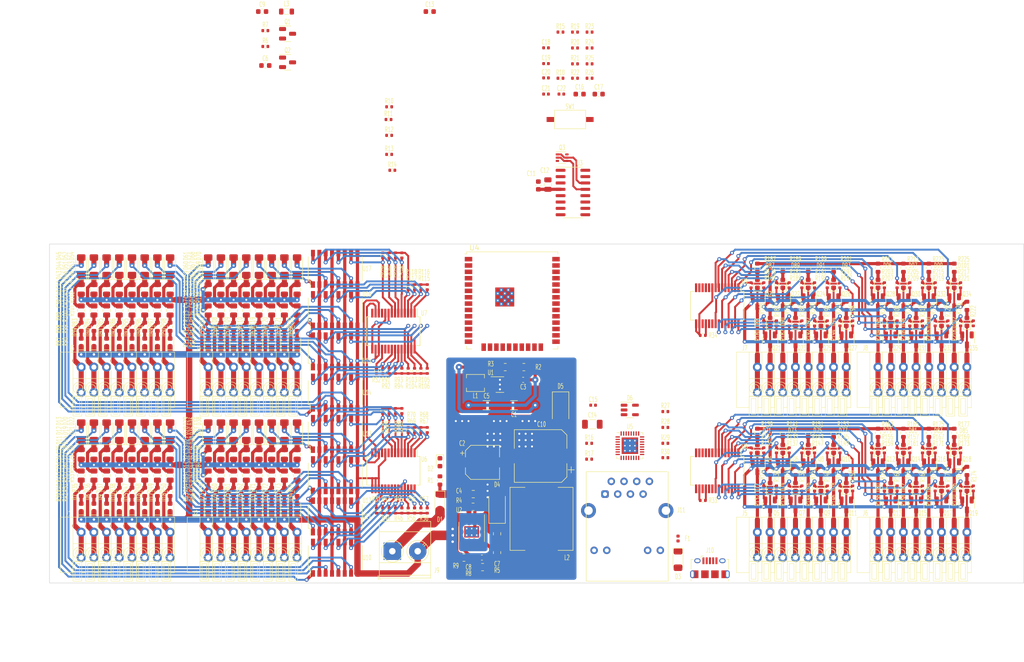
<source format=kicad_pcb>
(kicad_pcb (version 20221018) (generator pcbnew)
  (title_block (title "ESP 8 Relay Module"))
  (layers (0 "F.Cu" signal) (31 "B.Cu" signal) (34 "B.Paste" user) (35 "F.Paste" user) (36 "B.SilkS" user "B.Silkscreen") (37 "F.SilkS" user "F.Silkscreen") (38 "B.Mask" user) (39 "F.Mask" user) (44 "Edge.Cuts" user))
  (net 0 "")
  (net 1 "GND")
  (net 2 "Net-(C14-Pad1)")
  (net 3 "+3.3VA")
  (net 4 "+24V")
  (net 5 "+3.3V")
  (net 6 "Net-(Q3A-C1)")
  (net 7 "Net-(D11-K)")
  (net 8 "Net-(D12-K)")
  (net 9 "Net-(D13-K)")
  (net 10 "Net-(D14-K)")
  (net 11 "Net-(D19-K)")
  (net 12 "Net-(D20-K)")
  (net 13 "Net-(D21-K)")
  (net 14 "Net-(D22-K)")
  (net 15 "Net-(D27-K)")
  (net 16 "Net-(D28-K)")
  (net 17 "Net-(D29-K)")
  (net 18 "Net-(D30-K)")
  (net 19 "Net-(D35-K)")
  (net 20 "/MCU/USB_D-")
  (net 21 "/MCU/USB_D+")
  (net 22 "Net-(D36-K)")
  (net 23 "Net-(D37-K)")
  (net 24 "Net-(D38-K)")
  (net 25 "Net-(D43-K)")
  (net 26 "Net-(D44-K)")
  (net 27 "Net-(D45-K)")
  (net 28 "Net-(D46-K)")
  (net 29 "Net-(D51-K)")
  (net 30 "Net-(D52-K)")
  (net 31 "Net-(D53-K)")
  (net 32 "Net-(D54-K)")
  (net 33 "Net-(D59-K)")
  (net 34 "Net-(D60-K)")
  (net 35 "Net-(D61-K)")
  (net 36 "/MCU/PHY_PWR")
  (net 37 "Net-(D62-K)")
  (net 38 "Net-(D67-K)")
  (net 39 "Net-(D68-K)")
  (net 40 "Net-(D69-K)")
  (net 41 "Net-(D70-K)")
  (net 42 "/MCU/I2C_SCL")
  (net 43 "/MCU/I2C_SDA")
  (net 44 "Net-(D3-A)")
  (net 45 "Net-(D7-A)")
  (net 46 "/LAN/RD-")
  (net 47 "/LAN/TD-")
  (net 48 "/LAN/TD+")
  (net 49 "/LAN/RD+")
  (net 50 "Net-(D8-A)")
  (net 51 "Net-(D9-A)")
  (net 52 "Net-(D10-A)")
  (net 53 "Net-(D11-A)")
  (net 54 "Net-(D12-A)")
  (net 55 "Net-(D13-A)")
  (net 56 "Net-(D14-A)")
  (net 57 "Net-(D15-A)")
  (net 58 "Net-(D16-A)")
  (net 59 "Net-(D17-A)")
  (net 60 "Net-(D18-A)")
  (net 61 "Net-(D19-A)")
  (net 62 "Net-(D20-A)")
  (net 63 "Net-(D21-A)")
  (net 64 "Net-(D22-A)")
  (net 65 "Net-(D23-A)")
  (net 66 "Net-(D24-A)")
  (net 67 "Net-(D25-A)")
  (net 68 "Net-(D26-A)")
  (net 69 "/LAN/LED_G_K")
  (net 70 "Net-(D27-A)")
  (net 71 "Net-(D28-A)")
  (net 72 "Net-(D29-A)")
  (net 73 "Net-(D30-A)")
  (net 74 "Net-(D31-A)")
  (net 75 "Net-(D32-A)")
  (net 76 "Net-(D33-A)")
  (net 77 "Net-(D34-A)")
  (net 78 "Net-(D35-A)")
  (net 79 "/LAN/EMAC_RXD1")
  (net 80 "/LAN/EMAC_RXD0")
  (net 81 "/LAN/EMAC_MDIO")
  (net 82 "/LAN/EMAC_RX")
  (net 83 "Net-(D36-A)")
  (net 84 "Net-(D37-A)")
  (net 85 "Net-(D38-A)")
  (net 86 "Net-(D39-A)")
  (net 87 "Net-(D40-A)")
  (net 88 "Net-(D41-A)")
  (net 89 "Net-(D42-A)")
  (net 90 "Net-(D43-A)")
  (net 91 "Net-(D44-A)")
  (net 92 "Net-(D45-A)")
  (net 93 "Net-(D46-A)")
  (net 94 "Net-(D47-A)")
  (net 95 "Net-(D48-A)")
  (net 96 "Net-(D49-A)")
  (net 97 "Net-(D50-A)")
  (net 98 "Net-(D51-A)")
  (net 99 "Net-(D52-A)")
  (net 100 "Net-(D53-A)")
  (net 101 "Net-(D54-A)")
  (net 102 "Net-(D55-A)")
  (net 103 "/LAN/EMAC_CLK")
  (net 104 "/LAN/EMAC_TXD0")
  (net 105 "Net-(D56-A)")
  (net 106 "/LAN/EMAC_TXEN")
  (net 107 "/LAN/EMAC_TXD1")
  (net 108 "/LAN/EMAC_MDC")
  (net 109 "Net-(D57-A)")
  (net 110 "Net-(D58-A)")
  (net 111 "Net-(D59-A)")
  (net 112 "Net-(D60-A)")
  (net 113 "Net-(D61-A)")
  (net 114 "Net-(D62-A)")
  (net 115 "Net-(D63-A)")
  (net 116 "Net-(D64-A)")
  (net 117 "Net-(D65-A)")
  (net 118 "Net-(D66-A)")
  (net 119 "Net-(D67-A)")
  (net 120 "Net-(D68-A)")
  (net 121 "Net-(D69-A)")
  (net 122 "Net-(D70-A)")
  (net 123 "/Outputs 1-16/J8-OUT1")
  (net 124 "Net-(D71-A)")
  (net 125 "/Outputs 1-16/J8-OUT2")
  (net 126 "Net-(D72-A)")
  (net 127 "/Outputs 1-16/J8-OUT3")
  (net 128 "Net-(D73-A)")
  (net 129 "/Outputs 1-16/J8-OUT4")
  (net 130 "Net-(D74-A)")
  (net 131 "/Outputs 1-16/J8-OUT5")
  (net 132 "Net-(D75-A)")
  (net 133 "/Outputs 1-16/J8-OUT6")
  (net 134 "Net-(D76-A)")
  (net 135 "/Outputs 1-16/J8-OUT7")
  (net 136 "Net-(D77-A)")
  (net 137 "/Outputs 1-16/J8-OUT8")
  (net 138 "Net-(D78-A)")
  (net 139 "/Outputs 1-16/J9-OUT9")
  (net 140 "Net-(D79-A)")
  (net 141 "/Outputs 1-16/J9-OUT10")
  (net 142 "Net-(D80-A)")
  (net 143 "/Outputs 1-16/J9-OUT11")
  (net 144 "Net-(D81-A)")
  (net 145 "/Outputs 1-16/J9-OUT12")
  (net 146 "Net-(D82-A)")
  (net 147 "/Outputs 1-16/J9-OUT13")
  (net 148 "Net-(D83-A)")
  (net 149 "/Outputs 1-16/J9-OUT14")
  (net 150 "Net-(D84-A)")
  (net 151 "/Outputs 1-16/J9-OUT15")
  (net 152 "Net-(D85-A)")
  (net 153 "/Outputs 1-16/J9-OUT16")
  (net 154 "Net-(D86-A)")
  (net 155 "/Outputs 17-32/J10-OUT17")
  (net 156 "Net-(D87-A)")
  (net 157 "/Outputs 17-32/J10-OUT18")
  (net 158 "Net-(D88-A)")
  (net 159 "/Outputs 17-32/J10-OUT19")
  (net 160 "Net-(D89-A)")
  (net 161 "/Outputs 17-32/J10-OUT20")
  (net 162 "Net-(D90-A)")
  (net 163 "/Outputs 17-32/J10-OUT21")
  (net 164 "Net-(D91-A)")
  (net 165 "/Outputs 17-32/J10-OUT22")
  (net 166 "Net-(D92-A)")
  (net 167 "/Outputs 17-32/J10-OUT23")
  (net 168 "Net-(D93-A)")
  (net 169 "/Outputs 17-32/J10-OUT24")
  (net 170 "Net-(D94-A)")
  (net 171 "/Outputs 17-32/J11-OUT25")
  (net 172 "Net-(D95-A)")
  (net 173 "/Outputs 17-32/J11-OUT26")
  (net 174 "Net-(D96-A)")
  (net 175 "/Outputs 17-32/J11-OUT27")
  (net 176 "Net-(D97-A)")
  (net 177 "/Outputs 17-32/J11-OUT28")
  (net 178 "Net-(D98-A)")
  (net 179 "/Outputs 17-32/J11-OUT29")
  (net 180 "Net-(D99-A)")
  (net 181 "/Outputs 17-32/J11-OUT30")
  (net 182 "Net-(D100-A)")
  (net 183 "/Outputs 17-32/J11-OUT31")
  (net 184 "Net-(D101-A)")
  (net 185 "/Outputs 17-32/J11-OUT32")
  (net 186 "Net-(D102-A)")
  (net 187 "/Inputs 1-16/J4-IN1")
  (net 188 "/Inputs 1-16/J4-IN2")
  (net 189 "/Inputs 1-16/J4-IN3")
  (net 190 "/Inputs 1-16/J4-IN4")
  (net 191 "/Inputs 1-16/J4-IN5")
  (net 192 "/Inputs 1-16/J4-IN6")
  (net 193 "/Inputs 1-16/J4-IN7")
  (net 194 "/Inputs 1-16/J4-IN8")
  (net 195 "/Inputs 1-16/J5-IN9")
  (net 196 "/Inputs 1-16/J5-IN10")
  (net 197 "/Inputs 1-16/J5-IN11")
  (net 198 "/Inputs 1-16/J5-IN12")
  (net 199 "/Inputs 1-16/J5-IN13")
  (net 200 "/Inputs 1-16/J5-IN14")
  (net 201 "/Inputs 1-16/J5-IN15")
  (net 202 "/Inputs 1-16/J5-IN16")
  (net 203 "/Inputs 17-32/J6-IN17")
  (net 204 "/Inputs 17-32/J6-IN18")
  (net 205 "/Inputs 17-32/J6-IN19")
  (net 206 "/Inputs 17-32/J6-IN20")
  (net 207 "/Inputs 17-32/J6-IN21")
  (net 208 "/Inputs 17-32/J6-IN22")
  (net 209 "/Inputs 17-32/J6-IN23")
  (net 210 "/Inputs 17-32/J6-IN24")
  (net 211 "/Inputs 17-32/J7-IN25")
  (net 212 "/Inputs 17-32/J7-IN26")
  (net 213 "/Inputs 17-32/J7-IN27")
  (net 214 "/Inputs 17-32/J7-IN28")
  (net 215 "/Inputs 17-32/J7-IN29")
  (net 216 "/Inputs 17-32/J7-IN30")
  (net 217 "/Inputs 17-32/J7-IN31")
  (net 218 "/Inputs 17-32/J7-IN32")
  (net 221 "Net-(J11-Pad9)")
  (net 222 "Net-(J11-Pad12)")
  (net 223 "Net-(Q3B-C2)")
  (net 224 "Net-(Q4-B)")
  (net 225 "Net-(Q5-B)")
  (net 226 "Net-(Q6-B)")
  (net 227 "Net-(Q7-B)")
  (net 228 "Net-(Q8-B)")
  (net 229 "Net-(Q9-B)")
  (net 230 "Net-(Q10-B)")
  (net 231 "Net-(Q11-B)")
  (net 232 "Net-(Q12-B)")
  (net 233 "Net-(Q13-B)")
  (net 234 "Net-(Q14-B)")
  (net 235 "Net-(Q15-B)")
  (net 236 "Net-(Q16-B)")
  (net 237 "Net-(Q17-B)")
  (net 238 "Net-(Q18-B)")
  (net 239 "Net-(Q19-B)")
  (net 240 "Net-(Q20-B)")
  (net 241 "Net-(Q21-B)")
  (net 242 "Net-(Q22-B)")
  (net 243 "Net-(Q23-B)")
  (net 244 "Net-(Q24-B)")
  (net 245 "Net-(Q25-B)")
  (net 246 "Net-(Q26-B)")
  (net 247 "Net-(Q27-B)")
  (net 248 "Net-(Q28-B)")
  (net 249 "Net-(Q29-B)")
  (net 250 "Net-(Q30-B)")
  (net 251 "Net-(Q31-B)")
  (net 252 "Net-(Q32-B)")
  (net 253 "Net-(Q33-B)")
  (net 254 "Net-(Q34-B)")
  (net 255 "Net-(Q35-B)")
  (net 256 "Net-(U6-~{RESET})")
  (net 257 "Net-(U7-~{RESET})")
  (net 258 "Net-(U8-~{RESET})")
  (net 259 "Net-(U9-~{RESET})")
  (net 260 "/GPIO Expanders/IN1")
  (net 261 "/GPIO Expanders/IN2")
  (net 262 "/GPIO Expanders/IN3")
  (net 263 "/GPIO Expanders/IN4")
  (net 264 "/GPIO Expanders/IN5")
  (net 265 "/GPIO Expanders/IN6")
  (net 266 "/GPIO Expanders/IN7")
  (net 267 "/GPIO Expanders/IN8")
  (net 268 "/GPIO Expanders/IN9")
  (net 269 "/GPIO Expanders/IN10")
  (net 270 "/GPIO Expanders/IN11")
  (net 271 "/GPIO Expanders/IN12")
  (net 272 "/GPIO Expanders/IN13")
  (net 273 "/GPIO Expanders/IN14")
  (net 274 "/GPIO Expanders/IN15")
  (net 275 "/GPIO Expanders/IN16")
  (net 276 "/GPIO Expanders/IN17")
  (net 277 "/GPIO Expanders/IN18")
  (net 278 "/GPIO Expanders/IN19")
  (net 279 "/GPIO Expanders/IN20")
  (net 280 "/GPIO Expanders/IN21")
  (net 281 "/GPIO Expanders/IN22")
  (net 282 "/GPIO Expanders/IN23")
  (net 283 "/GPIO Expanders/IN24")
  (net 284 "/GPIO Expanders/IN25")
  (net 285 "/GPIO Expanders/IN26")
  (net 286 "/GPIO Expanders/IN27")
  (net 287 "/GPIO Expanders/IN28")
  (net 288 "/GPIO Expanders/IN29")
  (net 289 "/GPIO Expanders/IN30")
  (net 290 "/GPIO Expanders/IN31")
  (net 291 "/GPIO Expanders/IN32")
  (net 292 "/GPIO Expanders/OUT1")
  (net 293 "/GPIO Expanders/OUT2")
  (net 294 "/GPIO Expanders/OUT3")
  (net 295 "/GPIO Expanders/OUT4")
  (net 296 "/GPIO Expanders/OUT5")
  (net 297 "/GPIO Expanders/OUT6")
  (net 298 "/GPIO Expanders/OUT7")
  (net 299 "/GPIO Expanders/OUT8")
  (net 300 "/GPIO Expanders/OUT9")
  (net 301 "/GPIO Expanders/OUT10")
  (net 302 "/GPIO Expanders/OUT11")
  (net 303 "/GPIO Expanders/OUT12")
  (net 304 "/GPIO Expanders/OUT13")
  (net 305 "/GPIO Expanders/OUT14")
  (net 306 "/GPIO Expanders/OUT15")
  (net 307 "/GPIO Expanders/OUT16")
  (net 308 "/GPIO Expanders/OUT17")
  (net 309 "/GPIO Expanders/OUT18")
  (net 310 "/GPIO Expanders/OUT19")
  (net 311 "/GPIO Expanders/OUT20")
  (net 312 "/GPIO Expanders/OUT21")
  (net 313 "/GPIO Expanders/OUT22")
  (net 314 "/GPIO Expanders/OUT23")
  (net 315 "/GPIO Expanders/OUT24")
  (net 316 "/GPIO Expanders/OUT25")
  (net 317 "/GPIO Expanders/OUT26")
  (net 318 "/GPIO Expanders/OUT27")
  (net 319 "/GPIO Expanders/OUT28")
  (net 320 "/GPIO Expanders/OUT29")
  (net 321 "/GPIO Expanders/OUT30")
  (net 322 "/GPIO Expanders/OUT31")
  (net 323 "/GPIO Expanders/OUT32")
  (net 324 "Net-(U3-TXD)")
  (net 325 "Net-(U3-RXD)")
  (net 360 "+5V")
  (net 361 "Net-(U1-FB)")
  (net 362 "Net-(Q1-G)")
  (net 363 "Net-(D4-K)")
  (net 364 "Net-(C7-Pad1)")
  (net 365 "Net-(D5-A)")
  (net 366 "Net-(U2-FB)")
  (net 367 "+3.3VLAN")
  (net 368 "Net-(U5-~{RST})")
  (net 369 "Net-(D1-A)")
  (net 370 "Net-(D2-A)")
  (net 371 "Net-(D3-K)")
  (net 372 "Net-(U1-LX)")
  (net 373 "Net-(Q2-C)")
  (net 374 "Net-(Q3A-E1)")
  (net 375 "Net-(Q3A-B1)")
  (net 376 "Net-(R4-Pad2)")
  (net 377 "Net-(U2-BS)")
  (net 378 "Net-(U5-RXD2{slash}~{RMIISEL})")
  (net 379 "/LAN/LED_Y_A")
  (net 380 "Net-(U5-RXD3{slash}~{PHYAD2})")
  (net 381 "Net-(U5-RXCLK{slash}~{PHYAD1})")
  (net 382 "Net-(U5-RXER{slash}RXD4{slash}~{PHYAD0})")
  (net 383 "Net-(U5-RBIAS)")
  (net 398 "Net-(U5-VDDCR)")
  (footprint "Tales:R_0603_1608Metric" (layer "F.Cu") (at 88.9 113.855 -90)
    (fp_text reference "R50")
    (fp_text value "5,6k/0,1W/0603")
  )
  (footprint "Tales:R_0603_1608Metric" (layer "F.Cu") (at 243.205 76.645 -90)
    (fp_text reference "R224")
    (fp_text value "5,6k/0,1W/0603")
  )
  (footprint "Tales:CP_Elec_10x10" (layer "F.Cu") (at 163.005 106.68 180)
    (fp_text reference "C10")
    (fp_text value "470uF/16V/10x10")
  )
  (footprint "Tales:C_0805_2012Metric" (layer "F.Cu") (at 71.12 73.345 -90)
    (fp_text reference "C39")
    (fp_text value "33nF/50V/0805")
  )
  (footprint "Tales:LED_0603_1608Metric" (layer "F.Cu") (at 73.66 83.9725 90)
    (fp_text reference "D40")
    (fp_text value "GREEN/0603")
  )
  (footprint "Package_SO:SOP-16_4.4x10.4mm_P1.27mm" (layer "F.Cu") (at 121.925 102.26 90)
    (fp_text reference "U13")
    (fp_text value "OR-3H4-4")
  )
  (footprint "Diode_SMD:D_MiniMELF" (layer "F.Cu") (at 114.3 101.755 90)
    (fp_text reference "D38")
    (fp_text value "9V1/500mW")
  )
  (footprint "Tales:C_1206_3216Metric" (layer "F.Cu") (at 173.355 100.33)
    (fp_text reference "C14")
    (fp_text value "1nF/2kV/1206")
  )
  (footprint "Tales:L_12x12mm_H6mm" (layer "F.Cu") (at 163.195 119.25 90)
    (fp_text reference "L2")
    (fp_text value "33uH 2,1A")
  )
  (footprint "Tales:R_0603_1608Metric" (layer "F.Cu") (at 96.52 113.855 -90)
    (fp_text reference "R59")
    (fp_text value "5,6k/0,1W/0603")
  )
  (footprint "Tales:R_0402_1005Metric" (layer "F.Cu") (at 217.805 105.535 90)
    (fp_text reference "R147")
    (fp_text value "1k/62,5mW/0402")
  )
  (footprint "Tales:C_0805_2012Metric" (layer "F.Cu") (at 99.06 73.345 -90)
    (fp_text reference "C48")
    (fp_text value "33nF/50V/0805")
  )
  (footprint "Tales:R_0603_1608Metric" (layer "F.Cu") (at 73.66 80.835 -90)
    (fp_text reference "R84")
    (fp_text value "5,6k/0,1W/0603")
  )
  (footprint "Diode_SMD:D_MiniMELF" (layer "F.Cu") (at 114.3 68.735 90)
    (fp_text reference "D70")
    (fp_text value "9V1/500mW")
  )
  (footprint "Diode_SMD:D_MiniMELF" (layer "F.Cu") (at 109.22 68.735 90)
    (fp_text reference "D68")
    (fp_text value "9V1/500mW")
  )
  (footprint "Tales:R_0603_1608Metric" (layer "F.Cu") (at 238.125 76.645 -90)
    (fp_text reference "R214")
    (fp_text value "5,6k/0,1W/0603")
  )
  (footprint "Tales:R_0402_1005Metric" (layer "F.Cu") (at 247.015 105.535 90)
    (fp_text reference "R173")
    (fp_text value "1k/62,5mW/0402")
  )
  (footprint "Tales:R_0402_1005Metric" (layer "F.Cu") (at 239.395 72.515 -90)
    (fp_text reference "R215")
    (fp_text value "10k/62,5mW/0402")
  )
  (footprint "Tales:R_0402_1005Metric" (layer "F.Cu") (at 187.96 100.965)
    (fp_text reference "R28")
    (fp_text value "49,9R/62,5mW/0402")
  )
  (footprint "Tales:C_0805_2012Metric" (layer "F.Cu") (at 96.52 73.345 -90)
    (fp_text reference "C47")
    (fp_text value "33nF/50V/0805")
  )
  (footprint "Tales:LED_0603_1608Metric" (layer "F.Cu") (at 106.68 116.9925 90)
    (fp_text reference "D31")
    (fp_text value "GREEN/0603")
  )
  (footprint "Tales:SOIC-8-1EP_3.9x4.9mm_P1.27mm_EP2.29x3mm_ThermalVias" (layer "F.Cu") (at 149.225 121.855 -90)
    (fp_text reference "U2")
    (fp_text value "TX4138")
  )
  (footprint "Tales:R_0402_1005Metric" (layer "F.Cu") (at 140.335 89.66 90)
    (fp_text reference "R106")
    (fp_text value "2k2/62,5mW/0402")
  )
  (footprint "Diode_SMD:D_MiniMELF" (layer "F.Cu") (at 101.6 101.755 90)
    (fp_text reference "D29")
    (fp_text value "9V1/500mW")
  )
  (footprint "Diode_SMD:D_MiniMELF" (layer "F.Cu") (at 86.36 68.735 90)
    (fp_text reference "D53")
    (fp_text value "9V1/500mW")
  )
  (footprint "Tales:R_0805_2012Metric" (layer "F.Cu") (at 114.3 77.5735 -90)
    (fp_text reference "R126")
    (fp_text value "1k8/0,125W/0805")
  )
  (footprint "Tales:SOT-23" (layer "F.Cu") (at 219.075 83.455 -90)
    (fp_text reference "Q25")
    (fp_text value "MMBT2222A/SOT-23-3")
  )
  (footprint "Tales:R_0603_1608Metric" (layer "F.Cu") (at 106.68 80.835 -90)
    (fp_text reference "R119")
    (fp_text value "5,6k/0,1W/0603")
  )
  (footprint "Tales:R_0603_1608Metric" (layer "F.Cu") (at 78.74 80.835 -90)
    (fp_text reference "R86")
    (fp_text value "5,6k/0,1W/0603")
  )
  (footprint "Tales:R_0603_1608Metric" (layer "F.Cu") (at 213.995 109.665 -90)
    (fp_text reference "R142")
    (fp_text value "5,6k/0,1W/0603")
  )
  (footprint "Tales:R_0402_1005Metric" (layer "F.Cu") (at 140.335 101.475 -90)
    (fp_text reference "R67")
    (fp_text value "2k2/62,5mW/0402")
  )
  (footprint "Tales:R_0402_1005Metric" (layer "F.Cu") (at 169.8925 31.115)
    (fp_text reference "R22")
    (fp_text value "2k2/62,5mW/0402")
  )
  (footprint "Tales:R_0402_1005Metric" (layer "F.Cu") (at 132.715 46.355)
    (fp_text reference "R13")
    (fp_text value "2k2/62,5mW/0402")
  )
  (footprint "Tales:R_0402_1005Metric" (layer "F.Cu") (at 217.805 113.155 -90)
    (fp_text reference "R144")
    (fp_text value "10k/62,5mW/0402")
  )
  (footprint "Tales:R_0805_2012Metric" (layer "F.Cu") (at 71.12 77.5735 -90)
    (fp_text reference "R87")
    (fp_text value "1k8/0,125W/0805")
  )
  (footprint "Tales:R_0805_2012Metric" (layer "F.Cu") (at 104.14 77.5735 -90)
    (fp_text reference "R114")
    (fp_text value "1k8/0,125W/0805")
  )
  (footprint "Tales:LED_0603_1608Metric" (layer "F.Cu") (at 208.915 112.8775 90)
    (fp_text reference "D72")
    (fp_text value "GREEN/0603")
  )
  (footprint "Tales:C_0805_2012Metric" (layer "F.Cu") (at 88.9 73.345 -90)
    (fp_text reference "C46")
    (fp_text value "33nF/50V/0805")
  )
  (footprint "Tales:SOT-23" (layer "F.Cu") (at 216.535 75.835 -90)
    (fp_text reference "Q24")
    (fp_text value "MMBT2222A/SOT-23-3")
  )
  (footprint "Diode_SMD:D_MiniMELF" (layer "F.Cu") (at 83.82 101.755 90)
    (fp_text reference "D20")
    (fp_text value "9V1/500mW")
  )
  (footprint "Package_TO_SOT_SMD:SOT-23-5" (layer "F.Cu") (at 180.8425 97.47)
    (fp_text reference "D6")
    (fp_text value "ESDS314DBV")
  )
  (footprint "Tales:R_0402_1005Metric" (layer "F.Cu") (at 137.795 72.9 -90)
    (fp_text reference "R117")
    (fp_text value "2k2/62,5mW/0402")
  )
  (footprint "Tales:C_0805_2012Metric" (layer "F.Cu") (at 111.76 73.345 -90)
    (fp_text reference "C53")
    (fp_text value "33nF/50V/0805")
  )
  (footprint "Tales:R_0402_1005Metric" (layer "F.Cu") (at 133.985 66.55 -90)
    (fp_text reference "R128")
    (fp_text value "2k2/62,5mW/0402")
  )
  (footprint "Tales:R_0603_1608Metric" (layer "F.Cu") (at 96.52 80.835 -90)
    (fp_text reference "R107")
    (fp_text value "5,6k/0,1W/0603")
  )
  (footprint "Tales:SOT-23" (layer "F.Cu") (at 233.045 116.475 -90)
    (fp_text reference "Q13")
    (fp_text value "MMBT2222A/SOT-23-3")
  )
  (footprint "Tales:R_0402_1005Metric" (layer "F.Cu") (at 135.255 117.6 90)
    (fp_text reference "R46")
    (fp_text value "2k2/62,5mW/0402")
  )
  (footprint "Tales:LED_0603_1608Metric" (layer "F.Cu") (at 208.915 79.8575 90)
    (fp_text reference "D88")
    (fp_text value "GREEN/0603")
  )
  (footprint "Inductor_SMD:L_0805_2012Metric" (layer "F.Cu") (at 112.1875 17.78)
    (fp_text reference "L3")
    (fp_text value "2A 600R")
  )
  (footprint "Tales:D_SMA" (layer "F.Cu") (at 167.005 97.25 -90)
    (fp_text reference "D5")
    (fp_text value "SS34")
  )
  (footprint "Tales:R_0805_2012Metric" (layer "F.Cu") (at 155.9325 88.9 180)
    (fp_text reference "R3")
    (fp_text value "22,1k/0,125W/0805")
  )
  (footprint "Tales:R_0603_1608Metric" (layer "F.Cu") (at 104.14 113.855 -90)
    (fp_text reference "R62")
    (fp_text value "5,6k/0,1W/0603")
  )
  (footprint "Diode_SMD:D_MiniMELF" (layer "F.Cu") (at 78.74 101.755 90)
    (fp_text reference "D14")
    (fp_text value "9V1/500mW")
  )
  (footprint "Tales:R_0402_1005Metric" (layer "F.Cu") (at 169.8925 21.89)
    (fp_text reference "R19")
    (fp_text value "2k2/62,5mW/0402")
  )
  (footprint "Tales:SOT-363_SC-70-6" (layer "F.Cu") (at 167.32 47.005)
    (fp_text reference "Q3")
    (fp_text value "UMH3N")
  )
  (footprint "Tales:R_0805_2012Metric" (layer "F.Cu") (at 71.12 110.5935 -90)
    (fp_text reference "R39")
    (fp_text value "1k8/0,125W/0805")
  )
  (footprint "Tales:R_0603_1608Metric" (layer "F.Cu") (at 221.615 69.025 -90)
    (fp_text reference "R201")
    (fp_text value "5,6k/0,1W/0603")
  )
  (footprint "Tales:LED_0603_1608Metric" (layer "F.Cu") (at 213.995 79.8575 90)
    (fp_text reference "D90")
    (fp_text value "GREEN/0603")
  )
  (footprint "Tales:ESP32-WROOM-32U" (layer "F.Cu") (at 157.34 75.56)
    (fp_text reference "U4")
    (fp_text value "ESP32-WROOM-32UE-N16")
  )
  (footprint "Tales:R_0603_1608Metric" (layer "F.Cu") (at 206.375 102.045 -90)
    (fp_text reference "R139")
    (fp_text value "5,6k/0,1W/0603")
  )
  (footprint "Tales:C_0805_2012Metric" (layer "F.Cu") (at 106.68 73.345 -90)
    (fp_text reference "C51")
    (fp_text value "33nF/50V/0805")
  )
  (footprint "Tales:R_0402_1005Metric" (layer "F.Cu") (at 236.855 72.515 90)
    (fp_text reference "R209")
    (fp_text value "1k/62,5mW/0402")
  )
  (footprint "Tales:C_0402_1005Metric" (layer "F.Cu") (at 164.0925 34.29)
    (fp_text reference "C21")
    (fp_text value "1uF/6,3V/0402")
  )
  (footprint "Tales:R_0402_1005Metric" (layer "F.Cu") (at 249.555 113.155 90)
    (fp_text reference "R174")
    (fp_text value "1k/62,5mW/0402")
  )
  (footprint "Tales:R_0603_1608Metric" (layer "F.Cu") (at 208.915 76.645 -90)
    (fp_text reference "R188")
    (fp_text value "5,6k/0,1W/0603")
  )
  (footprint "Tales:C_0402_1005Metric" (layer "F.Cu") (at 173.51 96.52)
    (fp_text reference "C15")
    (fp_text value "0,1uF/16V/0402")
  )
  (footprint "Tales:C_0603_1608Metric" (layer "F.Cu") (at 140.83 17.78)
    (fp_text reference "C13")
    (fp_text value "1uF/10V/0603")
  )
  (footprint "Tales:R_0402_1005Metric" (layer "F.Cu") (at 222.885 105.535 90)
    (fp_text reference "R149")
    (fp_text value "1k/62,5mW/0402")
  )
  (footprint "Tales:SOT-23" (layer "F.Cu") (at 221.615 108.855 -90)
    (fp_text reference "Q10")
    (fp_text value "MMBT2222A/SOT-23-3")
  )
  (footprint "Tales:LED_0603_1608Metric" (layer "F.Cu") (at 211.455 105.2575 90)
    (fp_text reference "D73")
    (fp_text value "GREEN/0603")
  )
  (footprint "Diode_SMD:D_MiniMELF" (layer "F.Cu") (at 101.6 68.735 90)
    (fp_text reference "D61")
    (fp_text value "9V1/500mW")
  )
  (footprint "Tales:R_0805_2012Metric" (layer "F.Cu") (at 76.2 77.5735 -90)
    (fp_text reference "R89")
    (fp_text value "1k8/0,125W/0805")
  )
  (footprint "Tales:R_0603_1608Metric" (layer "F.Cu") (at 216.535 69.025 -90)
    (fp_text reference "R199")
    (fp_text value "5,6k/0,1W/0603")
  )
  (footprint "Tales:R_0402_1005Metric" (layer "F.Cu") (at 172.8025 28.24)
    (fp_text reference "R25")
    (fp_text value "2k2/62,5mW/0402")
  )
  (footprint "Diode_SMD:D_MiniMELF" (layer "F.Cu") (at 81.28 68.735 90)
    (fp_text reference "D51")
    (fp_text value "9V1/500mW")
  )
  (footprint "Tales:R_0603_1608Metric" (layer "F.Cu") (at 221.615 102.045 -90)
    (fp_text reference "R153")
    (fp_text value "5,6k/0,1W/0603")
  )
  (footprint "Tales:R_0603_1608Metric" (layer "F.Cu") (at 71.12 80.835 -90)
    (fp_text reference "R83")
    (fp_text value "5,6k/0,1W/0603")
  )
  (footprint "Tales:R_0402_1005Metric" (layer "F.Cu") (at 215.265 80.135 90)
    (fp_text reference "R186")
    (fp_text value "1k/62,5mW/0402")
  )
  (footprint "Tales:R_0402_1005Metric" (layer "F.Cu") (at 132.715 97.665 -90)
    (fp_text reference "R81")
    (fp_text value "2k2/62,5mW/0402")
  )
  (footprint "Diode_SMD:D_MiniMELF" (layer "F.Cu") (at 76.2 101.755 90)
    (fp_text reference "D13")
    (fp_text value "9V1/500mW")
  )
  (footprint "Tales:SOT-23" (layer "F.Cu") (at 213.995 83.455 -90)
    (fp_text reference "Q23")
    (fp_text value "MMBT2222A/SOT-23-3")
  )
  (footprint "Tales:R_0402_1005Metric" (layer "F.Cu") (at 131.445 66.55 -90)
    (fp_text reference "R130")
    (fp_text value "2k2/62,5mW/0402")
  )
  (footprint "Tales:R_0805_2012Metric" (layer "F.Cu") (at 99.06 77.5735 -90)
    (fp_text reference "R112")
    (fp_text value "1k8/0,125W/0805")
  )
  (footprint "Tales:R_0603_1608Metric" (layer "F.Cu") (at 111.76 80.835 -90)
    (fp_text reference "R121")
    (fp_text value "5,6k/0,1W/0603")
  )
  (footprint "Tales:R_0402_1005Metric" (layer "F.Cu") (at 239.395 105.535 -90)
    (fp_text reference "R167")
    (fp_text value "10k/62,5mW/0402")
  )
  (footprint "Tales:LED_0603_1608Metric" (layer "F.Cu") (at 235.585 105.2575 90)
    (fp_text reference "D81")
    (fp_text value "GREEN/0603")
  )
  (footprint "Tales:L_3x3_H1.5" (layer "F.Cu") (at 149.98 92.075 180)
    (fp_text reference "L1")
    (fp_text value "2,2uH 1,5A")
  )
  (footprint "Tales:R_0402_1005Metric" (layer "F.Cu") (at 172.8025 31.115)
    (fp_text reference "R26")
    (fp_text value "12,1k/62,5mW/0402")
  )
  (footprint "Package_SO:SOP-16_4.4x10.4mm_P1.27mm" (layer "F.Cu") (at 121.925 69.24 90)
    (fp_text reference "U17")
    (fp_text value "OR-3H4-4")
  )
  (footprint "Tales:C_0805_2012Metric" (layer "F.Cu") (at 73.66 73.345 -90)
    (fp_text reference "C40")
    (fp_text value "33nF/50V/0805")
  )
  (footprint "Tales:R_0805_2012Metric" (layer "F.Cu") (at 83.82 110.5935 -90)
    (fp_text reference "R52")
    (fp_text value "1k8/0,125W/0805")
  )
  (footprint "Tales:SOT-23" (layer "F.Cu") (at 235.585 75.835 -90)
    (fp_text reference "Q30")
    (fp_text value "MMBT2222A/SOT-23-3")
  )
  (footprint "Tales:R_0402_1005Metric" (layer "F.Cu") (at 217.805 72.515 90)
    (fp_text reference "R195")
    (fp_text value "1k/62,5mW/0402")
  )
  (footprint "Tales:R_0402_1005Metric" (layer "F.Cu") (at 236.855 105.535 90)
    (fp_text reference "R161")
    (fp_text value "1k/62,5mW/0402")
  )
  (footprint "Package_SO:SOP-16_4.4x10.4mm_P1.27mm" (layer "F.Cu") (at 121.925 110.515 90)
    (fp_text reference "U12")
    (fp_text value "OR-3H4-4")
  )
  (footprint "Tales:C_0805_2012Metric" (layer "F.Cu") (at 114.3 106.365 -90)
    (fp_text reference "C38")
    (fp_text value "33nF/50V/0805")
  )
  (footprint "Tales:C_1206_3216Metric" (layer "F.Cu") (at 157.685 96.52 180)
    (fp_text reference "C1")
    (fp_text value "10uF/16V/1206")
  )
  (footprint "Diode_SMD:D_MiniMELF" (layer "F.Cu") (at 104.14 68.735 90)
    (fp_text reference "D62")
    (fp_text value "9V1/500mW")
  )
  (footprint "Tales:SOT-23" (layer "F.Cu") (at 235.585 108.855 -90)
    (fp_text reference "Q14")
    (fp_text value "MMBT2222A/SOT-23-3")
  )
  (footprint "Tales:CP_Elec_6.3x5.4" (layer "F.Cu") (at 151.39 107.95)
    (fp_text reference "C2")
    (fp_text value "47uF/35V/6,3x5,4")
  )
  (footprint "Tales:R_0603_1608Metric" (layer "F.Cu") (at 235.585 69.025 -90)
    (fp_text reference "R213")
    (fp_text value "5,6k/0,1W/0603")
  )
  (footprint "Tales:R_0603_1608Metric" (layer "F.Cu") (at 101.6 113.855 -90)
    (fp_text reference "R61")
    (fp_text value "5,6k/0,1W/0603")
  )
  (footprint "Diode_SMD:D_MiniMELF" (layer "F.Cu") (at 88.9 101.755 90)
    (fp_text reference "D22")
    (fp_text value "9V1/500mW")
  )
  (footprint "Tales:C_0805_2012Metric" (layer "F.Cu") (at 78.74 73.345 -90)
    (fp_text reference "C42")
    (fp_text value "33nF/50V/0805")
  )
  (footprint "Tales:R_0402_1005Metric" (layer "F.Cu") (at 234.315 72.515 -90)
    (fp_text reference "R205")
    (fp_text value "10k/62,5mW/0402")
  )
  (footprint "Tales:C_0805_2012Metric" (layer "F.Cu") (at 86.36 106.36 -90)
    (fp_text reference "C29")
    (fp_text value "33nF/50V/0805")
  )
  (footprint "Tales:TSOT-23-5" (layer "F.Cu") (at 154.87 92.39)
    (fp_text reference "U1")
    (fp_text value "SY8089A1AAC")
  )
  (footprint "Tales:R_0402_1005Metric" (layer "F.Cu") (at 139.065 89.66 90)
    (fp_text reference "R105")
    (fp_text value "2k2/62,5mW/0402")
  )
  (footprint "Tales:R_0805_2012Metric" (layer "F.Cu") (at 111.76 110.5935 -90)
    (fp_text reference "R77")
    (fp_text value "1k8/0,125W/0805")
  )
  (footprint "Package_SO:SOP-16_4.4x10.4mm_P1.27mm" (layer "F.Cu") (at 121.925 94.005 90)
    (fp_text reference "U14")
    (fp_text value "OR-3H4-4")
  )
  (footprint "Tales:R_0402_1005Metric" (layer "F.Cu") (at 166.9825 31.115)
    (fp_text reference "R18")
    (fp_text value "2k2/62,5mW/0402")
  )
  (footprint "Tales:LED_0603_1608Metric" (layer "F.Cu") (at 221.615 105.2575 90)
    (fp_text reference "D77")
    (fp_text value "GREEN/0603")
  )
  (footprint "Tales:R_0402_1005Metric" (layer "F.Cu") (at 231.775 105.535 90)
    (fp_text reference "R159")
    (fp_text value "1k/62,5mW/0402")
  )
  (footprint "Diode_SMD:D_MiniMELF" (layer "F.Cu") (at 99.06 68.735 90)
    (fp_text reference "D60")
    (fp_text value "9V1/500mW")
  )
  (footprint "Tales:R_0603_1608Metric" (layer "F.Cu") (at 111.76 113.855 -90)
    (fp_text reference "R73")
    (fp_text value "5,6k/0,1W/0603")
  )
  (footprint "Tales:SOT-23" (layer "F.Cu") (at 233.045 83.455 -90)
    (fp_text reference "Q29")
    (fp_text value "MMBT2222A/SOT-23-3")
  )
  (footprint "Tales:R_0402_1005Metric" (layer "F.Cu") (at 210.185 113.155 90)
    (fp_text reference "R136")
    (fp_text value "1k/62,5mW/0402")
  )
  (footprint "Package_SO:SOIC-16_3.9x9.9mm_P1.27mm" (layer "F.Cu") (at 169.48 53.975)
    (fp_text reference "U3")
    (fp_text value "CH340C")
  )
  (footprint "Tales:R_0402_1005Metric" (layer "F.Cu") (at 107.95 21.59)
    (fp_text reference "R7")
    (fp_text value "1k/62,5mW/0402")
  )
  (footprint "Tales:R_0603_1608Metric" (layer "F.Cu") (at 76.2 80.835 -90)
    (fp_text reference "R85")
    (fp_text value "5,6k/0,1W/0603")
  )
  (footprint "Tales:SOT-23" (layer "F.Cu") (at 213.995 116.475 -90)
    (fp_text reference "Q7")
    (fp_text value "MMBT2222A/SOT-23-3")
  )
  (footprint "Tales:R_0402_1005Metric" (layer "F.Cu") (at 222.885 80.135 -90)
    (fp_text reference "R194")
    (fp_text value "10k/62,5mW/0402")
  )
  (footprint "Tales:C_0603_1608Metric" (layer "F.Cu") (at 162.56 52.565 90)
    (fp_text reference "C11")
    (fp_text value "10uF/6,3V/0603")
  )
  (footprint "Tales:SOT-23" (layer "F.Cu") (at 112.395 27.94)
    (fp_text reference "Q2")
    (fp_text value "LMUN2211LT1G")
  )
  (footprint "Tales:R_0603_1608Metric" (layer "F.Cu") (at 219.075 76.645 -90)
    (fp_text reference "R200")
    (fp_text value "5,6k/0,1W/0603")
  )
  (footprint "Tales:R_0402_1005Metric" (layer "F.Cu") (at 172.72 107.315)
    (fp_text reference "R17")
    (fp_text value "330R/62,5mW/0402")
  )
  (footprint "Tales:R_0402_1005Metric" (layer "F.Cu") (at 172.72 104.14)
    (fp_text reference "R16")
    (fp_text value "330R/62,5mW/0402")
  )
  (footprint "Tales:R_0402_1005Metric" (layer "F.Cu") (at 130.175 89.66 90)
    (fp_text reference "R32")
    (fp_text value "1k/62,5mW/0402")
  )
  (footprint "Tales:SOT-23" (layer "F.Cu") (at 238.125 83.455 -90)
    (fp_text reference "Q31")
    (fp_text value "MMBT2222A/SOT-23-3")
  )
  (footprint "Diode_SMD:D_MiniMELF" (layer "F.Cu") (at 109.22 101.755 90)
    (fp_text reference "D36")
    (fp_text value "9V1/500mW")
  )
  (footprint "Tales:R_0805_2012Metric" (layer "F.Cu") (at 101.6 110.5935 -90)
    (fp_text reference "R65")
    (fp_text value "1k8/0,125W/0805")
  )
  (footprint "Tales:R_0402_1005Metric" (layer "F.Cu") (at 207.645 105.535 90)
    (fp_text reference "R135")
    (fp_text value "1k/62,5mW/0402")
  )
  (footprint "Tales:C_0805_2012Metric" (layer "F.Cu") (at 78.74 106.36 -90)
    (fp_text reference "C26")
    (fp_text value "33nF/50V/0805")
  )
  (footprint "Tales:LED_0603_1608Metric" (layer "F.Cu") (at 211.455 72.2375 90)
    (fp_text reference "D89")
    (fp_text value "GREEN/0603")
  )
  (footprint "Tales:TerminalBlock_Dorabo_DB141V-2.54-08P_1x08_P2.54mm_Vertical" (layer "F.Cu") (at 206.375 93.98)
    (fp_text reference "J7")
    (fp_text value "Conn_01x08")
  )
  (footprint "Tales:R_0805_2012Metric" (layer "F.Cu") (at 104.14 110.5935 -90)
    (fp_text reference "R66")
    (fp_text value "1k8/0,125W/0805")
  )
  (footprint "Diode_SMD:D_MiniMELF" (layer "F.Cu") (at 99.06 101.755 90)
    (fp_text reference "D28")
    (fp_text value "9V1/500mW")
  )
  (footprint "Tales:C_0402_1005Metric" (layer "F.Cu") (at 164.0925 28.19)
    (fp_text reference "C19")
    (fp_text value "0,1uF/16V/0402")
  )
  (footprint "Tales:LED_0603_1608Metric" (layer "F.Cu") (at 114.3 83.9725 90)
    (fp_text reference "D66")
    (fp_text value "GREEN/0603")
  )
  (footprint "Diode_SMD:D_MiniMELF" (layer "F.Cu") (at 76.2 68.735 90)
    (fp_text reference "D45")
    (fp_text value "9V1/500mW")
  )
  (footprint "Tales:R_0402_1005Metric" (layer "F.Cu") (at 169.8925 28.24)
    (fp_text reference "R21")
    (fp_text value "2k2/62,5mW/0402")
  )
  (footprint "Tales:C_0402_1005Metric" (layer "F.Cu") (at 164.0925 25.035)
    (fp_text reference "C18")
    (fp_text value "0,1uF/16V/0402")
  )
  (footprint "Tales:C_0805_2012Metric" (layer "F.Cu") (at 101.6 73.345 -90)
    (fp_text reference "C49")
    (fp_text value "33nF/50V/0805")
  )
  (footprint "Tales:SOT-23" (layer "F.Cu") (at 208.915 83.455 -90)
    (fp_text reference "Q21")
    (fp_text value "MMBT2222A/SOT-23-3")
  )
  (footprint "Tales:R_0402_1005Metric" (layer "F.Cu") (at 210.185 72.515 -90)
    (fp_text reference "R181")
    (fp_text value "10k/62,5mW/0402")
  )
  (footprint "Tales:R_0402_1005Metric" (layer "F.Cu") (at 239.395 113.155 90)
    (fp_text reference "R162")
    (fp_text value "1k/62,5mW/0402")
  )
  (footprint "Tales:QFN-32-1EP_5x5mm_P0.5mm_EP3.3x3.3mm_ThermalVias" (layer "F.Cu") (at 180.8725 104.62)
    (fp_text reference "U5")
    (fp_text value "LAN8710A")
  )
  (footprint "Tales:R_0402_1005Metric" (layer "F.Cu") (at 229.235 72.515 -90)
    (fp_text reference "R203")
    (fp_text value "10k/62,5mW/0402")
  )
  (footprint "Tales:R_0402_1005Metric" (layer "F.Cu") (at 247.015 80.135 -90)
    (fp_text reference "R218")
    (fp_text value "10k/62,5mW/0402")
  )
  (footprint "Tales:SOT-23" (layer "F.Cu") (at 216.535 108.855 -90)
    (fp_text reference "Q8")
    (fp_text value "MMBT2222A/SOT-23-3")
  )
  (footprint "Tales:LED_0603_1608Metric" (layer "F.Cu") (at 81.28 83.9725 90)
    (fp_text reference "D47")
    (fp_text value "GREEN/0603")
  )
  (footprint "Tales:R_0402_1005Metric" (layer "F.Cu") (at 241.935 113.155 -90)
    (fp_text reference "R168")
    (fp_text value "10k/62,5mW/0402")
  )
  (footprint "Diode_SMD:D_MiniMELF" (layer "F.Cu") (at 86.36 101.755 90)
    (fp_text reference "D21")
    (fp_text value "9V1/500mW")
  )
  (footprint "Tales:R_0402_1005Metric" (layer "F.Cu") (at 207.645 80.135 -90)
    (fp_text reference "R180")
    (fp_text value "10k/62,5mW/0402")
  )
  (footprint "Tales:LED_0603_1608Metric" (layer "F.Cu") (at 213.995 112.8775 90)
    (fp_text reference "D74")
    (fp_text value "GREEN/0603")
  )
  (footprint "Tales:TerminalBlock_Dorabo_DB141V-2.54-08P_1x08_P2.54mm_Vertical" (layer "F.Cu") (at 96.52 93.98)
    (fp_text reference "J4")
    (fp_text value "Conn_01x08")
  )
  (footprint "Tales:R_0805_2012Metric" (layer "F.Cu") (at 73.66 77.5735 -90)
    (fp_text reference "R88")
    (fp_text value "1k8/0,125W/0805")
  )
  (footprint "Tales:C_0805_2012Metric" (layer "F.Cu") (at 76.2 106.36 -90)
    (fp_text reference "C25")
    (fp_text value "33nF/50V/0805")
  )
  (footprint "Tales:LED_0603_1608Metric" (layer "F.Cu") (at 224.155 79.8575 90)
    (fp_text reference "D94")
    (fp_text value "GREEN/0603")
  )
  (footprint "Tales:R_0402_1005Metric" (layer "F.Cu") (at 231.775 72.515 90)
    (fp_text reference "R207")
    (fp_text value "1k/62,5mW/0402")
  )
  (footprint "Tales:R_0402_1005Metric" (layer "F.Cu") (at 212.725 80.135 -90)
    (fp_text reference "R182")
    (fp_text value "10k/62,5mW/0402")
  )
  (footprint "Tales:SOT-23" (layer "F.Cu") (at 238.125 116.475 -90)
    (fp_text reference "Q15")
    (fp_text value "MMBT2222A/SOT-23-3")
  )
  (footprint "Tales:LED_0603_1608Metric" (layer "F.Cu") (at 106.68 83.9725 90)
    (fp_text reference "D63")
    (fp_text value "GREEN/0603")
  )
  (footprint "Tales:R_0603_1608Metric" (layer "F.Cu") (at 86.36 80.835 -90)
    (fp_text reference "R97")
    (fp_text value "5,6k/0,1W/0603")
  )
  (footprint "Tales:C_0805_2012Metric" (layer "F.Cu") (at 71.12 106.36 -90)
    (fp_text reference "C23")
    (fp_text value "33nF/50V/0805")
  )
  (footprint "Tales:R_0402_1005Metric" (layer "F.Cu") (at 133.35 49.53)
    (fp_text reference "R14")
    (fp_text value "2k2/62,5mW/0402")
  )
  (footprint "Tales:R_0402_1005Metric" (layer "F.Cu") (at 172.8025 21.89)
    (fp_text reference "R23")
    (fp_text value "2k2/62,5mW/0402")
  )
  (footprint "Tales:R_0805_2012Metric" (layer "F.Cu") (at 88.9 77.5735 -90)
    (fp_text reference "R102")
    (fp_text value "1k8/0,125W/0805")
  )
  (footprint "Tales:R_0402_1005Metric" (layer "F.Cu") (at 212.725 72.515 90)
    (fp_text reference "R185")
    (fp_text value "1k/62,5mW/0402")
  )
  (footprint "Tales:R_0402_1005Metric" (layer "F.Cu") (at 241.935 72.515 90)
    (fp_text reference "R219")
    (fp_text value "1k/62,5mW/0402")
  )
  (footprint "Tales:R_0402_1005Metric" (layer "F.Cu") (at 247.015 72.515 90)
    (fp_text reference "R221")
    (fp_text value "1k/62,5mW/0402")
  )
  (footprint "Tales:R_0603_1608Metric" (layer "F.Cu") (at 243.205 109.665 -90)
    (fp_text reference "R176")
    (fp_text value "5,6k/0,1W/0603")
  )
  (footprint "Tales:SOT-23" (layer "F.Cu") (at 240.665 75.835 -90)
    (fp_text reference "Q32")
    (fp_text value "MMBT2222A/SOT-23-3")
  )
  (footprint "Tales:R_0603_1608Metric" (layer "F.Cu") (at 230.505 69.025 -90)
    (fp_text reference "R211")
    (fp_text value "5,6k/0,1W/0603")
  )
  (footprint "Tales:LED_0603_1608Metric" (layer "F.Cu") (at 245.745 105.2575 90)
    (fp_text reference "D85")
    (fp_text value "GREEN/0603")
  )
  (footprint "Tales:C_0402_1005Metric" (layer "F.Cu") (at 164.0925 31.045)
    (fp_text reference "C20")
    (fp_text value "0,1uF/16V/0402")
  )
  (footprint "Tales:LED_0603_1608Metric" (layer "F.Cu") (at 216.535 72.2375 90)
    (fp_text reference "D91")
    (fp_text value "GREEN/0603")
  )
  (footprint "Tales:TerminalBlock_Dorabo_DB141V-2.54-08P_1x08_P2.54mm_Vertical" (layer "F.Cu") (at 206.375 127)
    (fp_text reference "J5")
    (fp_text value "Conn_01x08")
  )
  (footprint "Tales:C_0805_2012Metric" (layer "F.Cu") (at 81.28 106.36 -90)
    (fp_text reference "C27")
    (fp_text value "33nF/50V/0805")
  )
  (footprint "Tales:C_0805_2012Metric" (layer "F.Cu") (at 96.52 106.365 -90)
    (fp_text reference "C31")
    (fp_text value "33nF/50V/0805")
  )
  (footprint "Tales:LED_0603_1608Metric" (layer "F.Cu") (at 99.06 116.9925 90)
    (fp_text reference "D24")
    (fp_text value "GREEN/0603")
  )
  (footprint "Tales:LED_0603_1608Metric" (layer "F.Cu") (at 101.6 83.9725 90)
    (fp_text reference "D57")
    (fp_text value "GREEN/0603")
  )
  (footprint "Diode_SMD:D_MiniMELF" (layer "F.Cu") (at 73.66 101.755 90)
    (fp_text reference "D12")
    (fp_text value "9V1/500mW")
  )
  (footprint "Tales:LED_0603_1608Metric" (layer "F.Cu") (at 219.075 79.8575 90)
    (fp_text reference "D92")
    (fp_text value "GREEN/0603")
  )
  (footprint "Tales:SOT-23" (layer "F.Cu") (at 245.745 75.835 -90)
    (fp_text reference "Q34")
    (fp_text value "MMBT2222A/SOT-23-3")
  )
  (footprint "Tales:SOT-23" (layer "F.Cu") (at 248.285 116.475 -90)
    (fp_text reference "Q19")
    (fp_text value "MMBT2222A/SOT-23-3")
  )
  (footprint "Package_SO:SOP-16_4.4x10.4mm_P1.27mm" (layer "F.Cu") (at 121.925 127.025 90)
    (fp_text reference "U10")
    (fp_text value "OR-3H4-4")
  )
  (footprint "Tales:LED_0603_1608Metric" (layer "F.Cu") (at 240.665 72.2375 90)
    (fp_text reference "D99")
    (fp_text value "GREEN/0603")
  )
  (footprint "Tales:LED_0603_1608Metric" (layer "F.Cu") (at 96.52 83.9725 90)
    (fp_text reference "D55")
    (fp_text value "GREEN/0603")
  )
  (footprint "Tales:R_0805_2012Metric" (layer "F.Cu") (at 151.4075 128.905 180)
    (fp_text reference "R8")
    (fp_text value "300k/0,125W/0805")
  )
  (footprint "Tales:R_0805_2012Metric" (layer "F.Cu") (at 114.3 110.5935 -90)
    (fp_text reference "R78")
    (fp_text value "1k8/0,125W/0805")
  )
  (footprint "Tales:LED_0603_1608Metric" (layer "F.Cu") (at 101.6 116.9925 90)
    (fp_text reference "D25")
    (fp_text value "GREEN/0603")
  )
  (footprint "Tales:R_0603_1608Metric" (layer "F.Cu") (at 235.585 102.045 -90)
    (fp_text reference "R165")
    (fp_text value "5,6k/0,1W/0603")
  )
  (footprint "Tales:R_0805_2012Metric" (layer "F.Cu") (at 96.52 77.5735 -90)
    (fp_text reference "R111")
    (fp_text value "1k8/0,125W/0805")
  )
  (footprint "Tales:R_0402_1005Metric" (layer "F.Cu") (at 132.715 66.55 -90)
    (fp_text reference "R129")
    (fp_text value "2k2/62,5mW/0402")
  )
  (footprint "Tales:R_0402_1005Metric" (layer "F.Cu") (at 220.345 105.535 -90)
    (fp_text reference "R145")
    (fp_text value "10k/62,5mW/0402")
  )
  (footprint "Tales:R_0402_1005Metric" (layer "F.Cu") (at 210.185 105.535 -90)
    (fp_text reference "R133")
    (fp_text value "10k/62,5mW/0402")
  )
  (footprint "Tales:LED_0603_1608Metric" (layer "F.Cu") (at 243.205 112.8775 90)
    (fp_text reference "D84")
    (fp_text value "GREEN/0603")
  )
  (footprint "Tales:SOT-23" (layer "F.Cu") (at 211.455 108.855 -90)
    (fp_text reference "Q6")
    (fp_text value "MMBT2222A/SOT-23-3")
  )
  (footprint "Tales:LED_0603_1608Metric" (layer "F.Cu") (at 104.14 83.9725 90)
    (fp_text reference "D58")
    (fp_text value "GREEN/0603")
  )
  (footprint "Tales:R_0402_1005Metric" (layer "F.Cu") (at 205.105 72.515 -90)
    (fp_text reference "R179")
    (fp_text value "10k/62,5mW/0402")
  )
  (footprint "Diode_SMD:D_MiniMELF" (layer "F.Cu") (at 104.14 101.755 90)
    (fp_text reference "D30")
    (fp_text value "9V1/500mW")
  )
  (footprint "Tales:R_0603_1608Metric" (layer "F.Cu") (at 106.68 113.855 -90)
    (fp_text reference "R71")
    (fp_text value "5,6k/0,1W/0603")
  )
  (footprint "Tales:R_0603_1608Metric" (layer "F.Cu") (at 230.505 102.045 -90)
    (fp_text reference "R163")
    (fp_text value "5,6k/0,1W/0603")
  )
  (footprint "Diode_SMD:D_MiniMELF" (layer "F.Cu") (at 111.76 68.735 90)
    (fp_text reference "D69")
    (fp_text value "9V1/500mW")
  )
  (footprint "Connector_USB:USB_Micro-B_Amphenol_10118194_Horizontal" (layer "F.Cu") (at 196.88 129.035)
    (fp_text reference "J10")
    (fp_text value "USB")
  )
  (footprint "Diode_SMD:D_MiniMELF" (layer "F.Cu") (at 81.28 101.755 90)
    (fp_text reference "D19")
    (fp_text value "9V1/500mW")
  )
  (footprint "Tales:R_0603_1608Metric" (layer "F.Cu") (at 206.375 69.025 -90)
    (fp_text reference "R187")
    (fp_text value "5,6k/0,1W/0603")
  )
  (footprint "Diode_SMD:D_MiniMELF" (layer "F.Cu") (at 73.66 68.735 90)
    (fp_text reference "D44")
    (fp_text value "9V1/500mW")
  )
  (footprint "Tales:SOT-23" (layer "F.Cu") (at 211.455 75.835 -90)
    (fp_text reference "Q22")
    (fp_text value "MMBT2222A/SOT-23-3")
  )
  (footprint "Tales:R_0805_2012Metric" (layer "F.Cu") (at 76.2 110.5935 -90)
    (fp_text reference "R41")
    (fp_text value "1k8/0,125W/0805")
  )
  (footprint "Tales:LED_0603_1608Metric" (layer "F.Cu") (at 216.535 105.2575 90)
    (fp_text reference "D75")
    (fp_text value "GREEN/0603")
  )
  (footprint "Tales:R_0805_2012Metric" (layer "F.Cu") (at 109.22 110.5935 -90)
    (fp_text reference "R76")
    (fp_text value "1k8/0,125W/0805")
  )
  (footprint "Tales:R_0603_1608Metric" (layer "F.Cu") (at 245.745 102.045 -90)
    (fp_text reference "R177")
    (fp_text value "5,6k/0,1W/0603")
  )
  (footprint "Tales:TerminalBlock_Dorabo_DB141V-2.54-08P_1x08_P2.54mm_Vertical" (layer "F.Cu") (at 71.12 93.98)
    (fp_text reference "J3")
    (fp_text value "Conn_01x08")
  )
  (footprint "Tales:SOT-23" (layer "F.Cu") (at 230.505 108.855 -90)
    (fp_text reference "Q12")
    (fp_text value "MMBT2222A/SOT-23-3")
  )
  (footprint "Tales:R_0805_2012Metric" (layer "F.Cu") (at 86.36 110.5935 -90)
    (fp_text reference "R53")
    (fp_text value "1k8/0,125W/0805")
  )
  (footprint "Tales:LED_0603_1608Metric" (layer "F.Cu") (at 235.585 72.2375 90)
    (fp_text reference "D97")
    (fp_text value "GREEN/0603")
  )
  (footprint "Tales:R_0402_1005Metric" (layer "F.Cu") (at 133.985 89.66 90)
    (fp_text reference "R93")
    (fp_text value "2k2/62,5mW/0402")
  )
  (footprint "Tales:C_0805_2012Metric" (layer "F.Cu") (at 88.9 106.36 -90)
    (fp_text reference "C30")
    (fp_text value "33nF/50V/0805")
  )
  (footprint "Tales:TerminalBlock_Dorabo_DB141V-2.54-08P_1x08_P2.54mm_Vertical" (layer "F.Cu") (at 96.52 127)
    (fp_text reference "J2")
    (fp_text value "Conn_01x08")
  )
  (footprint "Tales:R_0603_1608Metric" (layer "F.Cu") (at 208.915 109.665 -90)
    (fp_text reference "R140")
    (fp_text value "5,6k/0,1W/0603")
  )
  (footprint "Tales:R_0805_2012Metric" (layer "F.Cu") (at 101.6 77.5735 -90)
    (fp_text reference "R113")
    (fp_text value "1k8/0,125W/0805")
  )
  (footprint "Tales:R_0402_1005Metric" (layer "F.Cu") (at 236.855 113.155 -90)
    (fp_text reference "R158")
    (fp_text value "10k/62,5mW/0402")
  )
  (footprint "Tales:R_0402_1005Metric" (layer "F.Cu") (at 215.265 113.155 90)
    (fp_text reference "R138")
    (fp_text value "1k/62,5mW/0402")
  )
  (footprint "Tales:R_0805_2012Metric" (layer "F.Cu") (at 86.36 77.5735 -90)
    (fp_text reference "R101")
    (fp_text value "1k8/0,125W/0805")
  )
  (footprint "Tales:R_0402_1005Metric" (layer "F.Cu") (at 140.335 117.6 90)
    (fp_text reference "R58")
    (fp_text value "2k2/62,5mW/0402")
  )
  (footprint "Tales:R_0402_1005Metric" (layer "F.Cu") (at 207.645 72.515 90)
    (fp_text reference "R183")
    (fp_text value "1k/62,5mW/0402")
  )
  (footprint "Tales:R_0603_1608Metric" (layer "F.Cu") (at 109.22 113.855 -90)
    (fp_text reference "R72")
    (fp_text value "5,6k/0,1W/0603")
  )
  (footprint "Tales:SOT-23" (layer "F.Cu") (at 208.915 116.475 -90)
    (fp_text reference "Q5")
    (fp_text value "MMBT2222A/SOT-23-3")
  )
  (footprint "Tales:R_0402_1005Metric" (layer "F.Cu") (at 132.715 42.545)
    (fp_text reference "R12")
    (fp_text value "10k/62,5mW/0402")
  )
  (footprint "Tales:R_0402_1005Metric" (layer "F.Cu") (at 137.795 89.66 90)
    (fp_text reference "R104")
    (fp_text value "2k2/62,5mW/0402")
  )
  (footprint "Tales:R_0402_1005Metric" (layer "F.Cu") (at 169.8925 25.065)
    (fp_text reference "R20")
    (fp_text value "2k2/62,5mW/0402")
  )
  (footprint "Tales:SOT-23" (layer "F.Cu") (at 112.395 22.225)
    (fp_text reference "Q1")
    (fp_text value "WPM2015-3/TR")
  )
  (footprint "Tales:LED_0603_1608Metric" (layer "F.Cu") (at 206.375 105.2575 90)
    (fp_text reference "D71")
    (fp_text value "GREEN/0603")
  )
  (footprint "Tales:R_0402_1005Metric" (layer "F.Cu") (at 225.425 113.155 90)
    (fp_text reference "R150")
    (fp_text value "1k/62,5mW/0402")
  )
  (footprint "Tales:R_0603_1608Metric" (layer "F.Cu") (at 213.995 76.645 -90)
    (fp_text reference "R190")
    (fp_text value "5,6k/0,1W/0603")
  )
  (footprint "Tales:LED_0603_1608Metric" (layer "F.Cu") (at 104.14 116.9925 90)
    (fp_text reference "D26")
    (fp_text value "GREEN/0603")
  )
  (footprint "Tales:R_0402_1005Metric" (layer "F.Cu") (at 135.255 66.55 -90)
    (fp_text reference "R127")
    (fp_text value "2k2/62,5mW/0402")
  )
  (footprint "Diode_SMD:D_MiniMELF" (layer "F.Cu") (at 106.68 101.755 90)
    (fp_text reference "D35")
    (fp_text value "9V1/500mW")
  )
  (footprint "Diode_SMD:D_MiniMELF" (layer "F.Cu") (at 88.9 68.735 90)
    (fp_text reference "D54")
    (fp_text value "9V1/500mW")
  )
  (footprint "Tales:LED_0603_1608Metric" (layer "F.Cu") (at 248.285 112.8775 90)
    (fp_text reference "D86")
    (fp_text value "GREEN/0603")
  )
  (footprint "Tales:R_0603_1608Metric" (layer "F.Cu") (at 142.875 111.57 90)
    (fp_text reference "R1")
    (fp_text value "5,6k/0,1W/0603")
  )
  (footprint "Tales:R_0402_1005Metric" (layer "F.Cu") (at 139.065 101.475 -90)
    (fp_text reference "R68")
    (fp_text value "2k2/62,5mW/0402")
  )
  (footprint "Tales:LED_0603_1608Metric" (layer "F.Cu") (at 83.82 116.9925 90)
    (fp_text reference "D16")
    (fp_text value "GREEN/0603")
  )
  (footprint "Tales:R_0402_1005Metric" (layer "F.Cu") (at 166.9825 21.89)
    (fp_text reference "R15")
    (fp_text value "2k2/62,5mW/0402")
  )
  (footprint "Tales:R_0402_1005Metric" (layer "F.Cu") (at 212.725 105.535 90)
    (fp_text reference "R137")
    (fp_text value "1k/62,5mW/0402")
  )
  (footprint "Tales:C_0805_2012Metric" (layer "F.Cu") (at 99.06 106.365 -90)
    (fp_text reference "C32")
    (fp_text value "33nF/50V/0805")
  )
  (footprint "Tales:R_0402_1005Metric" (layer "F.Cu") (at 136.525 101.475 -90)
    (fp_text reference "R70")
    (fp_text value "2k2/62,5mW/0402")
  )
  (footprint "Tales:R_0402_1005Metric" (layer "F.Cu") (at 215.265 105.535 -90)
    (fp_text reference "R143")
    (fp_text value "10k/62,5mW/0402")
  )
  (footprint "Tales:LED_0603_1608Metric" (layer "F.Cu") (at 233.045 79.8575 90)
    (fp_text reference "D96")
    (fp_text value "GREEN/0603")
  )
  (footprint "Tales:R_0805_2012Metric" (layer "F.Cu") (at 147.6775 127 180)
    (fp_text reference "R9")
    (fp_text value "52,3k/0,125W/0805")
  )
  (footprint "Tales:R_0603_1608Metric" (layer "F.Cu") (at 211.455 102.045 -90)
    (fp_text reference "R141")
    (fp_text value "5,6k/0,1W/0603")
  )
  (footprint "Package_SO:SSOP-28_5.3x10.2mm_P0.65mm" (layer "F.Cu") (at 133.57 109.645 -90)
    (fp_text reference "U6")
    (fp_text value "MCP23017_SS")
  )
  (footprint "Tales:R_0402_1005Metric" (layer "F.Cu") (at 220.345 80.135 90)
    (fp_text reference "R196")
    (fp_text value "1k/62,5mW/0402")
  )
  (footprint "Package_SO:SOP-16_4.4x10.4mm_P1.27mm" (layer "F.Cu") (at 121.925 77.495 90)
    (fp_text reference "U16")
    (fp_text value "OR-3H4-4")
  )
  (footprint "Tales:LED_0603_1608Metric" (layer "F.Cu") (at 83.82 83.9725 90)
    (fp_text reference "D48")
    (fp_text value "GREEN/0603")
  )
  (footprint "Tales:R_0603_1608Metric" (layer "F.Cu") (at 233.045 76.645 -90)
    (fp_text reference "R212")
    (fp_text value "5,6k/0,1W/0603")
  )
  (footprint "Tales:R_0402_1005Metric" (layer "F.Cu") (at 229.235 105.535 -90)
    (fp_text reference "R155")
    (fp_text value "10k/62,5mW/0402")
  )
  (footprint "Tales:C_0805_2012Metric" (layer "F.Cu") (at 83.82 73.345 -90)
    (fp_text reference "C44")
    (fp_text value "33nF/50V/0805")
  )
  (footprint "Tales:LED_0603_1608Metric" (layer "F.Cu") (at 76.2 83.9725 90)
    (fp_text reference "D41")
    (fp_text value "GREEN/0603")
  )
  (footprint "Tales:R_0805_2012Metric" (layer "F.Cu") (at 154.305 126.0075 -90)
    (fp_text reference "R5")
    (fp_text value "5R1/0,125W/0805")
  )
  (footprint "Tales:R_0603_1608Metric" (layer "F.Cu") (at 78.74 113.855 -90)
    (fp_text reference "R38")
    (fp_text value "5,6k/0,1W/0603")
  )
  (footprint "Tales:R_0402_1005Metric" (layer "F.Cu") (at 136.525 117.6 90)
    (fp_text reference "R55")
    (fp_text value "2k2/62,5mW/0402")
  )
  (footprint "Tales:R_0603_1608Metric" (layer "F.Cu") (at 224.155 76.645 -90)
    (fp_text reference "R202")
    (fp_text value "5,6k/0,1W/0603")
  )
  (footprint "Tales:LED_0603_1608Metric" (layer "F.Cu") (at 86.36 116.9925 90)
    (fp_text reference "D17")
    (fp_text value "GREEN/0603")
  )
  (footprint "Tales:R_0402_1005Metric" (layer "F.Cu") (at 136.525 89.66 90)
    (fp_text reference "R103")
    (fp_text value "2k2/62,5mW/0402")
  )
  (footprint "Tales:R_0805_2012Metric" (layer "F.Cu") (at 81.28 110.5935 -90)
    (fp_text reference "R51")
    (fp_text value "1k8/0,125W/0805")
  )
  (footprint "Diode_SMD:D_MiniMELF" (layer "F.Cu") (at 96.52 68.735 90)
    (fp_text reference "D59")
    (fp_text value "9V1/500mW")
  )
  (footprint "Tales:R_0603_1608Metric" (layer "F.Cu") (at 114.3 113.855 -90)
    (fp_text reference "R74")
    (fp_text value "5,6k/0,1W/0603")
  )
  (footprint "Tales:R_0603_1608Metric" (layer "F.Cu") (at 238.125 109.665 -90)
    (fp_text reference "R166")
    (fp_text value "5,6k/0,1W/0603")
  )
  (footprint "Tales:R_0402_1005Metric" (layer "F.Cu") (at 132.59 39.37)
    (fp_text reference "R11")
    (fp_text value "10k/62,5mW/0402")
  )
  (footprint "Tales:R_0603_1608Metric" (layer "F.Cu") (at 88.9 80.835 -90)
    (fp_text reference "R98")
    (fp_text value "5,6k/0,1W/0603")
  )
  (footprint "Tales:R_0402_1005Metric" (layer "F.Cu") (at 172.8025 25.065)
    (fp_text reference "R24")
    (fp_text value "10k/62,5mW/0402")
  )
  (footprint "Tales:C_0805_2012Metric" (layer "F.Cu") (at 101.6 106.365 -90)
    (fp_text reference "C33")
    (fp_text value "33nF/50V/0805")
  )
  (footprint "Tales:LED_0603_1608Metric" (layer "F.Cu") (at 230.505 72.2375 90)
    (fp_text reference "D95")
    (fp_text value "GREEN/0603")
  )
  (footprint "Tales:R_0402_1005Metric" (layer "F.Cu") (at 215.265 72.515 -90)
    (fp_text reference "R191")
    (fp_text value "10k/62,5mW/0402")
  )
  (footprint "Tales:R_0603_1608Metric" (layer "F.Cu") (at 233.045 109.665 -90)
    (fp_text reference "R164")
    (fp_text value "5,6k/0,1W/0603")
  )
  (footprint "Tales:R_0603_1608Metric" (layer "F.Cu") (at 216.535 102.045 -90)
    (fp_text reference "R151")
    (fp_text value "5,6k/0,1W/0603")
  )
  (footprint "Tales:R_0603_1608Metric" (layer "F.Cu") (at 109.22 80.835 -90)
    (fp_text reference "R120")
    (fp_text value "5,6k/0,1W/0603")
  )
  (footprint "Tales:R_0402_1005Metric" (layer "F.Cu") (at 234.315 105.535 -90)
    (fp_text reference "R157")
    (fp_text value "10k/62,5mW/0402")
  )
  (footprint "Tales:LED_0603_1608Metric" (layer "F.Cu") (at 73.66 116.9925 90)
    (fp_text reference "D8")
    (fp_text value "GREEN/0603")
  )
  (footprint "Tales:R_0402_1005Metric" (layer "F.Cu") (at 207.645 113.155 -90)
    (fp_text reference "R132")
    (fp_text value "10k/62,5mW/0402")
  )
  (footprint "Tales:TerminalBlock_Phoenix_MKDS-3-2-5.08_1x02_P5.08mm_Horizontal" (layer "F.Cu") (at 133.35 125.73)
    (fp_text reference "J9")
    (fp_text value "VIN")
  )
  (footprint "Tales:R_0805_2012Metric" (layer "F.Cu") (at 78.74 110.5935 -90)
    (fp_text reference "R42")
    (fp_text value "1k8/0,125W/0805")
  )
  (footprint "Tales:LED_0603_1608Metric" (layer "F.Cu") (at 76.2 116.9925 90)
    (fp_text reference "D9")
    (fp_text value "GREEN/0603")
  )
  (footprint "Tales:R_0603_1608Metric" (layer "F.Cu") (at 245.745 69.025 -90)
    (fp_text reference "R225")
    (fp_text value "5,6k/0,1W/0603")
  )
  (footprint "Tales:R_0402_1005Metric" (layer "F.Cu") (at 220.345 72.515 -90)
    (fp_text reference "R193")
    (fp_text value "10k/62,5mW/0402")
  )
  (footprint "Tales:SOT-23" (layer "F.Cu") (at 206.375 75.835 -90)
    (fp_text reference "Q20")
    (fp_text value "MMBT2222A/SOT-23-3")
  )
  (footprint "Tales:C_0603_1608Metric" (layer "F.Cu") (at 151.27 127 180)
    (fp_text reference "C8")
    (fp_text value "12pF/50V/0603")
  )
  (footprint "Tales:R_0402_1005Metric" (layer "F.Cu") (at 132.715 89.66 90)
    (fp_text reference "R92")
    (fp_text value "2k2/62,5mW/0402")
  )
  (footprint "Tales:R_0402_1005Metric" (layer "F.Cu") (at 131.445 97.665 -90)
    (fp_text reference "R82")
    (fp_text value "2k2/62,5mW/0402")
  )
  (footprint "Tales:LED_0603_1608Metric" (layer "F.Cu") (at 240.665 105.2575 90)
    (fp_text reference "D83")
    (fp_text value "GREEN/0603")
  )
  (footprint "Tales:R_0402_1005Metric" (layer "F.Cu") (at 244.475 72.515 -90)
    (fp_text reference "R217")
    (fp_text value "10k/62,5mW/0402")
  )
  (footprint "Tales:C_0805_2012Metric" (layer "F.Cu") (at 104.14 73.345 -90)
    (fp_text reference "C50")
    (fp_text value "33nF/50V/0805")
  )
  (footprint "Tales:LED_0603_1608Metric" (layer "F.Cu") (at 238.125 112.8775 90)
    (fp_text reference "D82")
    (fp_text value "GREEN/0603")
  )
  (footprint "Tales:SOT-23" (layer "F.Cu") (at 230.505 75.835 -90)
    (fp_text reference "Q28")
    (fp_text value "MMBT2222A/SOT-23-3")
  )
  (footprint "Tales:R_0402_1005Metric" (layer "F.Cu") (at 244.475 80.135 90)
    (fp_text reference "R220")
    (fp_text value "1k/62,5mW/0402")
  )
  (footprint "Tales:SOT-23" (layer "F.Cu") (at 206.375 108.855 -90)
    (fp_text reference "Q4")
    (fp_text value "MMBT2222A/SOT-23-3")
  )
  (footprint "Tales:C_0805_2012Metric" (layer "F.Cu") (at 154.305 122.235 90)
    (fp_text reference "C7")
    (fp_text value "0,1uF/50V/0805")
  )
  (footprint "Tales:LED_0603_1608Metric" (layer "F.Cu") (at 233.045 112.8775 90)
    (fp_text reference "D80")
    (fp_text value "GREEN/0603")
  )
  (footprint "Tales:C_0805_2012Metric" (layer "F.Cu") (at 83.82 106.36 -90)
    (fp_text reference "C28")
    (fp_text value "33nF/50V/0805")
  )
  (footprint "Tales:R_0402_1005Metric" (layer "F.Cu") (at 195.455 82.55)
    (fp_text reference "R34")
    (fp_text value "1k/62,5mW/0402")
  )
  (footprint "Tales:R_0603_1608Metric" (layer "F.Cu") (at 114.3 80.835 -90)
    (fp_text reference "R122")
    (fp_text value "5,6k/0,1W/0603")
  )
  (footprint "Tales:R_0805_2012Metric" (layer "F.Cu") (at 96.52 110.5935 -90)
    (fp_text reference "R63")
    (fp_text value "1k8/0,125W/0805")
  )
  (footprint "Tales:R_0603_1608Metric" (layer "F.Cu") (at 81.28 113.855 -90)
    (fp_text reference "R47")
    (fp_text value "5,6k/0,1W/0603")
  )
  (footprint "Tales:R_0402_1005Metric" (layer "F.Cu") (at 137.795 101.475 -90)
    (fp_text reference "R69")
    (fp_text value "2k2/62,5mW/0402")
  )
  (footprint "Tales:C_0805_2012Metric" (layer "F.Cu") (at 76.2 73.345 -90)
    (fp_text reference "C41")
    (fp_text value "33nF/50V/0805")
  )
  (footprint "Tales:C_0603_1608Metric" (layer "F.Cu") (at 159.525 91.44 180)
    (fp_text reference "C3")
    (fp_text value "22pF/50V/0603")
  )
  (footprint "Diode_SMD:D_MiniMELF" (layer "F.Cu") (at 71.12 68.735 90)
    (fp_text reference "D43")
    (fp_text value "9V1/500mW")
  )
  (footprint "Tales:LED_0603_1608Metric" (layer "F.Cu") (at 245.745 72.2375 90)
    (fp_text reference "D101")
    (fp_text value "GREEN/0603")
  )
  (footprint "Tales:C_0603_1608Metric" (layer "F.Cu") (at 107.315 17.78)
    (fp_text reference "C9")
    (fp_text value "10uF/6,3V/0603")
  )
  (footprint "Package_SO:SSOP-28_5.3x10.2mm_P0.65mm" (layer "F.Cu") (at 133.57 81.705 -90)
    (fp_text reference "U7")
    (fp_text value "MCP23017_SS")
  )
  (footprint "Tales:SOT-23" (layer "F.Cu") (at 224.155 83.455 -90)
    (fp_text reference "Q27")
    (fp_text value "MMBT2222A/SOT-23-3")
  )
  (footprint "Tales:R_0402_1005Metric" (layer "F.Cu") (at 234.315 80.135 90)
    (fp_text reference "R208")
    (fp_text value "1k/62,5mW/0402")
  )
  (footprint "Tales:R_0402_1005Metric" (layer "F.Cu") (at 205.105 105.535 -90)
    (fp_text reference "R131")
    (fp_text value "10k/62,5mW/0402")
  )
  (footprint "Tales:R_0805_2012Metric" (layer "F.Cu") (at 88.9 110.5935 -90)
    (fp_text reference "R54")
    (fp_text value "1k8/0,125W/0805")
  )
  (footprint "Tales:R_0402_1005Metric" (layer "F.Cu") (at 187.96 104.14)
    (fp_text reference "R29")
    (fp_text value "49,9R/62,5mW/0402")
  )
  (footprint "Tales:R_0402_1005Metric" (layer "F.Cu") (at 136.525 72.9 -90)
    (fp_text reference "R118")
    (fp_text value "2k2/62,5mW/0402")
  )
  (footprint "Tales:C_0805_2012Metric" (layer "F.Cu") (at 109.22 106.365 -90)
    (fp_text reference "C36")
    (fp_text value "33nF/50V/0805")
  )
  (footprint "Tales:C_0805_2012Metric" (layer "F.Cu") (at 81.28 73.345 -90)
    (fp_text reference "C43")
    (fp_text value "33nF/50V/0805")
  )
  (footprint "Tales:LED_0603_1608Metric" (layer "F.Cu") (at 243.205 79.8575 90)
    (fp_text reference "D100")
    (fp_text value "GREEN/0603")
  )
  (footprint "Diode_SMD:D_MiniMELF" (layer "F.Cu") (at 83.82 68.735 90)
    (fp_text reference "D52")
    (fp_text value "9V1/500mW")
  )
  (footprint "Tales:SOT-23" (layer "F.Cu") (at 243.205 116.475 -90)
    (fp_text reference "Q17")
    (fp_text value "MMBT2222A/SOT-23-3")
  )
  (footprint "Tales:SW_SPST_Yuandi_TS1092SB3D2G" (layer "F.Cu") (at 168.91 39.37)
    (fp_text reference "SW1")
    (fp_text value "RESET")
  )
  (footprint "Tales:R_0603_1608Metric" (layer "F.Cu") (at 248.285 76.645 -90)
    (fp_text reference "R226")
    (fp_text value "5,6k/0,1W/0603")
  )
  (footprint "Tales:R_0603_1608Metric" (layer "F.Cu") (at 99.06 113.855 -90)
    (fp_text reference "R60")
    (fp_text value "5,6k/0,1W/0603")
  )
  (footprint "Tales:R_0402_1005Metric" (layer "F.Cu") (at 137.795 117.6 90)
    (fp_text reference "R56")
    (fp_text value "2k2/62,5mW/0402")
  )
  (footprint "Tales:C_1206_3216Metric" (layer "F.Cu") (at 152.195 96.52)
    (fp_text reference "C5")
    (fp_text value "10uF/16V/1206")
  )
  (footprint "Tales:LED_0603_1608Metric" (layer "F.Cu") (at 109.22 83.9725 90)
    (fp_text reference "D64")
    (fp_text value "GREEN/0603")
  )
  (footprint "Tales:SOT-23" (layer "F.Cu") (at 243.205 83.455 -90)
    (fp_text reference "Q33")
    (fp_text value "MMBT2222A/SOT-23-3")
  )
  (footprint "Tales:R_0402_1005Metric" (layer "F.Cu") (at 132.715 117.6 90)
    (fp_text reference "R44")
    (fp_text value "2k2/62,5mW/0402")
  )
  (footprint "Tales:R_0402_1005Metric" (layer "F.Cu") (at 131.445 117.6 90)
    (fp_text reference "R43")
    (fp_text value "2k2/62,5mW/0402")
  )
  (footprint "Tales:R_0805_2012Metric" (layer "F.Cu") (at 111.76 77.5735 -90)
    (fp_text reference "R125")
    (fp_text value "1k8/0,125W/0805")
  )
  (footprint "Tales:R_0402_1005Metric" (layer "F.Cu") (at 133.985 97.665 -90)
    (fp_text reference "R80")
    (fp_text value "2k2/62,5mW/0402")
  )
  (footprint "Tales:R_0402_1005Metric" (layer "F.Cu") (at 239.395 80.135 90)
    (fp_text reference "R210")
    (fp_text value "1k/62,5mW/0402")
  )
  (footprint "Tales:SOT-23" (layer "F.Cu") (at 240.665 108.855 -90)
    (fp_text reference "Q16")
    (fp_text value "MMBT2222A/SOT-23-3")
  )
  (footprint "Tales:R_0805_2012Metric" (layer "F.Cu") (at 99.06 110.5935 -90)
    (fp_text reference "R64")
    (fp_text value "1k8/0,125W/0805")
  )
  (footprint "Tales:LED_0603_1608Metric" (layer "F.Cu") (at 78.74 116.9925 90)
    (fp_text reference "D10")
    (fp_text value "GREEN/0603")
  )
  (footprint "Tales:C_0805_2012Metric" (layer "F.Cu") (at 111.76 106.365 -90)
    (fp_text reference "C37")
    (fp_text value "33nF/50V/0805")
  )
  (footprint "Tales:R_0603_1608Metric" (layer "F.Cu") (at 101.6 80.835 -90)
    (fp_text reference "R109")
    (fp_text value "5,6k/0,1W/0603")
  )
  (footprint "Tales:R_0805_2012Metric" (layer "F.Cu") (at 106.68 77.5735 -90)
    (fp_text reference "R123")
    (fp_text value "1k8/0,125W/0805")
  )
  (footprint "Tales:LED_0603_1608Metric" (layer "F.Cu") (at 206.375 72.2375 90)
    (fp_text reference "D87")
    (fp_text value "GREEN/0603")
  )
  (footprint "Tales:R_0402_1005Metric" (layer "F.Cu") (at 187.96 107.015)
    (fp_text reference "R30")
    (fp_text value "49,9R/62,5mW/0402")
  )
  (footprint "Tales:R_0603_1608Metric" (layer "F.Cu") (at 76.2 113.855 -90)
    (fp_text reference "R37")
    (fp_text value "5,6k/0,1W/0603")
  )
  (footprint "Diode_SMD:D_MiniMELF" (layer "F.Cu") (at 96.52 101.755 90)
    (fp_text reference "D27")
    (fp_text value "9V1/500mW")
  )
  (footprint "Tales:R_0805_2012Metric" (layer "F.Cu") (at 73.66 110.5935 -90)
    (fp_text reference "R40")
    (fp_text value "1k8/0,125W/0805")
  )
  (footprint "Tales:R_0603_1608Metric" (layer "F.Cu") (at 248.285 109.665 -90)
    (fp_text reference "R178")
    (fp_text value "5,6k/0,1W/0603")
  )
  (footprint "Tales:LED_0603_1608Metric" (layer "F.Cu") (at 224.155 112.8775 90)
    (fp_text reference "D78")
    (fp_text value "GREEN/0603")
  )
  (footprint "Tales:LED_0603_1608Metric" (layer "F.Cu") (at 238.125 79.8575 90)
    (fp_text reference "D98")
    (fp_text value "GREEN/0603")
  )
  (footprint "Tales:R_0402_1005Metric" (layer "F.Cu") (at 195.455 115.57)
    (fp_text reference "R33")
    (fp_text value "1k/62,5mW/0402")
  )
  (footprint "Tales:R_0805_2012Metric" (layer "F.Cu") (at 106.68 110.5935 -90)
    (fp_text reference "R75")
    (fp_text value "1k8/0,125W/0805")
  )
  (footprint "Tales:LED_0603_1608Metric" (layer "F.Cu") (at 78.74 83.9725 90)
    (fp_text reference "D42")
    (fp_text value "GREEN/0603")
  )
  (footprint "Tales:C_0805_2012Metric" (layer "F.Cu") (at 106.68 106.365 -90)
    (fp_text reference "C35")
    (fp_text value "33nF/50V/0805")
  )
  (footprint "Tales:R_0402_1005Metric" (layer "F.Cu") (at 133.985 117.6 90)
    (fp_text reference "R45")
    (fp_text value "2k2/62,5mW/0402")
  )
  (footprint "Tales:LED_0603_1608Metric" (layer "F.Cu") (at 142.875 107.9245 -90)
    (fp_text reference "D2")
    (fp_text value "GREEN/0603")
  )
  (footprint "Tales:R_0805_2012Metric" (layer "F.Cu") (at 149.5025 116.84)
    (fp_text reference "R4")
    (fp_text value "30mR/0,250W/0805")
  )
  (footprint "Tales:SOT-23" (layer "F.Cu") (at 245.745 108.855 -90)
    (fp_text reference "Q18")
    (fp_text value "MMBT2222A/SOT-23-3")
  )
  (footprint "Tales:R_0603_1608Metric" (layer "F.Cu") (at 211.455 69.025 -90)
    (fp_text reference "R189")
    (fp_text value "5,6k/0,1W/0603")
  )
  (footprint "Tales:SOT-23" (layer "F.Cu") (at 221.615 75.835 -90)
    (fp_text reference "Q26")
    (fp_text value "MMBT2222A/SOT-23-3")
  )
  (footprint "Tales:LED_0603_1608Metric" (layer "F.Cu") (at 230.505 105.2575 90)
    (fp_text reference "D79")
    (fp_text value "GREEN/0603")
  )
  (footprint "Tales:R_0805_2012Metric" (layer "F.Cu") (at 81.28 77.5735 -90)
    (fp_text reference "R99")
    (fp_text value "1k8/0,125W/0805")
  )
  (footprint "Tales:D_SMA" (layer "F.Cu") (at 154.305 116.745 90)
    (fp_text reference "D4")
    (fp_text value "SS510")
  )
  (footprint "Tales:R_0402_1005Metric" (layer "F.Cu") (at 241.935 80.135 -90)
    (fp_text reference "R216")
    (fp_text value "10k/62,5mW/0402")
  )
  (footprint "Package_SO:SSOP-28_5.3x10.2mm_P0.65mm" (layer "F.Cu") (at 198.34 109.645 -90)
    (fp_text reference "U8")
    (fp_text value "MCP23017_SS")
  )
  (footprint "Tales:LED_0603_1608Metric" (layer "F.Cu") (at 96.52 116.9925 90)
    (fp_text reference "D23")
    (fp_text value "GREEN/0603")
  )
  (footprint "Tales:R_0402_1005Metric" (layer "F.Cu") (at 139.065 72.9 -90)
    (fp_text reference "R116")
    (fp_text value "2k2/62,5mW/0402")
  )
  (footprint "Tales:LED_0603_1608Metric" (layer "F.Cu") (at 221.615 72.2375 90)
    (fp_text reference "D93")
    (fp_text value "GREEN/0603")
  )
  (footprint "Diode_SMD:D_MiniMELF" (layer "F.Cu") (at 78.74 68.735 90)
    (fp_text reference "D46")
    (fp_text value "9V1/500mW")
  )
  (footprint "Tales:R_0402_1005Metric" (layer "F.Cu") (at 231.775 80.135 -90)
    (fp_text reference "R204")
    (fp_text value "10k/62,5mW/0402")
  )
  (footprint "Diode_SMD:D_MiniMELF" (layer "F.Cu") (at 106.68 68.735 90)
    (fp_text reference "D67")
    (fp_text value "9V1/500mW")
  )
  (footprint "Tales:C_0402_1005Metric" (layer "F.Cu") (at 167.16 34.29)
    (fp_text reference "C22")
    (fp_text value "470pF/16V/0402")
  )
  (footprint "Tales:R_0402_1005Metric" (layer "F.Cu") (at 231.775 113.155 -90)
    (fp_text reference "R156")
    (fp_text value "10k/62,5mW/0402")
  )
  (footprint "Tales:TerminalBlock_Dorabo_DB141V-2.54-08P_1x08_P2.54mm_Vertical" (layer "F.Cu") (at 230.505 93.98)
    (fp_text reference "J8")
    (fp_text value "Conn_01x08")
  )
  (footprint "Tales:SOT-23" (layer "F.Cu") (at 248.285 83.455 -90)
    (fp_text reference "Q35")
    (fp_text value "MMBT2222A/SOT-23-3")
  )
  (footprint "Tales:R_0603_1608Metric" (layer "F.Cu") (at 71.12 113.855 -90)
    (fp_text reference "R35")
    (fp_text value "5,6k/0,1W/0603")
  )
  (footprint "Tales:R_0603_1608Metric" (layer "F.Cu") (at 81.28 80.835 -90)
    (fp_text reference "R95")
    (fp_text value "5,6k/0,1W/0603")
  )
  (footprint "Package_SO:SOP-16_4.4x10.4mm_P1.27mm" (layer "F.Cu") (at 121.925 85.75 90)
    (fp_text reference "U15")
    (fp_text value "OR-3H4-4")
  )
  (footprint "Tales:LED_0603_1608Metric" (layer "F.Cu") (at 111.76 116.9925 90)
    (fp_text reference "D33")
    (fp_text value "GREEN/0603")
  )
  (footprint "Tales:R_0402_1005Metric" (layer "F.Cu") (at 132.715 36.83)
    (fp_text reference "R10")
    (fp_text value "10k/62,5mW/0402")
  )
  (footprint "Tales:R_0402_1005Metric" (layer "F.Cu") (at 212.725 113.155 -90)
    (fp_text reference "R134")
    (fp_text value "10k/62,5mW/0402")
  )
  (footprint "Tales:R_0402_1005Metric" (layer "F.Cu") (at 241.935 105.535 90)
    (fp_text reference "R171")
    (fp_text value "1k/62,5mW/0402")
  )
  (footprint "Tales:Fuse_0402_1005Metric" (layer "F.Cu") (at 190.5 123.19 90)
    (fp_text reference "F1")
    (fp_text value "500mA")
  )
  (footprint "Tales:D_SOD-123" (layer "F.Cu") (at 190.5 127.38 -90)
    (fp_text reference "D3")
    (fp_text value "B5819W")
  )
  (footprint "Tales:R_0402_1005Metric" (layer "F.Cu") (at 234.315 113.155 90)
    (fp_text reference "R160")
    (fp_text value "1k/62,5mW/0402")
  )
  (footprint "Tales:C_0805_2012Metric" (layer "F.Cu") (at 104.14 106.365 -90)
    (fp_text reference "C34")
    (fp_text value "33nF/50V/0805")
  )
  (footprint "Tales:R_0805_2012Metric" (layer "F.Cu") (at 159.6625 88.9 180)
    (fp_text reference "R2")
    (fp_text value "100k/0,125W/0805")
  )
  (footprint "Tales:R_0603_1608Metric" (layer "F.Cu") (at 99.06 80.835 -90)
    (fp_text reference "R108")
    (fp_text value "5,6k/0,1W/0603")
  )
  (footprint "Tales:LED_0603_1608Metric" (layer "F.Cu") (at 248.285 79.8575 90)
    (fp_text reference "D102")
    (fp_text value "GREEN/0603")
  )
  (footprint "Tales:LED_0603_1608Metric" (layer "F.Cu") (at 109.22 116.9925 90)
    (fp_text reference "D32")
    (fp_text value "GREEN/0603")
  )
  (footprint "Tales:C_0805_2012Metric" (layer "F.Cu") (at 109.22 73.345 -90)
    (fp_text reference "C52")
    (fp_text value "33nF/50V/0805")
  )
  (footprint "Tales:TerminalBlock_Dorabo_DB141V-2.54-08P_1x08_P2.54mm_Vertical" (layer "F.Cu") (at 230.505 127)
    (fp_text reference "J6")
    (fp_text value "Conn_01x08")
  )
  (footprint "Tales:SOT-23" (layer "F.Cu") (at 224.155 116.475 -90)
    (fp_text reference "Q11")
    (fp_text value "MMBT2222A/SOT-23-3")
  )
  (footprint "Tales:RJ45_HanRun_HR911105A" (layer "F.Cu") (at 180.335 120.65 180)
    (fp_text reference "J11")
    (fp_text value "ETHERNET")
  )
  (footprint "Tales:R_0402_1005Metric" (layer "F.Cu") (at 130.175 117.6 90)
    (fp_text reference "R31")
    (fp_text value "1k/62,5mW/0402")
  )
  (footprint "Tales:D_SOD-123" (layer "F.Cu") (at 142.875 115.95 -90)
    (fp_text reference "D1")
    (fp_text value "SM4007PL/SOD-123")
  )
  (footprint "Tales:R_0402_1005Metric" (layer "F.Cu") (at 222.885 72.515 90)
    (fp_text reference "R197")
    (fp_text value "1k/62,5mW/0402")
  )
  (footprint "Tales:R_0603_1608Metric" (layer "F.Cu") (at 224.155 109.665 -90)
    (fp_text reference "R154")
    (fp_text value "5,6k/0,1W/0603")
  )
  (footprint "Diode_SMD:D_MiniMELF" (layer "F.Cu") (at 71.12 101.755 90)
    (fp_text reference "D11")
    (fp_text value "9V1/500mW")
  )
  (footprint "Tales:LED_0603_1608Metric" (layer "F.Cu") (at 81.28 116.9925 90)
    (fp_text reference "D15")
    (fp_text value "GREEN/0603")
  )
  (footprint "Tales:R_0603_1608Metric" (layer "F.Cu") (at 240.665 102.045 -90)
    (fp_text reference "R175")
    (fp_text value "5,6k/0,1W/0603")
  )
  (footprint "Diode_SMD:D_MiniMELF" (layer "F.Cu") (at 111.76 101.755 90)
    (fp_text reference "D37")
    (fp_text value "9V1/500mW")
  )
  (footprint "Tales:R_0402_1005Metric" (layer "F.Cu") (at 225.425 80.135 90)
    (fp_text reference "R198")
    (fp_text value "1k/62,5mW/0402")
  )
  (footprint "Tales:R_0603_1608Metric" (layer "F.Cu") (at 83.82 113.855 -90)
    (fp_text reference "R48")
    (fp_text value "5,6k/0,1W/0603")
  )
  (footprint "Tales:SOT-23" (layer "F.Cu") (at 219.075 116.475 -90)
    (fp_text reference "Q9")
    (fp_text value "MMBT2222A/SOT-23-3")
  )
  (footprint "Tales:R_0402_1005Metric" (layer "F.Cu") (at 247.015 113.155 -90)
    (fp_text reference "R170")
    (fp_text value "10k/62,5mW/0402")
  )
  (footprint "Tales:LED_0603_1608Metric" (layer "F.Cu") (at 71.12 116.9925 90)
    (fp_text reference "D7")
    (fp_text value "GREEN/0603")
  )
  (footprint "Tales:LED_0603_1608Metric" (layer "F.Cu") (at 219.075 112.8775 90)
    (fp_text reference "D76")
    (fp_text value "GREEN/0603")
  )
  (footprint "Tales:R_0402_1005Metric" (layer "F.Cu") (at 131.445 89.66 90)
    (fp_text reference "R91")
    (fp_text value "2k2/62,5mW/0402")
  )
  (footprint "Tales:TerminalBlock_Dorabo_DB141V-2.54-08P_1x08_P2.54mm_Vertical" (layer "F.Cu") (at 71.12 127)
    (fp_text reference "J1")
    (fp_text value "Conn_01x08")
  )
  (footprint "Tales:C_0805_2012Metric" (layer "F.Cu") (at 114.3 73.345 -90)
    (fp_text reference "C54")
    (fp_text value "33nF/50V/0805")
  )
  (footprint "Tales:R_0402_1005Metric" (layer "F.Cu") (at 187.96 97.79)
    (fp_text reference "R27")
    (fp_text value "49,9R/62,5mW/0402")
  )
  (footprint "Tales:R_0402_1005Metric" (layer "F.Cu") (at 236.855 80.135 -90)
    (fp_text reference "R206")
    (fp_text value "10k/62,5mW/0402")
  )
  (footprint "Tales:LED_0603_1608Metric" (layer "F.Cu") (at 99.06 83.9725 90)
    (fp_text reference "D56")
    (fp_text value "GREEN/0603")
  )
  (footprint "Tales:R_0603_1608Metric" (layer "F.Cu") (at 240.665 69.025 -90)
    (fp_text reference "R223")
    (fp_text value "5,6k/0,1W/0603")
  )
  (footprint "Tales:R_0805_2012Metric" (layer "F.Cu") (at 109.22 77.5735 -90)
    (fp_text reference "R124")
    (fp_text value "1k8/0,125W/0805")
  )
  (footprint "Tales:R_0805_2012Metric" (layer "F.Cu") (at 78.74 77.5735 -90)
    (fp_text reference "R90")
    (fp_text value "1k8/0,125W/0805")
  )
  (footprint "Tales:LED_0603_1608Metric" (layer "F.Cu") (at 114.3 116.9925 90)
    (fp_text reference "D34")
    (fp_text value "GREEN/0603")
  )
  (footprint "Tales:C_0603_1608Metric" (layer "F.Cu") (at 174.625 34.29)
    (fp_text reference "C17")
    (fp_text value "10uF/6,3V/0603")
  )
  (footprint "Tales:LED_0603_1608Metric" (layer "F.Cu") (at 86.36 83.9725 90)
    (fp_text reference "D49")
    (fp_text value "GREEN/0603")
  )
  (footprint "Tales:LED_0603_1608Metric" (layer "F.Cu") (at 88.9 83.9725 90)
    (fp_text reference "D50")
    (fp_text value "GREEN/0603")
  )
  (footprint "Tales:R_0402_1005Metric" (layer "F.Cu") (at 139.065 117.6 90)
    (fp_text reference "R57")
    (fp_text value "2k2/62,5mW/0402")
  )
  (footprint "Tales:R_0402_1005Metric" (layer "F.Cu") (at 135.255 97.665 -90)
    (fp_text reference "R79")
    (fp_text value "2k2/62,5mW/0402")
  )
  (footprint "Tales:R_0603_1608Metric" (layer "F.Cu") (at 104.14 80.835 -90)
    (fp_text reference "R110")
    (fp_text value "5,6k/0,1W/0603")
  )
  (footprint "Tales:C_0805_2012Metric" (layer "F.Cu") (at 149.54 114.3)
    (fp_text reference "C4")
    (fp_text value "0,1uF/50V/0805")
  )
  (footprint "Package_SO:SOP-16_4.4x10.4mm_P1.27mm" (layer "F.Cu") (at 121.925 118.77 90)
    (fp_text reference "U11")
    (fp_text value "OR-3H4-4")
  )
  (footprint "Tales:R_0402_1005Metric" (layer "F.Cu") (at 222.885 113.155 -90)
    (fp_text reference "R146")
    (fp_text value "10k/62,5mW/0402")
  )
  (footprint "Tales:LED_0603_1608Metric" (layer "F.Cu") (at 88.9 116.9925 90)
    (fp_text reference "D18")
    (fp_text value "GREEN/0603")
  )
  (footprint "Tales:R_0402_1005Metric" (layer "F.Cu") (at 107.95 24.765)
    (fp_text reference "R6")
    (fp_text value "10k/62,5mW/0402")
  )
  (footprint "Tales:R_0402_1005Metric" (layer "F.Cu") (at 220.345 113.155 90)
    (fp_text reference "R148")
    (fp_text value "1k/62,5mW/0402")
  )
  (footprint "Tales:R_0603_1608Metric" (layer "F.Cu") (at 83.82 80.835 -90)
    (fp_text reference "R96")
    (fp_text value "5,6k/0,1W/0603")
  )
  (footprint "Tales:R_0402_1005Metric" (layer "F.Cu") (at 249.555 80.135 90)
    (fp_text reference "R222")
    (fp_text value "1k/62,5mW/0402")
  )
  (footprint "Tales:R_0603_1608Metric" (layer "F.Cu") (at 86.36 113.855 -90)
    (fp_text reference "R49")
    (fp_text value "5,6k/0,1W/0603")
  )
  (footprint "Tales:R_0402_1005Metric" (layer "F.Cu") (at 140.335 72.9 -90)
    (fp_text reference "R115")
    (fp_text value "2k2/62,5mW/0402")
  )
  (footprint "Tales:R_0805_2012Metric" (layer "F.Cu") (at 83.82 77.5735 -90)
    (fp_text reference "R100")
    (fp_text value "1k8/0,125W/0805")
  )
  (footprint "Tales:R_0603_1608Metric" (layer "F.Cu") (at 73.66 113.855 -90)
    (fp_text reference "R36")
    (fp_text value "5,6k/0,1W/0603")
  )
  (footprint "Tales:R_0402_1005Metric" (layer "F.Cu") (at 244.475 105.535 -90)
    (fp_text reference "R169")
    (fp_text value "10k/62,5mW/0402")
  )
  (footprint "Tales:R_0402_1005Metric" (layer "F.Cu") (at 210.185 80.135 90)
    (fp_text reference "R184")
    (fp_text value "1k/62,5mW/0402")
  )
  (footprint "Tales:R_0603_1608Metric" (layer "F.Cu") (at 219.075 109.665 -90)
    (fp_text reference "R152")
    (fp_text value "5,6k/0,1W/0603")
  )
  (footprint "Tales:C_0603_1608Metric" (layer "F.Cu") (at 107.95 28.575)
    (fp_text reference "C6")
    (fp_text value "10uF/6,3V/0603")
  )
  (footprint "Tales:LED_0603_1608Metric" (layer "F.Cu") (at 111.76 83.9725 90)
    (fp_text reference "D65")
    (fp_text value "GREEN/0603")
  )
  (footprint "Tales:C_0805_2012Metric" (layer "F.Cu") (at 86.36 73.345 -90)
    (fp_text reference "C45")
    (fp_text value "33nF/50V/0805")
  )
  (footprint "Tales:C_0603_1608Metric" (layer "F.Cu") (at 170.815 34.29)
    (fp_text reference "C16")
    (fp_text value "10uF/6,3V/0603")
  )
  (footprint "Package_SO:SSOP-28_5.3x10.2mm_P0.65mm" (layer "F.Cu") (at 198.34 76.625 -90)
    (fp_text reference "U9")
    (fp_text value "MCP23017_SS")
  )
  (footprint "Tales:C_0805_2012Metric" (layer "F.Cu") (at 164.465 52.39 90)
    (fp_text reference "C12")
    (fp_text value "0,1uF/50V/0805")
  )
  (footprint "Tales:C_0805_2012Metric" (layer "F.Cu") (at 73.66 106.36 -90)
    (fp_text reference "C24")
    (fp_text value "33nF/50V/0805")
  )
  (footprint "Tales:R_0402_1005Metric" (layer "F.Cu") (at 135.255 89.66 90)
    (fp_text reference "R94")
    (fp_text value "2k2/62,5mW/0402")
  )
  (footprint "Tales:R_0402_1005Metric" (layer "F.Cu") (at 244.475 113.155 90)
    (fp_text reference "R172")
    (fp_text value "1k/62,5mW/0402")
  )
  (footprint "Tales:R_0402_1005Metric" (layer "F.Cu") (at 217.805 80.135 -90)
    (fp_text reference "R192")
    (fp_text value "10k/62,5mW/0402")
  )
  (footprint "Tales:LED_0603_1608Metric" (layer "F.Cu") (at 71.12 83.9725 90)
    (fp_text reference "D39")
    (fp_text value "GREEN/0603")
  )
  (gr_rect (start 64.77 64.28) (end 259.66 132.08) (stroke (width 0.1)) (fill none) (layer "Edge.Cuts"))
  (segment (start 239.715 74.835) (end 239.715 75.88) (width 0.635) (layer "F.Cu") (net 1))
  (segment (start 129.345 113.245) (end 129.345 111.125) (width 0.381) (layer "F.Cu") (net 1))
  (segment (start 121.285 80.645) (end 121.285 82.6) (width 0.635) (layer "F.Cu") (net 1))
  (segment (start 73.66 117.78) (end 73.66 119.38) (width 1.016) (layer "F.Cu") (net 1))
  (segment (start 205.105 74.515) (end 205.425 74.835) (width 0.381) (layer "F.Cu") (net 1))
  (segment (start 222.885 113.665) (end 222.885 115.155) (width 0.381) (layer "F.Cu") (net 1))
  (segment (start 118.755 107.365) (end 118.755 113.665) (width 0.635) (layer "F.Cu") (net 1))
  (segment (start 153.67 99.695) (end 153.7325 96.52) (width 0.635) (layer "F.Cu") (net 1))
  (segment (start 205.105 107.535) (end 205.425 107.855) (width 0.381) (layer "F.Cu") (net 1))
  (segment (start 88.9 86.36) (end 92.71 86.36) (width 1.27) (layer "F.Cu") (net 1))
  (segment (start 118.755 88.9) (end 118.755 90.855) (width 0.635) (layer "F.Cu") (net 1))
  (segment (start 220.345 74.515) (end 220.665 74.835) (width 0.381) (layer "F.Cu") (net 1))
  (segment (start 145.415 120.015) (end 145.415 121.285) (width 1.016) (layer "F.Cu") (net 1))
  (segment (start 239.395 73.025) (end 239.395 74.515) (width 0.381) (layer "F.Cu") (net 1))
  (segment (start 123.835 74.345) (end 123.835 80.645) (width 0.635) (layer "F.Cu") (net 1))
  (segment (start 242.255 83.5) (end 242.255 82.455) (width 0.635) (layer "F.Cu") (net 1))
  (segment (start 111.76 75.438) (end 111.76 74.295) (width 1.016) (layer "F.Cu") (net 1))
  (segment (start 220.345 107.535) (end 220.665 107.855) (width 0.381) (layer "F.Cu") (net 1))
  (segment (start 111.76 117.78) (end 111.76 119.38) (width 1.016) (layer "F.Cu") (net 1))
  (segment (start 118.755 119.38) (end 121.285 119.38) (width 1.27) (layer "F.Cu") (net 1))
  (segment (start 78.74 75.438) (end 78.74 74.295) (width 1.016) (layer "F.Cu") (net 1))
  (segment (start 223.205 83.5) (end 223.205 82.455) (width 0.635) (layer "F.Cu") (net 1))
  (segment (start 106.68 75.438) (end 106.68 74.295) (width 1.016) (layer "F.Cu") (net 1))
  (segment (start 220.345 106.045) (end 220.345 107.535) (width 0.381) (layer "F.Cu") (net 1))
  (segment (start 212.725 82.135) (end 213.045 82.455) (width 0.381) (layer "F.Cu") (net 1))
  (segment (start 210.505 75.88) (end 210.185 76.2) (width 0.635) (layer "F.Cu") (net 1))
  (segment (start 81.28 108.458) (end 81.28 107.315) (width 1.016) (layer "F.Cu") (net 1))
  (segment (start 123.835 82.6) (end 123.835 88.9) (width 0.635) (layer "F.Cu") (net 1))
  (segment (start 212.725 115.155) (end 213.045 115.475) (width 0.381) (layer "F.Cu") (net 1))
  (segment (start 152.4 112.395) (end 152.4 113.665) (width 0.635) (layer "F.Cu") (net 1))
  (segment (start 86.36 75.438) (end 86.36 74.295) (width 1.016) (layer "F.Cu") (net 1))
  (segment (start 210.185 107.535) (end 210.505 107.855) (width 0.381) (layer "F.Cu") (net 1))
  (segment (start 126.375 97.155) (end 126.375 99.11) (width 0.635) (layer "F.Cu") (net 1))
  (segment (start 244.795 107.855) (end 244.795 108.9) (width 0.635) (layer "F.Cu") (net 1))
  (segment (start 241.935 80.645) (end 241.935 82.135) (width 0.381) (layer "F.Cu") (net 1))
  (segment (start 138.43 125.73) (end 141.605 122.555) (width 1.905) (layer "F.Cu") (net 1))
  (segment (start 92.71 86.36) (end 92.71 75.438) (width 1.27) (layer "F.Cu") (net 1))
  (segment (start 131.945 107.45) (end 130.645 108.75) (width 0.381) (layer "F.Cu") (net 1))
  (segment (start 121.285 72.39) (end 121.285 74.345) (width 0.635) (layer "F.Cu") (net 1))
  (segment (start 129.345 111.125) (end 126.375 111.125) (width 0.381) (layer "F.Cu") (net 1))
  (segment (start 90.17 75.438) (end 95.25 75.438) (width 1.27) (layer "F.Cu") (net 1))
  (segment (start 118.755 74.345) (end 118.755 80.645) (width 0.635) (layer "F.Cu") (net 1))
  (segment (start 118.755 66.09) (end 118.755 72.39) (width 0.635) (layer "F.Cu") (net 1))
  (segment (start 123.835 119.38) (end 123.835 121.92) (width 0.635) (layer "F.Cu") (net 1))
  (segment (start 215.585 75.88) (end 215.265 76.2) (width 0.635) (layer "F.Cu") (net 1))
  (segment (start 88.9 119.38) (end 92.075 119.38) (width 1.27) (layer "F.Cu") (net 1))
  (segment (start 205.425 108.9) (end 205.105 109.22) (width 0.635) (layer "F.Cu") (net 1))
  (segment (start 78.74 84.76) (end 78.74 86.36) (width 1.016) (layer "F.Cu") (net 1))
  (segment (start 114.3 119.38) (end 118.755 119.38) (width 1.27) (layer "F.Cu") (net 1))
  (segment (start 244.475 107.535) (end 244.795 107.855) (width 0.381) (layer "F.Cu") (net 1))
  (segment (start 121.285 113.665) (end 121.285 115.62) (width 0.635) (layer "F.Cu") (net 1))
  (segment (start 146.05 119.38) (end 145.415 120.015) (width 1.016) (layer "F.Cu") (net 1))
  (segment (start 109.22 117.78) (end 109.22 119.38) (width 1.016) (layer "F.Cu") (net 1))
  (segment (start 83.82 75.438) (end 83.82 74.295) (width 1.016) (layer "F.Cu") (net 1))
  (segment (start 217.805 80.645) (end 217.805 82.135) (width 0.381) (layer "F.Cu") (net 1))
  (segment (start 229.555 75.88) (end 229.235 76.2) (width 0.635) (layer "F.Cu") (net 1))
  (segment (start 231.775 115.155) (end 232.095 115.475) (width 0.381) (layer "F.Cu") (net 1))
  (segment (start 154.115 114.935) (end 154.305 114.745) (width 0.635) (layer "F.Cu") (net 1))
  (segment (start 247.335 116.52) (end 247.335 115.475) (width 0.635) (layer "F.Cu") (net 1))
  (segment (start 106.68 84.76) (end 106.68 86.36) (width 1.016) (layer "F.Cu") (net 1))
  (segment (start 217.805 115.155) (end 218.125 115.475) (width 0.381) (layer "F.Cu") (net 1))
  (segment (start 101.6 75.438) (end 101.6 74.295) (width 1.016) (layer "F.Cu") (net 1))
  (segment (start 241.935 83.82) (end 242.255 83.5) (width 0.635) (layer "F.Cu") (net 1))
  (segment (start 126.375 113.665) (end 126.375 115.62) (width 0.635) (layer "F.Cu") (net 1))
  (segment (start 138.43 128.27) (end 138.43 125.73) (width 1.27) (layer "F.Cu") (net 1))
  (segment (start 217.805 83.82) (end 218.125 83.5) (width 0.635) (layer "F.Cu") (net 1))
  (segment (start 104.14 75.438) (end 104.14 74.295) (width 1.016) (layer "F.Cu") (net 1))
  (segment (start 101.6 84.76) (end 101.6 86.36) (width 1.016) (layer "F.Cu") (net 1))
  (segment (start 231.775 80.645) (end 231.775 82.135) (width 0.381) (layer "F.Cu") (net 1))
  (segment (start 222.885 82.135) (end 223.205 82.455) (width 0.381) (layer "F.Cu") (net 1))
  (segment (start 207.645 82.135) (end 207.965 82.455) (width 0.381) (layer "F.Cu") (net 1))
  (segment (start 234.635 75.88) (end 234.315 76.2) (width 0.635) (layer "F.Cu") (net 1))
  (segment (start 231.775 83.82) (end 232.095 83.5) (width 0.635) (layer "F.Cu") (net 1))
  (segment (start 210.505 74.835) (end 210.505 75.88) (width 0.635) (layer "F.Cu") (net 1))
  (segment (start 111.76 108.458) (end 111.76 107.315) (width 1.016) (layer "F.Cu") (net 1))
  (segment (start 126.375 130.175) (end 136.525 130.175) (width 1.27) (layer "F.Cu") (net 1))
  (segment (start 104.14 108.458) (end 104.14 107.315) (width 1.016) (layer "F.Cu") (net 1))
  (segment (start 207.645 83.82) (end 207.965 83.5) (width 0.635) (layer "F.Cu") (net 1))
  (segment (start 247.015 116.84) (end 247.335 116.52) (width 0.635) (layer "F.Cu") (net 1))
  (segment (start 236.855 115.155) (end 237.175 115.475) (width 0.381) (layer "F.Cu") (net 1))
  (segment (start 123.835 107.365) (end 123.835 113.665) (width 0.635) (layer "F.Cu") (net 1))
  (segment (start 121.285 121.92) (end 121.285 123.875) (width 0.635) (layer "F.Cu") (net 1))
  (segment (start 229.555 107.855) (end 229.555 108.9) (width 0.635) (layer "F.Cu") (net 1))
  (segment (start 86.36 108.458) (end 86.36 107.315) (width 1.016) (layer "F.Cu") (net 1))
  (segment (start 153.7325 96.52) (end 156.2725 96.52) (width 0.635) (layer "F.Cu") (net 1))
  (segment (start 215.585 107.855) (end 215.585 108.9) (width 0.635) (layer "F.Cu") (net 1))
  (segment (start 96.52 117.78) (end 96.52 119.38) (width 1.016) (layer "F.Cu") (net 1))
  (segment (start 239.395 106.045) (end 239.395 107.535) (width 0.381) (layer "F.Cu") (net 1))
  (segment (start 239.715 107.855) (end 239.715 108.9) (width 0.635) (layer "F.Cu") (net 1))
  (segment (start 213.045 83.5) (end 213.045 82.455) (width 0.635) (layer "F.Cu") (net 1))
  (segment (start 130.645 86.525) (end 129.995 87.175) (width 0.381) (layer "F.Cu") (net 1))
  (segment (start 244.475 74.515) (end 244.795 74.835) (width 0.381) (layer "F.Cu") (net 1))
  (segment (start 232.095 116.52) (end 232.095 115.475) (width 0.635) (layer "F.Cu") (net 1))
  (segment (start 154.19 107.95) (end 154.19 111.01) (width 0.635) (layer "F.Cu") (net 1))
  (segment (start 205.425 75.88) (end 205.105 76.2) (width 0.635) (layer "F.Cu") (net 1))
  (segment (start 241.935 82.135) (end 242.255 82.455) (width 0.381) (layer "F.Cu") (net 1))
  (segment (start 241.935 115.155) (end 242.255 115.475) (width 0.381) (layer "F.Cu") (net 1))
  (segment (start 96.52 75.438) (end 96.52 74.295) (width 1.016) (layer "F.Cu") (net 1))
  (segment (start 203.835 110.49) (end 205.105 109.22) (width 0.635) (layer "F.Cu") (net 1))
  (segment (start 118.755 82.6) (end 118.755 88.9) (width 0.635) (layer "F.Cu") (net 1))
  (segment (start 151.125 113.665) (end 150.49 114.3) (width 0.635) (layer "F.Cu") (net 1))
  (segment (start 121.285 105.41) (end 121.285 107.365) (width 0.635) (layer "F.Cu") (net 1))
  (segment (start 222.885 83.82) (end 223.205 83.5) (width 0.635) (layer "F.Cu") (net 1))
  (segment (start 78.74 117.78) (end 78.74 119.38) (width 1.016) (layer "F.Cu") (net 1))
  (segment (start 212.725 80.645) (end 212.725 82.135) (width 0.381) (layer "F.Cu") (net 1))
  (segment (start 236.855 113.665) (end 236.855 115.155) (width 0.381) (layer "F.Cu") (net 1))
  (segment (start 203.835 77.47) (end 205.105 76.2) (width 0.635) (layer "F.Cu") (net 1))
  (segment (start 92.075 119.38) (end 92.71 118.745) (width 1.27) (layer "F.Cu") (net 1))
  (segment (start 152.4 114.935) (end 154.115 114.935) (width 0.635) (layer "F.Cu") (net 1))
  (segment (start 145.415 123.825) (end 145.415 126.325) (width 1.016) (layer "F.Cu") (net 1))
  (segment (start 104.14 84.76) (end 104.14 86.36) (width 1.016) (layer "F.Cu") (net 1))
  (segment (start 237.175 83.5) (end 237.175 82.455) (width 0.635) (layer "F.Cu") (net 1))
  (segment (start 145.415 121.285) (end 145.415 122.555) (width 1.905) (layer "F.Cu") (net 1))
  (segment (start 88.9 75.438) (end 88.9 74.295) (width 1.016) (layer "F.Cu") (net 1))
  (segment (start 123.835 90.855) (end 123.835 97.155) (width 0.635) (layer "F.Cu") (net 1))
  (segment (start 109.22 75.438) (end 109.22 74.295) (width 1.016) (layer "F.Cu") (net 1))
  (segment (start 210.505 108.9) (end 210.185 109.22) (width 0.635) (layer "F.Cu") (net 1))
  (segment (start 123.835 123.875) (end 123.835 130.175) (width 0.635) (layer "F.Cu") (net 1))
  (segment (start 88.9 117.78) (end 88.9 119.38) (width 1.016) (layer "F.Cu") (net 1))
  (segment (start 114.3 75.438) (end 114.3 74.295) (width 1.016) (layer "F.Cu") (net 1))
  (segment (start 236.855 80.645) (end 236.855 82.135) (width 0.381) (layer "F.Cu") (net 1))
  (segment (start 220.665 74.835) (end 220.665 75.88) (width 0.635) (layer "F.Cu") (net 1))
  (segment (start 83.82 108.458) (end 83.82 107.315) (width 1.016) (layer "F.Cu") (net 1))
  (segment (start 236.855 82.135) (end 237.175 82.455) (width 0.381) (layer "F.Cu") (net 1))
  (segment (start 234.315 107.535) (end 234.635 107.855) (width 0.381) (layer "F.Cu") (net 1))
  (segment (start 121.285 115.62) (end 121.285 119.38) (width 0.635) (layer "F.Cu") (net 1))
  (segment (start 217.805 82.135) (end 218.125 82.455) (width 0.381) (layer "F.Cu") (net 1))
  (segment (start 126.375 87.62) (end 126.365 87.63) (width 0.635) (layer "F.Cu") (net 1))
  (segment (start 234.315 106.045) (end 234.315 107.535) (width 0.381) (layer "F.Cu") (net 1))
  (segment (start 118.755 113.665) (end 118.755 115.62) (width 0.635) (layer "F.Cu") (net 1))
  (segment (start 78.74 108.458) (end 78.74 107.315) (width 1.016) (layer "F.Cu") (net 1))
  (segment (start 234.635 108.9) (end 234.315 109.22) (width 0.635) (layer "F.Cu") (net 1))
  (segment (start 81.28 75.438) (end 81.28 74.295) (width 1.016) (layer "F.Cu") (net 1))
  (segment (start 229.555 74.835) (end 229.555 75.88) (width 0.635) (layer "F.Cu") (net 1))
  (segment (start 129.995 87.175) (end 129.995 85.305) (width 0.381) (layer "F.Cu") (net 1))
  (segment (start 220.665 75.88) (end 220.345 76.2) (width 0.635) (layer "F.Cu") (net 1))
  (segment (start 118.755 72.39) (end 118.755 74.345) (width 0.635) (layer "F.Cu") (net 1))
  (segment (start 121.285 99.11) (end 121.285 105.41) (width 0.635) (layer "F.Cu") (net 1))
  (segment (start 152.4 113.665) (end 152.4 114.935) (width 0.635) (layer "F.Cu") (net 1))
  (segment (start 231.775 82.135) (end 232.095 82.455) (width 0.381) (layer "F.Cu") (net 1))
  (segment (start 76.2 117.78) (end 76.2 119.38) (width 1.016) (layer "F.Cu") (net 1))
  (segment (start 106.68 108.458) (end 106.68 107.315) (width 1.016) (layer "F.Cu") (net 1))
  (segment (start 205.425 107.855) (end 205.425 108.9) (width 0.635) (layer "F.Cu") (net 1))
  (segment (start 234.635 107.855) (end 234.635 108.9) (width 0.635) (layer "F.Cu") (net 1))
  (segment (start 218.125 116.52) (end 218.125 115.475) (width 0.635) (layer "F.Cu") (net 1))
  (segment (start 239.715 75.88) (end 239.395 76.2) (width 0.635) (layer "F.Cu") (net 1))
  (segment (start 234.315 73.025) (end 234.315 74.515) (width 0.381) (layer "F.Cu") (net 1))
  (segment (start 210.505 107.855) (end 210.505 108.9) (width 0.635) (layer "F.Cu") (net 1))
  (segment (start 247.015 80.645) (end 247.015 82.135) (width 0.381) (layer "F.Cu") (net 1))
  (segment (start 131.945 78.105) (end 131.945 79.51) (width 0.381) (layer "F.Cu") (net 1))
  (segment (start 154.305 114.745) (end 154.305 111.125) (width 0.635) (layer "F.Cu") (net 1))
  (segment (start 121.285 88.9) (end 121.285 90.855) (width 0.635) (layer "F.Cu") (net 1))
  (segment (start 247.015 83.82) (end 247.335 83.5) (width 0.635) (layer "F.Cu") (net 1))
  (segment (start 247.015 113.665) (end 247.015 115.155) (width 0.381) (layer "F.Cu") (net 1))
  (segment (start 207.645 113.665) (end 207.645 115.155) (width 0.381) (layer "F.Cu") (net 1))
  (segment (start 130.645 85.305) (end 130.645 86.525) (width 0.381) (layer "F.Cu") (net 1))
  (segment (start 114.3 108.458) (end 114.3 107.315) (width 1.016) (layer "F.Cu") (net 1))
  (segment (start 83.82 117.78) (end 83.82 119.38) (width 1.016) (layer "F.Cu") (net 1))
  (segment (start 218.125 83.5) (end 218.125 82.455) (width 0.635) (layer "F.Cu") (net 1))
  (segment (start 155.02 90.09) (end 154.8755 90.2345) (width 0.635) (layer "F.Cu") (net 1))
  (segment (start 220.665 107.855) (end 220.665 108.9) (width 0.635) (layer "F.Cu") (net 1))
  (segment (start 153.67 99.06) (end 153.67 99.695) (width 0.635) (layer "F.Cu") (net 1))
  (segment (start 234.635 74.835) (end 234.635 75.88) (width 0.635) (layer "F.Cu") (net 1))
  (segment (start 109.22 84.76) (end 109.22 86.36) (width 1.016) (layer "F.Cu") (net 1))
  (segment (start 73.66 75.438) (end 73.66 74.295) (width 1.016) (layer "F.Cu") (net 1))
  (segment (start 114.3 84.76) (end 114.3 86.36) (width 1.016) (layer "F.Cu") (net 1))
  (segment (start 88.9 108.458) (end 90.17 108.458) (width 1.016) (layer "F.Cu") (net 1))
  (segment (start 126.375 87.64) (end 126.375 88.9) (width 0.635) (layer "F.Cu") (net 1))
  (segment (start 207.965 83.5) (end 207.965 82.455) (width 0.635) (layer "F.Cu") (net 1))
  (segment (start 247.335 83.5) (end 247.335 82.455) (width 0.635) (layer "F.Cu") (net 1))
  (segment (start 207.645 116.84) (end 207.965 116.52) (width 0.635) (layer "F.Cu") (net 1))
  (segment (start 73.66 84.76) (end 73.66 86.36) (width 1.016) (layer "F.Cu") (net 1))
  (segment (start 152.4 113.665) (end 151.125 113.665) (width 0.635) (layer "F.Cu") (net 1))
  (segment (start 241.935 116.84) (end 242.255 116.52) (width 0.635) (layer "F.Cu") (net 1))
  (segment (start 118.755 115.62) (end 118.755 119.38) (width 0.635) (layer "F.Cu") (net 1))
  (segment (start 141.605 122.555) (end 145.415 122.555) (width 1.905) (layer "F.Cu") (net 1))
  (segment (start 118.755 105.41) (end 118.755 107.365) (width 0.635) (layer "F.Cu") (net 1))
  (segment (start 126.375 88.9) (end 126.375 90.855) (width 0.635) (layer "F.Cu") (net 1))
  (segment (start 129.54 87.63) (end 129.995 87.175) (width 0.381) (layer "F.Cu") (net 1))
  (segment (start 229.555 108.9) (end 229.235 109.22) (width 0.635) (layer "F.Cu") (net 1))
  (segment (start 217.805 116.84) (end 218.125 116.52) (width 0.635) (layer "F.Cu") (net 1))
  (segment (start 88.9 108.458) (end 88.9 107.315) (width 1.016) (layer "F.Cu") (net 1))
  (segment (start 96.52 75.438) (end 95.25 75.438) (width 1.016) (layer "F.Cu") (net 1))
  (segment (start 99.06 75.438) (end 99.06 74.295) (width 1.016) (layer "F.Cu") (net 1))
  (segment (start 136.525 130.175) (end 138.43 128.27) (width 1.27) (layer "F.Cu") (net 1))
  (segment (start 121.285 74.345) (end 121.285 80.645) (width 0.635) (layer "F.Cu") (net 1))
  (segment (start 242.255 116.52) (end 242.255 115.475) (width 0.635) (layer "F.Cu") (net 1))
  (segment (start 121.285 66.09) (end 121.285 72.39) (width 0.635) (layer "F.Cu") (net 1))
  (segment (start 123.835 119.38) (end 126.375 119.38) (width 1.27) (layer "F.Cu") (net 1))
  (segment (start 130.645 80.81) (end 130.645 85.305) (width 0.381) (layer "F.Cu") (net 1))
  (segment (start 241.935 113.665) (end 241.935 115.155) (width 0.381) (layer "F.Cu") (net 1))
  (segment (start 239.715 108.9) (end 239.395 109.22) (width 0.635) (layer "F.Cu") (net 1))
  (segment (start 232.095 83.5) (end 232.095 82.455) (width 0.635) (layer "F.Cu") (net 1))
  (segment (start 210.185 106.045) (end 210.185 107.535) (width 0.381) (layer "F.Cu") (net 1))
  (segment (start 92.71 86.36) (end 92.71 108.458) (width 1.27) (layer "F.Cu") (net 1))
  (segment (start 71.12 84.76) (end 71.12 86.36) (width 1.016) (layer "F.Cu") (net 1))
  (segment (start 99.06 108.458) (end 99.06 107.315) (width 1.016) (layer "F.Cu") (net 1))
  (segment (start 81.28 84.76) (end 81.28 86.36) (width 1.016) (layer "F.Cu") (net 1))
  (segment (start 247.015 115.155) (end 247.335 115.475) (width 0.381) (layer "F.Cu") (net 1))
  (segment (start 239.395 107.535) (end 239.715 107.855) (width 0.381) (layer "F.Cu") (net 1))
  (segment (start 109.22 108.458) (end 109.22 107.315) (width 1.016) (layer "F.Cu") (net 1))
  (segment (start 126.375 74.345) (end 126.375 80.645) (width 0.635) (layer "F.Cu") (net 1))
  (segment (start 130.645 111.125) (end 130.645 113.245) (width 0.381) (layer "F.Cu") (net 1))
  (segment (start 126.375 121.92) (end 126.375 123.875) (width 1.27) (layer "F.Cu") (net 1))
  (segment (start 244.795 75.88) (end 244.475 76.2) (width 0.635) (layer "F.Cu") (net 1))
  (segment (start 154.19 107.95) (end 155.46 106.68) (width 0.635) (layer "F.Cu") (net 1))
  (segment (start 229.235 106.045) (end 229.235 107.535) (width 0.381) (layer "F.Cu") (net 1))
  (segment (start 123.835 72.39) (end 123.835 74.345) (width 0.635) (layer "F.Cu") (net 1))
  (segment (start 123.835 88.9) (end 123.835 90.855) (width 0.635) (layer "F.Cu") (net 1))
  (segment (start 76.2 108.458) (end 76.2 107.315) (width 1.016) (layer "F.Cu") (net 1))
  (segment (start 81.28 117.78) (end 81.28 119.38) (width 1.016) (layer "F.Cu") (net 1))
  (segment (start 215.265 107.535) (end 215.585 107.855) (width 0.381) (layer "F.Cu") (net 1))
  (segment (start 118.755 90.855) (end 118.755 97.155) (width 0.635) (layer "F.Cu") (net 1))
  (segment (start 207.965 116.52) (end 207.965 115.475) (width 0.635) (layer "F.Cu") (net 1))
  (segment (start 215.585 74.835) (end 215.585 75.88) (width 0.635) (layer "F.Cu") (net 1))
  (segment (start 118.755 123.875) (end 118.755 130.175) (width 0.635) (layer "F.Cu") (net 1))
  (segment (start 83.82 84.76) (end 83.82 86.36) (width 1.016) (layer "F.Cu") (net 1))
  (segment (start 71.12 117.78) (end 71.12 119.38) (width 1.016) (layer "F.Cu") (net 1))
  (segment (start 126.375 72.39) (end 126.375 74.345) (width 0.635) (layer "F.Cu") (net 1))
  (segment (start 121.285 82.6) (end 121.285 88.9) (width 0.635) (layer "F.Cu") (net 1))
  (segment (start 154.8755 90.2345) (end 154.8755 91.44) (width 0.635) (layer "F.Cu") (net 1))
  (segment (start 213.045 116.52) (end 213.045 115.475) (width 0.635) (layer "F.Cu") (net 1))
  (segment (start 71.12 108.458) (end 71.12 107.315) (width 1.016) (layer "F.Cu") (net 1))
  (segment (start 220.345 73.025) (end 220.345 74.515) (width 0.381) (layer "F.Cu") (net 1))
  (segment (start 236.855 116.84) (end 237.175 116.52) (width 0.635) (layer "F.Cu") (net 1))
  (segment (start 236.855 83.82) (end 237.175 83.5) (width 0.635) (layer "F.Cu") (net 1))
  (segment (start 121.285 97.155) (end 121.285 99.11) (width 0.635) (layer "F.Cu") (net 1))
  (segment (start 145.415 126.325) (end 146.09 127) (width 1.016) (layer "F.Cu") (net 1))
  (segment (start 121.285 90.855) (end 121.285 97.155) (width 0.635) (layer "F.Cu") (net 1))
  (segment (start 131.945 106.045) (end 131.945 107.45) (width 0.381) (layer "F.Cu") (net 1))
  (segment (start 229.235 74.515) (end 229.555 74.835) (width 0.381) (layer "F.Cu") (net 1))
  (segment (start 101.6 117.78) (end 101.6 119.38) (width 1.016) (layer "F.Cu") (net 1))
  (segment (start 212.725 116.84) (end 213.045 116.52) (width 0.635) (layer "F.Cu") (net 1))
  (segment (start 215.265 73.025) (end 215.265 74.515) (width 0.381) (layer "F.Cu") (net 1))
  (segment (start 95.25 108.458) (end 96.52 108.458) (width 1.016) (layer "F.Cu") (net 1))
  (segment (start 121.285 119.38) (end 121.285 121.92) (width 0.635) (layer "F.Cu") (net 1))
  (segment (start 126.375 111.125) (end 126.375 113.665) (width 0.635) (layer "F.Cu") (net 1))
  (segment (start 101.6 108.458) (end 101.6 107.315) (width 1.016) (layer "F.Cu") (net 1))
  (segment (start 215.265 74.515) (end 215.585 74.835) (width 0.381) (layer "F.Cu") (net 1))
  (segment (start 71.12 75.438) (end 71.12 74.295) (width 1.016) (layer "F.Cu") (net 1))
  (segment (start 222.885 80.645) (end 222.885 82.135) (width 0.381) (layer "F.Cu") (net 1))
  (segment (start 118.755 97.155) (end 118.755 99.11) (width 0.635) (layer "F.Cu") (net 1))
  (segment (start 104.14 117.78) (end 104.14 119.38) (width 1.016) (layer "F.Cu") (net 1))
  (segment (start 123.835 105.41) (end 123.835 107.365) (width 0.635) (layer "F.Cu") (net 1))
  (segment (start 96.52 108.458) (end 96.52 107.315) (width 1.016) (layer "F.Cu") (net 1))
  (segment (start 215.265 106.045) (end 215.265 107.535) (width 0.381) (layer "F.Cu") (net 1))
  (segment (start 121.285 119.38) (end 123.835 119.38) (width 1.27) (layer "F.Cu") (net 1))
  (segment (start 123.835 113.665) (end 123.835 115.62) (width 0.635) (layer "F.Cu") (net 1))
  (segment (start 244.475 73.025) (end 244.475 74.515) (width 0.381) (layer "F.Cu") (net 1))
  (segment (start 126.375 90.855) (end 126.375 97.155) (width 0.635) (layer "F.Cu") (net 1))
  (segment (start 123.835 80.645) (end 123.835 82.6) (width 0.635) (layer "F.Cu") (net 1))
  (segment (start 126.375 66.09) (end 126.375 72.39) (width 0.635) (layer "F.Cu") (net 1))
  (segment (start 244.475 106.045) (end 244.475 107.535) (width 0.381) (layer "F.Cu") (net 1))
  (segment (start 118.755 80.645) (end 118.755 82.6) (width 0.635) (layer "F.Cu") (net 1))
  (segment (start 131.945 79.51) (end 130.645 80.81) (width 0.381) (layer "F.Cu") (net 1))
  (segment (start 244.795 74.835) (end 244.795 75.88) (width 0.635) (layer "F.Cu") (net 1))
  (segment (start 126.375 80.645) (end 126.375 82.6) (width 0.635) (layer "F.Cu") (net 1))
  (segment (start 126.375 105.41) (end 126.375 107.365) (width 0.635) (layer "F.Cu") (net 1))
  (segment (start 222.885 115.155) (end 223.205 115.475) (width 0.381) (layer "F.Cu") (net 1))
  (segment (start 90.17 108.458) (end 95.25 108.458) (width 1.27) (layer "F.Cu") (net 1))
  (segment (start 205.105 73.025) (end 205.105 74.515) (width 0.381) (layer "F.Cu") (net 1))
  (segment (start 231.775 113.665) (end 231.775 115.155) (width 0.381) (layer "F.Cu") (net 1))
  (segment (start 147.32 119.38) (end 146.05 119.38) (width 1.016) (layer "F.Cu") (net 1))
  (segment (start 121.285 107.365) (end 121.285 113.665) (width 0.635) (layer "F.Cu") (net 1))
  (segment (start 106.68 117.78) (end 106.68 119.38) (width 1.016) (layer "F.Cu") (net 1))
  (segment (start 118.755 121.92) (end 118.755 123.875) (width 0.635) (layer "F.Cu") (net 1))
  (segment (start 153.67 92.39) (end 154.87 92.39) (width 0.635) (layer "F.Cu") (net 1))
  (segment (start 118.755 119.38) (end 118.755 121.92) (width 0.635) (layer "F.Cu") (net 1))
  (segment (start 212.725 113.665) (end 212.725 115.155) (width 0.381) (layer "F.Cu") (net 1))
  (segment (start 229.235 73.025) (end 229.235 74.515) (width 0.381) (layer "F.Cu") (net 1))
  (segment (start 129.995 113.245) (end 129.995 111.125) (width 0.381) (layer "F.Cu") (net 1))
  (segment (start 210.185 74.515) (end 210.505 74.835) (width 0.381) (layer "F.Cu") (net 1))
  (segment (start 123.835 121.92) (end 123.835 123.875) (width 0.635) (layer "F.Cu") (net 1))
  (segment (start 126.375 107.365) (end 126.375 111.125) (width 0.635) (layer "F.Cu") (net 1))
  (segment (start 210.185 73.025) (end 210.185 74.515) (width 0.381) (layer "F.Cu") (net 1))
  (segment (start 234.315 74.515) (end 234.635 74.835) (width 0.381) (layer "F.Cu") (net 1))
  (segment (start 220.665 108.9) (end 220.345 109.22) (width 0.635) (layer "F.Cu") (net 1))
  (segment (start 155.46 106.68) (end 159.005 106.68) (width 0.635) (layer "F.Cu") (net 1))
  (segment (start 237.175 116.52) (end 237.175 115.475) (width 0.635) (layer "F.Cu") (net 1))
  (segment (start 126.375 123.875) (end 126.375 130.175) (width 1.27) (layer "F.Cu") (net 1))
  (segment (start 244.795 108.9) (end 244.475 109.22) (width 0.635) (layer "F.Cu") (net 1))
  (segment (start 121.285 123.875) (end 121.285 130.175) (width 0.635) (layer "F.Cu") (net 1))
  (segment (start 126.375 99.11) (end 126.375 105.41) (width 0.635) (layer "F.Cu") (net 1))
  (segment (start 88.9 75.438) (end 90.17 75.438) (width 1.016) (layer "F.Cu") (net 1))
  (segment (start 146.09 127) (end 146.765 127) (width 1.016) (layer "F.Cu") (net 1))
  (segment (start 86.36 117.78) (end 86.36 119.38) (width 1.016) (layer "F.Cu") (net 1))
  (segment (start 118.755 99.11) (end 118.755 105.41) (width 0.635) (layer "F.Cu") (net 1))
  (segment (start 207.645 80.645) (end 207.645 82.135) (width 0.381) (layer "F.Cu") (net 1))
  (segment (start 130.175 111.125) (end 130.645 111.125) (width 0.381) (layer "F.Cu") (net 1))
  (segment (start 123.835 99.11) (end 123.835 105.41) (width 0.635) (layer "F.Cu") (net 1))
  (segment (start 145.415 123.825) (end 145.415 122.555) (width 1.905) (layer "F.Cu") (net 1))
  (segment (start 223.205 116.52) (end 223.205 115.475) (width 0.635) (layer "F.Cu") (net 1))
  (segment (start 207.645 115.155) (end 207.965 115.475) (width 0.381) (layer "F.Cu") (net 1))
  (segment (start 123.835 115.62) (end 123.835 119.38) (width 0.635) (layer "F.Cu") (net 1))
  (segment (start 130.645 108.75) (end 130.645 111.125) (width 0.381) (layer "F.Cu") (net 1))
  (segment (start 239.395 74.515) (end 239.715 74.835) (width 0.381) (layer "F.Cu") (net 1))
  (segment (start 86.36 84.76) (end 86.36 86.36) (width 1.016) (layer "F.Cu") (net 1))
  (segment (start 155.02 88.9) (end 155.02 90.09) (width 0.635) (layer "F.Cu") (net 1))
  (segment (start 154.19 111.01) (end 154.305 111.125) (width 0.635) (layer "F.Cu") (net 1))
  (segment (start 212.725 83.82) (end 213.045 83.5) (width 0.635) (layer "F.Cu") (net 1))
  (segment (start 99.06 117.78) (end 99.06 119.38) (width 1.016) (layer "F.Cu") (net 1))
  (segment (start 126.375 119.38) (end 126.375 121.92) (width 1.27) (layer "F.Cu") (net 1))
  (segment (start 205.105 106.045) (end 205.105 107.535) (width 0.381) (layer "F.Cu") (net 1))
  (segment (start 215.585 108.9) (end 215.265 109.22) (width 0.635) (layer "F.Cu") (net 1))
  (segment (start 123.835 97.155) (end 123.835 99.11) (width 0.635) (layer "F.Cu") (net 1))
  (segment (start 205.425 74.835) (end 205.425 75.88) (width 0.635) (layer "F.Cu") (net 1))
  (segment (start 229.235 107.535) (end 229.555 107.855) (width 0.381) (layer "F.Cu") (net 1))
  (segment (start 126.375 82.6) (end 126.375 87.62) (width 0.635) (layer "F.Cu") (net 1))
  (segment (start 203.835 83.82) (end 203.835 77.47) (width 0.635) (layer "F.Cu") (net 1))
  (segment (start 129.345 111.125) (end 130.175 111.125) (width 0.381) (layer "F.Cu") (net 1))
  (segment (start 76.2 84.76) (end 76.2 86.36) (width 1.016) (layer "F.Cu") (net 1))
  (segment (start 222.885 116.84) (end 223.205 116.52) (width 0.635) (layer "F.Cu") (net 1))
  (segment (start 88.9 84.76) (end 88.9 86.36) (width 1.016) (layer "F.Cu") (net 1))
  (segment (start 111.76 84.76) (end 111.76 86.36) (width 1.016) (layer "F.Cu") (net 1))
  (segment (start 76.2 75.438) (end 76.2 74.295) (width 1.016) (layer "F.Cu") (net 1))
  (segment (start 99.06 84.76) (end 99.06 86.36) (width 1.016) (layer "F.Cu") (net 1))
  (segment (start 73.66 108.458) (end 73.66 107.315) (width 1.016) (layer "F.Cu") (net 1))
  (segment (start 126.365 87.63) (end 126.375 87.64) (width 0.635) (layer "F.Cu") (net 1))
  (segment (start 92.71 118.745) (end 92.71 108.458) (width 1.27) (layer "F.Cu") (net 1))
  (segment (start 123.835 66.09) (end 123.835 72.39) (width 0.635) (layer "F.Cu") (net 1))
  (segment (start 96.52 84.76) (end 96.52 86.36) (width 1.016) (layer "F.Cu") (net 1))
  (segment (start 203.835 116.84) (end 203.835 110.49) (width 0.635) (layer "F.Cu") (net 1))
  (segment (start 231.775 116.84) (end 232.095 116.52) (width 0.635) (layer "F.Cu") (net 1))
  (segment (start 126.375 115.62) (end 126.375 119.38) (width 0.635) (layer "F.Cu") (net 1))
  (segment (start 217.805 113.665) (end 217.805 115.155) (width 0.381) (layer "F.Cu") (net 1))
  (segment (start 114.3 117.78) (end 114.3 119.38) (width 1.016) (layer "F.Cu") (net 1))
  (segment (start 247.015 82.135) (end 247.335 82.455) (width 0.381) (layer "F.Cu") (net 1))
  (via (at 86.36 119.38) (size 1.2) (drill 0.5) (layers "F.Cu" "B.Cu") (net 1))
  (via (at 215.265 76.2) (size 0.8) (drill 0.4) (layers "F.Cu" "B.Cu") (net 1))
  (via (at 71.12 86.36) (size 1.2) (drill 0.5) (layers "F.Cu" "B.Cu") (net 1))
  (via (at 81.28 108.458) (size 1) (drill 0.4) (layers "F.Cu" "B.Cu") (net 1))
  (via (at 88.9 75.438) (size 1) (drill 0.4) (layers "F.Cu" "B.Cu") (net 1))
  (via (at 76.2 119.38) (size 1.2) (drill 0.5) (layers "F.Cu" "B.Cu") (net 1))
  (via (at 129.54 87.63) (size 0.8) (drill 0.4) (layers "F.Cu" "B.Cu") (net 1))
  (via (at 153.67 104.775) (size 1) (drill 0.4) (layers "F.Cu" "B.Cu") (net 1))
  (via (at 78.74 75.438) (size 1) (drill 0.4) (layers "F.Cu" "B.Cu") (net 1))
  (via (at 217.805 83.82) (size 0.8) (drill 0.4) (layers "F.Cu" "B.Cu") (net 1))
  (via (at 203.835 116.84) (size 0.8) (drill 0.4) (layers "F.Cu" "B.Cu") (net 1))
  (via (at 203.835 83.82) (size 0.8) (drill 0.4) (layers "F.Cu" "B.Cu") (net 1))
  (via (at 96.52 75.438) (size 1) (drill 0.4) (layers "F.Cu" "B.Cu") (net 1))
  (via (at 217.805 116.84) (size 0.8) (drill 0.4) (layers "F.Cu" "B.Cu") (net 1))
  (via (at 73.66 86.36) (size 1.2) (drill 0.5) (layers "F.Cu" "B.Cu") (net 1))
  (via (at 154.94 99.695) (size 1) (drill 0.4) (layers "F.Cu" "B.Cu") (net 1))
  (via (at 76.2 86.36) (size 1.2) (drill 0.5) (layers "F.Cu" "B.Cu") (net 1))
  (via (at 71.12 75.438) (size 1) (drill 0.4) (layers "F.Cu" "B.Cu") (net 1))
  (via (at 145.415 121.285) (size 1.3) (drill 0.5) (layers "F.Cu" "B.Cu") (net 1))
  (via (at 114.3 75.438) (size 1) (drill 0.4) (layers "F.Cu" "B.Cu") (net 1))
  (via (at 154.8755 91.44) (size 0.8) (drill 0.4) (layers "F.Cu" "B.Cu") (net 1))
  (via (at 71.12 119.38) (size 1.2) (drill 0.5) (layers "F.Cu" "B.Cu") (net 1))
  (via (at 81.28 119.38) (size 1.2) (drill 0.5) (layers "F.Cu" "B.Cu") (net 1))
  (via (at 78.74 86.36) (size 1.2) (drill 0.5) (layers "F.Cu" "B.Cu") (net 1))
  (via (at 234.315 109.22) (size 0.8) (drill 0.4) (layers "F.Cu" "B.Cu") (net 1))
  (via (at 153.67 102.235) (size 1) (drill 0.4) (layers "F.Cu" "B.Cu") (net 1))
  (via (at 101.6 86.36) (size 1.2) (drill 0.5) (layers "F.Cu" "B.Cu") (net 1))
  (via (at 148.59 99.695) (size 1) (drill 0.4) (layers "F.Cu" "B.Cu") (net 1))
  (via (at 154.87 92.39) (size 0.8) (drill 0.4) (layers "F.Cu" "B.Cu") (net 1))
  (via (at 220.345 109.22) (size 0.8) (drill 0.4) (layers "F.Cu" "B.Cu") (net 1))
  (via (at 160.655 99.695) (size 1) (drill 0.4) (layers "F.Cu" "B.Cu") (net 1))
  (via (at 158.75 104.775) (size 1) (drill 0.4) (layers "F.Cu" "B.Cu") (net 1))
  (via (at 210.185 76.2) (size 0.8) (drill 0.4) (layers "F.Cu" "B.Cu") (net 1))
  (via (at 71.12 108.458) (size 1) (drill 0.4) (layers "F.Cu" "B.Cu") (net 1))
  (via (at 109.22 75.438) (size 1) (drill 0.4) (layers "F.Cu" "B.Cu") (net 1))
  (via (at 99.06 86.36) (size 1.2) (drill 0.5) (layers "F.Cu" "B.Cu") (net 1))
  (via (at 158.75 103.505) (size 1) (drill 0.4) (layers "F.Cu" "B.Cu") (net 1))
  (via (at 247.015 83.82) (size 0.8) (drill 0.4) (layers "F.Cu" "B.Cu") (net 1))
  (via (at 96.52 86.36) (size 1.2) (drill 0.5) (layers "F.Cu" "B.Cu") (net 1))
  (via (at 161.925 99.695) (size 1) (drill 0.4) (layers "F.Cu" "B.Cu") (net 1))
  (via (at 99.06 119.38) (size 1.2) (drill 0.5) (layers "F.Cu" "B.Cu") (net 1))
  (via (at 159.385 99.695) (size 1) (drill 0.4) (layers "F.Cu" "B.Cu") (net 1))
  (via (at 96.52 108.458) (size 1) (drill 0.4) (layers "F.Cu" "B.Cu") (net 1))
  (via (at 111.76 86.36) (size 1.2) (drill 0.5) (layers "F.Cu" "B.Cu") (net 1))
  (via (at 236.855 116.84) (size 0.8) (drill 0.4) (layers "F.Cu" "B.Cu") (net 1))
  (via (at 152.4 114.935) (size 1) (drill 0.4) (layers "F.Cu" "B.Cu") (net 1))
  (via (at 161.29 103.505) (size 1) (drill 0.4) (layers "F.Cu" "B.Cu") (net 1))
  (via (at 101.6 108.458) (size 1) (drill 0.4) (layers "F.Cu" "B.Cu") (net 1))
  (via (at 106.68 108.458) (size 1) (drill 0.4) (layers "F.Cu" "B.Cu") (net 1))
  (via (at 154.94 104.775) (size 1) (drill 0.4) (layers "F.Cu" "B.Cu") (net 1))
  (via (at 215.265 109.22) (size 0.8) (drill 0.4) (layers "F.Cu" "B.Cu") (net 1))
  (via (at 220.345 76.2) (size 0.8) (drill 0.4) (layers "F.Cu" "B.Cu") (net 1))
  (via (at 147.32 99.695) (size 1) (drill 0.4) (layers "F.Cu" "B.Cu") (net 1))
  (via (at 76.2 75.438) (size 1) (drill 0.4) (layers "F.Cu" "B.Cu") (net 1))
  (via (at 114.3 86.36) (size 1.2) (drill 0.5) (layers "F.Cu" "B.Cu") (net 1))
  (via (at 99.06 108.458) (size 1) (drill 0.4) (layers "F.Cu" "B.Cu") (net 1))
  (via (at 152.4 113.665) (size 1) (drill 0.4) (layers "F.Cu" "B.Cu") (net 1))
  (via (at 81.28 75.438) (size 1) (drill 0.4) (layers "F.Cu" "B.Cu") (net 1))
  (via (at 106.68 86.36) (size 1.2) (drill 0.5) (layers "F.Cu" "B.Cu") (net 1))
  (via (at 234.315 76.2) (size 0.8) (drill 0.4) (layers "F.Cu" "B.Cu") (net 1))
  (via (at 160.02 103.505) (size 1) (drill 0.4) (layers "F.Cu" "B.Cu") (net 1))
  (via (at 78.74 108.458) (size 1) (drill 0.4) (layers "F.Cu" "B.Cu") (net 1))
  (via (at 81.28 86.36) (size 1.2) (drill 0.5) (layers "F.Cu" "B.Cu") (net 1))
  (via (at 109.22 119.38) (size 1.2) (drill 0.5) (layers "F.Cu" "B.Cu") (net 1))
  (via (at 212.725 116.84) (size 0.8) (drill 0.4) (layers "F.Cu" "B.Cu") (net 1))
  (via (at 152.4 104.775) (size 1) (drill 0.4) (layers "F.Cu" "B.Cu") (net 1))
  (via (at 83.82 108.458) (size 1) (drill 0.4) (layers "F.Cu" "B.Cu") (net 1))
  (via (at 88.9 86.36) (size 1.2) (drill 0.5) (layers "F.Cu" "B.Cu") (net 1))
  (via (at 160.02 104.775) (size 1) (drill 0.4) (layers "F.Cu" "B.Cu") (net 1))
  (via (at 114.3 108.458) (size 1) (drill 0.4) (layers "F.Cu" "B.Cu") (net 1))
  (via (at 161.29 104.775) (size 1) (drill 0.4) (layers "F.Cu" "B.Cu") (net 1))
  (via (at 244.475 76.2) (size 0.8) (drill 0.4) (layers "F.Cu" "B.Cu") (net 1))
  (via (at 207.645 83.82) (size 0.8) (drill 0.4) (layers "F.Cu" "B.Cu") (net 1))
  (via (at 222.885 116.84) (size 0.8) (drill 0.4) (layers "F.Cu" "B.Cu") (net 1))
  (via (at 73.66 119.38) (size 1.2) (drill 0.5) (layers "F.Cu" "B.Cu") (net 1))
  (via (at 160.02 102.235) (size 1) (drill 0.4) (layers "F.Cu" "B.Cu") (net 1))
  (via (at 210.185 109.22) (size 0.8) (drill 0.4) (layers "F.Cu" "B.Cu") (net 1))
  (via (at 152.4 102.235) (size 1) (drill 0.4) (layers "F.Cu" "B.Cu") (net 1))
  (via (at 106.68 75.438) (size 1) (drill 0.4) (layers "F.Cu" "B.Cu") (net 1))
  (via (at 161.29 102.235) (size 1) (drill 0.4) (layers "F.Cu" "B.Cu") (net 1))
  (via (at 156.21 99.695) (size 1) (drill 0.4) (layers "F.Cu" "B.Cu") (net 1))
  (via (at 205.105 109.22) (size 0.8) (drill 0.4) (layers "F.Cu" "B.Cu") (net 1))
  (via (at 86.36 75.438) (size 1) (drill 0.4) (layers "F.Cu" "B.Cu") (net 1))
  (via (at 83.82 75.438) (size 1) (drill 0.4) (layers "F.Cu" "B.Cu") (net 1))
  (via (at 88.9 119.38) (size 1.2) (drill 0.5) (layers "F.Cu" "B.Cu") (net 1))
  (via (at 83.82 86.36) (size 1.2) (drill 0.5) (layers "F.Cu" "B.Cu") (net 1))
  (via (at 101.6 75.438) (size 1) (drill 0.4) (layers "F.Cu" "B.Cu") (net 1))
  (via (at 158.75 102.235) (size 1) (drill 0.4) (layers "F.Cu" "B.Cu") (net 1))
  (via (at 153.67 99.695) (size 1) (drill 0.4) (layers "F.Cu" "B.Cu") (net 1))
  (via (at 212.725 83.82) (size 0.8) (drill 0.4) (layers "F.Cu" "B.Cu") (net 1))
  (via (at 239.395 109.22) (size 0.8) (drill 0.4) (layers "F.Cu" "B.Cu") (net 1))
  (via (at 83.82 119.38) (size 1.2) (drill 0.5) (layers "F.Cu" "B.Cu") (net 1))
  (via (at 244.475 109.22) (size 0.8) (drill 0.4) (layers "F.Cu" "B.Cu") (net 1))
  (via (at 152.4 103.505) (size 1) (drill 0.4) (layers "F.Cu" "B.Cu") (net 1))
  (via (at 229.235 109.22) (size 0.8) (drill 0.4) (layers "F.Cu" "B.Cu") (net 1))
  (via (at 86.36 86.36) (size 1.2) (drill 0.5) (layers "F.Cu" "B.Cu") (net 1))
  (via (at 207.645 116.84) (size 0.8) (drill 0.4) (layers "F.Cu" "B.Cu") (net 1))
  (via (at 96.52 119.38) (size 1.2) (drill 0.5) (layers "F.Cu" "B.Cu") (net 1))
  (via (at 205.105 76.2) (size 0.8) (drill 0.4) (layers "F.Cu" "B.Cu") (net 1))
  (via (at 111.76 108.458) (size 1) (drill 0.4) (layers "F.Cu" "B.Cu") (net 1))
  (via (at 154.94 103.505) (size 1) (drill 0.4) (layers "F.Cu" "B.Cu") (net 1))
  (via (at 78.74 119.38) (size 1.2) (drill 0.5) (layers "F.Cu" "B.Cu") (net 1))
  (via (at 241.935 83.82) (size 0.8) (drill 0.4) (layers "F.Cu" "B.Cu") (net 1))
  (via (at 231.775 116.84) (size 0.8) (drill 0.4) (layers "F.Cu" "B.Cu") (net 1))
  (via (at 73.66 108.458) (size 1) (drill 0.4) (layers "F.Cu" "B.Cu") (net 1))
  (via (at 73.66 75.438) (size 1) (drill 0.4) (layers "F.Cu" "B.Cu") (net 1))
  (via (at 109.22 86.36) (size 1.2) (drill 0.5) (layers "F.Cu" "B.Cu") (net 1))
  (via (at 239.395 76.2) (size 0.8) (drill 0.4) (layers "F.Cu" "B.Cu") (net 1))
  (via (at 145.415 122.555) (size 1.3) (drill 0.5) (layers "F.Cu" "B.Cu") (net 1))
  (via (at 88.9 108.458) (size 1) (drill 0.4) (layers "F.Cu" "B.Cu") (net 1))
  (via (at 76.2 108.458) (size 1) (drill 0.4) (layers "F.Cu" "B.Cu") (net 1))
  (via (at 126.365 87.63) (size 0.8) (drill 0.4) (layers "F.Cu" "B.Cu") (net 1))
  (via (at 99.06 75.438) (size 1) (drill 0.4) (layers "F.Cu" "B.Cu") (net 1))
  (via (at 109.22 108.458) (size 1) (drill 0.4) (layers "F.Cu" "B.Cu") (net 1))
  (via (at 222.885 83.82) (size 0.8) (drill 0.4) (layers "F.Cu" "B.Cu") (net 1))
  (via (at 114.3 119.38) (size 1.2) (drill 0.5) (layers "F.Cu" "B.Cu") (net 1))
  (via (at 247.015 116.84) (size 0.8) (drill 0.4) (layers "F.Cu" "B.Cu") (net 1))
  (via (at 101.6 119.38) (size 1.2) (drill 0.5) (layers "F.Cu" "B.Cu") (net 1))
  (via (at 104.14 86.36) (size 1.2) (drill 0.5) (layers "F.Cu" "B.Cu") (net 1))
  (via (at 154.94 102.235) (size 1) (drill 0.4) (layers "F.Cu" "B.Cu") (net 1))
  (via (at 152.4 112.395) (size 1) (drill 0.4) (layers "F.Cu" "B.Cu") (net 1))
  (via (at 241.935 116.84) (size 0.8) (drill 0.4) (layers "F.Cu" "B.Cu") (net 1))
  (via (at 104.14 119.38) (size 1.2) (drill 0.5) (layers "F.Cu" "B.Cu") (net 1))
  (via (at 153.67 103.505) (size 1) (drill 0.4) (layers "F.Cu" "B.Cu") (net 1))
  (via (at 111.76 119.38) (size 1.2) (drill 0.5) (layers "F.Cu" "B.Cu") (net 1))
  (via (at 145.415 123.825) (size 1.3) (drill 0.5) (layers "F.Cu" "B.Cu") (net 1))
  (via (at 229.235 76.2) (size 0.8) (drill 0.4) (layers "F.Cu" "B.Cu") (net 1))
  (via (at 231.775 83.82) (size 0.8) (drill 0.4) (layers "F.Cu" "B.Cu") (net 1))
  (via (at 154.8755 93.345) (size 0.8) (drill 0.4) (layers "F.Cu" "B.Cu") (net 1))
  (via (at 236.855 83.82) (size 0.8) (drill 0.4) (layers "F.Cu" "B.Cu") (net 1))
  (via (at 104.14 75.438) (size 1) (drill 0.4) (layers "F.Cu" "B.Cu") (net 1))
  (via (at 146.05 99.695) (size 1) (drill 0.4) (layers "F.Cu" "B.Cu") (net 1))
  (via (at 106.68 119.38) (size 1.2) (drill 0.5) (layers "F.Cu" "B.Cu") (net 1))
  (via (at 104.14 108.458) (size 1) (drill 0.4) (layers "F.Cu" "B.Cu") (net 1))
  (via (at 86.36 108.458) (size 1) (drill 0.4) (layers "F.Cu" "B.Cu") (net 1))
  (via (at 111.76 75.438) (size 1) (drill 0.4) (layers "F.Cu" "B.Cu") (net 1))
  (segment (start 126.365 87.63) (end 129.54 87.63) (width 0.381) (layer "B.Cu") (net 1))
  (segment (start 238.76 109.22) (end 239.395 109.22) (width 0.635) (layer "B.Cu") (net 1))
  (segment (start 217.805 83.82) (end 222.885 83.82) (width 0.635) (layer "B.Cu") (net 1))
  (segment (start 238.125 75.565) (end 238.76 76.2) (width 0.635) (layer "B.Cu") (net 1))
  (segment (start 219.71 109.22) (end 220.345 109.22) (width 0.635) (layer "B.Cu") (net 1))
  (segment (start 208.915 75.565) (end 209.55 76.2) (width 0.635) (layer "B.Cu") (net 1))
  (segment (start 241.935 83.82) (end 247.015 83.82) (width 0.635) (layer "B.Cu") (net 1))
  (segment (start 234.315 109.22) (end 234.95 108.585) (width 0.635) (layer "B.Cu") (net 1))
  (segment (start 96.52 108.458) (end 114.3 108.458) (width 1.016) (layer "B.Cu") (net 1))
  (segment (start 215.265 76.2) (end 215.9 75.565) (width 0.635) (layer "B.Cu") (net 1))
  (segment (start 215.9 108.585) (end 219.075 108.585) (width 0.635) (layer "B.Cu") (net 1))
  (segment (start 240.03 108.585) (end 243.205 108.585) (width 0.635) (layer "B.Cu") (net 1))
  (segment (start 96.52 119.38) (end 114.3 119.38) (width 1.27) (layer "B.Cu") (net 1))
  (segment (start 209.55 76.2) (end 210.185 76.2) (width 0.635) (layer "B.Cu") (net 1))
  (segment (start 96.52 86.36) (end 114.3 86.36) (width 1.27) (layer "B.Cu") (net 1))
  (segment (start 229.87 108.585) (end 233.045 108.585) (width 0.635) (layer "B.Cu") (net 1))
  (segment (start 222.885 83.82) (end 231.775 83.82) (width 0.635) (layer "B.Cu") (net 1))
  (segment (start 210.185 109.22) (end 210.82 108.585) (width 0.635) (layer "B.Cu") (net 1))
  (segment (start 233.045 75.565) (end 233.68 76.2) (width 0.635) (layer "B.Cu") (net 1))
  (segment (start 71.12 119.38) (end 88.9 119.38) (width 1.27) (layer "B.Cu") (net 1))
  (segment (start 241.935 116.84) (end 247.015 116.84) (width 0.635) (layer "B.Cu") (net 1))
  (segment (start 208.915 108.585) (end 209.55 109.22) (width 0.635) (layer "B.Cu") (net 1))
  (segment (start 233.68 109.22) (end 234.315 109.22) (width 0.635) (layer "B.Cu") (net 1))
  (segment (start 205.74 75.565) (end 208.915 75.565) (width 0.635) (layer "B.Cu") (net 1))
  (segment (start 234.95 75.565) (end 238.125 75.565) (width 0.635) (layer "B.Cu") (net 1))
  (segment (start 243.205 75.565) (end 243.84 76.2) (width 0.635) (layer "B.Cu") (net 1))
  (segment (start 227.965 75.565) (end 228.6 76.2) (width 0.635) (layer "B.Cu") (net 1))
  (segment (start 228.6 76.2) (end 229.235 76.2) (width 0.635) (layer "B.Cu") (net 1))
  (segment (start 205.74 108.585) (end 208.915 108.585) (width 0.635) (layer "B.Cu") (net 1))
  (segment (start 207.645 83.82) (end 212.725 83.82) (width 0.635) (layer "B.Cu") (net 1))
  (segment (start 219.075 75.565) (end 219.71 76.2) (width 0.635) (layer "B.Cu") (net 1))
  (segment (start 229.87 75.565) (end 233.045 75.565) (width 0.635) (layer "B.Cu") (net 1))
  (segment (start 96.52 86.36) (end 88.9 86.36) (width 1.27) (layer "B.Cu") (net 1))
  (segment (start 234.315 76.2) (end 234.95 75.565) (width 0.635) (layer "B.Cu") (net 1))
  (segment (start 243.205 108.585) (end 243.84 109.22) (width 0.635) (layer "B.Cu") (net 1))
  (segment (start 210.185 76.2) (end 210.82 75.565) (width 0.635) (layer "B.Cu") (net 1))
  (segment (start 243.84 109.22) (end 244.475 109.22) (width 0.635) (layer "B.Cu") (net 1))
  (segment (start 213.995 75.565) (end 214.63 76.2) (width 0.635) (layer "B.Cu") (net 1))
  (segment (start 207.645 116.84) (end 203.835 116.84) (width 0.635) (layer "B.Cu") (net 1))
  (segment (start 215.9 75.565) (end 219.075 75.565) (width 0.635) (layer "B.Cu") (net 1))
  (segment (start 213.995 108.585) (end 214.63 109.22) (width 0.635) (layer "B.Cu") (net 1))
  (segment (start 220.345 109.22) (end 220.98 108.585) (width 0.635) (layer "B.Cu") (net 1))
  (segment (start 212.725 116.84) (end 217.805 116.84) (width 0.635) (layer "B.Cu") (net 1))
  (segment (start 231.775 116.84) (end 236.855 116.84) (width 0.635) (layer "B.Cu") (net 1))
  (segment (start 233.68 76.2) (end 234.315 76.2) (width 0.635) (layer "B.Cu") (net 1))
  (segment (start 71.12 108.458) (end 88.9 108.458) (width 1.016) (layer "B.Cu") (net 1))
  (segment (start 219.075 108.585) (end 219.71 109.22) (width 0.635) (layer "B.Cu") (net 1))
  (segment (start 205.105 76.2) (end 205.74 75.565) (width 0.635) (layer "B.Cu") (net 1))
  (segment (start 233.045 108.585) (end 233.68 109.22) (width 0.635) (layer "B.Cu") (net 1))
  (segment (start 220.98 75.565) (end 227.965 75.565) (width 0.635) (layer "B.Cu") (net 1))
  (segment (start 238.125 108.585) (end 238.76 109.22) (width 0.635) (layer "B.Cu") (net 1))
  (segment (start 210.82 108.585) (end 213.995 108.585) (width 0.635) (layer "B.Cu") (net 1))
  (segment (start 71.12 75.438) (end 88.9 75.438) (width 1.016) (layer "B.Cu") (net 1))
  (segment (start 214.63 109.22) (end 215.265 109.22) (width 0.635) (layer "B.Cu") (net 1))
  (segment (start 96.52 75.438) (end 114.3 75.438) (width 1.016) (layer "B.Cu") (net 1))
  (segment (start 205.105 109.22) (end 205.74 108.585) (width 0.635) (layer "B.Cu") (net 1))
  (segment (start 222.885 116.84) (end 231.775 116.84) (width 0.635) (layer "B.Cu") (net 1))
  (segment (start 239.395 109.22) (end 240.03 108.585) (width 0.635) (layer "B.Cu") (net 1))
  (segment (start 236.855 116.84) (end 241.935 116.84) (width 0.635) (layer "B.Cu") (net 1))
  (segment (start 215.265 109.22) (end 215.9 108.585) (width 0.635) (layer "B.Cu") (net 1))
  (segment (start 229.235 109.22) (end 229.87 108.585) (width 0.635) (layer "B.Cu") (net 1))
  (segment (start 243.84 76.2) (end 244.475 76.2) (width 0.635) (layer "B.Cu") (net 1))
  (segment (start 207.645 83.82) (end 203.835 83.82) (width 0.635) (layer "B.Cu") (net 1))
  (segment (start 236.855 83.82) (end 241.935 83.82) (width 0.635) (layer "B.Cu") (net 1))
  (segment (start 228.6 109.22) (end 229.235 109.22) (width 0.635) (layer "B.Cu") (net 1))
  (segment (start 240.03 75.565) (end 243.205 75.565) (width 0.635) (layer "B.Cu") (net 1))
  (segment (start 220.345 76.2) (end 220.98 75.565) (width 0.635) (layer "B.Cu") (net 1))
  (segment (start 207.645 116.84) (end 212.725 116.84) (width 0.635) (layer "B.Cu") (net 1))
  (segment (start 234.95 108.585) (end 238.125 108.585) (width 0.635) (layer "B.Cu") (net 1))
  (segment (start 239.395 76.2) (end 240.03 75.565) (width 0.635) (layer "B.Cu") (net 1))
  (segment (start 214.63 76.2) (end 215.265 76.2) (width 0.635) (layer "B.Cu") (net 1))
  (segment (start 229.235 76.2) (end 229.87 75.565) (width 0.635) (layer "B.Cu") (net 1))
  (segment (start 220.98 108.585) (end 227.965 108.585) (width 0.635) (layer "B.Cu") (net 1))
  (segment (start 209.55 109.22) (end 210.185 109.22) (width 0.635) (layer "B.Cu") (net 1))
  (segment (start 231.775 83.82) (end 236.855 83.82) (width 0.635) (layer "B.Cu") (net 1))
  (segment (start 71.12 86.36) (end 88.9 86.36) (width 1.27) (layer "B.Cu") (net 1))
  (segment (start 217.805 116.84) (end 222.885 116.84) (width 0.635) (layer "B.Cu") (net 1))
  (segment (start 212.725 83.82) (end 217.805 83.82) (width 0.635) (layer "B.Cu") (net 1))
  (segment (start 210.82 75.565) (end 213.995 75.565) (width 0.635) (layer "B.Cu") (net 1))
  (segment (start 238.76 76.2) (end 239.395 76.2) (width 0.635) (layer "B.Cu") (net 1))
  (segment (start 88.9 119.38) (end 96.52 119.38) (width 1.27) (layer "B.Cu") (net 1))
  (segment (start 219.71 76.2) (end 220.345 76.2) (width 0.635) (layer "B.Cu") (net 1))
  (segment (start 227.965 108.585) (end 228.6 109.22) (width 0.635) (layer "B.Cu") (net 1))
  (segment (start 240.665 68.2) (end 245.745 68.2) (width 0.635) (layer "F.Cu") (net 4))
  (segment (start 206.375 68.2) (end 208.915 68.2) (width 0.635) (layer "F.Cu") (net 4))
  (segment (start 233.045 75.82) (end 232.79 75.82) (width 0.635) (layer "F.Cu") (net 4))
  (segment (start 208.66 75.82) (end 207.645 76.835) (width 0.635) (layer "F.Cu") (net 4))
  (segment (start 237.87 75.82) (end 236.855 76.835) (width 0.635) (layer "F.Cu") (net 4))
  (segment (start 213.74 75.82) (end 212.725 76.835) (width 0.635) (layer "F.Cu") (net 4))
  (segment (start 232.79 75.82) (end 231.775 76.835) (width 0.635) (layer "F.Cu") (net 4))
  (segment (start 235.585 68.2) (end 240.665 68.2) (width 0.635) (layer "F.Cu") (net 4))
  (segment (start 221.615 68.2) (end 230.505 68.2) (width 0.635) (layer "F.Cu") (net 4))
  (segment (start 223.9 108.84) (end 222.885 109.855) (width 0.635) (layer "F.Cu") (net 4))
  (segment (start 243.205 75.82) (end 242.95 75.82) (width 0.635) (layer "F.Cu") (net 4))
  (segment (start 237.87 108.84) (end 236.855 109.855) (width 0.635) (layer "F.Cu") (net 4))
  (segment (start 248.03 75.82) (end 247.015 76.835) (width 0.635) (layer "F.Cu") (net 4))
  (segment (start 248.03 108.84) (end 247.015 109.855) (width 0.635) (layer "F.Cu") (net 4))
  (segment (start 211.455 68.2) (end 216.535 68.2) (width 0.635) (layer "F.Cu") (net 4))
  (segment (start 216.535 101.22) (end 221.615 101.22) (width 0.635) (layer "F.Cu") (net 4))
  (segment (start 230.505 101.22) (end 235.585 101.22) (width 0.635) (layer "F.Cu") (net 4))
  (segment (start 232.79 108.84) (end 231.775 109.855) (width 0.635) (layer "F.Cu") (net 4))
  (segment (start 233.045 108.84) (end 232.79 108.84) (width 0.635) (layer "F.Cu") (net 4))
  (segment (start 223.9 75.82) (end 222.885 76.835) (width 0.635) (layer "F.Cu") (net 4))
  (segment (start 242.95 108.84) (end 241.935 109.855) (width 0.635) (layer "F.Cu") (net 4))
  (segment (start 221.615 101.22) (end 230.505 101.22) (width 0.635) (layer "F.Cu") (net 4))
  (segment (start 230.505 68.2) (end 235.585 68.2) (width 0.635) (layer "F.Cu") (net 4))
  (segment (start 208.915 101.22) (end 211.455 101.22) (width 0.635) (layer "F.Cu") (net 4))
  (segment (start 243.205 108.84) (end 242.95 108.84) (width 0.635) (layer "F.Cu") (net 4))
  (segment (start 235.585 101.22) (end 240.665 101.22) (width 0.635) (layer "F.Cu") (net 4))
  (segment (start 208.915 68.2) (end 211.455 68.2) (width 0.635) (layer "F.Cu") (net 4))
  (segment (start 218.82 108.84) (end 217.805 109.855) (width 0.635) (layer "F.Cu") (net 4))
  (segment (start 219.075 75.82) (end 218.82 75.82) (width 0.635) (layer "F.Cu") (net 4))
  (segment (start 224.155 75.82) (end 223.9 75.82) (width 0.635) (layer "F.Cu") (net 4))
  (segment (start 211.455 101.22) (end 216.535 101.22) (width 0.635) (layer "F.Cu") (net 4))
  (segment (start 213.74 108.84) (end 212.725 109.855) (width 0.635) (layer "F.Cu") (net 4))
  (segment (start 208.915 75.82) (end 208.66 75.82) (width 0.635) (layer "F.Cu") (net 4))
  (segment (start 148.59 119.38) (end 148.59 116.84) (width 0.635) (layer "F.Cu") (net 4))
  (segment (start 219.075 108.84) (end 218.82 108.84) (width 0.635) (layer "F.Cu") (net 4))
  (segment (start 216.535 68.2) (end 221.615 68.2) (width 0.635) (layer "F.Cu") (net 4))
  (segment (start 218.82 75.82) (end 217.805 76.835) (width 0.635) (layer "F.Cu") (net 4))
  (segment (start 142.875 112.395) (end 142.875 114.3) (width 0.635) (layer "F.Cu") (net 4))
  (segment (start 242.95 75.82) (end 241.935 76.835) (width 0.635) (layer "F.Cu") (net 4))
  (segment (start 238.125 108.84) (end 237.87 108.84) (width 0.635) (layer "F.Cu") (net 4))
  (segment (start 240.665 101.22) (end 245.745 101.22) (width 0.635) (layer "F.Cu") (net 4))
  (segment (start 248.285 108.84) (end 248.03 108.84) (width 0.635) (layer "F.Cu") (net 4))
  (segment (start 248.285 75.82) (end 248.03 75.82) (width 0.635) (layer "F.Cu") (net 4))
  (segment (start 206.375 101.22) (end 208.915 101.22) (width 0.635) (layer "F.Cu") (net 4))
  (segment (start 208.915 108.84) (end 208.66 108.84) (width 0.635) (layer "F.Cu") (net 4))
  (segment (start 208.915 75.82) (end 208.915 68.2) (width 0.635) (layer "F.Cu") (net 4))
  (segment (start 213.995 108.84) (end 213.74 108.84) (width 0.635) (layer "F.Cu") (net 4))
  (segment (start 208.915 108.84) (end 208.915 101.22) (width 0.635) (layer "F.Cu") (net 4))
  (segment (start 224.155 108.84) (end 223.9 108.84) (width 0.635) (layer "F.Cu") (net 4))
  (segment (start 148.59 114.3) (end 142.875 114.3) (width 1.524) (layer "F.Cu") (net 4))
  (segment (start 238.125 75.82) (end 237.87 75.82) (width 0.635) (layer "F.Cu") (net 4))
  (segment (start 213.995 75.82) (end 213.74 75.82) (width 0.635) (layer "F.Cu") (net 4))
  (segment (start 208.66 108.84) (end 207.645 109.855) (width 0.635) (layer "F.Cu") (net 4))
  (via (at 222.885 76.835) (size 0.8) (drill 0.4) (layers "F.Cu" "B.Cu") (net 4))
  (via (at 241.935 76.835) (size 0.8) (drill 0.4) (layers "F.Cu" "B.Cu") (net 4))
  (via (at 236.855 109.855) (size 0.8) (drill 0.4) (layers "F.Cu" "B.Cu") (net 4))
  (via (at 217.805 109.855) (size 0.8) (drill 0.4) (layers "F.Cu" "B.Cu") (net 4))
  (via (at 212.725 76.835) (size 0.8) (drill 0.4) (layers "F.Cu" "B.Cu") (net 4))
  (via (at 247.015 76.835) (size 0.8) (drill 0.4) (layers "F.Cu" "B.Cu") (net 4))
  (via (at 222.885 109.855) (size 0.8) (drill 0.4) (layers "F.Cu" "B.Cu") (net 4))
  (via (at 207.645 109.855) (size 0.8) (drill 0.4) (layers "F.Cu" "B.Cu") (net 4))
  (via (at 231.775 109.855) (size 0.8) (drill 0.4) (layers "F.Cu" "B.Cu") (net 4))
  (via (at 231.775 76.835) (size 0.8) (drill 0.4) (layers "F.Cu" "B.Cu") (net 4))
  (via (at 207.645 76.835) (size 0.8) (drill 0.4) (layers "F.Cu" "B.Cu") (net 4))
  (via (at 217.805 76.835) (size 0.8) (drill 0.4) (layers "F.Cu" "B.Cu") (net 4))
  (via (at 247.015 109.855) (size 0.8) (drill 0.4) (layers "F.Cu" "B.Cu") (net 4))
  (via (at 212.725 109.855) (size 0.8) (drill 0.4) (layers "F.Cu" "B.Cu") (net 4))
  (via (at 236.855 76.835) (size 0.8) (drill 0.4) (layers "F.Cu" "B.Cu") (net 4))
  (via (at 241.935 109.855) (size 0.8) (drill 0.4) (layers "F.Cu" "B.Cu") (net 4))
  (segment (start 222.25 109.855) (end 222.885 109.855) (width 0.635) (layer "B.Cu") (net 4))
  (segment (start 216.535 110.49) (end 217.17 109.855) (width 0.635) (layer "B.Cu") (net 4))
  (segment (start 236.855 76.835) (end 237.49 77.47) (width 0.635) (layer "B.Cu") (net 4))
  (segment (start 217.805 109.855) (end 218.44 110.49) (width 0.635) (layer "B.Cu") (net 4))
  (segment (start 231.14 76.835) (end 231.775 76.835) (width 0.635) (layer "B.Cu") (net 4))
  (segment (start 218.44 77.47) (end 221.615 77.47) (width 0.635) (layer "B.Cu") (net 4))
  (segment (start 241.935 109.855) (end 242.57 110.49) (width 0.635) (layer "B.Cu") (net 4))
  (segment (start 236.22 109.855) (end 236.855 109.855) (width 0.635) (layer "B.Cu") (net 4))
  (segment (start 236.22 76.835) (end 236.855 76.835) (width 0.635) (layer "B.Cu") (net 4))
  (segment (start 207.645 76.835) (end 208.28 77.47) (width 0.635) (layer "B.Cu") (net 4))
  (segment (start 211.455 110.49) (end 212.09 109.855) (width 0.635) (layer "B.Cu") (net 4))
  (segment (start 240.665 77.47) (end 241.3 76.835) (width 0.635) (layer "B.Cu") (net 4))
  (segment (start 212.725 76.835) (end 213.36 77.47) (width 0.635) (layer "B.Cu") (net 4))
  (segment (start 211.455 77.47) (end 212.09 76.835) (width 0.635) (layer "B.Cu") (net 4))
  (segment (start 208.28 77.47) (end 211.455 77.47) (width 0.635) (layer "B.Cu") (net 4))
  (segment (start 232.41 110.49) (end 235.585 110.49) (width 0.635) (layer "B.Cu") (net 4))
  (segment (start 246.38 76.835) (end 247.015 76.835) (width 0.635) (layer "B.Cu") (net 4))
  (segment (start 222.885 109.855) (end 223.52 110.49) (width 0.635) (layer "B.Cu") (net 4))
  (segment (start 217.805 76.835) (end 218.44 77.47) (width 0.635) (layer "B.Cu") (net 4))
  (segment (start 207.645 109.855) (end 208.28 110.49) (width 0.635) (layer "B.Cu") (net 4))
  (segment (start 231.775 76.835) (end 232.41 77.47) (width 0.635) (layer "B.Cu") (net 4))
  (segment (start 212.725 109.855) (end 213.36 110.49) (width 0.635) (layer "B.Cu") (net 4))
  (segment (start 208.28 110.49) (end 211.455 110.49) (width 0.635) (layer "B.Cu") (net 4))
  (segment (start 235.585 110.49) (end 236.22 109.855) (width 0.635) (layer "B.Cu") (net 4))
  (segment (start 231.775 109.855) (end 232.41 110.49) (width 0.635) (layer "B.Cu") (net 4))
  (segment (start 241.3 109.855) (end 241.935 109.855) (width 0.635) (layer "B.Cu") (net 4))
  (segment (start 221.615 110.49) (end 222.25 109.855) (width 0.635) (layer "B.Cu") (net 4))
  (segment (start 218.44 110.49) (end 221.615 110.49) (width 0.635) (layer "B.Cu") (net 4))
  (segment (start 213.36 110.49) (end 216.535 110.49) (width 0.635) (layer "B.Cu") (net 4))
  (segment (start 245.745 110.49) (end 246.38 109.855) (width 0.635) (layer "B.Cu") (net 4))
  (segment (start 216.535 77.47) (end 217.17 76.835) (width 0.635) (layer "B.Cu") (net 4))
  (segment (start 212.09 109.855) (end 212.725 109.855) (width 0.635) (layer "B.Cu") (net 4))
  (segment (start 217.17 76.835) (end 217.805 76.835) (width 0.635) (layer "B.Cu") (net 4))
  (segment (start 242.57 77.47) (end 245.745 77.47) (width 0.635) (layer "B.Cu") (net 4))
  (segment (start 232.41 77.47) (end 235.585 77.47) (width 0.635) (layer "B.Cu") (net 4))
  (segment (start 213.36 77.47) (end 216.535 77.47) (width 0.635) (layer "B.Cu") (net 4))
  (segment (start 241.3 76.835) (end 241.935 76.835) (width 0.635) (layer "B.Cu") (net 4))
  (segment (start 223.52 110.49) (end 230.505 110.49) (width 0.635) (layer "B.Cu") (net 4))
  (segment (start 236.855 109.855) (end 237.49 110.49) (width 0.635) (layer "B.Cu") (net 4))
  (segment (start 245.745 77.47) (end 246.38 76.835) (width 0.635) (layer "B.Cu") (net 4))
  (segment (start 230.505 77.47) (end 231.14 76.835) (width 0.635) (layer "B.Cu") (net 4))
  (segment (start 237.49 77.47) (end 240.665 77.47) (width 0.635) (layer "B.Cu") (net 4))
  (segment (start 241.935 76.835) (end 242.57 77.47) (width 0.635) (layer "B.Cu") (net 4))
  (segment (start 212.09 76.835) (end 212.725 76.835) (width 0.635) (layer "B.Cu") (net 4))
  (segment (start 235.585 77.47) (end 236.22 76.835) (width 0.635) (layer "B.Cu") (net 4))
  (segment (start 222.25 76.835) (end 222.885 76.835) (width 0.635) (layer "B.Cu") (net 4))
  (segment (start 231.14 109.855) (end 231.775 109.855) (width 0.635) (layer "B.Cu") (net 4))
  (segment (start 242.57 110.49) (end 245.745 110.49) (width 0.635) (layer "B.Cu") (net 4))
  (segment (start 217.17 109.855) (end 217.805 109.855) (width 0.635) (layer "B.Cu") (net 4))
  (segment (start 222.885 76.835) (end 223.52 77.47) (width 0.635) (layer "B.Cu") (net 4))
  (segment (start 223.52 77.47) (end 230.505 77.47) (width 0.635) (layer "B.Cu") (net 4))
  (segment (start 221.615 77.47) (end 222.25 76.835) (width 0.635) (layer "B.Cu") (net 4))
  (segment (start 240.665 110.49) (end 241.3 109.855) (width 0.635) (layer "B.Cu") (net 4))
  (segment (start 246.38 109.855) (end 247.015 109.855) (width 0.635) (layer "B.Cu") (net 4))
  (segment (start 237.49 110.49) (end 240.665 110.49) (width 0.635) (layer "B.Cu") (net 4))
  (segment (start 230.505 110.49) (end 231.14 109.855) (width 0.635) (layer "B.Cu") (net 4))
  (segment (start 161.925 91.44) (end 161.925 90.25) (width 0.635) (layer "F.Cu") (net 5))
  (segment (start 136.525 72.39) (end 137.795 72.39) (width 0.381) (layer "F.Cu") (net 5))
  (segment (start 129.345 80.84) (end 129.345 85.305) (width 0.381) (layer "F.Cu") (net 5))
  (segment (start 137.795 90.17) (end 139.065 90.17) (width 0.381) (layer "F.Cu") (net 5))
  (segment (start 131.445 90.17) (end 132.715 90.17) (width 0.381) (layer "F.Cu") (net 5))
  (segment (start 131.445 97.155) (end 132.715 97.155) (width 0.381) (layer "F.Cu") (net 5))
  (segment (start 135.255 90.17) (end 136.525 90.17) (width 0.381) (layer "F.Cu") (net 5))
  (segment (start 137.795 118.11) (end 139.065 118.11) (width 0.381) (layer "F.Cu") (net 5))
  (segment (start 148.585 94.615) (end 148.585 96.52) (width 0.635) (layer "F.Cu") (net 5))
  (segment (start 130.175 90.17) (end 131.445 90.17) (width 0.381) (layer "F.Cu") (net 5))
  (segment (start 131.445 118.11) (end 130.175 118.11) (width 0.381) (layer "F.Cu") (net 5))
  (segment (start 194.765 115.39) (end 194.765 113.245) (width 0.381) (layer "F.Cu") (net 5))
  (segment (start 161.925 91.44) (end 160.3 91.44) (width 0.635) (layer "F.Cu") (net 5))
  (segment (start 148.585 96.52) (end 148.59 96.52) (width 0.635) (layer "F.Cu") (net 5))
  (segment (start 194.765 80.225) (end 194.765 78.285) (width 0.381) (layer "F.Cu") (net 5))
  (segment (start 131.445 118.11) (end 132.715 118.11) (width 0.381) (layer "F.Cu") (net 5))
  (segment (start 194.765 78.285) (end 197.365 75.685) (width 0.381) (layer "F.Cu") (net 5))
  (segment (start 148.83 94.37) (end 148.585 94.615) (width 0.635) (layer "F.Cu") (net 5))
  (segment (start 194.945 82.55) (end 194.765 82.37) (width 0.381) (layer "F.Cu") (net 5))
  (segment (start 133.985 97.155) (end 135.255 97.155) (width 0.381) (layer "F.Cu") (net 5))
  (segment (start 132.595 79.89) (end 132.715 80.01) (width 0.381) (layer "F.Cu") (net 5))
  (segment (start 194.945 115.57) (end 194.765 115.39) (width 0.381) (layer "F.Cu") (net 5))
  (segment (start 132.715 66.04) (end 133.985 66.04) (width 0.381) (layer "F.Cu") (net 5))
  (segment (start 139.065 100.965) (end 140.335 100.965) (width 0.381) (layer "F.Cu") (net 5))
  (segment (start 130.175 80.01) (end 129.345 80.84) (width 0.381) (layer "F.Cu") (net 5))
  (segment (start 136.525 90.17) (end 137.795 90.17) (width 0.381) (layer "F.Cu") (net 5))
  (segment (start 136.525 100.965) (end 137.795 100.965) (width 0.381) (layer "F.Cu") (net 5))
  (segment (start 194.115 81.72) (end 194.765 82.37) (width 0.381) (layer "F.Cu") (net 5))
  (segment (start 135.89 66.04) (end 136.525 66.675) (width 0.381) (layer "F.Cu") (net 5))
  (segment (start 148.83 92.075) (end 148.83 94.37) (width 0.635) (layer "F.Cu") (net 5))
  (segment (start 139.065 118.11) (end 140.335 118.11) (width 0.381) (layer "F.Cu") (net 5))
  (segment (start 197.365 75.685) (end 197.365 73.025) (width 0.381) (layer "F.Cu") (net 5))
  (segment (start 194.115 80.225) (end 194.115 81.72) (width 0.381) (layer "F.Cu") (net 5))
  (segment (start 194.765 82.37) (end 194.765 80.225) (width 0.381) (layer "F.Cu") (net 5))
  (segment (start 161.925 90.25) (end 160.575 88.9) (width 0.635) (layer "F.Cu") (net 5))
  (segment (start 132.715 97.155) (end 133.985 97.155) (width 0.381) (layer "F.Cu") (net 5))
  (segment (start 133.985 118.11) (end 135.255 118.11) (width 0.381) (layer "F.Cu") (net 5))
  (segment (start 137.795 72.39) (end 139.065 72.39) (width 0.381) (layer "F.Cu") (net 5))
  (segment (start 135.255 66.04) (end 135.89 66.04) (width 0.381) (layer "F.Cu") (net 5))
  (segment (start 139.065 72.39) (end 140.335 72.39) (width 0.381) (layer "F.Cu") (net 5))
  (segment (start 136.525 118.11) (end 137.795 118.11) (width 0.381) (layer "F.Cu") (net 5))
  (segment (start 137.795 100.965) (end 139.065 100.965) (width 0.381) (layer "F.Cu") (net 5))
  (segment (start 132.715 90.17) (end 133.985 90.17) (width 0.381) (layer "F.Cu") (net 5))
  (segment (start 164.465 53.34) (end 167.005 53.34) (width 0.635) (layer "F.Cu") (net 5))
  (segment (start 136.525 66.675) (end 136.525 72.39) (width 0.381) (layer "F.Cu") (net 5))
  (segment (start 162.56 53.34) (end 164.465 53.34) (width 0.635) (layer "F.Cu") (net 5))
  (segment (start 148.59 96.52) (end 150.72 96.52) (width 0.635) (layer "F.Cu") (net 5))
  (segment (start 132.715 118.11) (end 133.985 118.11) (width 0.381) (layer "F.Cu") (net 5))
  (segment (start 133.985 90.17) (end 135.255 90.17) (width 0.381) (layer "F.Cu") (net 5))
  (segment (start 132.595 78.105) (end 132.595 79.89) (width 0.381) (layer "F.Cu") (net 5))
  (segment (start 133.985 66.04) (end 135.255 66.04) (width 0.381) (layer "F.Cu") (net 5))
  (segment (start 135.255 118.11) (end 136.525 118.11) (width 0.381) (layer "F.Cu") (net 5))
  (segment (start 131.445 66.04) (end 132.715 66.04) (width 0.381) (layer "F.Cu") (net 5))
  (segment (start 139.065 90.17) (end 140.335 90.17) (width 0.381) (layer "F.Cu") (net 5))
  (via (at 132.715 80.01) (size 0.8) (drill 0.4) (layers "F.Cu" "B.Cu") (net 5))
  (via (at 130.175 80.01) (size 0.8) (drill 0.4) (layers "F.Cu" "B.Cu") (net 5))
  (via (at 148.59 96.52) (size 1.3) (drill 0.5) (layers "F.Cu" "B.Cu") (net 5))
  (via (at 161.925 91.44) (size 1.3) (drill 0.5) (layers "F.Cu" "B.Cu") (net 5))
  (segment (start 132.715 80.01) (end 130.175 80.01) (width 0.381) (layer "B.Cu") (net 5))
  (segment (start 161.925 94.615) (end 160.02 96.52) (width 0.635) (layer "B.Cu") (net 5))
  (segment (start 160.02 96.52) (end 148.59 96.52) (width 0.635) (layer "B.Cu") (net 5))
  (segment (start 161.925 91.44) (end 161.925 94.615) (width 0.635) (layer "B.Cu") (net 5))
  (segment (start 70.48 105.41) (end 71.12 105.41) (width 0.635) (layer "F.Cu") (net 7))
  (segment (start 71.12 109.676) (end 70.311 109.676) (width 0.635) (layer "F.Cu") (net 7))
  (segment (start 69.85 109.215) (end 69.85 106.04) (width 0.635) (layer "F.Cu") (net 7))
  (segment (start 71.12 103.505) (end 71.12 105.415) (width 1.016) (layer "F.Cu") (net 7))
  (segment (start 70.311 109.676) (end 69.85 109.215) (width 0.635) (layer "F.Cu") (net 7))
  (segment (start 69.85 106.04) (end 70.48 105.41) (width 0.635) (layer "F.Cu") (net 7))
  (segment (start 72.851 109.681) (end 72.39 109.22) (width 0.635) (layer "F.Cu") (net 8))
  (segment (start 73.66 109.681) (end 72.851 109.681) (width 0.635) (layer "F.Cu") (net 8))
  (segment (start 72.39 109.22) (end 72.39 106.045) (width 0.635) (layer "F.Cu") (net 8))
  (segment (start 73.66 103.505) (end 73.66 105.415) (width 1.016) (layer "F.Cu") (net 8))
  (segment (start 72.39 106.045) (end 73.02 105.415) (width 0.635) (layer "F.Cu") (net 8))
  (segment (start 73.02 105.415) (end 73.66 105.415) (width 0.635) (layer "F.Cu") (net 8))
  (segment (start 76.2 109.676) (end 75.391 109.676) (width 0.635) (layer "F.Cu") (net 9))
  (segment (start 75.56 105.41) (end 76.2 105.41) (width 0.635) (layer "F.Cu") (net 9))
  (segment (start 74.93 106.04) (end 75.56 105.41) (width 0.635) (layer "F.Cu") (net 9))
  (segment (start 74.93 109.215) (end 74.93 106.04) (width 0.635) (layer "F.Cu") (net 9))
  (segment (start 76.2 103.505) (end 76.2 105.415) (width 1.016) (layer "F.Cu") (net 9))
  (segment (start 75.391 109.676) (end 74.93 109.215) (width 0.635) (layer "F.Cu") (net 9))
  (segment (start 77.47 106.04) (end 78.1 105.41) (width 0.635) (layer "F.Cu") (net 10))
  (segment (start 77.47 109.215) (end 77.47 106.04) (width 0.635) (layer "F.Cu") (net 10))
  (segment (start 77.931 109.676) (end 77.47 109.215) (width 0.635) (layer "F.Cu") (net 10))
  (segment (start 78.1 105.41) (end 78.74 105.41) (width 0.635) (layer "F.Cu") (net 10))
  (segment (start 78.74 103.505) (end 78.74 105.415) (width 1.016) (layer "F.Cu") (net 10))
  (segment (start 78.74 105.415) (end 78.74 105.41) (width 0.635) (layer "F.Cu") (net 10))
  (segment (start 78.74 109.676) (end 77.931 109.676) (width 0.635) (layer "F.Cu") (net 10))
  (segment (start 81.28 109.676) (end 80.471 109.676) (width 0.635) (layer "F.Cu") (net 11))
  (segment (start 80.471 109.676) (end 80.01 109.215) (width 0.635) (layer "F.Cu") (net 11))
  (segment (start 80.01 106.04) (end 80.64 105.41) (width 0.635) (layer "F.Cu") (net 11))
  (segment (start 81.28 103.505) (end 81.28 105.415) (width 1.016) (layer "F.Cu") (net 11))
  (segment (start 80.64 105.41) (end 81.28 105.41) (width 0.635) (layer "F.Cu") (net 11))
  (segment (start 80.01 109.215) (end 80.01 106.04) (width 0.635) (layer "F.Cu") (net 11))
  (segment (start 83.82 103.505) (end 83.82 105.415) (width 1.016) (layer "F.Cu") (net 12))
  (segment (start 82.55 106.04) (end 83.18 105.41) (width 0.635) (layer "F.Cu") (net 12))
  (segment (start 83.18 105.41) (end 83.82 105.41) (width 0.635) (layer "F.Cu") (net 12))
  (segment (start 82.55 109.215) (end 82.55 106.04) (width 0.635) (layer "F.Cu") (net 12))
  (segment (start 83.011 109.676) (end 82.55 109.215) (width 0.635) (layer "F.Cu") (net 12))
  (segment (start 83.82 109.676) (end 83.011 109.676) (width 0.635) (layer "F.Cu") (net 12))
  (segment (start 85.09 109.215) (end 85.09 106.04) (width 0.635) (layer "F.Cu") (net 13))
  (segment (start 85.72 105.41) (end 86.36 105.41) (width 0.635) (layer "F.Cu") (net 13))
  (segment (start 86.36 109.676) (end 85.551 109.676) (width 0.635) (layer "F.Cu") (net 13))
  (segment (start 85.09 106.04) (end 85.72 105.41) (width 0.635) (layer "F.Cu") (net 13))
  (segment (start 85.551 109.676) (end 85.09 109.215) (width 0.635) (layer "F.Cu") (net 13))
  (segment (start 86.36 103.505) (end 86.36 105.415) (width 1.016) (layer "F.Cu") (net 13))
  (segment (start 88.9 109.676) (end 88.091 109.676) (width 0.635) (layer "F.Cu") (net 14))
  (segment (start 88.9 103.505) (end 88.9 105.415) (width 1.016) (layer "F.Cu") (net 14))
  (segment (start 87.63 106.04) (end 88.26 105.41) (width 0.635) (layer "F.Cu") (net 14))
  (segment (start 87.63 109.215) (end 87.63 106.04) (width 0.635) (layer "F.Cu") (net 14))
  (segment (start 88.26 105.41) (end 88.9 105.41) (width 0.635) (layer "F.Cu") (net 14))
  (segment (start 88.091 109.676) (end 87.63 109.215) (width 0.635) (layer "F.Cu") (net 14))
  (segment (start 96.459694 105.41) (end 96.52 105.41) (width 0.635) (layer "F.Cu") (net 15))
  (segment (start 95.478644 106.39105) (end 96.459694 105.41) (width 0.635) (layer "F.Cu") (net 15))
  (segment (start 96.52 103.505) (end 96.52 105.415) (width 1.016) (layer "F.Cu") (net 15))
  (segment (start 95.711 110.485) (end 96.52 109.676) (width 0.635) (layer "F.Cu") (net 15))
  (via (at 95.478644 106.39105) (size 1) (drill 0.4) (layers "F.Cu" "B.Cu") (net 15))
  (via (at 95.504 110.485) (size 1) (drill 0.4) (layers "F.Cu" "B.Cu") (net 15))
  (segment (start 95.504 106.416406) (end 95.504 110.485) (width 0.635) (layer "B.Cu") (net 15))
  (segment (start 95.478644 106.39105) (end 95.504 106.416406) (width 0.635) (layer "B.Cu") (net 15))
  (segment (start 99.06 109.681) (end 98.251 109.681) (width 0.635) (layer "F.Cu") (net 16))
  (segment (start 97.79 109.22) (end 97.79 106.045) (width 0.635) (layer "F.Cu") (net 16))
  (segment (start 99.06 103.505) (end 99.06 105.415) (width 1.016) (layer "F.Cu") (net 16))
  (segment (start 97.79 106.045) (end 98.42 105.415) (width 0.635) (layer "F.Cu") (net 16))
  (segment (start 98.42 105.415) (end 99.06 105.415) (width 0.635) (layer "F.Cu") (net 16))
  (segment (start 98.251 109.681) (end 97.79 109.22) (width 0.635) (layer "F.Cu") (net 16))
  (segment (start 100.33 106.04) (end 100.96 105.41) (width 0.635) (layer "F.Cu") (net 17))
  (segment (start 101.6 103.505) (end 101.6 105.415) (width 1.016) (layer "F.Cu") (net 17))
  (segment (start 100.33 109.215) (end 100.33 106.04) (width 0.635) (layer "F.Cu") (net 17))
  (segment (start 100.791 109.676) (end 100.33 109.215) (width 0.635) (layer "F.Cu") (net 17))
  (segment (start 101.6 109.676) (end 100.791 109.676) (width 0.635) (layer "F.Cu") (net 17))
  (segment (start 100.96 105.41) (end 101.6 105.41) (width 0.635) (layer "F.Cu") (net 17))
  (segment (start 103.5 105.41) (end 104.14 105.41) (width 0.635) (layer "F.Cu") (net 18))
  (segment (start 104.14 103.505) (end 104.14 105.415) (width 1.016) (layer "F.Cu") (net 18))
  (segment (start 102.87 109.215) (end 102.87 106.04) (width 0.635) (layer "F.Cu") (net 18))
  (segment (start 104.14 109.676) (end 103.331 109.676) (width 0.635) (layer "F.Cu") (net 18))
  (segment (start 102.87 106.04) (end 103.5 105.41) (width 0.635) (layer "F.Cu") (net 18))
  (segment (start 104.14 105.415) (end 104.14 105.41) (width 0.635) (layer "F.Cu") (net 18))
  (segment (start 103.331 109.676) (end 102.87 109.215) (width 0.635) (layer "F.Cu") (net 18))
  (segment (start 105.41 106.04) (end 106.04 105.41) (width 0.635) (layer "F.Cu") (net 19))
  (segment (start 105.41 109.215) (end 105.41 106.04) (width 0.635) (layer "F.Cu") (net 19))
  (segment (start 105.871 109.676) (end 105.41 109.215) (width 0.635) (layer "F.Cu") (net 19))
  (segment (start 106.04 105.41) (end 106.68 105.41) (width 0.635) (layer "F.Cu") (net 19))
  (segment (start 106.68 109.676) (end 105.871 109.676) (width 0.635) (layer "F.Cu") (net 19))
  (segment (start 106.68 103.505) (end 106.68 105.415) (width 1.016) (layer "F.Cu") (net 19))
  (segment (start 109.22 109.676) (end 108.411 109.676) (width 0.635) (layer "F.Cu") (net 22))
  (segment (start 108.411 109.676) (end 107.95 109.215) (width 0.635) (layer "F.Cu") (net 22))
  (segment (start 107.95 109.215) (end 107.95 106.04) (width 0.635) (layer "F.Cu") (net 22))
  (segment (start 109.22 103.505) (end 109.22 105.415) (width 1.016) (layer "F.Cu") (net 22))
  (segment (start 107.95 106.04) (end 108.58 105.41) (width 0.635) (layer "F.Cu") (net 22))
  (segment (start 108.58 105.41) (end 109.22 105.41) (width 0.635) (layer "F.Cu") (net 22))
  (segment (start 110.49 106.04) (end 111.12 105.41) (width 0.635) (layer "F.Cu") (net 23))
  (segment (start 110.951 109.676) (end 110.49 109.215) (width 0.635) (layer "F.Cu") (net 23))
  (segment (start 110.49 109.215) (end 110.49 106.04) (width 0.635) (layer "F.Cu") (net 23))
  (segment (start 111.12 105.41) (end 111.76 105.41) (width 0.635) (layer "F.Cu") (net 23))
  (segment (start 111.76 109.676) (end 110.951 109.676) (width 0.635) (layer "F.Cu") (net 23))
  (segment (start 111.76 103.505) (end 111.76 105.415) (width 1.016) (layer "F.Cu") (net 23))
  (segment (start 113.491 109.676) (end 113.03 109.215) (width 0.635) (layer "F.Cu") (net 24))
  (segment (start 113.03 106.04) (end 113.66 105.41) (width 0.635) (layer "F.Cu") (net 24))
  (segment (start 114.3 103.505) (end 114.3 105.415) (width 1.016) (layer "F.Cu") (net 24))
  (segment (start 114.3 109.676) (end 113.491 109.676) (width 0.635) (layer "F.Cu") (net 24))
  (segment (start 113.03 109.215) (end 113.03 106.04) (width 0.635) (layer "F.Cu") (net 24))
  (segment (start 113.66 105.41) (end 114.3 105.41) (width 0.635) (layer "F.Cu") (net 24))
  (segment (start 70.48 72.39) (end 71.12 72.39) (width 0.635) (layer "F.Cu") (net 25))
  (segment (start 69.85 73.02) (end 70.48 72.39) (width 0.635) (layer "F.Cu") (net 25))
  (segment (start 71.12 70.485) (end 71.12 72.395) (width 1.016) (layer "F.Cu") (net 25))
  (segment (start 71.12 76.656) (end 70.311 76.656) (width 0.635) (layer "F.Cu") (net 25))
  (segment (start 70.311 76.656) (end 69.85 76.195) (width 0.635) (layer "F.Cu") (net 25))
  (segment (start 69.85 76.195) (end 69.85 73.02) (width 0.635) (layer "F.Cu") (net 25))
  (segment (start 73.66 70.485) (end 73.66 72.395) (width 1.016) (layer "F.Cu") (net 26))
  (segment (start 72.39 73.025) (end 73.02 72.395) (width 0.635) (layer "F.Cu") (net 26))
  (segment (start 72.39 76.2) (end 72.39 73.025) (width 0.635) (layer "F.Cu") (net 26))
  (segment (start 73.66 76.661) (end 72.851 76.661) (width 0.635) (layer "F.Cu") (net 26))
  (segment (start 72.851 76.661) (end 72.39 76.2) (width 0.635) (layer "F.Cu") (net 26))
  (segment (start 73.02 72.395) (end 73.66 72.395) (width 0.635) (layer "F.Cu") (net 26))
  (segment (start 74.93 76.195) (end 74.93 73.02) (width 0.635) (layer "F.Cu") (net 27))
  (segment (start 75.391 76.656) (end 74.93 76.195) (width 0.635) (layer "F.Cu") (net 27))
  (segment (start 76.2 70.485) (end 76.2 72.395) (width 1.016) (layer "F.Cu") (net 27))
  (segment (start 76.2 76.656) (end 75.391 76.656) (width 0.635) (layer "F.Cu") (net 27))
  (segment (start 74.93 73.02) (end 75.56 72.39) (width 0.635) (layer "F.Cu") (net 27))
  (segment (start 75.56 72.39) (end 76.2 72.39) (width 0.635) (layer "F.Cu") (net 27))
  (segment (start 78.74 72.395) (end 78.74 72.39) (width 0.635) (layer "F.Cu") (net 28))
  (segment (start 78.1 72.39) (end 78.74 72.39) (width 0.635) (layer "F.Cu") (net 28))
  (segment (start 77.931 76.656) (end 77.47 76.195) (width 0.635) (layer "F.Cu") (net 28))
  (segment (start 78.74 70.485) (end 78.74 72.395) (width 1.016) (layer "F.Cu") (net 28))
  (segment (start 78.74 76.656) (end 77.931 76.656) (width 0.635) (layer "F.Cu") (net 28))
  (segment (start 77.47 73.02) (end 78.1 72.39) (width 0.635) (layer "F.Cu") (net 28))
  (segment (start 77.47 76.195) (end 77.47 73.02) (width 0.635) (layer "F.Cu") (net 28))
  (segment (start 80.64 72.39) (end 81.28 72.39) (width 0.635) (layer "F.Cu") (net 29))
  (segment (start 80.01 73.02) (end 80.64 72.39) (width 0.635) (layer "F.Cu") (net 29))
  (segment (start 81.28 76.656) (end 80.471 76.656) (width 0.635) (layer "F.Cu") (net 29))
  (segment (start 80.471 76.656) (end 80.01 76.195) (width 0.635) (layer "F.Cu") (net 29))
  (segment (start 81.28 70.485) (end 81.28 72.395) (width 1.016) (layer "F.Cu") (net 29))
  (segment (start 80.01 76.195) (end 80.01 73.02) (width 0.635) (layer "F.Cu") (net 29))
  (segment (start 83.011 76.656) (end 82.55 76.195) (width 0.635) (layer "F.Cu") (net 30))
  (segment (start 82.55 73.02) (end 83.18 72.39) (width 0.635) (layer "F.Cu") (net 30))
  (segment (start 83.82 70.485) (end 83.82 72.395) (width 1.016) (layer "F.Cu") (net 30))
  (segment (start 82.55 76.195) (end 82.55 73.02) (width 0.635) (layer "F.Cu") (net 30))
  (segment (start 83.82 76.656) (end 83.011 76.656) (width 0.635) (layer "F.Cu") (net 30))
  (segment (start 83.18 72.39) (end 83.82 72.39) (width 0.635) (layer "F.Cu") (net 30))
  (segment (start 86.36 76.656) (end 85.551 76.656) (width 0.635) (layer "F.Cu") (net 31))
  (segment (start 85.72 72.39) (end 86.36 72.39) (width 0.635) (layer "F.Cu") (net 31))
  (segment (start 85.551 76.656) (end 85.09 76.195) (width 0.635) (layer "F.Cu") (net 31))
  (segment (start 85.09 76.195) (end 85.09 73.02) (width 0.635) (layer "F.Cu") (net 31))
  (segment (start 85.09 73.02) (end 85.72 72.39) (width 0.635) (layer "F.Cu") (net 31))
  (segment (start 86.36 70.485) (end 86.36 72.395) (width 1.016) (layer "F.Cu") (net 31))
  (segment (start 87.63 73.02) (end 88.26 72.39) (width 0.635) (layer "F.Cu") (net 32))
  (segment (start 88.26 72.39) (end 88.9 72.39) (width 0.635) (layer "F.Cu") (net 32))
  (segment (start 88.9 76.656) (end 88.091 76.656) (width 0.635) (layer "F.Cu") (net 32))
  (segment (start 88.091 76.656) (end 87.63 76.195) (width 0.635) (layer "F.Cu") (net 32))
  (segment (start 88.9 70.485) (end 88.9 72.395) (width 1.016) (layer "F.Cu") (net 32))
  (segment (start 87.63 76.195) (end 87.63 73.02) (width 0.635) (layer "F.Cu") (net 32))
  (segment (start 95.711 77.47) (end 96.52 76.661) (width 0.635) (layer "F.Cu") (net 33))
  (segment (start 96.52 70.485) (end 96.52 72.395) (width 1.016) (layer "F.Cu") (net 33))
  (segment (start 95.478644 73.37605) (end 96.459694 72.395) (width 0.635) (layer "F.Cu") (net 33))
  (segment (start 95.504 77.47) (end 95.711 77.47) (width 0.635) (layer "F.Cu") (net 33))
  (segment (start 96.459694 72.395) (end 96.52 72.395) (width 0.635) (layer "F.Cu") (net 33))
  (via (at 95.504 77.47) (size 1) (drill 0.4) (layers "F.Cu" "B.Cu") (net 33))
  (via (at 95.478644 73.37605) (size 1) (drill 0.4) (layers "F.Cu" "B.Cu") (net 33))
  (segment (start 95.478644 73.37605) (end 95.504 73.401406) (width 0.635) (layer "B.Cu") (net 33))
  (segment (start 95.504 73.401406) (end 95.504 77.47) (width 0.635) (layer "B.Cu") (net 33))
  (segment (start 98.251 76.661) (end 97.79 76.2) (width 0.635) (layer "F.Cu") (net 34))
  (segment (start 97.79 73.025) (end 98.42 72.395) (width 0.635) (layer "F.Cu") (net 34))
  (segment (start 98.42 72.395) (end 99.06 72.395) (width 0.635) (layer "F.Cu") (net 34))
  (segment (start 99.06 76.661) (end 98.251 76.661) (width 0.635) (layer "F.Cu") (net 34))
  (segment (start 97.79 76.2) (end 97.79 73.025) (width 0.635) (layer "F.Cu") (net 34))
  (segment (start 99.06 70.485) (end 99.06 72.395) (width 1.016) (layer "F.Cu") (net 34))
  (segment (start 100.791 76.656) (end 100.33 76.195) (width 0.635) (layer "F.Cu") (net 35))
  (segment (start 100.96 72.39) (end 101.6 72.39) (width 0.635) (layer "F.Cu") (net 35))
  (segment (start 101.6 76.656) (end 100.791 76.656) (width 0.635) (layer "F.Cu") (net 35))
  (segment (start 101.6 70.485) (end 101.6 72.395) (width 1.016) (layer "F.Cu") (net 35))
  (segment (start 100.33 73.02) (end 100.96 72.39) (width 0.635) (layer "F.Cu") (net 35))
  (segment (start 100.33 76.195) (end 100.33 73.02) (width 0.635) (layer "F.Cu") (net 35))
  (segment (start 103.5 72.39) (end 104.14 72.39) (width 0.635) (layer "F.Cu") (net 37))
  (segment (start 104.14 72.395) (end 104.14 72.39) (width 0.635) (layer "F.Cu") (net 37))
  (segment (start 104.14 70.485) (end 104.14 72.395) (width 1.016) (layer "F.Cu") (net 37))
  (segment (start 102.87 76.195) (end 102.87 73.02) (width 0.635) (layer "F.Cu") (net 37))
  (segment (start 103.331 76.656) (end 102.87 76.195) (width 0.635) (layer "F.Cu") (net 37))
  (segment (start 104.14 76.656) (end 103.331 76.656) (width 0.635) (layer "F.Cu") (net 37))
  (segment (start 102.87 73.02) (end 103.5 72.39) (width 0.635) (layer "F.Cu") (net 37))
  (segment (start 106.04 72.39) (end 106.68 72.39) (width 0.635) (layer "F.Cu") (net 38))
  (segment (start 105.41 73.02) (end 106.04 72.39) (width 0.635) (layer "F.Cu") (net 38))
  (segment (start 105.871 76.656) (end 105.41 76.195) (width 0.635) (layer "F.Cu") (net 38))
  (segment (start 105.41 76.195) (end 105.41 73.02) (width 0.635) (layer "F.Cu") (net 38))
  (segment (start 106.68 76.656) (end 105.871 76.656) (width 0.635) (layer "F.Cu") (net 38))
  (segment (start 106.68 70.485) (end 106.68 72.395) (width 1.016) (layer "F.Cu") (net 38))
  (segment (start 108.411 76.656) (end 107.95 76.195) (width 0.635) (layer "F.Cu") (net 39))
  (segment (start 107.95 76.195) (end 107.95 73.02) (width 0.635) (layer "F.Cu") (net 39))
  (segment (start 108.58 72.39) (end 109.22 72.39) (width 0.635) (layer "F.Cu") (net 39))
  (segment (start 109.22 76.656) (end 108.411 76.656) (width 0.635) (layer "F.Cu") (net 39))
  (segment (start 109.22 70.485) (end 109.22 72.395) (width 1.016) (layer "F.Cu") (net 39))
  (segment (start 107.95 73.02) (end 108.58 72.39) (width 0.635) (layer "F.Cu") (net 39))
  (segment (start 110.49 76.195) (end 110.49 73.02) (width 0.635) (layer "F.Cu") (net 40))
  (segment (start 111.76 70.485) (end 111.76 72.395) (width 1.016) (layer "F.Cu") (net 40))
  (segment (start 111.12 72.39) (end 111.76 72.39) (width 0.635) (layer "F.Cu") (net 40))
  (segment (start 110.49 73.02) (end 111.12 72.39) (width 0.635) (layer "F.Cu") (net 40))
  (segment (start 111.76 76.656) (end 110.951 76.656) (width 0.635) (layer "F.Cu") (net 40))
  (segment (start 110.951 76.656) (end 110.49 76.195) (width 0.635) (layer "F.Cu") (net 40))
  (segment (start 113.66 72.39) (end 114.3 72.39) (width 0.635) (layer "F.Cu") (net 41))
  (segment (start 113.03 73.02) (end 113.66 72.39) (width 0.635) (layer "F.Cu") (net 41))
  (segment (start 113.03 76.195) (end 113.03 73.02) (width 0.635) (layer "F.Cu") (net 41))
  (segment (start 114.3 70.485) (end 114.3 72.395) (width 1.016) (layer "F.Cu") (net 41))
  (segment (start 113.491 76.656) (end 113.03 76.195) (width 0.635) (layer "F.Cu") (net 41))
  (segment (start 114.3 76.656) (end 113.491 76.656) (width 0.635) (layer "F.Cu") (net 41))
  (segment (start 130.645 78.105) (end 130.645 76.035) (width 0.381) (layer "F.Cu") (net 42))
  (segment (start 127.635 107.315) (end 128.27 107.95) (width 0.381) (layer "F.Cu") (net 42))
  (segment (start 130.645 76.035) (end 130.175 75.565) (width 0.381) (layer "F.Cu") (net 42))
  (segment (start 128.27 107.95) (end 129.825 107.95) (width 0.381) (layer "F.Cu") (net 42))
  (segment (start 130.175 75.565) (end 128.18658 75.565) (width 0.381) (layer "F.Cu") (net 42))
  (segment (start 129.825 107.95) (end 130.645 107.13) (width 0.381) (layer "F.Cu") (net 42))
  (segment (start 127.635 76.11658) (end 127.635 107.315) (width 0.381) (layer "F.Cu") (net 42))
  (segment (start 128.18658 75.565) (end 127.635 76.11658) (width 0.381) (layer "F.Cu") (net 42))
  (segment (start 130.645 107.13) (end 130.645 106.045) (width 0.381) (layer "F.Cu") (net 42))
  (segment (start 129.995 76.655) (end 129.995 78.105) (width 0.381) (layer "F.Cu") (net 43))
  (segment (start 129.995 106.045) (end 129.995 104.595) (width 0.381) (layer "F.Cu") (net 43))
  (segment (start 129.54 76.2) (end 129.995 76.655) (width 0.381) (layer "F.Cu") (net 43))
  (segment (start 128.27 102.87) (end 129.995 104.595) (width 0.381) (layer "F.Cu") (net 43))
  (segment (start 128.905 76.2) (end 129.54 76.2) (width 0.381) (layer "F.Cu") (net 43))
  (segment (start 128.27 76.835) (end 128.905 76.2) (width 0.381) (layer "F.Cu") (net 43))
  (segment (start 128.27 102.87) (end 128.27 76.835) (width 0.381) (layer "F.Cu") (net 43))
  (segment (start 71.12 116.205) (end 71.12 114.68) (width 0.635) (layer "F.Cu") (net 45))
  (segment (start 73.66 116.205) (end 73.66 114.68) (width 0.635) (layer "F.Cu") (net 50))
  (segment (start 76.2 116.205) (end 76.2 114.68) (width 0.635) (layer "F.Cu") (net 51))
  (segment (start 78.74 116.205) (end 78.74 114.68) (width 0.635) (layer "F.Cu") (net 52))
  (segment (start 71.12 100.005) (end 71.12 101.6) (width 1.016) (layer "F.Cu") (net 53))
  (segment (start 116.205 131.445) (end 117.475 130.175) (width 0.635) (layer "F.Cu") (net 53))
  (via (at 71.12 101.6) (size 1) (drill 0.4) (layers "F.Cu" "B.Cu") (net 53))
  (via (at 116.205 131.445) (size 0.8) (drill 0.4) (layers "F.Cu" "B.Cu") (net 53))
  (segment (start 66.675 104.775) (end 69.85 101.6) (width 0.381) (layer "B.Cu") (net 53))
  (segment (start 66.675 128.905) (end 66.675 104.775) (width 0.381) (layer "B.Cu") (net 53))
  (segment (start 114.3 131.445) (end 113.665 130.81) (width 0.381) (layer "B.Cu") (net 53))
  (segment (start 69.85 101.6) (end 71.12 101.6) (width 0.381) (layer "B.Cu") (net 53))
  (segment (start 68.58 130.81) (end 66.675 128.905) (width 0.381) (layer "B.Cu") (net 53))
  (segment (start 116.205 131.445) (end 114.3 131.445) (width 0.381) (layer "B.Cu") (net 53))
  (segment (start 113.665 130.81) (end 68.58 130.81) (width 0.381) (layer "B.Cu") (net 53))
  (segment (start 120.015 128.905) (end 120.015 130.175) (width 0.635) (layer "F.Cu") (net 54))
  (segment (start 73.66 100.005) (end 73.66 101.6) (width 1.016) (layer "F.Cu") (net 54))
  (via (at 120.015 128.905) (size 0.8) (drill 0.4) (layers "F.Cu" "B.Cu") (net 54))
  (via (at 73.66 101.6) (size 1) (drill 0.4) (layers "F.Cu" "B.Cu") (net 54))
  (segment (start 116.205 130.175) (end 117.475 128.905) (width 0.381) (layer "B.Cu") (net 54))
  (segment (start 73.66 101.6) (end 72.39 102.87) (width 0.381) (layer "B.Cu") (net 54))
  (segment (start 69.215 130.175) (end 116.205 130.175) (width 0.381) (layer "B.Cu") (net 54))
  (segment (start 72.39 102.87) (end 69.85 102.87) (width 0.381) (layer "B.Cu") (net 54))
  (segment (start 67.31 128.27) (end 69.215 130.175) (width 0.381) (layer "B.Cu") (net 54))
  (segment (start 69.85 102.87) (end 67.31 105.41) (width 0.381) (layer "B.Cu") (net 54))
  (segment (start 117.475 128.905) (end 120.015 128.905) (width 0.381) (layer "B.Cu") (net 54))
  (segment (start 67.31 105.41) (end 67.31 128.27) (width 0.381) (layer "B.Cu") (net 54))
  (segment (start 122.555 130.165) (end 122.565 130.175) (width 0.635) (layer "F.Cu") (net 55))
  (segment (start 76.2 100.005) (end 76.2 101.6) (width 1.016) (layer "F.Cu") (net 55))
  (segment (start 122.555 128.905) (end 122.555 130.165) (width 0.635) (layer "F.Cu") (net 55))
  (via (at 76.2 101.6) (size 1) (drill 0.4) (layers "F.Cu" "B.Cu") (net 55))
  (via (at 122.555 128.905) (size 0.8) (drill 0.4) (layers "F.Cu" "B.Cu") (net 55))
  (segment (start 122.555 128.905) (end 121.285 127.635) (width 0.381) (layer "B.Cu") (net 55))
  (segment (start 74.295 103.505) (end 76.2 101.6) (width 0.381) (layer "B.Cu") (net 55))
  (segment (start 67.945 106.045) (end 70.485 103.505) (width 0.381) (layer "B.Cu") (net 55))
  (segment (start 67.945 127.635) (end 67.945 106.045) (width 0.381) (layer "B.Cu") (net 55))
  (segment (start 121.285 127.635) (end 117.475 127.635) (width 0.381) (layer "B.Cu") (net 55))
  (segment (start 115.57 129.54) (end 69.85 129.54) (width 0.381) (layer "B.Cu") (net 55))
  (segment (start 70.485 103.505) (end 74.295 103.505) (width 0.381) (layer "B.Cu") (net 55))
  (segment (start 117.475 127.635) (end 115.57 129.54) (width 0.381) (layer "B.Cu") (net 55))
  (segment (start 69.85 129.54) (end 67.945 127.635) (width 0.381) (layer "B.Cu") (net 55))
  (segment (start 125.095 128.905) (end 125.095 130.175) (width 0.635) (layer "F.Cu") (net 56))
  (segment (start 78.74 100.005) (end 78.74 101.6) (width 1.016) (layer "F.Cu") (net 56))
  (via (at 125.095 128.905) (size 0.8) (drill 0.4) (layers "F.Cu" "B.Cu") (net 56))
  (via (at 78.74 101.6) (size 1) (drill 0.4) (layers "F.Cu" "B.Cu") (net 56))
  (segment (start 71.12 104.14) (end 76.2 104.14) (width 0.381) (layer "B.Cu") (net 56))
  (segment (start 68.58 127) (end 68.58 106.68) (width 0.381) (layer "B.Cu") (net 56))
  (segment (start 76.2 104.14) (end 78.74 101.6) (width 0.381) (layer "B.Cu") (net 56))
  (segment (start 125.095 128.905) (end 123.19 127) (width 0.381) (layer "B.Cu") (net 56))
  (segment (start 68.58 106.68) (end 71.12 104.14) (width 0.381) (layer "B.Cu") (net 56))
  (segment (start 116.84 127) (end 114.935 128.905) (width 0.381) (layer "B.Cu") (net 56))
  (segment (start 123.19 127) (end 116.84 127) (width 0.381) (layer "B.Cu") (net 56))
  (segment (start 70.485 128.905) (end 68.58 127) (width 0.381) (layer "B.Cu") (net 56))
  (segment (start 114.935 128.905) (end 70.485 128.905) (width 0.381) (layer "B.Cu") (net 56))
  (segment (start 81.28 116.205) (end 81.28 114.68) (width 0.635) (layer "F.Cu") (net 57))
  (segment (start 83.82 116.205) (end 83.82 114.68) (width 0.635) (layer "F.Cu") (net 58))
  (segment (start 86.36 116.205) (end 86.36 114.68) (width 0.635) (layer "F.Cu") (net 59))
  (segment (start 88.9 116.205) (end 88.9 114.68) (width 0.635) (layer "F.Cu") (net 60))
  (segment (start 117.475 120.65) (end 117.475 121.92) (width 0.635) (layer "F.Cu") (net 61))
  (segment (start 81.28 100.005) (end 81.28 101.6) (width 1.016) (layer "F.Cu") (net 61))
  (via (at 117.475 120.65) (size 0.8) (drill 0.4) (layers "F.Cu" "B.Cu") (net 61))
  (via (at 81.28 101.6) (size 1) (drill 0.4) (layers "F.Cu" "B.Cu") (net 61))
  (segment (start 114.935 118.11) (end 92.71 118.11) (width 0.381) (layer "B.Cu") (net 61))
  (segment (start 90.17 105.41) (end 88.9 104.14) (width 0.381) (layer "B.Cu") (net 61))
  (segment (start 92.71 118.11) (end 90.17 115.57) (width 0.381) (layer "B.Cu") (net 61))
  (segment (start 88.9 104.14) (end 83.82 104.14) (width 0.381) (layer "B.Cu") (net 61))
  (segment (start 90.17 115.57) (end 90.17 105.41) (width 0.381) (layer "B.Cu") (net 61))
  (segment (start 83.82 104.14) (end 81.28 101.6) (width 0.381) (layer "B.Cu") (net 61))
  (segment (start 117.475 120.65) (end 114.935 118.11) (width 0.381) (layer "B.Cu") (net 61))
  (segment (start 83.82 100.005) (end 83.82 101.6) (width 1.016) (layer "F.Cu") (net 62))
  (segment (start 120.015 120.65) (end 120.015 121.92) (width 0.635) (layer "F.Cu") (net 62))
  (via (at 120.015 120.65) (size 0.8) (drill 0.4) (layers "F.Cu" "B.Cu") (net 62))
  (via (at 83.82 101.6) (size 1) (drill 0.4) (layers "F.Cu" "B.Cu") (net 62))
  (segment (start 85.725 103.505) (end 89.535 103.505) (width 0.381) (layer "B.Cu") (net 62))
  (segment (start 90.805 114.935) (end 93.345 117.475) (width 0.381) (layer "B.Cu") (net 62))
  (segment (start 118.745 120.65) (end 120.015 120.65) (width 0.381) (layer "B.Cu") (net 62))
  (segment (start 89.535 103.505) (end 90.805 104.775) (width 0.381) (layer "B.Cu") (net 62))
  (segment (start 83.82 101.6) (end 85.725 103.505) (width 0.381) (layer "B.Cu") (net 62))
  (segment (start 93.345 117.475) (end 115.57 117.475) (width 0.381) (layer "B.Cu") (net 62))
  (segment (start 115.57 117.475) (end 118.745 120.65) (width 0.381) (layer "B.Cu") (net 62))
  (segment (start 90.805 104.775) (end 90.805 114.935) (width 0.381) (layer "B.Cu") (net 62))
  (segment (start 86.36 100.005) (end 86.36 101.6) (width 1.016) (layer "F.Cu") (net 63))
  (segment (start 122.565 120.65) (end 122.565 121.92) (width 0.635) (layer "F.Cu") (net 63))
  (via (at 86.36 101.6) (size 1) (drill 0.4) (layers "F.Cu" "B.Cu") (net 63))
  (via (at 122.565 120.65) (size 0.8) (drill 0.4) (layers "F.Cu" "B.Cu") (net 63))
  (segment (start 87.63 102.87) (end 86.36 101.6) (width 0.381) (layer "B.Cu") (net 63))
  (segment (start 93.98 116.84) (end 91.44 114.3) (width 0.381) (layer "B.Cu") (net 63))
  (segment (start 90.17 102.87) (end 87.63 102.87) (width 0.381) (layer "B.Cu") (net 63))
  (segment (start 118.745 119.38) (end 116.205 116.84) (width 0.381) (layer "B.Cu") (net 63))
  (segment (start 91.44 104.14) (end 90.17 102.87) (width 0.381) (layer "B.Cu") (net 63))
  (segment (start 120.02 119.38) (end 118.745 119.38) (width 0.381) (layer "B.Cu") (net 63))
  (segment (start 121.29 120.65) (end 120.02 119.38) (width 0.381) (layer "B.Cu") (net 63))
  (segment (start 91.44 114.3) (end 91.44 104.14) (width 0.381) (layer "B.Cu") (net 63))
  (segment (start 116.205 116.84) (end 93.98 116.84) (width 0.381) (layer "B.Cu") (net 63))
  (segment (start 122.565 120.65) (end 121.29 120.65) (width 0.381) (layer "B.Cu") (net 63))
  (segment (start 88.9 100.005) (end 88.9 101.6) (width 1.016) (layer "F.Cu") (net 64))
  (segment (start 125.095 120.65) (end 125.095 121.92) (width 0.635) (layer "F.Cu") (net 64))
  (via (at 125.095 120.65) (size 0.8) (drill 0.4) (layers "F.Cu" "B.Cu") (net 64))
  (via (at 88.9 101.6) (size 1) (drill 0.4) (layers "F.Cu" "B.Cu") (net 64))
  (segment (start 116.84 116.205) (end 94.615 116.205) (width 0.381) (layer "B.Cu") (net 64))
  (segment (start 94.615 116.205) (end 92.075 113.665) (width 0.381) (layer "B.Cu") (net 64))
  (segment (start 92.075 113.665) (end 92.075 103.505) (width 0.381) (layer "B.Cu") (net 64))
  (segment (start 123.825 119.38) (end 125.095 120.65) (width 0.381) (layer "B.Cu") (net 64))
  (segment (start 120.65 118.745) (end 119.38 118.745) (width 0.381) (layer "B.Cu") (net 64))
  (segment (start 119.38 118.745) (end 116.84 116.205) (width 0.381) (layer "B.Cu") (net 64))
  (segment (start 121.285 119.38) (end 123.825 119.38) (width 0.381) (layer "B.Cu") (net 64))
  (segment (start 120.65 118.745) (end 121.285 119.38) (width 0.381) (layer "B.Cu") (net 64))
  (segment (start 92.075 103.505) (end 90.17 101.6) (width 0.381) (layer "B.Cu") (net 64))
  (segment (start 90.17 101.6) (end 88.9 101.6) (width 0.381) (layer "B.Cu") (net 64))
  (segment (start 96.52 116.205) (end 96.52 114.68) (width 0.635) (layer "F.Cu") (net 65))
  (segment (start 99.06 116.205) (end 99.06 114.68) (width 0.635) (layer "F.Cu") (net 66))
  (segment (start 101.6 116.205) (end 101.6 114.68) (width 0.635) (layer "F.Cu") (net 67))
  (segment (start 104.14 116.205) (end 104.14 114.68) (width 0.635) (layer "F.Cu") (net 68))
  (segment (start 116.84 113.03) (end 117.475 113.665) (width 0.635) (layer "F.Cu") (net 70))
  (segment (start 96.52 100.005) (end 96.52 101.6) (width 1.016) (layer "F.Cu") (net 70))
  (via (at 116.84 113.03) (size 0.8) (drill 0.4) (layers "F.Cu" "B.Cu") (net 70))
  (via (at 96.52 101.6) (size 1) (drill 0.4) (layers "F.Cu" "B.Cu") (net 70))
  (segment (start 114.3 115.57) (end 95.25 115.57) (width 0.381) (layer "B.Cu") (net 70))
  (segment (start 92.71 113.03) (end 92.71 103.505) (width 0.381) (layer "B.Cu") (net 70))
  (segment (start 94.615 101.6) (end 96.52 101.6) (width 0.381) (layer "B.Cu") (net 70))
  (segment (start 95.25 115.57) (end 92.71 113.03) (width 0.381) (layer "B.Cu") (net 70))
  (segment (start 116.84 113.03) (end 114.3 115.57) (width 0.381) (layer "B.Cu") (net 70))
  (segment (start 92.71 103.505) (end 94.615 101.6) (width 0.381) (layer "B.Cu") (net 70))
  (segment (start 120.015 113.665) (end 120.015 111.76) (width 0.635) (layer "F.Cu") (net 71))
  (segment (start 99.06 100.005) (end 99.06 101.6) (width 1.016) (layer "F.Cu") (net 71))
  (via (at 120.015 111.76) (size 0.8) (drill 0.4) (layers "F.Cu" "B.Cu") (net 71))
  (via (at 99.06 101.6) (size 1) (drill 0.4) (layers "F.Cu" "B.Cu") (net 71))
  (segment (start 120.015 111.76) (end 119.38 111.125) (width 0.381) (layer "B.Cu") (net 71))
  (segment (start 119.38 111.125) (end 116.84 111.125) (width 0.381) (layer "B.Cu") (net 71))
  (segment (start 116.84 111.125) (end 113.03 114.935) (width 0.381) (layer "B.Cu") (net 71))
  (segment (start 93.345 104.14) (end 94.615 102.87) (width 0.381) (layer "B.Cu") (net 71))
  (segment (start 93.345 112.395) (end 93.345 104.14) (width 0.381) (layer "B.Cu") (net 71))
  (segment (start 95.885 114.935) (end 93.345 112.395) (width 0.381) (layer "B.Cu") (net 71))
  (segment (start 97.79 102.87) (end 99.06 101.6) (width 0.381) (layer "B.Cu") (net 71))
  (segment (start 94.615 102.87) (end 97.79 102.87) (width 0.381) (layer "B.Cu") (net 71))
  (segment (start 113.03 114.935) (end 95.885 114.935) (width 0.381) (layer "B.Cu") (net 71))
  (segment (start 122.555 113.655) (end 122.565 113.665) (width 0.381) (layer "F.Cu") (net 72))
  (segment (start 101.6 100.005) (end 101.6 101.6) (width 1.016) (layer "F.Cu") (net 72))
  (segment (start 122.555 111.76) (end 122.555 113.655) (width 0.635) (layer "F.Cu") (net 72))
  (via (at 122.555 111.76) (size 0.8) (drill 0.4) (layers "F.Cu" "B.Cu") (net 72))
  (via (at 101.6 101.6) (size 1) (drill 0.4) (layers "F.Cu" "B.Cu") (net 72))
  (segment (start 95.25 103.505) (end 99.695 103.505) (width 0.381) (layer "B.Cu") (net 72))
  (segment (start 121.285 110.49) (end 116.268826 110.49) (width 0.381) (layer "B.Cu") (net 72))
  (segment (start 116.268826 110.49) (end 112.458826 114.3) (width 0.381) (layer "B.Cu") (net 72))
  (segment (start 96.52 114.3) (end 93.98 111.76) (width 0.381) (layer "B.Cu") (net 72))
  (segment (start 93.98 104.775) (end 95.25 103.505) (width 0.381) (layer "B.Cu") (net 72))
  (segment (start 93.98 111.76) (end 93.98 104.775) (width 0.381) (layer "B.Cu") (net 72))
  (segment (start 112.458826 114.3) (end 96.52 114.3) (width 0.381) (layer "B.Cu") (net 72))
  (segment (start 99.695 103.505) (end 101.6 101.6) (width 0.381) (layer "B.Cu") (net 72))
  (segment (start 122.555 111.76) (end 121.285 110.49) (width 0.381) (layer "B.Cu") (net 72))
  (segment (start 104.14 100.005) (end 104.14 101.6) (width 1.016) (layer "F.Cu") (net 73))
  (segment (start 125.095 111.76) (end 125.095 113.665) (width 0.635) (layer "F.Cu") (net 73))
  (via (at 125.095 111.76) (size 0.8) (drill 0.4) (layers "F.Cu" "B.Cu") (net 73))
  (via (at 104.14 101.6) (size 1) (drill 0.4) (layers "F.Cu" "B.Cu") (net 73))
  (segment (start 124.46 111.76) (end 122.555 109.855) (width 0.381) (layer "B.Cu") (net 73))
  (segment (start 94.615 111.125) (end 94.615 105.41) (width 0.381) (layer "B.Cu") (net 73))
  (segment (start 97.155 113.665) (end 94.615 111.125) (width 0.381) (layer "B.Cu") (net 73))
  (segment (start 125.095 111.76) (end 124.46 111.76) (width 0.381) (layer "B.Cu") (net 73))
  (segment (start 111.771058 113.665) (end 97.155 113.665) (width 0.381) (layer "B.Cu") (net 73))
  (segment (start 95.885 104.14) (end 101.6 104.14) (width 0.381) (layer "B.Cu") (net 73))
  (segment (start 115.581058 109.855) (end 111.771058 113.665) (width 0.381) (layer "B.Cu") (net 73))
  (segment (start 101.6 104.14) (end 104.14 101.6) (width 0.381) (layer "B.Cu") (net 73))
  (segment (start 122.555 109.855) (end 115.581058 109.855) (width 0.381) (layer "B.Cu") (net 73))
  (segment (start 94.615 105.41) (end 95.885 104.14) (width 0.381) (layer "B.Cu") (net 73))
  (segment (start 106.68 116.205) (end 106.68 114.68) (width 0.635) (layer "F.Cu") (net 74))
  (segment (start 109.22 116.205) (end 109.22 114.68) (width 0.635) (layer "F.Cu") (net 75))
  (segment (start 111.76 116.205) (end 111.76 114.68) (width 0.635) (layer "F.Cu") (net 76))
  (segment (start 114.3 116.205) (end 114.3 114.68) (width 0.635) (layer "F.Cu") (net 77))
  (segment (start 116.205 104.775) (end 116.84 104.775) (width 0.635) (layer "F.Cu") (net 78))
  (segment (start 116.84 104.775) (end 117.475 105.41) (width 0.635) (layer "F.Cu") (net 78))
  (segment (start 106.68 100.005) (end 106.68 101.6) (width 1.016) (layer "F.Cu") (net 78))
  (via (at 116.205 104.775) (size 0.8) (drill 0.4) (layers "F.Cu" "B.Cu") (net 78))
  (via (at 106.68 101.6) (size 1) (drill 0.4) (layers "F.Cu" "B.Cu") (net 78))
  (segment (start 109.22 104.14) (end 115.57 104.14) (width 0.381) (layer "B.Cu") (net 78))
  (segment (start 115.57 104.14) (end 116.205 104.775) (width 0.381) (layer "B.Cu") (net 78))
  (segment (start 106.68 101.6) (end 109.22 104.14) (width 0.381) (layer "B.Cu") (net 78))
  (segment (start 109.22 100.005) (end 109.22 101.6) (width 1.016) (layer "F.Cu") (net 83))
  (segment (start 120.015 104.14) (end 120.015 105.41) (width 0.635) (layer "F.Cu") (net 83))
  (via (at 109.22 101.6) (size 1) (drill 0.4) (layers "F.Cu" "B.Cu") (net 83))
  (via (at 120.015 104.14) (size 0.8) (drill 0.4) (layers "F.Cu" "B.Cu") (net 83))
  (segment (start 109.22 101.6) (end 111.125 103.505) (width 0.381) (layer "B.Cu") (net 83))
  (segment (start 119.38 103.505) (end 120.015 104.14) (width 0.381) (layer "B.Cu") (net 83))
  (segment (start 111.125 103.505) (end 119.38 103.505) (width 0.381) (layer "B.Cu") (net 83))
  (segment (start 122.555 105.4) (end 122.565 105.41) (width 0.635) (layer "F.Cu") (net 84))
  (segment (start 122.555 104.14) (end 122.555 105.4) (width 0.635) (layer "F.Cu") (net 84))
  (segment (start 111.76 100.005) (end 111.76 101.6) (width 1.016) (layer "F.Cu") (net 84))
  (via (at 111.76 101.6) (size 1) (drill 0.4) (layers "F.Cu" "B.Cu") (net 84))
  (via (at 122.555 104.14) (size 0.8) (drill 0.4) (layers "F.Cu" "B.Cu") (net 84))
  (segment (start 111.76 101.6) (end 113.03 102.87) (width 0.381) (layer "B.Cu") (net 84))
  (segment (start 121.285 102.87) (end 122.555 104.14) (width 0.381) (layer "B.Cu") (net 84))
  (segment (start 113.03 102.87) (end 121.285 102.87) (width 0.381) (layer "B.Cu") (net 84))
  (segment (start 114.3 100.005) (end 114.3 101.6) (width 1.016) (layer "F.Cu") (net 85))
  (segment (start 125.095 105.41) (end 125.095 104.14) (width 0.635) (layer "F.Cu") (net 85))
  (via (at 125.095 104.14) (size 0.8) (drill 0.4) (layers "F.Cu" "B.Cu") (net 85))
  (via (at 114.3 101.6) (size 1) (drill 0.4) (layers "F.Cu" "B.Cu") (net 85))
  (segment (start 114.935 102.235) (end 123.19 102.235) (width 0.381) (layer "B.Cu") (net 85))
  (segment (start 123.19 102.235) (end 125.095 104.14) (width 0.381) (layer "B.Cu") (net 85))
  (segment (start 114.3 101.6) (end 114.935 102.235) (width 0.381) (layer "B.Cu") (net 85))
  (segment (start 71.12 83.185) (end 71.12 81.66) (width 0.635) (layer "F.Cu") (net 86))
  (segment (start 73.66 83.185) (end 73.66 81.66) (width 0.635) (layer "F.Cu") (net 87))
  (segment (start 76.2 83.185) (end 76.2 81.66) (width 0.635) (layer "F.Cu") (net 88))
  (segment (start 78.74 83.185) (end 78.74 81.66) (width 0.635) (layer "F.Cu") (net 89))
  (segment (start 116.205 98.425) (end 117.475 97.155) (width 0.635) (layer "F.Cu") (net 90))
  (segment (start 71.12 66.985) (end 71.12 68.58) (width 1.016) (layer "F.Cu") (net 90))
  (via (at 71.12 68.58) (size 1) (drill 0.4) (layers "F.Cu" "B.Cu") (net 90))
  (via (at 116.205 98.425) (size 0.8) (drill 0.4) (layers "F.Cu" "B.Cu") (net 90))
  (segment (start 116.205 98.425) (end 114.935 98.425) (width 0.381) (layer "B.Cu") (net 90))
  (segment (start 114.3 97.79) (end 68.58 97.79) (width 0.381) (layer "B.Cu") (net 90))
  (segment (start 114.935 98.425) (end 114.3 97.79) (width 0.381) (layer "B.Cu") (net 90))
  (segment (start 69.85 68.58) (end 71.12 68.58) (width 0.381) (layer "B.Cu") (net 90))
  (segment (start 66.675 95.885) (end 66.675 71.755) (width 0.381) (layer "B.Cu") (net 90))
  (segment (start 66.675 71.755) (end 69.85 68.58) (width 0.381) (layer "B.Cu") (net 90))
  (segment (start 68.58 97.79) (end 66.675 95.885) (width 0.381) (layer "B.Cu") (net 90))
  (segment (start 73.66 66.985) (end 73.66 68.58) (width 1.016) (layer "F.Cu") (net 91))
  (segment (start 120.015 95.885) (end 120.015 97.155) (width 0.635) (layer "F.Cu") (net 91))
  (via (at 120.015 95.885) (size 0.8) (drill 0.4) (layers "F.Cu" "B.Cu") (net 91))
  (via (at 73.66 68.58) (size 1) (drill 0.4) (layers "F.Cu" "B.Cu") (net 91))
  (segment (start 67.31 72.39) (end 69.85 69.85) (width 0.381) (layer "B.Cu") (net 91))
  (segment (start 67.31 95.25) (end 67.31 72.39) (width 0.381) (layer "B.Cu") (net 91))
  (segment (start 69.215 97.155) (end 67.31 95.25) (width 0.381) (layer "B.Cu") (net 91))
  (segment (start 69.85 69.85) (end 72.39 69.85) (width 0.381) (layer "B.Cu") (net 91))
  (segment (start 120.015 95.885) (end 118.745 97.155) (width 0.381) (layer "B.Cu") (net 91))
  (segment (start 72.39 69.85) (end 73.66 68.58) (width 0.381) (layer "B.Cu") (net 91))
  (segment (start 118.745 97.155) (end 69.215 97.155) (width 0.381) (layer "B.Cu") (net 91))
  (segment (start 122.555 97.145) (end 122.565 97.155) (width 0.635) (layer "F.Cu") (net 92))
  (segment (start 76.2 66.985) (end 76.2 68.58) (width 1.016) (layer "F.Cu") (net 92))
  (segment (start 122.555 95.885) (end 122.555 97.145) (width 0.635) (layer "F.Cu") (net 92))
  (via (at 76.2 68.58) (size 1) (drill 0.4) (layers "F.Cu" "B.Cu") (net 92))
  (via (at 122.555 95.885) (size 0.8) (drill 0.4) (layers "F.Cu" "B.Cu") (net 92))
  (segment (start 120.015 94.615) (end 118.11 96.52) (width 0.381) (layer "B.Cu") (net 92))
  (segment (start 67.945 73.025) (end 70.485 70.485) (width 0.381) (layer "B.Cu") (net 92))
  (segment (start 122.555 95.885) (end 121.285 94.615) (width 0.381) (layer "B.Cu") (net 92))
  (segment (start 118.11 96.52) (end 69.85 96.52) (width 0.381) (layer "B.Cu") (net 92))
  (segment (start 69.85 96.52) (end 67.945 94.615) (width 0.381) (layer "B.Cu") (net 92))
  (segment (start 67.945 94.615) (end 67.945 73.025) (width 0.381) (layer "B.Cu") (net 92))
  (segment (start 121.285 94.615) (end 120.015 94.615) (width 0.381) (layer "B.Cu") (net 92))
  (segment (start 74.295 70.485) (end 76.2 68.58) (width 0.381) (layer "B.Cu") (net 92))
  (segment (start 70.485 70.485) (end 74.295 70.485) (width 0.381) (layer "B.Cu") (net 92))
  (segment (start 78.74 66.985) (end 78.74 68.58) (width 1.016) (layer "F.Cu") (net 93))
  (segment (start 125.095 95.885) (end 125.095 97.155) (width 0.635) (layer "F.Cu") (net 93))
  (via (at 125.095 95.885) (size 0.8) (drill 0.4) (layers "F.Cu" "B.Cu") (net 93))
  (via (at 78.74 68.58) (size 1) (drill 0.4) (layers "F.Cu" "B.Cu") (net 93))
  (segment (start 117.475 95.885) (end 70.485 95.885) (width 0.381) (layer "B.Cu") (net 93))
  (segment (start 76.2 71.12) (end 78.74 68.58) (width 0.381) (layer "B.Cu") (net 93))
  (segment (start 68.58 73.66) (end 71.12 71.12) (width 0.381) (layer "B.Cu") (net 93))
  (segment (start 125.095 95.885) (end 123.19 93.98) (width 0.381) (layer "B.Cu") (net 93))
  (segment (start 119.38 93.98) (end 117.475 95.885) (width 0.381) (layer "B.Cu") (net 93))
  (segment (start 68.58 93.98) (end 68.58 73.66) (width 0.381) (layer "B.Cu") (net 93))
  (segment (start 123.19 93.98) (end 119.38 93.98) (width 0.381) (layer "B.Cu") (net 93))
  (segment (start 70.485 95.885) (end 68.58 93.98) (width 0.381) (layer "B.Cu") (net 93))
  (segment (start 71.12 71.12) (end 76.2 71.12) (width 0.381) (layer "B.Cu") (net 93))
  (segment (start 81.28 83.185) (end 81.28 81.66) (width 0.635) (layer "F.Cu") (net 94))
  (segment (start 83.82 83.185) (end 83.82 81.66) (width 0.635) (layer "F.Cu") (net 95))
  (segment (start 86.36 83.185) (end 86.36 81.66) (width 0.635) (layer "F.Cu") (net 96))
  (segment (start 88.9 83.185) (end 88.9 81.66) (width 0.635) (layer "F.Cu") (net 97))
  (segment (start 117.475 87.63) (end 117.475 88.9) (width 0.635) (layer "F.Cu") (net 98))
  (segment (start 81.28 66.985) (end 81.28 68.58) (width 1.016) (layer "F.Cu") (net 98))
  (via (at 117.475 87.63) (size 0.8) (drill 0.4) (layers "F.Cu" "B.Cu") (net 98))
  (via (at 81.28 68.58) (size 1) (drill 0.4) (layers "F.Cu" "B.Cu") (net 98))
  (segment (start 90.17 82.55) (end 90.17 72.39) (width 0.381) (layer "B.Cu") (net 98))
  (segment (start 88.9 71.12) (end 83.82 71.12) (width 0.381) (layer "B.Cu") (net 98))
  (segment (start 117.475 87.63) (end 114.935 85.09) (width 0.381) (layer "B.Cu") (net 98))
  (segment (start 83.82 71.12) (end 81.28 68.58) (width 0.381) (layer "B.Cu") (net 98))
  (segment (start 114.935 85.09) (end 92.71 85.09) (width 0.381) (layer "B.Cu") (net 98))
  (segment (start 92.71 85.09) (end 90.17 82.55) (width 0.381) (layer "B.Cu") (net 98))
  (segment (start 90.17 72.39) (end 88.9 71.12) (width 0.381) (layer "B.Cu") (net 98))
  (segment (start 120.015 87.63) (end 120.015 88.9) (width 0.635) (layer "F.Cu") (net 99))
  (segment (start 83.82 66.985) (end 83.82 68.58) (width 1.016) (layer "F.Cu") (net 99))
  (via (at 83.82 68.58) (size 1) (drill 0.4) (layers "F.Cu" "B.Cu") (net 99))
  (via (at 120.015 87.63) (size 0.8) (drill 0.4) (layers "F.Cu" "B.Cu") (net 99))
  (segment (start 93.345 84.455) (end 116.84 84.455) (width 0.381) (layer "B.Cu") (net 99))
  (segment (start 90.805 71.755) (end 90.805 81.915) (width 0.381) (layer "B.Cu") (net 99))
  (segment (start 89.535 70.485) (end 90.805 71.755) (width 0.381) (layer "B.Cu") (net 99))
  (segment (start 90.805 81.915) (end 93.345 84.455) (width 0.381) (layer "B.Cu") (net 99))
  (segment (start 83.82 68.58) (end 85.725 70.485) (width 0.381) (layer "B.Cu") (net 99))
  (segment (start 85.725 70.485) (end 89.535 70.485) (width 0.381) (layer "B.Cu") (net 99))
  (segment (start 116.84 84.455) (end 120.015 87.63) (width 0.381) (layer "B.Cu") (net 99))
  (segment (start 122.565 87.63) (end 122.565 88.9) (width 0.635) (layer "F.Cu") (net 100))
  (segment (start 86.36 66.985) (end 86.36 68.58) (width 1.016) (layer "F.Cu") (net 100))
  (via (at 122.565 87.63) (size 0.8) (drill 0.4) (layers "F.Cu" "B.Cu") (net 100))
  (via (at 86.36 68.58) (size 1) (drill 0.4) (layers "F.Cu" "B.Cu") (net 100))
  (segment (start 120.015 86.36) (end 117.475 83.82) (width 0.381) (layer "B.Cu") (net 100))
  (segment (start 90.12829 69.85) (end 91.44 71.16171) (width 0.381) (layer "B.Cu") (net 100))
  (segment (start 87.63 69.85) (end 90.12829 69.85) (width 0.381) (layer "B.Cu") (net 100))
  (segment (start 86.36 68.58) (end 87.63 69.85) (width 0.381) (layer "B.Cu") (net 100))
  (segment (start 122.565 87.63) (end 121.295 86.36) (width 0.381) (layer "B.Cu") (net 100))
  (segment (start 121.295 86.36) (end 120.015 86.36) (width 0.381) (layer "B.Cu") (net 100))
  (segment (start 93.98 83.82) (end 91.44 81.28) (width 0.381) (layer "B.Cu") (net 100))
  (segment (start 117.475 83.82) (end 93.98 83.82) (width 0.381) (layer "B.Cu") (net 100))
  (segment (start 91.44 81.28) (end 91.44 71.12) (width 0.381) (layer "B.Cu") (net 100))
  (segment (start 125.095 87.63) (end 125.095 88.9) (width 0.635) (layer "F.Cu") (net 101))
  (segment (start 88.9 66.985) (end 88.9 68.58) (width 1.016) (layer "F.Cu") (net 101))
  (via (at 88.9 68.58) (size 1) (drill 0.4) (layers "F.Cu" "B.Cu") (net 101))
  (via (at 125.095 87.63) (size 0.8) (drill 0.4) (layers "F.Cu" "B.Cu") (net 101))
  (segment (start 94.615 83.185) (end 92.075 80.645) (width 0.381) (layer "B.Cu") (net 101))
  (segment (start 92.075 70.485) (end 90.17 68.58) (width 0.381) (layer "B.Cu") (net 101))
  (segment (start 118.11 83.185) (end 94.615 83.185) (width 0.381) (layer "B.Cu") (net 101))
  (segment (start 92.075 80.645) (end 92.075 70.485) (width 0.381) (layer "B.Cu") (net 101))
  (segment (start 125.095 87.63) (end 123.19 85.725) (width 0.381) (layer "B.Cu") (net 101))
  (segment (start 120.65 85.725) (end 118.11 83.185) (width 0.381) (layer "B.Cu") (net 101))
  (segment (start 123.19 85.725) (end 120.65 85.725) (width 0.381) (layer "B.Cu") (net 101))
  (segment (start 90.17 68.58) (end 88.9 68.58) (width 0.381) (layer "B.Cu") (net 101))
  (segment (start 96.52 83.185) (end 96.52 81.66) (width 0.635) (layer "F.Cu") (net 102))
  (segment (start 99.06 83.185) (end 99.06 81.66) (width 0.635) (layer "F.Cu") (net 105))
  (segment (start 101.6 83.185) (end 101.6 81.66) (width 0.635) (layer "F.Cu") (net 109))
  (segment (start 104.14 83.185) (end 104.14 81.66) (width 0.635) (layer "F.Cu") (net 110))
  (segment (start 116.84 79.457) (end 116.84 80.01) (width 0.635) (layer "F.Cu") (net 111))
  (segment (start 116.84 80.01) (end 117.475 80.645) (width 0.635) (layer "F.Cu") (net 111))
  (segment (start 96.52 66.985) (end 96.52 68.58) (width 1.016) (layer "F.Cu") (net 111))
  (via (at 116.84 79.457) (size 0.8) (drill 0.4) (layers "F.Cu" "B.Cu") (net 111))
  (via (at 96.52 68.58) (size 1) (drill 0.4) (layers "F.Cu" "B.Cu") (net 111))
  (segment (start 92.71 80.01) (end 92.71 70.485) (width 0.381) (layer "B.Cu") (net 111))
  (segment (start 116.84 79.457) (end 113.747 82.55) (width 0.381) (layer "B.Cu") (net 111))
  (segment (start 113.747 82.55) (end 95.25 82.55) (width 0.381) (layer "B.Cu") (net 111))
  (segment (start 92.71 70.485) (end 94.615 68.58) (width 0.381) (layer "B.Cu") (net 111))
  (segment (start 95.25 82.55) (end 92.71 80.01) (width 0.381) (layer "B.Cu") (net 111))
  (segment (start 94.615 68.58) (end 96.52 68.58) (width 0.381) (layer "B.Cu") (net 111))
  (segment (start 120.015 80.645) (end 120.015 79.375) (width 0.635) (layer "F.Cu") (net 112))
  (segment (start 99.06 66.985) (end 99.06 68.58) (width 1.016) (layer "F.Cu") (net 112))
  (via (at 120.015 79.375) (size 0.8) (drill 0.4) (layers "F.Cu" "B.Cu") (net 112))
  (via (at 99.06 68.58) (size 1) (drill 0.4) (layers "F.Cu" "B.Cu") (net 112))
  (segment (start 118.745 78.105) (end 116.69115 78.105) (width 0.381) (layer "B.Cu") (net 112))
  (segment (start 93.345 71.12) (end 94.615 69.85) (width 0.381) (layer "B.Cu") (net 112))
  (segment (start 93.345 79.375) (end 93.345 71.12) (width 0.381) (layer "B.Cu") (net 112))
  (segment (start 112.88115 81.915) (end 95.885 81.915) (width 0.381) (layer "B.Cu") (net 112))
  (segment (start 120.015 79.375) (end 118.745 78.105) (width 0.381) (layer "B.Cu") (net 112))
  (segment (start 97.79 69.85) (end 99.06 68.58) (width 0.381) (layer "B.Cu") (net 112))
  (segment (start 94.615 69.85) (end 97.79 69.85) (width 0.381) (layer "B.Cu") (net 112))
  (segment (start 95.885 81.915) (end 93.345 79.375) (width 0.381) (layer "B.Cu") (net 112))
  (segment (start 116.69115 78.105) (end 112.88115 81.915) (width 0.381) (layer "B.Cu") (net 112))
  (segment (start 122.555 80.635) (end 122.565 80.645) (width 0.381) (layer "F.Cu") (net 113))
  (segment (start 101.6 66.985) (end 101.6 68.58) (width 1.016) (layer "F.Cu") (net 113))
  (segment (start 122.555 79.375) (end 122.555 80.635) (width 0.635) (layer "F.Cu") (net 113))
  (via (at 101.6 68.58) (size 1) (drill 0.4) (layers "F.Cu" "B.Cu") (net 113))
  (via (at 122.555 79.375) (size 0.8) (drill 0.4) (layers "F.Cu" "B.Cu") (net 113))
  (segment (start 93.98 71.755) (end 95.25 70.485) (width 0.381) (layer "B.Cu") (net 113))
  (segment (start 112.14097 81.28) (end 96.52 81.28) (width 0.381) (layer "B.Cu") (net 113))
  (segment (start 122.555 79.375) (end 120.65 77.47) (width 0.381) (layer "B.Cu") (net 113))
  (segment (start 99.695 70.485) (end 101.6 68.58) (width 0.381) (layer "B.Cu") (net 113))
  (segment (start 95.25 70.485) (end 99.695 70.485) (width 0.381) (layer "B.Cu") (net 113))
  (segment (start 120.65 77.47) (end 115.95097 77.47) (width 0.381) (layer "B.Cu") (net 113))
  (segment (start 115.95097 77.47) (end 112.14097 81.28) (width 0.381) (layer "B.Cu") (net 113))
  (segment (start 93.98 78.74) (end 93.98 71.755) (width 0.381) (layer "B.Cu") (net 113))
  (segment (start 96.52 81.28) (end 93.98 78.74) (width 0.381) (layer "B.Cu") (net 113))
  (segment (start 104.14 66.985) (end 104.14 68.58) (width 1.016) (layer "F.Cu") (net 114))
  (segment (start 125.095 79.375) (end 125.095 80.645) (width 0.635) (layer "F.Cu") (net 114))
  (via (at 125.095 79.375) (size 0.8) (drill 0.4) (layers "F.Cu" "B.Cu") (net 114))
  (via (at 104.14 68.58) (size 1) (drill 0.4) (layers "F.Cu" "B.Cu") (net 114))
  (segment (start 97.155 80.645) (end 94.615 78.105) (width 0.381) (layer "B.Cu") (net 114))
  (segment (start 101.6 71.12) (end 104.14 68.58) (width 0.381) (layer "B.Cu") (net 114))
  (segment (start 115.2525 76.835) (end 111.4425 80.645) (width 0.381) (layer "B.Cu") (net 114))
  (segment (start 95.885 71.12) (end 101.6 71.12) (width 0.381) (layer "B.Cu") (net 114))
  (segment (start 94.615 78.105) (end 94.615 72.39) (width 0.381) (layer "B.Cu") (net 114))
  (segment (start 122.555 76.835) (end 115.2525 76.835) (width 0.381) (layer "B.Cu") (net 114))
  (segment (start 125.095 79.375) (end 122.555 76.835) (width 0.381) (layer "B.Cu") (net 114))
  (segment (start 94.615 72.39) (end 95.885 71.12) (width 0.381) (layer "B.Cu") (net 114))
  (segment (start 111.4425 80.645) (end 97.155 80.645) (width 0.381) (layer "B.Cu") (net 114))
  (segment (start 106.68 83.185) (end 106.68 81.66) (width 0.635) (layer "F.Cu") (net 115))
  (segment (start 109.22 83.185) (end 109.22 81.66) (width 0.635) (layer "F.Cu") (net 116))
  (segment (start 111.76 83.185) (end 111.76 81.66) (width 0.635) (layer "F.Cu") (net 117))
  (segment (start 114.3 83.185) (end 114.3 81.66) (width 0.635) (layer "F.Cu") (net 118))
  (segment (start 116.84 71.755) (end 117.475 72.39) (width 0.635) (layer "F.Cu") (net 119))
  (segment (start 106.68 66.985) (end 106.68 68.58) (width 1.016) (layer "F.Cu") (net 119))
  (segment (start 116.205 71.755) (end 116.84 71.755) (width 0.635) (layer "F.Cu") (net 119))
  (via (at 116.205 71.755) (size 0.8) (drill 0.4) (layers "F.Cu" "B.Cu") (net 119))
  (via (at 106.68 68.58) (size 1) (drill 0.4) (layers "F.Cu" "B.Cu") (net 119))
  (segment (start 109.22 71.12) (end 106.68 68.58) (width 0.381) (layer "B.Cu") (net 119))
  (segment (start 115.57 71.12) (end 109.22 71.12) (width 0.381) (layer "B.Cu") (net 119))
  (segment (start 116.205 71.755) (end 115.57 71.12) (width 0.381) (layer "B.Cu") (net 119))
  (segment (start 120.015 71.12) (end 120.015 72.39) (width 0.635) (layer "F.Cu") (net 120))
  (segment (start 109.22 66.985) (end 109.22 68.58) (width 1.016) (layer "F.Cu") (net 120))
  (via (at 109.22 68.58) (size 1) (drill 0.4) (layers "F.Cu" "B.Cu") (net 120))
  (via (at 120.015 71.12) (size 0.8) (drill 0.4) (layers "F.Cu" "B.Cu") (net 120))
  (segment (start 111.125 70.485) (end 109.22 68.58) (width 0.381) (layer "B.Cu") (net 120))
  (segment (start 120.015 71.12) (end 119.38 70.485) (width 0.381) (layer "B.Cu") (net 120))
  (segment (start 119.38 70.485) (end 111.125 70.485) (width 0.381) (layer "B.Cu") (net 120))
  (segment (start 122.555 72.38) (end 122.565 72.39) (width 0.635) (layer "F.Cu") (net 121))
  (segment (start 111.76 66.985) (end 111.76 68.58) (width 1.016) (layer "F.Cu") (net 121))
  (segment (start 122.555 71.12) (end 122.555 72.38) (width 0.635) (layer "F.Cu") (net 121))
  (via (at 122.555 71.12) (size 0.8) (drill 0.4) (layers "F.Cu" "B.Cu") (net 121))
  (via (at 111.76 68.58) (size 1) (drill 0.4) (layers "F.Cu" "B.Cu") (net 121))
  (segment (start 113.03 69.85) (end 111.76 68.58) (width 0.381) (layer "B.Cu") (net 121))
  (segment (start 121.285 69.85) (end 113.03 69.85) (width 0.381) (layer "B.Cu") (net 121))
  (segment (start 122.555 71.12) (end 121.285 69.85) (width 0.381) (layer "B.Cu") (net 121))
  (segment (start 125.095 72.39) (end 125.095 71.12) (width 0.635) (layer "F.Cu") (net 122))
  (segment (start 114.3 66.985) (end 114.3 68.58) (width 1.016) (layer "F.Cu") (net 122))
  (via (at 114.3 68.58) (size 1) (drill 0.4) (layers "F.Cu" "B.Cu") (net 122))
  (via (at 125.095 71.12) (size 0.8) (drill 0.4) (layers "F.Cu" "B.Cu") (net 122))
  (segment (start 114.935 69.215) (end 114.3 68.58) (width 0.381) (layer "B.Cu") (net 122))
  (segment (start 125.095 71.12) (end 123.19 69.215) (width 0.381) (layer "B.Cu") (net 122))
  (segment (start 123.19 69.215) (end 114.935 69.215) (width 0.381) (layer "B.Cu") (net 122))
  (segment (start 206.375 109.855) (end 206.375 106.045) (width 0.381) (layer "F.Cu") (net 123))
  (segment (start 206.375 121.92) (end 206.375 119.38) (width 1.016) (layer "F.Cu") (net 123))
  (segment (start 206.375 119.38) (end 206.375 109.855) (width 0.635) (layer "F.Cu") (net 123))
  (segment (start 206.375 127) (end 206.375 121.92) (width 1.016) (layer "F.Cu") (net 123))
  (segment (start 206.375 102.87) (end 206.375 104.47) (width 0.635) (layer "F.Cu") (net 124))
  (segment (start 208.915 121.92) (end 208.915 119.38) (width 1.016) (layer "F.Cu") (net 125))
  (segment (start 208.915 119.38) (end 208.915 117.475) (width 0.635) (layer "F.Cu") (net 125))
  (segment (start 208.915 127) (end 208.915 121.92) (width 1.016) (layer "F.Cu") (net 125))
  (segment (start 208.915 117.475) (end 208.915 113.665) (width 0.381) (layer "F.Cu") (net 125))
  (segment (start 208.915 110.49) (end 208.915 112.09) (width 0.635) (layer "F.Cu") (net 126))
  (segment (start 211.455 119.38) (end 211.455 109.855) (width 0.635) (layer "F.Cu") (net 127))
  (segment (start 211.455 127) (end 211.455 121.92) (width 1.016) (layer "F.Cu") (net 127))
  (segment (start 211.455 121.92) (end 211.455 119.38) (width 1.016) (layer "F.Cu") (net 127))
  (segment (start 211.455 109.855) (end 211.455 106.045) (width 0.381) (layer "F.Cu") (net 127))
  (segment (start 211.455 102.87) (end 211.455 104.47) (width 0.635) (layer "F.Cu") (net 128))
  (segment (start 213.995 127) (end 213.995 121.92) (width 1.016) (layer "F.Cu") (net 129))
  (segment (start 213.995 121.92) (end 213.995 119.38) (width 1.016) (layer "F.Cu") (net 129))
  (segment (start 213.995 117.475) (end 213.995 113.665) (width 0.381) (layer "F.Cu") (net 129))
  (segment (start 213.995 119.38) (end 213.995 117.475) (width 0.635) (layer "F.Cu") (net 129))
  (segment (start 213.995 110.49) (end 213.995 112.09) (width 0.635) (layer "F.Cu") (net 130))
  (segment (start 216.535 119.38) (end 216.535 109.855) (width 0.635) (layer "F.Cu") (net 131))
  (segment (start 216.535 127) (end 216.535 121.92) (width 1.016) (layer "F.Cu") (net 131))
  (segment (start 216.535 109.855) (end 216.535 106.045) (width 0.381) (layer "F.Cu") (net 131))
  (segment (start 216.535 121.92) (end 216.535 119.38) (width 1.016) (layer "F.Cu") (net 131))
  (segment (start 216.535 102.87) (end 216.535 104.47) (width 0.635) (layer "F.Cu") (net 132))
  (segment (start 219.075 121.92) (end 219.075 119.38) (width 1.016) (layer "F.Cu") (net 133))
  (segment (start 219.075 117.475) (end 219.075 113.665) (width 0.381) (layer "F.Cu") (net 133))
  (segment (start 219.075 127) (end 219.075 121.92) (width 1.016) (layer "F.Cu") (net 133))
  (segment (start 219.075 119.38) (end 219.075 117.475) (width 0.635) (layer "F.Cu") (net 133))
  (segment (start 219.075 110.49) (end 219.075 112.09) (width 0.635) (layer "F.Cu") (net 134))
  (segment (start 221.615 121.92) (end 221.615 127) (width 1.016) (layer "F.Cu") (net 135))
  (segment (start 221.615 119.38) (end 221.615 109.855) (width 0.635) (layer "F.Cu") (net 135))
  (segment (start 221.615 121.92) (end 221.615 119.38) (width 1.016) (layer "F.Cu") (net 135))
  (segment (start 221.615 109.855) (end 221.615 106.045) (width 0.381) (layer "F.Cu") (net 135))
  (segment (start 221.615 102.87) (end 221.615 104.47) (width 0.635) (layer "F.Cu") (net 136))
  (segment (start 224.155 121.92) (end 224.155 119.38) (width 1.016) (layer "F.Cu") (net 137))
  (segment (start 224.155 117.475) (end 224.155 113.665) (width 0.381) (layer "F.Cu") (net 137))
  (segment (start 224.155 119.38) (end 224.155 117.475) (width 0.635) (layer "F.Cu") (net 137))
  (segment (start 224.155 127) (end 224.155 121.92) (width 1.016) (layer "F.Cu") (net 137))
  (segment (start 224.155 110.49) (end 224.155 112.09) (width 0.635) (layer "F.Cu") (net 138))
  (segment (start 230.505 119.38) (end 230.505 109.855) (width 0.635) (layer "F.Cu") (net 139))
  (segment (start 230.505 127) (end 230.505 121.92) (width 1.016) (layer "F.Cu") (net 139))
  (segment (start 230.505 121.92) (end 230.505 119.38) (width 1.016) (layer "F.Cu") (net 139))
  (segment (start 230.505 109.855) (end 230.505 106.045) (width 0.381) (layer "F.Cu") (net 139))
  (segment (start 230.505 102.87) (end 230.505 104.47) (width 0.635) (layer "F.Cu") (net 140))
  (segment (start 233.045 119.38) (end 233.045 117.475) (width 0.635) (layer "F.Cu") (net 141))
  (segment (start 233.045 127) (end 233.045 121.92) (width 1.016) (layer "F.Cu") (net 141))
  (segment (start 233.045 117.475) (end 233.045 113.665) (width 0.381) (layer "F.Cu") (net 141))
  (segment (start 233.045 121.92) (end 233.045 119.38) (width 1.016) (layer "F.Cu") (net 141))
  (segment (start 233.045 110.49) (end 233.045 112.09) (width 0.635) (layer "F.Cu") (net 142))
  (segment (start 235.585 109.855) (end 235.585 106.045) (width 0.381) (layer "F.Cu") (net 143))
  (segment (start 235.585 119.38) (end 235.585 109.855) (width 0.635) (layer "F.Cu") (net 143))
  (segment (start 235.585 121.92) (end 235.585 119.38) (width 1.016) (layer "F.Cu") (net 143))
  (segment (start 235.585 127) (end 235.585 121.92) (width 1.016) (layer "F.Cu") (net 143))
  (segment (start 235.585 102.87) (end 235.585 104.47) (width 0.635) (layer "F.Cu") (net 144))
  (segment (start 238.125 117.475) (end 238.125 113.665) (width 0.381) (layer "F.Cu") (net 145))
  (segment (start 238.125 119.38) (end 238.125 117.475) (width 0.635) (layer "F.Cu") (net 145))
  (segment (start 238.125 127) (end 238.125 121.92) (width 1.016) (layer "F.Cu") (net 145))
  (segment (start 238.125 121.92) (end 238.125 119.38) (width 1.016) (layer "F.Cu") (net 145))
  (segment (start 238.125 110.49) (end 238.125 112.09) (width 0.635) (layer "F.Cu") (net 146))
  (segment (start 240.665 109.855) (end 240.665 106.045) (width 0.381) (layer "F.Cu") (net 147))
  (segment (start 240.665 121.92) (end 240.665 119.38) (width 1.016) (layer "F.Cu") (net 147))
  (segment (start 240.665 119.38) (end 240.665 109.855) (width 0.635) (layer "F.Cu") (net 147))
  (segment (start 240.665 127) (end 240.665 121.92) (width 1.016) (layer "F.Cu") (net 147))
  (segment (start 240.665 102.87) (end 240.665 104.47) (width 0.635) (layer "F.Cu") (net 148))
  (segment (start 243.205 127) (end 243.205 121.92) (width 1.016) (layer "F.Cu") (net 149))
  (segment (start 243.205 119.38) (end 243.205 117.475) (width 0.635) (layer "F.Cu") (net 149))
  (segment (start 243.205 117.475) (end 243.205 113.665) (width 0.381) (layer "F.Cu") (net 149))
  (segment (start 243.205 121.92) (end 243.205 119.38) (width 1.016) (layer "F.Cu") (net 149))
  (segment (start 243.205 110.49) (end 243.205 112.09) (width 0.635) (layer "F.Cu") (net 150))
  (segment (start 245.745 109.855) (end 245.745 106.045) (width 0.381) (layer "F.Cu") (net 151))
  (segment (start 245.745 121.92) (end 245.745 119.38) (width 1.016) (layer "F.Cu") (net 151))
  (segment (start 245.745 119.38) (end 245.745 109.855) (width 0.635) (layer "F.Cu") (net 151))
  (segment (start 245.745 121.92) (end 245.745 127) (width 1.016) (layer "F.Cu") (net 151))
  (segment (start 245.745 102.87) (end 245.745 104.47) (width 0.635) (layer "F.Cu") (net 152))
  (segment (start 248.285 127) (end 248.285 121.92) (width 1.016) (layer "F.Cu") (net 153))
  (segment (start 248.285 119.38) (end 248.285 117.475) (width 0.635) (layer "F.Cu") (net 153))
  (segment (start 248.285 121.92) (end 248.285 119.38) (width 1.016) (layer "F.Cu") (net 153))
  (segment (start 248.285 117.475) (end 248.285 113.665) (width 0.381) (layer "F.Cu") (net 153))
  (segment (start 248.285 110.49) (end 248.285 112.09) (width 0.635) (layer "F.Cu") (net 154))
  (segment (start 206.375 76.835) (end 206.375 73.025) (width 0.381) (layer "F.Cu") (net 155))
  (segment (start 206.375 86.36) (end 206.375 76.835) (width 0.635) (layer "F.Cu") (net 155))
  (segment (start 206.375 93.98) (end 206.375 88.9) (width 1.016) (layer "F.Cu") (net 155))
  (segment (start 206.375 88.9) (end 206.375 86.36) (width 1.016) (layer "F.Cu") (net 155))
  (segment (start 206.375 69.85) (end 206.375 71.45) (width 0.635) (layer "F.Cu") (net 156))
  (segment (start 208.915 88.9) (end 208.915 86.36) (width 1.016) (layer "F.Cu") (net 157))
  (segment (start 208.915 93.98) (end 208.915 88.9) (width 1.016) (layer "F.Cu") (net 157))
  (segment (start 208.915 86.36) (end 208.915 84.455) (width 0.635) (layer "F.Cu") (net 157))
  (segment (start 208.915 84.455) (end 208.915 80.645) (width 0.381) (layer "F.Cu") (net 157))
  (segment (start 208.915 77.47) (end 208.915 79.07) (width 0.635) (layer "F.Cu") (net 158))
  (segment (start 211.455 88.9) (end 211.455 86.36) (width 1.016) (layer "F.Cu") (net 159))
  (segment (start 211.455 86.36) (end 211.455 76.835) (width 0.635) (layer "F.Cu") (net 159))
  (segment (start 211.455 93.98) (end 211.455 88.9) (width 1.016) (layer "F.Cu") (net 159))
  (segment (start 211.455 76.835) (end 211.455 73.025) (width 0.381) (layer "F.Cu") (net 159))
  (segment (start 211.455 69.85) (end 211.455 71.45) (width 0.635) (layer "F.Cu") (net 160))
  (segment (start 213.995 84.455) (end 213.995 80.645) (width 0.381) (layer "F.Cu") (net 161))
  (segment (start 213.995 86.36) (end 213.995 84.455) (width 0.635) (layer "F.Cu") (net 161))
  (segment (start 213.995 88.9) (end 213.995 86.36) (width 1.016) (layer "F.Cu") (net 161))
  (segment (start 213.995 93.98) (end 213.995 88.9) (width 1.016) (layer "F.Cu") (net 161))
  (segment (start 213.995 77.47) (end 213.995 79.07) (width 0.635) (layer "F.Cu") (net 162))
  (segment (start 216.535 76.835) (end 216.535 73.025) (width 0.381) (layer "F.Cu") (net 163))
  (segment (start 216.535 93.98) (end 216.535 88.9) (width 1.016) (layer "F.Cu") (net 163))
  (segment (start 216.535 86.36) (end 216.535 76.835) (width 0.635) (layer "F.Cu") (net 163))
  (segment (start 216.535 88.9) (end 216.535 86.36) (width 1.016) (layer "F.Cu") (net 163))
  (segment (start 216.535 69.85) (end 216.535 71.45) (width 0.635) (layer "F.Cu") (net 164))
  (segment (start 219.075 84.455) (end 219.075 80.645) (width 0.381) (layer "F.Cu") (net 165))
  (segment (start 219.075 86.36) (end 219.075 84.455) (width 0.635) (layer "F.Cu") (net 165))
  (segment (start 219.075 88.9) (end 219.075 86.36) (width 1.016) (layer "F.Cu") (net 165))
  (segment (start 219.075 93.98) (end 219.075 88.9) (width 1.016) (layer "F.Cu") (net 165))
  (segment (start 219.075 77.47) (end 219.075 79.07) (width 0.635) (layer "F.Cu") (net 166))
  (segment (start 221.615 76.835) (end 221.615 73.025) (width 0.381) (layer "F.Cu") (net 167))
  (segment (start 221.615 88.9) (end 221.615 93.98) (width 1.016) (layer "F.Cu") (net 167))
  (segment (start 221.615 88.9) (end 221.615 86.36) (width 1.016) (layer "F.Cu") (net 167))
  (segment (start 221.615 86.36) (end 221.615 76.835) (width 0.635) (layer "F.Cu") (net 167))
  (segment (start 221.615 69.85) (end 221.615 71.45) (width 0.635) (layer "F.Cu") (net 168))
  (segment (start 224.155 86.36) (end 224.155 84.455) (width 0.635) (layer "F.Cu") (net 169))
  (segment (start 224.155 88.9) (end 224.155 86.36) (width 1.016) (layer "F.Cu") (net 169))
  (segment (start 224.155 84.455) (end 224.155 80.645) (width 0.381) (layer "F.Cu") (net 169))
  (segment (start 224.155 93.98) (end 224.155 88.9) (width 1.016) (layer "F.Cu") (net 169))
  (segment (start 224.155 77.47) (end 224.155 79.07) (width 0.635) (layer "F.Cu") (net 170))
  (segment (start 230.505 93.98) (end 230.505 88.9) (width 1.016) (layer "F.Cu") (net 171))
  (segment (start 230.505 76.835) (end 230.505 73.025) (width 0.381) (layer "F.Cu") (net 171))
  (segment (start 230.505 88.9) (end 230.505 86.36) (width 1.016) (layer "F.Cu") (net 171))
  (segment (start 230.505 86.36) (end 230.505 76.835) (width 0.635) (layer "F.Cu") (net 171))
  (segment (start 230.505 69.85) (end 230.505 71.45) (width 0.635) (layer "F.Cu") (net 172))
  (segment (start 233.045 84.455) (end 233.045 80.645) (width 0.381) (layer "F.Cu") (net 173))
  (segment (start 233.045 88.9) (end 233.045 86.36) (width 1.016) (layer "F.Cu") (net 173))
  (segment (start 233.045 93.98) (end 233.045 88.9) (width 1.016) (layer "F.Cu") (net 173))
  (segment (start 233.045 86.36) (end 233.045 84.455) (width 0.635) (layer "F.Cu") (net 173))
  (segment (start 233.045 77.47) (end 233.045 79.07) (width 0.635) (layer "F.Cu") (net 174))
  (segment (start 235.585 86.36) (end 235.585 76.835) (width 0.635) (layer "F.Cu") (net 175))
  (segment (start 235.585 93.98) (end 235.585 88.9) (width 1.016) (layer "F.Cu") (net 175))
  (segment (start 235.585 88.9) (end 235.585 86.36) (width 1.016) (layer "F.Cu") (net 175))
  (segment (start 235.585 76.835) (end 235.585 73.025) (width 0.381) (layer "F.Cu") (net 175))
  (segment (start 235.585 69.85) (end 235.585 71.45) (width 0.635) (layer "F.Cu") (net 176))
  (segment (start 238.125 86.36) (end 238.125 84.455) (width 0.635) (layer "F.Cu") (net 177))
  (segment (start 238.125 84.455) (end 238.125 80.645) (width 0.381) (layer "F.Cu") (net 177))
  (segment (start 238.125 93.98) (end 238.125 88.9) (width 1.016) (layer "F.Cu") (net 177))
  (segment (start 238.125 88.9) (end 238.125 86.36) (width 1.016) (layer "F.Cu") (net 177))
  (segment (start 238.125 77.47) (end 238.125 79.07) (width 0.635) (layer "F.Cu") (net 178))
  (segment (start 240.665 76.835) (end 240.665 73.025) (width 0.381) (layer "F.Cu") (net 179))
  (segment (start 240.665 86.36) (end 240.665 76.835) (width 0.635) (layer "F.Cu") (net 179))
  (segment (start 240.665 88.9) (end 240.665 86.36) (width 1.016) (layer "F.Cu") (net 179))
  (segment (start 240.665 93.98) (end 240.665 88.9) (width 1.016) (layer "F.Cu") (net 179))
  (segment (start 240.665 69.85) (end 240.665 71.45) (width 0.635) (layer "F.Cu") (net 180))
  (segment (start 243.205 84.455) (end 243.205 80.645) (width 0.381) (layer "F.Cu") (net 181))
  (segment (start 243.205 93.98) (end 243.205 88.9) (width 1.016) (layer "F.Cu") (net 181))
  (segment (start 243.205 88.9) (end 243.205 86.36) (width 1.016) (layer "F.Cu") (net 181))
  (segment (start 243.205 86.36) (end 243.205 84.455) (width 0.635) (layer "F.Cu") (net 181))
  (segment (start 243.205 77.47) (end 243.205 79.07) (width 0.635) (layer "F.Cu") (net 182))
  (segment (start 245.745 88.9) (end 245.745 86.36) (width 1.016) (layer "F.Cu") (net 183))
  (segment (start 245.745 76.835) (end 245.745 73.025) (width 0.381) (layer "F.Cu") (net 183))
  (segment (start 245.745 88.9) (end 245.745 93.98) (width 1.016) (layer "F.Cu") (net 183))
  (segment (start 245.745 86.36) (end 245.745 76.835) (width 0.635) (layer "F.Cu") (net 183))
  (segment (start 245.745 69.85) (end 245.745 71.45) (width 0.635) (layer "F.Cu") (net 184))
  (segment (start 248.285 84.455) (end 248.285 80.645) (width 0.381) (layer "F.Cu") (net 185))
  (segment (start 248.285 93.98) (end 248.285 88.9) (width 1.016) (layer "F.Cu") (net 185))
  (segment (start 248.285 88.9) (end 248.285 86.36) (width 1.016) (layer "F.Cu") (net 185))
  (segment (start 248.285 86.36) (end 248.285 84.455) (width 0.635) (layer "F.Cu") (net 185))
  (segment (start 248.285 77.47) (end 248.285 79.07) (width 0.635) (layer "F.Cu") (net 186))
  (segment (start 71.12 113.03) (end 71.12 111.506) (width 0.635) (layer "F.Cu") (net 187))
  (segment (start 69.85 120.65) (end 71.12 121.92) (width 1.016) (layer "F.Cu") (net 187))
  (segment (start 71.12 127) (end 71.12 121.92) (width 1.016) (layer "F.Cu") (net 187))
  (segment (start 69.85 114.3) (end 69.85 120.65) (width 0.635) (layer "F.Cu") (net 187))
  (segment (start 71.12 113.03) (end 69.85 114.3) (width 0.635) (layer "F.Cu") (net 187))
  (segment (start 73.66 113.03) (end 72.39 114.3) (width 0.635) (layer "F.Cu") (net 188))
  (segment (start 72.39 120.65) (end 73.66 121.92) (width 1.016) (layer "F.Cu") (net 188))
  (segment (start 73.66 113.03) (end 73.66 111.506) (width 0.635) (layer "F.Cu") (net 188))
  (segment (start 73.66 127) (end 73.66 121.92) (width 1.016) (layer "F.Cu") (net 188))
  (segment (start 72.39 114.3) (end 72.39 120.65) (width 0.635) (layer "F.Cu") (net 188))
  (segment (start 74.93 114.3) (end 74.93 120.65) (width 0.635) (layer "F.Cu") (net 189))
  (segment (start 74.93 120.65) (end 76.2 121.92) (width 1.016) (layer "F.Cu") (net 189))
  (segment (start 76.2 113.03) (end 76.2 111.506) (width 0.635) (layer "F.Cu") (net 189))
  (segment (start 76.2 127) (end 76.2 121.92) (width 1.016) (layer "F.Cu") (net 189))
  (segment (start 76.2 113.03) (end 74.93 114.3) (width 0.635) (layer "F.Cu") (net 189))
  (segment (start 77.47 114.3) (end 77.47 120.65) (width 0.635) (layer "F.Cu") (net 190))
  (segment (start 77.47 120.65) (end 78.74 121.92) (width 1.016) (layer "F.Cu") (net 190))
  (segment (start 78.74 127) (end 78.74 121.92) (width 1.016) (layer "F.Cu") (net 190))
  (segment (start 78.74 113.03) (end 78.74 111.506) (width 0.635) (layer "F.Cu") (net 190))
  (segment (start 78.74 113.03) (end 77.47 114.3) (width 0.635) (layer "F.Cu") (net 190))
  (segment (start 80.01 120.65) (end 81.28 121.92) (width 1.016) (layer "F.Cu") (net 191))
  (segment (start 81.28 127) (end 81.28 121.92) (width 1.016) (layer "F.Cu") (net 191))
  (segment (start 81.28 113.03) (end 81.28 111.506) (width 0.635) (layer "F.Cu") (net 191))
  (segment (start 80.01 114.3) (end 80.01 120.65) (width 0.635) (layer "F.Cu") (net 191))
  (segment (start 81.28 113.03) (end 80.01 114.3) (width 0.635) (layer "F.Cu") (net 191))
  (segment (start 82.55 114.3) (end 82.55 120.65) (width 0.635) (layer "F.Cu") (net 192))
  (segment (start 83.82 127) (end 83.82 121.92) (width 1.016) (layer "F.Cu") (net 192))
  (segment (start 83.82 113.03) (end 82.55 114.3) (width 0.635) (layer "F.Cu") (net 192))
  (segment (start 82.55 120.65) (end 83.82 121.92) (width 1.016) (layer "F.Cu") (net 192))
  (segment (start 83.82 113.03) (end 83.82 111.506) (width 0.635) (layer "F.Cu") (net 192))
  (segment (start 86.36 113.03) (end 86.36 111.506) (width 0.635) (layer "F.Cu") (net 193))
  (segment (start 86.36 113.03) (end 85.09 114.3) (width 0.635) (layer "F.Cu") (net 193))
  (segment (start 85.09 120.65) (end 86.36 121.92) (width 1.016) (layer "F.Cu") (net 193))
  (segment (start 86.36 121.92) (end 86.36 127) (width 1.016) (layer "F.Cu") (net 193))
  (segment (start 85.09 114.3) (end 85.09 120.65) (width 0.635) (layer "F.Cu") (net 193))
  (segment (start 88.9 113.03) (end 88.9 111.506) (width 0.635) (layer "F.Cu") (net 194))
  (segment (start 87.63 120.65) (end 88.9 121.92) (width 1.016) (layer "F.Cu") (net 194))
  (segment (start 88.9 113.03) (end 87.63 114.3) (width 0.635) (layer "F.Cu") (net 194))
  (segment (start 87.63 114.3) (end 87.63 120.65) (width 0.635) (layer "F.Cu") (net 194))
  (segment (start 88.9 127) (end 88.9 121.92) (width 1.016) (layer "F.Cu") (net 194))
  (segment (start 96.52 127) (end 96.52 121.92) (width 1.016) (layer "F.Cu") (net 195))
  (segment (start 96.52 113.03) (end 96.52 111.506) (width 0.635) (layer "F.Cu") (net 195))
  (segment (start 95.25 120.65) (end 96.52 121.92) (width 1.016) (layer "F.Cu") (net 195))
  (segment (start 95.25 114.3) (end 95.25 120.65) (width 0.635) (layer "F.Cu") (net 195))
  (segment (start 96.52 113.03) (end 95.25 114.3) (width 0.635) (layer "F.Cu") (net 195))
  (segment (start 97.79 120.65) (end 99.06 121.92) (width 1.016) (layer "F.Cu") (net 196))
  (segment (start 99.06 113.03) (end 99.06 111.506) (width 0.635) (layer "F.Cu") (net 196))
  (segment (start 99.06 127) (end 99.06 121.92) (width 1.016) (layer "F.Cu") (net 196))
  (segment (start 97.79 114.3) (end 97.79 120.65) (width 0.635) (layer "F.Cu") (net 196))
  (segment (start 99.06 113.03) (end 97.79 114.3) (width 0.635) (layer "F.Cu") (net 196))
  (segment (start 100.33 120.65) (end 101.6 121.92) (width 1.016) (layer "F.Cu") (net 197))
  (segment (start 101.6 127) (end 101.6 121.92) (width 1.016) (layer "F.Cu") (net 197))
  (segment (start 101.6 113.03) (end 100.33 114.3) (width 0.635) (layer "F.Cu") (net 197))
  (segment (start 101.6 113.03) (end 101.6 111.506) (width 0.635) (layer "F.Cu") (net 197))
  (segment (start 100.33 114.3) (end 100.33 120.65) (width 0.635) (layer "F.Cu") (net 197))
  (segment (start 102.87 120.65) (end 104.14 121.92) (width 1.016) (layer "F.Cu") (net 198))
  (segment (start 104.14 113.03) (end 104.14 111.506) (width 0.635) (layer "F.Cu") (net 198))
  (segment (start 104.14 127) (end 104.14 121.92) (width 1.016) (layer "F.Cu") (net 198))
  (segment (start 102.87 114.3) (end 102.87 120.65) (width 0.635) (layer "F.Cu") (net 198))
  (segment (start 104.14 113.03) (end 102.87 114.3) (width 0.635) (layer "F.Cu") (net 198))
  (segment (start 105.41 114.3) (end 105.41 120.65) (width 0.635) (layer "F.Cu") (net 199))
  (segment (start 105.41 120.65) (end 106.68 121.92) (width 1.016) (layer "F.Cu") (net 199))
  (segment (start 106.68 113.03) (end 106.68 111.506) (width 0.635) (layer "F.Cu") (net 199))
  (segment (start 106.68 127) (end 106.68 121.92) (width 1.016) (layer "F.Cu") (net 199))
  (segment (start 106.68 113.03) (end 105.41 114.3) (width 0.635) (layer "F.Cu") (net 199))
  (segment (start 109.22 127) (end 109.22 121.92) (width 1.016) (layer "F.Cu") (net 200))
  (segment (start 109.22 113.03) (end 109.22 111.506) (width 0.635) (layer "F.Cu") (net 200))
  (segment (start 107.95 120.65) (end 109.22 121.92) (width 1.016) (layer "F.Cu") (net 200))
  (segment (start 107.95 114.3) (end 107.95 120.65) (width 0.635) (layer "F.Cu") (net 200))
  (segment (start 109.22 113.03) (end 107.95 114.3) (width 0.635) (layer "F.Cu") (net 200))
  (segment (start 110.49 120.65) (end 111.76 121.92) (width 1.016) (layer "F.Cu") (net 201))
  (segment (start 111.76 121.92) (end 111.76 127) (width 1.016) (layer "F.Cu") (net 201))
  (segment (start 111.76 113.03) (end 111.76 111.506) (width 0.635) (layer "F.Cu") (net 201))
  (segment (start 110.49 114.3) (end 110.49 120.65) (width 0.635) (layer "F.Cu") (net 201))
  (segment (start 111.76 113.03) (end 110.49 114.3) (width 0.635) (layer "F.Cu") (net 201))
  (segment (start 113.03 114.3) (end 113.03 120.65) (width 0.635) (layer "F.Cu") (net 202))
  (segment (start 114.3 113.03) (end 114.3 111.506) (width 0.635) (layer "F.Cu") (net 202))
  (segment (start 114.3 127) (end 114.3 121.92) (width 1.016) (layer "F.Cu") (net 202))
  (segment (start 114.3 113.03) (end 113.03 114.3) (width 0.635) (layer "F.Cu") (net 202))
  (segment (start 113.03 120.65) (end 114.3 121.92) (width 1.016) (layer "F.Cu") (net 202))
  (segment (start 71.12 80.01) (end 69.85 81.28) (width 0.635) (layer "F.Cu") (net 203))
  (segment (start 71.12 93.98) (end 71.12 88.9) (width 1.016) (layer "F.Cu") (net 203))
  (segment (start 69.85 81.28) (end 69.85 87.63) (width 0.635) (layer "F.Cu") (net 203))
  (segment (start 71.12 80.01) (end 71.12 78.486) (width 0.635) (layer "F.Cu") (net 203))
  (segment (start 69.85 87.63) (end 71.12 88.9) (width 1.016) (layer "F.Cu") (net 203))
  (segment (start 73.66 80.01) (end 73.66 78.486) (width 0.635) (layer "F.Cu") (net 204))
  (segment (start 72.39 87.63) (end 73.66 88.9) (width 1.016) (layer "F.Cu") (net 204))
  (segment (start 73.66 80.01) (end 72.39 81.28) (width 0.635) (layer "F.Cu") (net 204))
  (segment (start 72.39 81.28) (end 72.39 87.63) (width 0.635) (layer "F.Cu") (net 204))
  (segment (start 73.66 93.98) (end 73.66 88.9) (width 1.016) (layer "F.Cu") (net 204))
  (segment (start 76.2 80.01) (end 74.93 81.28) (width 0.635) (layer "F.Cu") (net 205))
  (segment (start 76.2 93.98) (end 76.2 88.9) (width 1.016) (layer "F.Cu") (net 205))
  (segment (start 76.2 80.01) (end 76.2 78.486) (width 0.635) (layer "F.Cu") (net 205))
  (segment (start 74.93 81.28) (end 74.93 87.63) (width 0.635) (layer "F.Cu") (net 205))
  (segment (start 74.93 87.63) (end 76.2 88.9) (width 1.016) (layer "F.Cu") (net 205))
  (segment (start 78.74 93.98) (end 78.74 88.9) (width 1.016) (layer "F.Cu") (net 206))
  (segment (start 77.47 81.28) (end 77.47 87.63) (width 0.635) (layer "F.Cu") (net 206))
  (segment (start 78.74 80.01) (end 77.47 81.28) (width 0.635) (layer "F.Cu") (net 206))
  (segment (start 77.47 87.63) (end 78.74 88.9) (width 1.016) (layer "F.Cu") (net 206))
  (segment (start 78.74 80.01) (end 78.74 78.486) (width 0.635) (layer "F.Cu") (net 206))
  (segment (start 80.01 87.63) (end 81.28 88.9) (width 1.016) (layer "F.Cu") (net 207))
  (segment (start 81.28 93.98) (end 81.28 88.9) (width 1.016) (layer "F.Cu") (net 207))
  (segment (start 81.28 80.01) (end 80.01 81.28) (width 0.635) (layer "F.Cu") (net 207))
  (segment (start 80.01 81.28) (end 80.01 87.63) (width 0.635) (layer "F.Cu") (net 207))
  (segment (start 81.28 80.01) (end 81.28 78.486) (width 0.635) (layer "F.Cu") (net 207))
  (segment (start 82.55 87.63) (end 83.82 88.9) (width 1.016) (layer "F.Cu") (net 208))
  (segment (start 83.82 80.01) (end 83.82 78.486) (width 0.635) (layer "F.Cu") (net 208))
  (segment (start 82.55 81.28) (end 82.55 87.63) (width 0.635) (layer "F.Cu") (net 208))
  (segment (start 83.82 93.98) (end 83.82 88.9) (width 1.016) (layer "F.Cu") (net 208))
  (segment (start 83.82 80.01) (end 82.55 81.28) (width 0.635) (layer "F.Cu") (net 208))
  (segment (start 85.09 81.28) (end 85.09 87.63) (width 0.635) (layer "F.Cu") (net 209))
  (segment (start 86.36 80.01) (end 86.36 78.486) (width 0.635) (layer "F.Cu") (net 209))
  (segment (start 86.36 93.98) (end 86.36 88.9) (width 1.016) (layer "F.Cu") (net 209))
  (segment (start 86.36 80.01) (end 85.09 81.28) (width 0.635) (layer "F.Cu") (net 209))
  (segment (start 85.09 87.63) (end 86.36 88.9) (width 1.016) (layer "F.Cu") (net 209))
  (segment (start 87.63 81.28) (end 87.63 87.63) (width 0.635) (layer "F.Cu") (net 210))
  (segment (start 88.9 80.01) (end 88.9 78.486) (width 0.635) (layer "F.Cu") (net 210))
  (segment (start 88.9 80.01) (end 87.63 81.28) (width 0.635) (layer "F.Cu") (net 210))
  (segment (start 87.63 87.63) (end 88.9 88.9) (width 1.016) (layer "F.Cu") (net 210))
  (segment (start 88.9 93.98) (end 88.9 88.9) (width 1.016) (layer "F.Cu") (net 210))
  (segment (start 96.52 93.98) (end 96.52 88.9) (width 1.016) (layer "F.Cu") (net 211))
  (segment (start 96.52 80.01) (end 96.52 78.486) (width 0.635) (layer "F.Cu") (net 211))
  (segment (start 95.25 87.63) (end 96.52 88.9) (width 1.016) (layer "F.Cu") (net 211))
  (segment (start 95.25 81.28) (end 95.25 87.63) (width 0.635) (layer "F.Cu") (net 211))
  (segment (start 96.52 80.01) (end 95.25 81.28) (width 0.635) (layer "F.Cu") (net 211))
  (segment (start 99.06 80.01) (end 97.79 81.28) (width 0.635) (layer "F.Cu") (net 212))
  (segment (start 99.06 93.98) (end 99.06 88.9) (width 1.016) (layer "F.Cu") (net 212))
  (segment (start 97.79 87.63) (end 99.06 88.9) (width 1.016) (layer "F.Cu") (net 212))
  (segment (start 99.06 80.01) (end 99.06 78.486) (width 0.635) (layer "F.Cu") (net 212))
  (segment (start 97.79 81.28) (end 97.79 87.63) (width 0.635) (layer "F.Cu") (net 212))
  (segment (start 101.6 80.01) (end 101.6 78.486) (width 0.635) (layer "F.Cu") (net 213))
  (segment (start 100.33 87.63) (end 101.6 88.9) (width 1.016) (layer "F.Cu") (net 213))
  (segment (start 100.33 81.28) (end 100.33 87.63) (width 0.635) (layer "F.Cu") (net 213))
  (segment (start 101.6 93.98) (end 101.6 88.9) (width 1.016) (layer "F.Cu") (net 213))
  (segment (start 101.6 80.01) (end 100.33 81.28) (width 0.635) (layer "F.Cu") (net 213))
  (segment (start 104.14 80.01) (end 102.87 81.28) (width 0.635) (layer "F.Cu") (net 214))
  (segment (start 102.87 81.28) (end 102.87 87.63) (width 0.635) (layer "F.Cu") (net 214))
  (segment (start 102.87 87.63) (end 104.14 88.9) (width 1.016) (layer "F.Cu") (net 214))
  (segment (start 104.14 80.01) (end 104.14 78.486) (width 0.635) (layer "F.Cu") (net 214))
  (segment (start 104.14 93.98) (end 104.14 88.9) (width 1.016) (layer "F.Cu") (net 214))
  (segment (start 106.68 80.01) (end 105.41 81.28) (width 0.635) (layer "F.Cu") (net 215))
  (segment (start 106.68 93.98) (end 106.68 88.9) (width 1.016) (layer "F.Cu") (net 215))
  (segment (start 105.41 81.28) (end 105.41 87.63) (width 0.635) (layer "F.Cu") (net 215))
  (segment (start 106.68 80.01) (end 106.68 78.486) (width 0.635) (layer "F.Cu") (net 215))
  (segment (start 105.41 87.63) (end 106.68 88.9) (width 1.016) (layer "F.Cu") (net 215))
  (segment (start 107.95 81.28) (end 107.95 87.63) (width 0.635) (layer "F.Cu") (net 216))
  (segment (start 107.95 87.63) (end 109.22 88.9) (width 1.016) (layer "F.Cu") (net 216))
  (segment (start 109.22 80.01) (end 107.95 81.28) (width 0.635) (layer "F.Cu") (net 216))
  (segment (start 109.22 80.01) (end 109.22 78.486) (width 0.635) (layer "F.Cu") (net 216))
  (segment (start 109.22 93.98) (end 109.22 88.9) (width 1.016) (layer "F.Cu") (net 216))
  (segment (start 111.76 80.01) (end 110.49 81.28) (width 0.635) (layer "F.Cu") (net 217))
  (segment (start 110.49 87.63) (end 111.76 88.9) (width 1.016) (layer "F.Cu") (net 217))
  (segment (start 110.49 81.28) (end 110.49 87.63) (width 0.635) (layer "F.Cu") (net 217))
  (segment (start 111.76 93.98) (end 111.76 88.9) (width 1.016) (layer "F.Cu") (net 217))
  (segment (start 111.76 80.01) (end 111.76 78.486) (width 0.635) (layer "F.Cu") (net 217))
  (segment (start 114.3 80.01) (end 114.3 78.486) (width 0.635) (layer "F.Cu") (net 218))
  (segment (start 113.03 81.28) (end 113.03 87.63) (width 0.635) (layer "F.Cu") (net 218))
  (segment (start 114.3 80.01) (end 113.03 81.28) (width 0.635) (layer "F.Cu") (net 218))
  (segment (start 113.03 87.63) (end 114.3 88.9) (width 1.016) (layer "F.Cu") (net 218))
  (segment (start 114.3 93.98) (end 114.3 88.9) (width 1.016) (layer "F.Cu") (net 218))
  (segment (start 207.645 107.535) (end 207.325 107.855) (width 0.381) (layer "F.Cu") (net 224))
  (segment (start 207.645 106.045) (end 207.645 107.535) (width 0.381) (layer "F.Cu") (net 224))
  (segment (start 210.185 113.665) (end 210.185 115.155) (width 0.381) (layer "F.Cu") (net 225))
  (segment (start 210.185 115.155) (end 209.865 115.475) (width 0.381) (layer "F.Cu") (net 225))
  (segment (start 212.725 107.535) (end 212.405 107.855) (width 0.381) (layer "F.Cu") (net 226))
  (segment (start 212.725 106.045) (end 212.725 107.535) (width 0.381) (layer "F.Cu") (net 226))
  (segment (start 215.265 115.155) (end 214.945 115.475) (width 0.381) (layer "F.Cu") (net 227))
  (segment (start 215.265 113.665) (end 215.265 115.155) (width 0.381) (layer "F.Cu") (net 227))
  (segment (start 217.805 107.535) (end 217.485 107.855) (width 0.381) (layer "F.Cu") (net 228))
  (segment (start 217.805 106.045) (end 217.805 107.535) (width 0.381) (layer "F.Cu") (net 228))
  (segment (start 220.345 113.665) (end 220.345 115.155) (width 0.381) (layer "F.Cu") (net 229))
  (segment (start 220.345 115.155) (end 220.025 115.475) (width 0.381) (layer "F.Cu") (net 229))
  (segment (start 222.885 107.535) (end 222.565 107.855) (width 0.381) (layer "F.Cu") (net 230))
  (segment (start 222.885 106.045) (end 222.885 107.535) (width 0.381) (layer "F.Cu") (net 230))
  (segment (start 225.425 113.665) (end 225.425 115.155) (width 0.381) (layer "F.Cu") (net 231))
  (segment (start 225.425 115.155) (end 225.105 115.475) (width 0.381) (layer "F.Cu") (net 231))
  (segment (start 231.775 106.045) (end 231.775 107.535) (width 0.381) (layer "F.Cu") (net 232))
  (segment (start 231.775 107.535) (end 231.455 107.855) (width 0.381) (layer "F.Cu") (net 232))
  (segment (start 234.315 113.665) (end 234.315 115.155) (width 0.381) (layer "F.Cu") (net 233))
  (segment (start 234.315 115.155) (end 233.995 115.475) (width 0.381) (layer "F.Cu") (net 233))
  (segment (start 236.855 107.535) (end 236.535 107.855) (width 0.381) (layer "F.Cu") (net 234))
  (segment (start 236.855 106.045) (end 236.855 107.535) (width 0.381) (layer "F.Cu") (net 234))
  (segment (start 239.395 113.665) (end 239.395 115.155) (width 0.381) (layer "F.Cu") (net 235))
  (segment (start 239.395 115.155) (end 239.075 115.475) (width 0.381) (layer "F.Cu") (net 235))
  (segment (start 241.935 107.535) (end 241.615 107.855) (width 0.381) (layer "F.Cu") (net 236))
  (segment (start 241.935 106.045) (end 241.935 107.535) (width 0.381) (layer "F.Cu") (net 236))
  (segment (start 244.475 115.155) (end 244.155 115.475) (width 0.381) (layer "F.Cu") (net 237))
  (segment (start 244.475 113.665) (end 244.475 115.155) (width 0.381) (layer "F.Cu") (net 237))
  (segment (start 247.015 107.535) (end 246.695 107.855) (width 0.381) (layer "F.Cu") (net 238))
  (segment (start 247.015 106.045) (end 247.015 107.535) (width 0.381) (layer "F.Cu") (net 238))
  (segment (start 249.555 113.665) (end 249.555 115.155) (width 0.381) (layer "F.Cu") (net 239))
  (segment (start 249.555 115.155) (end 249.235 115.475) (width 0.381) (layer "F.Cu") (net 239))
  (segment (start 207.645 73.025) (end 207.645 74.515) (width 0.381) (layer "F.Cu") (net 240))
  (segment (start 207.645 74.515) (end 207.325 74.835) (width 0.381) (layer "F.Cu") (net 240))
  (segment (start 210.185 80.645) (end 210.185 82.135) (width 0.381) (layer "F.Cu") (net 241))
  (segment (start 210.185 82.135) (end 209.865 82.455) (width 0.381) (layer "F.Cu") (net 241))
  (segment (start 212.725 73.025) (end 212.725 74.515) (width 0.381) (layer "F.Cu") (net 242))
  (segment (start 212.725 74.515) (end 212.405 74.835) (width 0.381) (layer "F.Cu") (net 242))
  (segment (start 215.265 80.645) (end 215.265 82.135) (width 0.381) (layer "F.Cu") (net 243))
  (segment (start 215.265 82.135) (end 214.945 82.455) (width 0.381) (layer "F.Cu") (net 243))
  (segment (start 217.805 74.515) (end 217.485 74.835) (width 0.381) (layer "F.Cu") (net 244))
  (segment (start 217.805 73.025) (end 217.805 74.515) (width 0.381) (layer "F.Cu") (net 244))
  (segment (start 220.345 82.135) (end 220.025 82.455) (width 0.381) (layer "F.Cu") (net 245))
  (segment (start 220.345 80.645) (end 220.345 82.135) (width 0.381) (layer "F.Cu") (net 245))
  (segment (start 222.885 73.025) (end 222.885 74.515) (width 0.381) (layer "F.Cu") (net 246))
  (segment (start 222.885 74.515) (end 222.565 74.835) (width 0.381) (layer "F.Cu") (net 246))
  (segment (start 225.425 82.135) (end 225.105 82.455) (width 0.381) (layer "F.Cu") (net 247))
  (segment (start 225.425 80.645) (end 225.425 82.135) (width 0.381) (layer "F.Cu") (net 247))
  (segment (start 231.775 74.515) (end 231.455 74.835) (width 0.381) (layer "F.Cu") (net 248))
  (segment (start 231.775 73.025) (end 231.775 74.515) (width 0.381) (layer "F.Cu") (net 248))
  (segment (start 234.315 82.135) (end 233.995 82.455) (width 0.381) (layer "F.Cu") (net 249))
  (segment (start 234.315 80.645) (end 234.315 82.135) (width 0.381) (layer "F.Cu") (net 249))
  (segment (start 236.855 74.515) (end 236.535 74.835) (width 0.381) (layer "F.Cu") (net 250))
  (segment (start 236.855 73.025) (end 236.855 74.515) (width 0.381) (layer "F.Cu") (net 250))
  (segment (start 239.395 82.135) (end 239.075 82.455) (width 0.381) (layer "F.Cu") (net 251))
  (segment (start 239.395 80.645) (end 239.395 82.135) (width 0.381) (layer "F.Cu") (net 251))
  (segment (start 241.935 74.515) (end 241.615 74.835) (width 0.381) (layer "F.Cu") (net 252))
  (segment (start 241.935 73.025) (end 241.935 74.515) (width 0.381) (layer "F.Cu") (net 252))
  (segment (start 244.475 82.135) (end 244.155 82.455) (width 0.381) (layer "F.Cu") (net 253))
  (segment (start 244.475 80.645) (end 244.475 82.135) (width 0.381) (layer "F.Cu") (net 253))
  (segment (start 247.015 73.025) (end 247.015 74.515) (width 0.381) (layer "F.Cu") (net 254))
  (segment (start 247.015 74.515) (end 246.695 74.835) (width 0.381) (layer "F.Cu") (net 254))
  (segment (start 131.295 114.45) (end 130.175 115.57) (width 0.381) (layer "F.Cu") (net 256))
  (segment (start 131.295 113.245) (end 131.295 114.45) (width 0.381) (layer "F.Cu") (net 256))
  (segment (start 130.175 115.57) (end 130.175 117.09) (width 0.381) (layer "F.Cu") (net 256))
  (segment (start 131.295 87.145) (end 130.175 88.265) (width 0.381) (layer "F.Cu") (net 257))
  (segment (start 130.175 88.265) (end 130.175 89.15) (width 0.381) (layer "F.Cu") (net 257))
  (segment (start 131.295 85.305) (end 131.295 87.145) (width 0.381) (layer "F.Cu") (net 257))
  (segment (start 196.065 115.47) (end 195.965 115.57) (width 0.381) (layer "F.Cu") (net 258))
  (segment (start 196.065 113.245) (end 196.065 115.47) (width 0.381) (layer "F.Cu") (net 258))
  (segment (start 196.065 82.45) (end 195.965 82.55) (width 0.381) (layer "F.Cu") (net 259))
  (segment (start 196.065 80.225) (end 196.065 82.45) (width 0.381) (layer "F.Cu") (net 259))
  (segment (start 131.445 116.205) (end 131.445 116.13) (width 0.381) (layer "F.Cu") (net 260))
  (segment (start 131.445 116.205) (end 131.445 117.09) (width 0.381) (layer "F.Cu") (net 260))
  (segment (start 133.245 114.33) (end 133.245 113.245) (width 0.381) (layer "F.Cu") (net 260))
  (segment (start 117.475 123.875) (end 117.475 125.095) (width 0.635) (layer "F.Cu") (net 260))
  (segment (start 131.445 116.13) (end 133.245 114.33) (width 0.381) (layer "F.Cu") (net 260))
  (via (at 131.445 116.205) (size 0.8) (drill 0.4) (layers "F.Cu" "B.Cu") (net 260))
  (via (at 117.475 125.095) (size 0.8) (drill 0.4) (layers "F.Cu" "B.Cu") (net 260))
  (segment (start 120.65 121.92) (end 125.73 121.92) (width 0.381) (layer "B.Cu") (net 260))
  (segment (start 125.73 121.92) (end 131.445 116.205) (width 0.381) (layer "B.Cu") (net 260))
  (segment (start 117.475 125.095) (end 120.65 121.92) (width 0.381) (layer "B.Cu") (net 260))
  (segment (start 132.715 116.205) (end 132.715 117.09) (width 0.381) (layer "F.Cu") (net 261))
  (segment (start 120.015 123.875) (end 120.015 125.095) (width 0.635) (layer "F.Cu") (net 261))
  (segment (start 133.895 115.025) (end 133.895 113.245) (width 0.381) (layer "F.Cu") (net 261))
  (segment (start 132.715 116.205) (end 133.895 115.025) (width 0.381) (layer "F.Cu") (net 261))
  (via (at 132.715 116.205) (size 0.8) (drill 0.4) (layers "F.Cu" "B.Cu") (net 261))
  (via (at 120.015 125.095) (size 0.8) (drill 0.4) (layers "F.Cu" "B.Cu") (net 261))
  (segment (start 126.365 122.555) (end 132.715 116.205) (width 0.381) (layer "B.Cu") (net 261))
  (segment (start 120.015 125.095) (end 122.555 122.555) (width 0.381) (layer "B.Cu") (net 261))
  (segment (start 122.555 122.555) (end 126.365 122.555) (width 0.381) (layer "B.Cu") (net 261))
  (segment (start 133.985 116.205) (end 133.985 117.09) (width 0.381) (layer "F.Cu") (net 262))
  (segment (start 133.985 116.205) (end 134.545 115.645) (width 0.381) (layer "F.Cu") (net 262))
  (segment (start 134.545 115.645) (end 134.545 113.245) (width 0.381) (layer "F.Cu") (net 262))
  (segment (start 122.565 123.875) (end 122.565 125.085) (width 0.635) (layer "F.Cu") (net 262))
  (segment (start 122.565 125.085) (end 122.555 125.095) (width 0.635) (layer "F.Cu") (net 262))
  (via (at 122.555 125.095) (size 0.8) (drill 0.4) (layers "F.Cu" "B.Cu") (net 262))
  (via (at 133.985 116.205) (size 0.8) (drill 0.4) (layers "F.Cu" "B.Cu") (net 262))
  (segment (start 127 123.19) (end 133.985 116.205) (width 0.381) (layer "B.Cu") (net 262))
  (segment (start 122.555 125.095) (end 124.46 123.19) (width 0.381) (layer "B.Cu") (net 262))
  (segment (start 124.46 123.19) (end 127 123.19) (width 0.381) (layer "B.Cu") (net 262))
  (segment (start 125.095 123.875) (end 125.095 125.095) (width 0.635) (layer "F.Cu") (net 263))
  (segment (start 135.255 116.205) (end 135.195 116.145) (width 0.381) (layer "F.Cu") (net 263))
  (segment (start 135.195 116.145) (end 135.195 113.245) (width 0.381) (layer "F.Cu") (net 263))
  (segment (start 135.255 116.205) (end 135.255 117.09) (width 0.381) (layer "F.Cu") (net 263))
  (via (at 125.095 125.095) (size 0.8) (drill 0.4) (layers "F.Cu" "B.Cu") (net 263))
  (via (at 135.255 116.205) (size 0.8) (drill 0.4) (layers "F.Cu" "B.Cu") (net 263))
  (segment (start 127.635 123.825) (end 135.255 116.205) (width 0.381) (layer "B.Cu") (net 263))
  (segment (start 126.365 123.825) (end 127.635 123.825) (width 0.381) (layer "B.Cu") (net 263))
  (segment (start 125.095 125.095) (end 126.365 123.825) (width 0.381) (layer "B.Cu") (net 263))
  (segment (start 135.89 111.76) (end 135.845 111.805) (width 0.381) (layer "F.Cu") (net 264))
  (segment (start 135.845 111.805) (end 135.845 113.245) (width 0.381) (layer "F.Cu") (net 264))
  (segment (start 135.845 113.245) (end 135.845 115.525) (width 0.381) (layer "F.Cu") (net 264))
  (segment (start 136.525 116.205) (end 136.525 117.09) (width 0.381) (layer "F.Cu") (net 264))
  (segment (start 116.5225 115.2525) (end 116.89 115.62) (width 0.635) (layer "F.Cu") (net 264))
  (segment (start 116.89 115.62) (end 117.475 115.62) (width 0.635) (layer "F.Cu") (net 264))
  (segment (start 135.845 115.525) (end 136.525 116.205) (width 0.381) (layer "F.Cu") (net 264))
  (via (at 116.5225 115.2525) (size 0.8) (drill 0.4) (layers "F.Cu" "B.Cu") (net 264))
  (via (at 135.89 111.76) (size 0.8) (drill 0.4) (layers "F.Cu" "B.Cu") (net 264))
  (segment (start 135.89 111.76) (end 134.62 113.03) (width 0.381) (layer "B.Cu") (net 264))
  (segment (start 118.745 113.03) (end 116.5225 115.2525) (width 0.381) (layer "B.Cu") (net 264))
  (segment (start 134.62 113.03) (end 118.745 113.03) (width 0.381) (layer "B.Cu") (net 264))
  (segment (start 136.495 113.245) (end 136.495 114.905) (width 0.381) (layer "F.Cu") (net 265))
  (segment (start 137.795 116.205) (end 137.795 117.09) (width 0.381) (layer "F.Cu") (net 265))
  (segment (start 136.495 114.905) (end 137.795 116.205) (width 0.381) (layer "F.Cu") (net 265))
  (segment (start 120.015 115.62) (end 120.015 116.84) (width 0.635) (layer "F.Cu") (net 265))
  (via (at 137.795 116.205) (size 0.8) (drill 0.4) (layers "F.Cu" "B.Cu") (net 265))
  (via (at 120.015 116.84) (size 0.8) (drill 0.4) (layers "F.Cu" "B.Cu") (net 265))
  (segment (start 120.015 116.84) (end 121.92 118.745) (width 0.381) (layer "B.Cu") (net 265))
  (segment (start 136.525 114.935) (end 137.795 116.205) (width 0.381) (layer "B.Cu") (net 265))
  (segment (start 131.445 114.935) (end 136.525 114.935) (width 0.381) (layer "B.Cu") (net 265))
  (segment (start 127.635 118.745) (end 131.445 114.935) (width 0.381) (layer "B.Cu") (net 265))
  (segment (start 121.92 118.745) (end 127.635 118.745) (width 0.381) (layer "B.Cu") (net 265))
  (segment (start 137.145 113.245) (end 137.145 114.285) (width 0.381) (layer "F.Cu") (net 266))
  (segment (start 137.145 114.285) (end 139.065 116.205) (width 0.381) (layer "F.Cu") (net 266))
  (segment (start 139.065 116.205) (end 139.065 117.09) (width 0.381) (layer "F.Cu") (net 266))
  (segment (start 122.565 115.62) (end 122.565 116.83) (width 0.635) (layer "F.Cu") (net 266))
  (via (at 139.065 116.205) (size 0.8) (drill 0.4) (layers "F.Cu" "B.Cu") (net 266))
  (via (at 122.555 116.84) (size 0.8) (drill 0.4) (layers "F.Cu" "B.Cu") (net 266))
  (segment (start 122.555 116.84) (end 123.825 118.11) (width 0.381) (layer "B.Cu") (net 266))
  (segment (start 127 118.11) (end 130.81 114.3) (width 0.381) (layer "B.Cu") (net 266))
  (segment (start 123.825 118.11) (end 127 118.11) (width 0.381) (layer "B.Cu") (net 266))
  (segment (start 130.81 114.3) (end 137.16 114.3) (width 0.381) (layer "B.Cu") (net 266))
  (segment (start 137.16 114.3) (end 139.065 116.205) (width 0.381) (layer "B.Cu") (net 266))
  (segment (start 140.335 116.205) (end 140.335 117.09) (width 0.381) (layer "F.Cu") (net 267))
  (segment (start 137.795 113.665) (end 140.335 116.205) (width 0.381) (layer "F.Cu") (net 267))
  (segment (start 125.095 115.62) (end 125.095 116.84) (width 0.635) (layer "F.Cu") (net 267))
  (segment (start 137.795 113.245) (end 137.795 113.665) (width 0.381) (layer "F.Cu") (net 267))
  (via (at 125.095 116.84) (size 0.8) (drill 0.4) (layers "F.Cu" "B.Cu") (net 267))
  (via (at 140.335 116.205) (size 0.8) (drill 0.4) (layers "F.Cu" "B.Cu") (net 267))
  (segment (start 128.27 113.665) (end 125.095 116.84) (width 0.381) (layer "B.Cu") (net 267))
  (segment (start 137.795 113.665) (end 128.27 113.665) (width 0.381) (layer "B.Cu") (net 267))
  (segment (start 140.335 116.205) (end 137.795 113.665) (width 0.381) (layer "B.Cu") (net 267))
  (segment (start 140.335 101.985) (end 140.335 102.87) (width 0.381) (layer "F.Cu") (net 268))
  (segment (start 137.795 105.41) (end 137.795 106.045) (width 0.381) (layer "F.Cu") (net 268))
  (segment (start 140.335 102.87) (end 137.795 105.41) (width 0.381) (layer "F.Cu") (net 268))
  (segment (start 117.475 107.365) (end 117.475 108.585) (width 0.635) (layer "F.Cu") (net 268))
  (via (at 117.475 108.585) (size 0.8) (drill 0.4) (layers "F.Cu" "B.Cu") (net 268))
  (via (at 140.335 102.87) (size 0.8) (drill 0.4) (layers "F.Cu" "B.Cu") (net 268))
  (segment (start 131.445 100.33) (end 137.795 100.33) (width 0.381) (layer "B.Cu") (net 268))
  (segment (start 137.795 100.33) (end 140.335 102.87) (width 0.381) (layer "B.Cu") (net 268))
  (segment (start 126.365 105.41) (end 131.445 100.33) (width 0.381) (layer "B.Cu") (net 268))
  (segment (start 120.65 105.41) (end 126.365 105.41) (width 0.381) (layer "B.Cu") (net 268))
  (segment (start 117.475 108.585) (end 120.65 105.41) (width 0.381) (layer "B.Cu") (net 268))
  (segment (start 120.015 107.365) (end 120.015 108.585) (width 0.635) (layer "F.Cu") (net 269))
  (segment (start 139.065 102.87) (end 137.145 104.79) (width 0.381) (layer "F.Cu") (net 269))
  (segment (start 137.145 104.79) (end 137.145 106.045) (width 0.381) (layer "F.Cu") (net 269))
  (segment (start 139.065 101.985) (end 139.065 102.87) (width 0.381) (layer "F.Cu") (net 269))
  (via (at 139.065 102.87) (size 0.8) (drill 0.4) (layers "F.Cu" "B.Cu") (net 269))
  (via (at 120.015 108.585) (size 0.8) (drill 0.4) (layers "F.Cu" "B.Cu") (net 269))
  (segment (start 132.3975 100.965) (end 137.16 100.965) (width 0.381) (layer "B.Cu") (net 269))
  (segment (start 127.3175 106.045) (end 132.3975 100.965) (width 0.381) (layer "B.Cu") (net 269))
  (segment (start 137.16 100.965) (end 139.065 102.87) (width 0.381) (layer "B.Cu") (net 269))
  (segment (start 122.555 106.045) (end 127.3175 106.045) (width 0.381) (layer "B.Cu") (net 269))
  (segment (start 120.015 108.585) (end 122.555 106.045) (width 0.381) (layer "B.Cu") (net 269))
  (segment (start 122.555 108.585) (end 122.555 107.375) (width 0.635) (layer "F.Cu") (net 270))
  (segment (start 136.495 104.17) (end 136.495 106.045) (width 0.381) (layer "F.Cu") (net 270))
  (segment (start 122.555 107.375) (end 122.565 107.365) (width 0.635) (layer "F.Cu") (net 270))
  (segment (start 137.795 101.985) (end 137.795 102.87) (width 0.381) (layer "F.Cu") (net 270))
  (segment (start 137.795 102.87) (end 136.495 104.17) (width 0.381) (layer "F.Cu") (net 270))
  (via (at 137.795 102.87) (size 0.8) (drill 0.4) (layers "F.Cu" "B.Cu") (net 270))
  (via (at 122.555 108.585) (size 0.8) (drill 0.4) (layers "F.Cu" "B.Cu") (net 270))
  (segment (start 136.525 101.6) (end 137.795 102.87) (width 0.381) (layer "B.Cu") (net 270))
  (segment (start 133.35 101.6) (end 136.525 101.6) (width 0.381) (layer "B.Cu") (net 270))
  (segment (start 122.555 108.585) (end 124.46 106.68) (width 0.381) (layer "B.Cu") (net 270))
  (segment (start 128.27 106.68) (end 133.35 101.6) (width 0.381) (layer "B.Cu") (net 270))
  (segment (start 124.46 106.68) (end 128.27 106.68) (width 0.381) (layer "B.Cu") (net 270))
  (segment (start 136.547 102.87) (end 136.525 102.848) (width 0.381) (layer "F.Cu") (net 271))
  (segment (start 135.845 103.572) (end 135.845 106.045) (width 0.381) (layer "F.Cu") (net 271))
  (segment (start 136.525 102.848) (end 136.525 101.985) (width 0.381) (layer "F.Cu") (net 271))
  (segment (start 136.547 102.87) (end 135.845 103.572) (width 0.381) (layer "F.Cu") (net 271))
  (segment (start 125.095 107.365) (end 125.095 108.585) (width 0.635) (layer "F.Cu") (net 271))
  (via (at 136.547 102.87) (size 0.8) (drill 0.4) (layers "F.Cu" "B.Cu") (net 271))
  (via (at 125.095 108.585) (size 0.8) (drill 0.4) (layers "F.Cu" "B.Cu") (net 271))
  (segment (start 133.35 102.87) (end 136.547 102.87) (width 0.381) (layer "B.Cu") (net 271))
  (segment (start 125.095 108.585) (end 127.635 108.585) (width 0.381) (layer "B.Cu") (net 271))
  (segment (start 127.635 108.585) (end 133.35 102.87) (width 0.381) (layer "B.Cu") (net 271))
  (segment (start 117.475 99.11) (end 117.475 100.33) (width 0.635) (layer "F.Cu") (net 272))
  (segment (start 135.255 99.06) (end 135.255 102.81) (width 0.381) (layer "F.Cu") (net 272))
  (segment (start 135.255 102.81) (end 135.195 102.87) (width 0.381) (layer "F.Cu") (net 272))
  (segment (start 135.195 102.87) (end 135.195 106.045) (width 0.381) (layer "F.Cu") (net 272))
  (segment (start 135.255 98.175) (end 135.255 99.06) (width 0.381) (layer "F.Cu") (net 272))
  (via (at 135.255 99.06) (size 0.8) (drill 0.4) (layers "F.Cu" "B.Cu") (net 272))
  (via (at 117.475 100.33) (size 0.8) (drill 0.4) (layers "F.Cu" "B.Cu") (net 272))
  (segment (start 127.888349 96.901651) (end 133.096651 96.901651) (width 0.381) (layer "B.Cu") (net 272))
  (segment (start 117.475 100.33) (end 120.65 97.155) (width 0.381) (layer "B.Cu") (net 272))
  (segment (start 133.096651 96.901651) (end 135.255 99.06) (width 0.381) (layer "B.Cu") (net 272))
  (segment (start 127.635 97.155) (end 127.888349 96.901651) (width 0.381) (layer "B.Cu") (net 272))
  (segment (start 120.65 97.155) (end 127.635 97.155) (width 0.381) (layer "B.Cu") (net 272))
  (segment (start 134.545 103.43) (end 134.545 106.045) (width 0.381) (layer "F.Cu") (net 273))
  (segment (start 133.985 99.06) (end 133.985 102.87) (width 0.381) (layer "F.Cu") (net 273))
  (segment (start 133.985 102.87) (end 134.545 103.43) (width 0.381) (layer "F.Cu") (net 273))
  (segment (start 120.015 99.11) (end 120.015 100.33) (width 0.635) (layer "F.Cu") (net 273))
  (segment (start 133.985 98.175) (end 133.985 99.06) (width 0.381) (layer "F.Cu") (net 273))
  (via (at 133.985 99.06) (size 0.8) (drill 0.4) (layers "F.Cu" "B.Cu") (net 273))
  (via (at 120.015 100.33) (size 0.8) (drill 0.4) (layers "F.Cu" "B.Cu") (net 273))
  (segment (start 122.555 97.79) (end 128.27 97.79) (width 0.381) (layer "B.Cu") (net 273))
  (segment (start 128.27 97.79) (end 128.650349 97.409651) (width 0.381) (layer "B.Cu") (net 273))
  (segment (start 128.650349 97.409651) (end 132.334651 97.409651) (width 0.381) (layer "B.Cu") (net 273))
  (segment (start 120.015 100.33) (end 122.555 97.79) (width 0.381) (layer "B.Cu") (net 273))
  (segment (start 132.334651 97.409651) (end 133.985 99.06) (width 0.381) (layer "B.Cu") (net 273))
  (segment (start 132.715 99.06) (end 132.715 102.87) (width 0.381) (layer "F.Cu") (net 274))
  (segment (start 132.715 102.87) (end 133.895 104.05) (width 0.381) (layer "F.Cu") (net 274))
  (segment (start 122.565 100.32) (end 122.555 100.33) (width 0.635) (layer "F.Cu") (net 274))
  (segment (start 122.565 99.11) (end 122.565 100.32) (width 0.635) (layer "F.Cu") (net 274))
  (segment (start 133.895 104.05) (end 133.895 106.045) (width 0.381) (layer "F.Cu") (net 274))
  (segment (start 132.715 98.175) (end 132.715 99.06) (width 0.381) (layer "F.Cu") (net 274))
  (via (at 132.715 99.06) (size 0.8) (drill 0.4) (layers "F.Cu" "B.Cu") (net 274))
  (via (at 122.555 100.33) (size 0.8) (drill 0.4) (layers "F.Cu" "B.Cu") (net 274))
  (segment (start 122.555 100.33) (end 124.46 98.425) (width 0.381) (layer "B.Cu") (net 274))
  (segment (start 131.572651 97.917651) (end 132.715 99.06) (width 0.381) (layer "B.Cu") (net 274))
  (segment (start 129.54 97.917651) (end 131.572651 97.917651) (width 0.381) (layer "B.Cu") (net 274))
  (segment (start 124.46 98.425) (end 129.032651 98.425) (width 0.381) (layer "B.Cu") (net 274))
  (segment (start 129.032651 98.425) (end 129.54 97.917651) (width 0.381) (layer "B.Cu") (net 274))
  (segment (start 133.245 104.67) (end 133.245 106.045) (width 0.381) (layer "F.Cu") (net 275))
  (segment (start 125.095 100.33) (end 125.095 99.11) (width 0.635) (layer "F.Cu") (net 275))
  (segment (start 131.445 102.87) (end 133.245 104.67) (width 0.381) (layer "F.Cu") (net 275))
  (segment (start 131.445 99.06) (end 131.445 102.87) (width 0.381) (layer "F.Cu") (net 275))
  (segment (start 131.445 98.175) (end 131.445 99.06) (width 0.381) (layer "F.Cu") (net 275))
  (via (at 131.445 99.06) (size 0.8) (drill 0.4) (layers "F.Cu" "B.Cu") (net 275))
  (via (at 125.095 100.33) (size 0.8) (drill 0.4) (layers "F.Cu" "B.Cu") (net 275))
  (segment (start 125.095 100.33) (end 130.175 100.33) (width 0.381) (layer "B.Cu") (net 275))
  (segment (start 130.175 100.33) (end 131.445 99.06) (width 0.381) (layer "B.Cu") (net 275))
  (segment (start 131.445 88.19) (end 133.245 86.39) (width 0.381) (layer "F.Cu") (net 276))
  (segment (start 117.475 90.855) (end 117.475 92.075) (width 0.635) (layer "F.Cu") (net 276))
  (segment (start 131.445 89.15) (end 131.445 88.265) (width 0.381) (layer "F.Cu") (net 276))
  (segment (start 133.245 86.39) (end 133.245 85.305) (width 0.381) (layer "F.Cu") (net 276))
  (segment (start 131.445 88.265) (end 131.445 88.19) (width 0.381) (layer "F.Cu") (net 276))
  (via (at 117.475 92.075) (size 0.8) (drill 0.4) (layers "F.Cu" "B.Cu") (net 276))
  (via (at 131.445 88.265) (size 0.8) (drill 0.4) (layers "F.Cu" "B.Cu") (net 276))
  (segment (start 131.445 88.265) (end 130.81 88.9) (width 0.381) (layer "B.Cu") (net 276))
  (segment (start 120.65 88.9) (end 117.475 92.075) (width 0.381) (layer "B.Cu") (net 276))
  (segment (start 130.81 88.9) (end 120.65 88.9) (width 0.381) (layer "B.Cu") (net 276))
  (segment (start 120.015 90.855) (end 120.015 92.075) (width 0.635) (layer "F.Cu") (net 277))
  (segment (start 132.715 88.265) (end 133.895 87.085) (width 0.381) (layer "F.Cu") (net 277))
  (segment (start 133.895 87.085) (end 133.895 85.305) (width 0.381) (layer "F.Cu") (net 277))
  (segment (start 132.715 89.15) (end 132.715 88.265) (width 0.381) (layer "F.Cu") (net 277))
  (via (at 120.015 92.075) (size 0.8) (drill 0.4) (layers "F.Cu" "B.Cu") (net 277))
  (via (at 132.715 88.265) (size 0.8) (drill 0.4) (layers "F.Cu" "B.Cu") (net 277))
  (segment (start 131.445 89.535) (end 122.555 89.535) (width 0.381) (layer "B.Cu") (net 277))
  (segment (start 132.715 88.265) (end 131.445 89.535) (width 0.381) (layer "B.Cu") (net 277))
  (segment (start 122.555 89.535) (end 120.015 92.075) (width 0.381) (layer "B.Cu") (net 277))
  (segment (start 122.565 92.065) (end 122.555 92.075) (width 0.635) (layer "F.Cu") (net 278))
  (segment (start 134.545 87.705) (end 134.545 85.305) (width 0.381) (layer "F.Cu") (net 278))
  (segment (start 122.565 90.855) (end 122.565 92.065) (width 0.635) (layer "F.Cu") (net 278))
  (segment (start 133.985 89.15) (end 133.985 88.265) (width 0.381) (layer "F.Cu") (net 278))
  (segment (start 133.985 88.265) (end 134.545 87.705) (width 0.381) (layer "F.Cu") (net 278))
  (via (at 133.985 88.265) (size 0.8) (drill 0.4) (layers "F.Cu" "B.Cu") (net 278))
  (via (at 122.555 92.075) (size 0.8) (drill 0.4) (layers "F.Cu" "B.Cu") (net 278))
  (segment (start 133.985 88.265) (end 132.08 90.17) (width 0.381) (layer "B.Cu") (net 278))
  (segment (start 132.08 90.17) (end 124.46 90.17) (width 0.381) (layer "B.Cu") (net 278))
  (segment (start 124.46 90.17) (end 122.555 92.075) (width 0.381) (layer "B.Cu") (net 278))
  (segment (start 135.255 89.15) (end 135.255 88.265) (width 0.381) (layer "F.Cu") (net 279))
  (segment (start 135.195 88.205) (end 135.195 85.305) (width 0.381) (layer "F.Cu") (net 279))
  (segment (start 135.255 88.265) (end 135.195 88.205) (width 0.381) (layer "F.Cu") (net 279))
  (segment (start 125.095 90.855) (end 125.095 92.075) (width 0.635) (layer "F.Cu") (net 279))
  (via (at 135.255 88.265) (size 0.8) (drill 0.4) (layers "F.Cu" "B.Cu") (net 279))
  (via (at 125.095 92.075) (size 0.8) (drill 0.4) (layers "F.Cu" "B.Cu") (net 279))
  (segment (start 135.255 88.265) (end 132.715 90.805) (width 0.381) (layer "B.Cu") (net 279))
  (segment (start 132.715 90.805) (end 126.365 90.805) (width 0.381) (layer "B.Cu") (net 279))
  (segment (start 126.365 90.805) (end 125.095 92.075) (width 0.381) (layer "B.Cu") (net 279))
  (segment (start 135.845 87.585) (end 136.525 88.265) (width 0.381) (layer "F.Cu") (net 280))
  (segment (start 135.845 81.325) (end 135.845 85.305) (width 0.381) (layer "F.Cu") (net 280))
  (segment (start 116.5225 82.2325) (end 116.89 82.6) (width 0.635) (layer "F.Cu") (net 280))
  (segment (start 135.845 85.305) (end 135.845 87.585) (width 0.381) (layer "F.Cu") (net 280))
  (segment (start 136.525 80.645) (end 135.845 81.325) (width 0.381) (layer "F.Cu") (net 280))
  (segment (start 136.525 88.265) (end 136.525 89.15) (width 0.381) (layer "F.Cu") (net 280))
  (segment (start 116.89 82.6) (end 117.475 82.6) (width 0.635) (layer "F.Cu") (net 280))
  (via (at 116.5225 82.2325) (size 0.8) (drill 0.4) (layers "F.Cu" "B.Cu") (net 280))
  (via (at 136.525 80.645) (size 0.8) (drill 0.4) (layers "F.Cu" "B.Cu") (net 280))
  (segment (start 116.5225 82.2325) (end 117.475 81.28) (width 0.381) (layer "B.Cu") (net 280))
  (segment (start 135.89 81.28) (end 136.525 80.645) (width 0.381) (layer "B.Cu") (net 280))
  (segment (start 117.475 81.28) (end 135.89 81.28) (width 0.381) (layer "B.Cu") (net 280))
  (segment (start 137.795 80.645) (end 136.495 81.945) (width 0.381) (layer "F.Cu") (net 281))
  (segment (start 136.495 81.945) (end 136.495 85.305) (width 0.381) (layer "F.Cu") (net 281))
  (segment (start 120.015 82.6) (end 120.015 83.82) (width 0.635) (layer "F.Cu") (net 281))
  (segment (start 136.495 85.305) (end 136.495 86.965) (width 0.381) (layer "F.Cu") (net 281))
  (segment (start 137.795 88.265) (end 137.795 89.15) (width 0.381) (layer "F.Cu") (net 281))
  (segment (start 136.495 86.965) (end 137.795 88.265) (width 0.381) (layer "F.Cu") (net 281))
  (via (at 120.015 83.82) (size 0.8) (drill 0.4) (layers "F.Cu" "B.Cu") (net 281))
  (via (at 137.795 80.645) (size 0.8) (drill 0.4) (layers "F.Cu" "B.Cu") (net 281))
  (segment (start 121.92 81.915) (end 120.015 83.82) (width 0.381) (layer "B.Cu") (net 281))
  (segment (start 137.795 80.645) (end 136.525 81.915) (width 0.381) (layer "B.Cu") (net 281))
  (segment (start 136.525 81.915) (end 121.92 81.915) (width 0.381) (layer "B.Cu") (net 281))
  (segment (start 139.065 80.645) (end 137.145 82.565) (width 0.381) (layer "F.Cu") (net 282))
  (segment (start 122.565 83.81) (end 122.555 83.82) (width 0.635) (layer "F.Cu") (net 282))
  (segment (start 139.065 88.481) (end 139.065 89.15) (width 0.381) (layer "F.Cu") (net 282))
  (segment (start 137.145 86.561) (end 139.065 88.481) (width 0.381) (layer "F.Cu") (net 282))
  (segment (start 137.145 85.305) (end 137.145 86.561) (width 0.381) (layer "F.Cu") (net 282))
  (segment (start 137.145 82.565) (end 137.145 85.305) (width 0.381) (layer "F.Cu") (net 282))
  (segment (start 122.565 82.6) (end 122.565 83.81) (width 0.635) (layer "F.Cu") (net 282))
  (via (at 139.065 80.645) (size 0.8) (drill 0.4) (layers "F.Cu" "B.Cu") (net 282))
  (via (at 122.555 83.82) (size 0.8) (drill 0.4) (layers "F.Cu" "B.Cu") (net 282))
  (segment (start 137.16 82.55) (end 123.825 82.55) (width 0.381) (layer "B.Cu") (net 282))
  (segment (start 139.065 80.645) (end 137.16 82.55) (width 0.381) (layer "B.Cu") (net 282))
  (segment (start 123.825 82.55) (end 122.555 83.82) (width 0.381) (layer "B.Cu") (net 282))
  (segment (start 125.095 82.6) (end 125.095 83.82) (width 0.635) (layer "F.Cu") (net 283))
  (segment (start 140.335 88.265) (end 140.335 89.15) (width 0.381) (layer "F.Cu") (net 283))
  (segment (start 137.795 83.185) (end 137.795 85.305) (width 0.381) (layer "F.Cu") (net 283))
  (segment (start 137.795 85.725) (end 140.335 88.265) (width 0.381) (layer "F.Cu") (net 283))
  (segment (start 140.335 80.645) (end 137.795 83.185) (width 0.381) (layer "F.Cu") (net 283))
  (segment (start 137.795 85.305) (end 137.795 85.725) (width 0.381) (layer "F.Cu") (net 283))
  (via (at 140.335 80.645) (size 0.8) (drill 0.4) (layers "F.Cu" "B.Cu") (net 283))
  (via (at 125.095 83.82) (size 0.8) (drill 0.4) (layers "F.Cu" "B.Cu") (net 283))
  (segment (start 137.16 83.82) (end 125.095 83.82) (width 0.381) (layer "B.Cu") (net 283))
  (segment (start 140.335 80.645) (end 137.16 83.82) (width 0.381) (layer "B.Cu") (net 283))
  (segment (start 137.795 78.105) (end 137.795 76.835) (width 0.381) (layer "F.Cu") (net 284))
  (segment (start 117.475 74.345) (end 117.475 75.565) (width 0.635) (layer "F.Cu") (net 284))
  (segment (start 137.795 76.835) (end 140.335 74.295) (width 0.381) (layer "F.Cu") (net 284))
  (segment (start 140.335 73.41) (end 140.335 74.295) (width 0.381) (layer "F.Cu") (net 284))
  (via (at 140.335 74.295) (size 0.8) (drill 0.4) (layers "F.Cu" "B.Cu") (net 284))
  (via (at 117.475 75.565) (size 0.8) (drill 0.4) (layers "F.Cu" "B.Cu") (net 284))
  (segment (start 128.27 71.755) (end 137.795 71.755) (width 0.381) (layer "B.Cu") (net 284))
  (segment (start 137.795 71.755) (end 140.335 74.295) (width 0.381) (layer "B.Cu") (net 284))
  (segment (start 127.635 72.39) (end 128.27 71.755) (width 0.381) (layer "B.Cu") (net 284))
  (segment (start 117.475 75.565) (end 120.65 72.39) (width 0.381) (layer "B.Cu") (net 284))
  (segment (start 120.65 72.39) (end 127.635 72.39) (width 0.381) (layer "B.Cu") (net 284))
  (segment (start 120.015 74.345) (end 120.015 75.565) (width 0.635) (layer "F.Cu") (net 285))
  (segment (start 137.145 76.215) (end 139.065 74.295) (width 0.381) (layer "F.Cu") (net 285))
  (segment (start 137.145 78.105) (end 137.145 76.215) (width 0.381) (layer "F.Cu") (net 285))
  (segment (start 139.065 73.41) (end 139.065 74.295) (width 0.381) (layer "F.Cu") (net 285))
  (via (at 120.015 75.565) (size 0.8) (drill 0.4) (layers "F.Cu" "B.Cu") (net 285))
  (via (at 139.065 74.295) (size 0.8) (drill 0.4) (layers "F.Cu" "B.Cu") (net 285))
  (segment (start 122.555 73.025) (end 128.27 73.025) (width 0.381) (layer "B.Cu") (net 285))
  (segment (start 128.27 73.025) (end 128.905 72.39) (width 0.381) (layer "B.Cu") (net 285))
  (segment (start 120.015 75.565) (end 122.555 73.025) (width 0.381) (layer "B.Cu") (net 285))
  (segment (start 137.16 72.39) (end 139.065 74.295) (width 0.381) (layer "B.Cu") (net 285))
  (segment (start 128.905 72.39) (end 137.16 72.39) (width 0.381) (layer "B.Cu") (net 285))
  (segment (start 137.795 73.41) (end 137.795 74.295) (width 0.381) (layer "F.Cu") (net 286))
  (segment (start 122.555 75.565) (end 122.555 74.355) (width 0.635) (layer "F.Cu") (net 286))
  (segment (start 136.495 75.595) (end 137.795 74.295) (width 0.381) (layer "F.Cu") (net 286))
  (segment (start 136.495 78.105) (end 136.495 75.595) (width 0.381) (layer "F.Cu") (net 286))
  (segment (start 122.555 74.355) (end 122.565 74.345) (width 0.635) (layer "F.Cu") (net 286))
  (via (at 137.795 74.295) (size 0.8) (drill 0.4) (layers "F.Cu" "B.Cu") (net 286))
  (via (at 122.555 75.565) (size 0.8) (drill 0.4) (layers "F.Cu" "B.Cu") (net 286))
  (segment (start 122.555 75.565) (end 124.46 73.66) (width 0.381) (layer "B.Cu") (net 286))
  (segment (start 129.54 73.025) (end 136.525 73.025) (width 0.381) (layer "B.Cu") (net 286))
  (segment (start 124.46 73.66) (end 128.905 73.66) (width 0.381) (layer "B.Cu") (net 286))
  (segment (start 128.905 73.66) (end 129.54 73.025) (width 0.381) (layer "B.Cu") (net 286))
  (segment (start 136.525 73.025) (end 137.795 74.295) (width 0.381) (layer "B.Cu") (net 286))
  (segment (start 135.845 74.975) (end 135.845 78.105) (width 0.381) (layer "F.Cu") (net 287))
  (segment (start 136.525 73.41) (end 136.525 74.295) (width 0.381) (layer "F.Cu") (net 287))
  (segment (start 125.095 74.345) (end 125.095 75.565) (width 0.635) (layer "F.Cu") (net 287))
  (segment (start 135.845 74.975) (end 136.525 74.295) (width 0.381) (layer "F.Cu") (net 287))
  (via (at 136.525 74.295) (size 0.8) (drill 0.4) (layers "F.Cu" "B.Cu") (net 287))
  (via (at 125.095 75.565) (size 0.8) (drill 0.4) (layers "F.Cu" "B.Cu") (net 287))
  (segment (start 125.73 74.93) (end 125.095 75.565) (width 0.381) (layer "B.Cu") (net 287))
  (segment (start 130.175 73.66) (end 135.89 73.66) (width 0.381) (layer "B.Cu") (net 287))
  (segment (start 128.905 74.93) (end 125.73 74.93) (width 0.381) (layer "B.Cu") (net 287))
  (segment (start 135.89 73.66) (end 136.525 74.295) (width 0.381) (layer "B.Cu") (net 287))
  (segment (start 128.905 74.93) (end 130.175 73.66) (width 0.381) (layer "B.Cu") (net 287))
  (segment (start 135.255 67.06) (end 135.255 67.945) (width 0.381) (layer "F.Cu") (net 288))
  (segment (start 117.475 66.09) (end 117.475 67.945) (width 0.635) (layer "F.Cu") (net 288))
  (segment (start 135.195 78.105) (end 135.195 74.355) (width 0.381) (layer "F.Cu") (net 288))
  (segment (start 135.255 74.295) (end 135.255 67.945) (width 0.381) (layer "F.Cu") (net 288))
  (segment (start 135.195 74.355) (end 135.255 74.295) (width 0.381) (layer "F.Cu") (net 288))
  (via (at 117.475 67.945) (size 0.8) (drill 0.4) (layers "F.Cu" "B.Cu") (net 288))
  (via (at 135.255 67.945) (size 0.8) (drill 0.4) (layers "F.Cu" "B.Cu") (net 288))
  (segment (start 135.255 67.945) (end 132.715 65.405) (width 0.381) (layer "B.Cu") (net 288))
  (segment (start 120.015 65.405) (end 117.475 67.945) (width 0.381) (layer "B.Cu") (net 288))
  (segment (start 132.715 65.405) (end 120.015 65.405) (width 0.381) (layer "B.Cu") (net 288))
  (segment (start 133.985 67.945) (end 133.985 74.93) (width 0.381) (layer "F.Cu") (net 289))
  (segment (start 133.985 74.93) (end 134.545 75.49) (width 0.381) (layer "F.Cu") (net 289))
  (segment (start 133.985 67.06) (end 133.985 67.945) (width 0.381) (layer "F.Cu") (net 289))
  (segment (start 134.545 75.49) (end 134.545 78.105) (width 0.381) (layer "F.Cu") (net 289))
  (segment (start 120.015 66.09) (end 120.015 67.945) (width 0.635) (layer "F.Cu") (net 289))
  (via (at 133.985 67.945) (size 0.8) (drill 0.4) (layers "F.Cu" "B.Cu") (net 289))
  (via (at 120.015 67.945) (size 0.8) (drill 0.4) (layers "F.Cu" "B.Cu") (net 289))
  (segment (start 121.92 66.04) (end 120.015 67.945) (width 0.381) (layer "B.Cu") (net 289))
  (segment (start 133.985 67.945) (end 132.08 66.04) (width 0.381) (layer "B.Cu") (net 289))
  (segment (start 132.08 66.04) (end 121.92 66.04) (width 0.381) (layer "B.Cu") (net 289))
  (segment (start 132.715 67.06) (end 132.715 67.945) (width 0.381) (layer "F.Cu") (net 290))
  (segment (start 122.555 67.945) (end 122.565 67.935) (width 0.635) (layer "F.Cu") (net 290))
  (segment (start 133.895 76.11) (end 133.895 78.105) (width 0.381) (layer "F.Cu") (net 290))
  (segment (start 132.715 74.93) (end 133.895 76.11) (width 0.381) (layer "F.Cu") (net 290))
  (segment (start 132.715 67.945) (end 132.715 74.93) (width 0.381) (layer "F.Cu") (net 290))
  (segment (start 122.565 67.935) (end 122.565 66.09) (width 0.635) (layer "F.Cu") (net 290))
  (via (at 132.715 67.945) (size 0.8) (drill 0.4) (layers "F.Cu" "B.Cu") (net 290))
  (via (at 122.555 67.945) (size 0.8) (drill 0.4) (layers "F.Cu" "B.Cu") (net 290))
  (segment (start 123.825 66.675) (end 122.555 67.945) (width 0.381) (layer "B.Cu") (net 290))
  (segment (start 132.715 67.945) (end 131.445 66.675) (width 0.381) (layer "B.Cu") (net 290))
  (segment (start 131.445 66.675) (end 123.825 66.675) (width 0.381) (layer "B.Cu") (net 290))
  (segment (start 131.445 67.945) (end 131.445 74.93) (width 0.381) (layer "F.Cu") (net 291))
  (segment (start 131.445 67.06) (end 131.445 67.945) (width 0.381) (layer "F.Cu") (net 291))
  (segment (start 131.445 74.93) (end 133.245 76.73) (width 0.381) (layer "F.Cu") (net 291))
  (segment (start 133.245 76.73) (end 133.245 78.105) (width 0.381) (layer "F.Cu") (net 291))
  (segment (start 125.095 67.945) (end 125.095 66.09) (width 0.635) (layer "F.Cu") (net 291))
  (via (at 125.095 67.945) (size 0.8) (drill 0.4) (layers "F.Cu" "B.Cu") (net 291))
  (via (at 131.445 67.945) (size 0.8) (drill 0.4) (layers "F.Cu" "B.Cu") (net 291))
  (segment (start 131.445 67.945) (end 125.095 67.945) (width 0.381) (layer "B.Cu") (net 291))
  (segment (start 198.015 113.245) (end 198.015 111.23) (width 0.381) (layer "F.Cu") (net 292))
  (segment (start 205.105 105.025) (end 205.305 105.225) (width 0.381) (layer "F.Cu") (net 292))
  (segment (start 204.22 105.025) (end 205.105 105.025) (width 0.381) (layer "F.Cu") (net 292))
  (segment (start 203.835 105.41) (end 204.22 105.025) (width 0.381) (layer "F.Cu") (net 292))
  (segment (start 207.445 105.225) (end 207.645 105.025) (width 0.381) (layer "F.Cu") (net 292))
  (segment (start 198.12 111.125) (end 198.12 107.95) (width 0.381) (layer "F.Cu") (net 292))
  (segment (start 205.305 105.225) (end 207.445 105.225) (width 0.381) (layer "F.Cu") (net 292))
  (segment (start 198.015 111.23) (end 198.12 111.125) (width 0.381) (layer "F.Cu") (net 292))
  (via (at 203.835 105.41) (size 0.8) (drill 0.4) (layers "F.Cu" "B.Cu") (net 292))
  (via (at 198.12 107.95) (size 0.8) (drill 0.4) (layers "F.Cu" "B.Cu") (net 292))
  (segment (start 198.12 107.95) (end 200.025 106.045) (width 0.381) (layer "B.Cu") (net 292))
  (segment (start 203.2 106.045) (end 203.835 105.41) (width 0.381) (layer "B.Cu") (net 292))
  (segment (start 200.025 106.045) (end 203.2 106.045) (width 0.381) (layer "B.Cu") (net 292))
  (segment (start 207.645 112.645) (end 207.645 111.76) (width 0.381) (layer "F.Cu") (net 293))
  (segment (start 207.845 112.845) (end 209.985 112.845) (width 0.381) (layer "F.Cu") (net 293))
  (segment (start 207.645 112.645) (end 207.845 112.845) (width 0.381) (layer "F.Cu") (net 293))
  (segment (start 209.985 112.845) (end 210.185 112.645) (width 0.381) (layer "F.Cu") (net 293))
  (segment (start 198.665 114.935) (end 198.665 113.245) (width 0.381) (layer "F.Cu") (net 293))
  (via (at 207.645 111.76) (size 0.8) (drill 0.4) (layers "F.Cu" "B.Cu") (net 293))
  (via (at 198.665 114.935) (size 0.8) (drill 0.4) (layers "F.Cu" "B.Cu") (net 293))
  (segment (start 198.665 113.12) (end 199.39 112.395) (width 0.381) (layer "B.Cu") (net 293))
  (segment (start 199.39 112.395) (end 207.01 112.395) (width 0.381) (layer "B.Cu") (net 293))
  (segment (start 198.665 114.935) (end 198.665 113.12) (width 0.381) (layer "B.Cu") (net 293))
  (segment (start 207.01 112.395) (end 207.645 111.76) (width 0.381) (layer "B.Cu") (net 293))
  (segment (start 210.185 104.14) (end 210.185 105.025) (width 0.381) (layer "F.Cu") (net 294))
  (segment (start 200.025 107.95) (end 199.315 108.66) (width 0.381) (layer "F.Cu") (net 294))
  (segment (start 199.315 108.66) (end 199.315 113.245) (width 0.381) (layer "F.Cu") (net 294))
  (segment (start 212.525 105.225) (end 212.725 105.025) (width 0.381) (layer "F.Cu") (net 294))
  (segment (start 210.385 105.225) (end 212.525 105.225) (width 0.381) (layer "F.Cu") (net 294))
  (segment (start 210.185 105.025) (end 210.385 105.225) (width 0.381) (layer "F.Cu") (net 294))
  (via (at 200.025 107.95) (size 0.8) (drill 0.4) (layers "F.Cu" "B.Cu") (net 294))
  (via (at 210.185 104.14) (size 0.8) (drill 0.4) (layers "F.Cu" "B.Cu") (net 294))
  (segment (start 207.645 106.68) (end 201.295 106.68) (width 0.381) (layer "B.Cu") (net 294))
  (segment (start 210.185 104.14) (end 207.645 106.68) (width 0.381) (layer "B.Cu") (net 294))
  (segment (start 201.295 106.68) (end 200.025 107.95) (width 0.381) (layer "B.Cu") (net 294))
  (segment (start 212.725 112.645) (end 212.725 111.76) (width 0.381) (layer "F.Cu") (net 295))
  (segment (start 212.925 112.845) (end 215.065 112.845) (width 0.381) (layer "F.Cu") (net 295))
  (segment (start 215.065 112.845) (end 215.265 112.645) (width 0.381) (layer "F.Cu") (net 295))
  (segment (start 199.965 114.935) (end 199.965 113.245) (width 0.381) (layer "F.Cu") (net 295))
  (segment (start 212.725 112.645) (end 212.925 112.845) (width 0.381) (layer "F.Cu") (net 295))
  (via (at 212.725 111.76) (size 0.8) (drill 0.4) (layers "F.Cu" "B.Cu") (net 295))
  (via (at 199.965 114.935) (size 0.8) (drill 0.4) (layers "F.Cu" "B.Cu") (net 295))
  (segment (start 211.455 113.03) (end 212.725 111.76) (width 0.381) (layer "B.Cu") (net 295))
  (segment (start 199.965 113.725) (end 200.66 113.03) (width 0.381) (layer "B.Cu") (net 295))
  (segment (start 199.965 114.935) (end 199.965 113.725) (width 0.381) (layer "B.Cu") (net 295))
  (segment (start 200.66 113.03) (end 211.455 113.03) (width 0.381) (layer "B.Cu") (net 295))
  (segment (start 215.465 105.225) (end 217.605 105.225) (width 0.381) (layer "F.Cu") (net 296))
  (segment (start 217.605 105.225) (end 217.805 105.025) (width 0.381) (layer "F.Cu") (net 296))
  (segment (start 200.615 109.265) (end 200.615 113.245) (width 0.381) (layer "F.Cu") (net 296))
  (segment (start 215.265 105.025) (end 215.465 105.225) (width 0.381) (layer "F.Cu") (net 296))
  (segment (start 215.265 104.14) (end 215.265 105.025) (width 0.381) (layer "F.Cu") (net 296))
  (segment (start 201.93 107.95) (end 200.615 109.265) (width 0.381) (layer "F.Cu") (net 296))
  (via (at 215.265 104.14) (size 0.8) (drill 0.4) (layers "F.Cu" "B.Cu") (net 296))
  (via (at 201.93 107.95) (size 0.8) (drill 0.4) (layers "F.Cu" "B.Cu") (net 296))
  (segment (start 212.725 107.315) (end 215.265 104.775) (width 0.381) (layer "B.Cu") (net 296))
  (segment (start 202.565 107.315) (end 212.725 107.315) (width 0.381) (layer "B.Cu") (net 296))
  (segment (start 201.93 107.95) (end 202.565 107.315) (width 0.381) (layer "B.Cu") (net 296))
  (segment (start 215.265 104.775) (end 215.265 104.14) (width 0.381) (layer "B.Cu") (net 296))
  (segment (start 217.805 112.645) (end 217.805 111.76) (width 0.381) (layer "F.Cu") (net 297))
  (segment (start 218.005 112.845) (end 220.145 112.845) (width 0.381) (layer "F.Cu") (net 297))
  (segment (start 217.805 112.645) (end 218.005 112.845) (width 0.381) (layer "F.Cu") (net 297))
  (segment (start 201.265 114.935) (end 201.265 113.245) (width 0.381) (layer "F.Cu") (net 297))
  (segment (start 220.145 112.845) (end 220.345 112.645) (width 0.381) (layer "F.Cu") (net 297))
  (via (at 217.805 111.76) (size 0.8) (drill 0.4) (layers "F.Cu" "B.Cu") (net 297))
  (via (at 201.265 114.935) (size 0.8) (drill 0.4) (layers "F.Cu" "B.Cu") (net 297))
  (segment (start 201.96 113.665) (end 215.9 113.665) (width 0.381) (layer "B.Cu") (net 297))
  (segment (start 201.265 114.935) (end 201.265 114.36) (width 0.381) (layer "B.Cu") (net 297))
  (segment (start 201.265 114.36) (end 201.96 113.665) (width 0.381) (layer "B.Cu") (net 297))
  (segment (start 215.9 113.665) (end 217.805 111.76) (width 0.381) (layer "B.Cu") (net 297))
  (segment (start 220.345 105.025) (end 220.545 105.225) (width 0.381) (layer "F.Cu") (net 298))
  (segment (start 220.545 105.225) (end 222.685 105.225) (width 0.381) (layer "F.Cu") (net 298))
  (segment (start 220.345 104.14) (end 220.345 105.025) (width 0.381) (layer "F.Cu") (net 298))
  (segment (start 222.685 105.225) (end 222.885 105.025) (width 0.381) (layer "F.Cu") (net 298))
  (segment (start 203.2 108.585) (end 201.915 109.87) (width 0.381) (layer "F.Cu") (net 298))
  (segment (start 201.915 109.87) (end 201.915 113.245) (width 0.381) (layer "F.Cu") (net 298))
  (via (at 220.345 104.14) (size 0.8) (drill 0.4) (layers "F.Cu" "B.Cu") (net 298))
  (via (at 203.2 108.585) (size 0.8) (drill 0.4) (layers "F.Cu" "B.Cu") (net 298))
  (segment (start 203.835 107.95) (end 217.17 107.95) (width 0.381) (layer "B.Cu") (net 298))
  (segment (start 217.17 107.95) (end 220.345 104.775) (width 0.381) (layer "B.Cu") (net 298))
  (segment (start 220.345 104.775) (end 220.345 104.14) (width 0.381) (layer "B.Cu") (net 298))
  (segment (start 203.2 108.585) (end 203.835 107.95) (width 0.381) (layer "B.Cu") (net 298))
  (segment (start 222.885 112.645) (end 222.885 111.76) (width 0.381) (layer "F.Cu") (net 299))
  (segment (start 223.085 112.845) (end 225.225 112.845) (width 0.381) (layer "F.Cu") (net 299))
  (segment (start 202.565 114.935) (end 202.565 113.245) (width 0.381) (layer "F.Cu") (net 299))
  (segment (start 225.225 112.845) (end 225.425 112.645) (width 0.381) (layer "F.Cu") (net 299))
  (segment (start 222.885 112.645) (end 223.085 112.845) (width 0.381) (layer "F.Cu") (net 299))
  (via (at 222.885 111.76) (size 0.8) (drill 0.4) (layers "F.Cu" "B.Cu") (net 299))
  (via (at 202.565 114.935) (size 0.8) (drill 0.4) (layers "F.Cu" "B.Cu") (net 299))
  (segment (start 220.345 114.3) (end 222.885 111.76) (width 0.381) (layer "B.Cu") (net 299))
  (segment (start 203.2 114.3) (end 220.345 114.3) (width 0.381) (layer "B.Cu") (net 299))
  (segment (start 202.565 114.935) (end 203.2 114.3) (width 0.381) (layer "B.Cu") (net 299))
  (segment (start 231.575 105.225) (end 231.775 105.025) (width 0.381) (layer "F.Cu") (net 300))
  (segment (start 205.105 100.965) (end 205.105 102.87) (width 0.381) (layer "F.Cu") (net 300))
  (segment (start 229.235 105.025) (end 229.235 104.14) (width 0.381) (layer "F.Cu") (net 300))
  (segment (start 205.105 102.87) (end 202.565 105.41) (width 0.381) (layer "F.Cu") (net 300))
  (segment (start 229.235 105.025) (end 229.435 105.225) (width 0.381) (layer "F.Cu") (net 300))
  (segment (start 202.565 105.41) (end 202.565 106.045) (width 0.381) (layer "F.Cu") (net 300))
  (segment (start 229.435 105.225) (end 231.575 105.225) (width 0.381) (layer "F.Cu") (net 300))
  (via (at 229.235 104.14) (size 0.8) (drill 0.4) (layers "F.Cu" "B.Cu") (net 300))
  (via (at 205.105 100.965) (size 0.8) (drill 0.4) (layers "F.Cu" "B.Cu") (net 300))
  (segment (start 229.235 102.235) (end 229.235 104.14) (width 0.381) (layer "B.Cu") (net 300))
  (segment (start 227.33 100.33) (end 229.235 102.235) (width 0.381) (layer "B.Cu") (net 300))
  (segment (start 205.74 100.33) (end 227.33 100.33) (width 0.381) (layer "B.Cu") (net 300))
  (segment (start 205.105 100.965) (end 205.74 100.33) (width 0.381) (layer "B.Cu") (net 300))
  (segment (start 232.04 112.91) (end 234.05 112.91) (width 0.381) (layer "F.Cu") (net 301))
  (segment (start 202.565 104.14) (end 201.915 104.79) (width 0.381) (layer "F.Cu") (net 301))
  (segment (start 234.05 112.91) (end 234.315 112.645) (width 0.381) (layer "F.Cu") (net 301))
  (segment (start 225.425 107.315) (end 225.425 111.76) (width 0.381) (layer "F.Cu") (net 301))
  (segment (start 224.155 106.045) (end 225.425 107.315) (width 0.381) (layer "F.Cu") (net 301))
  (segment (start 231.775 112.645) (end 232.04 112.91) (width 0.381) (layer "F.Cu") (net 301))
  (segment (start 201.915 104.79) (end 201.915 106.045) (width 0.381) (layer "F.Cu") (net 301))
  (segment (start 231.775 112.645) (end 231.775 111.76) (width 0.381) (layer "F.Cu") (net 301))
  (via (at 224.155 106.045) (size 0.8) (drill 0.4) (layers "F.Cu" "B.Cu") (net 301))
  (via (at 231.775 111.76) (size 0.8) (drill 0.4) (layers "F.Cu" "B.Cu") (net 301))
  (via (at 225.425 111.76) (size 0.8) (drill 0.4) (layers "F.Cu" "B.Cu") (net 301))
  (via (at 202.565 104.14) (size 0.8) (drill 0.4) (layers "F.Cu" "B.Cu") (net 301))
  (segment (start 224.155 106.045) (end 220.98 102.87) (width 0.381) (layer "B.Cu") (net 301))
  (segment (start 220.98 102.87) (end 210.185 102.87) (width 0.381) (layer "B.Cu") (net 301))
  (segment (start 231.775 111.76) (end 225.425 111.76) (width 0.381) (layer "B.Cu") (net 301))
  (segment (start 210.185 102.87) (end 208.915 104.14) (width 0.381) (layer "B.Cu") (net 301))
  (segment (start 208.915 104.14) (end 202.565 104.14) (width 0.381) (layer "B.Cu") (net 301))
  (segment (start 203.835 101.6) (end 201.265 104.17) (width 0.381) (layer "F.Cu") (net 302))
  (segment (start 234.315 105.025) (end 234.315 104.14) (width 0.381) (layer "F.Cu") (net 302))
  (segment (start 203.835 100.33) (end 203.835 101.6) (width 0.381) (layer "F.Cu") (net 302))
  (segment (start 201.265 104.17) (end 201.265 106.045) (width 0.381) (layer "F.Cu") (net 302))
  (segment (start 236.655 105.225) (end 236.855 105.025) (width 0.381) (layer "F.Cu") (net 302))
  (segment (start 234.515 105.225) (end 236.655 105.225) (width 0.381) (layer "F.Cu") (net 302))
  (segment (start 234.315 105.025) (end 234.515 105.225) (width 0.381) (layer "F.Cu") (net 302))
  (via (at 234.315 104.14) (size 0.8) (drill 0.4) (layers "F.Cu" "B.Cu") (net 302))
  (via (at 203.835 100.33) (size 0.8) (drill 0.4) (layers "F.Cu" "B.Cu") (net 302))
  (segment (start 204.47 99.695) (end 232.41 99.695) (width 0.381) (layer "B.Cu") (net 302))
  (segment (start 203.835 100.33) (end 204.47 99.695) (width 0.381) (layer "B.Cu") (net 302))
  (segment (start 234.315 101.6) (end 234.315 104.14) (width 0.381) (layer "B.Cu") (net 302))
  (segment (start 232.41 99.695) (end 234.315 101.6) (width 0.381) (layer "B.Cu") (net 302))
  (segment (start 201.295 102.87) (end 200.615 103.55) (width 0.381) (layer "F.Cu") (net 303))
  (segment (start 225.425 104.775) (end 226.695 106.045) (width 0.381) (layer "F.Cu") (net 303))
  (segment (start 226.695 106.045) (end 226.695 113.03) (width 0.381) (layer "F.Cu") (net 303))
  (segment (start 237.055 112.845) (end 239.195 112.845) (width 0.381) (layer "F.Cu") (net 303))
  (segment (start 236.855 112.645) (end 236.855 111.76) (width 0.381) (layer "F.Cu") (net 303))
  (segment (start 236.855 112.645) (end 237.055 112.845) (width 0.381) (layer "F.Cu") (net 303))
  (segment (start 200.615 103.55) (end 200.615 106.045) (width 0.381) (layer "F.Cu") (net 303))
  (segment (start 239.195 112.845) (end 239.395 112.645) (width 0.381) (layer "F.Cu") (net 303))
  (via (at 236.855 111.76) (size 0.8) (drill 0.4) (layers "F.Cu" "B.Cu") (net 303))
  (via (at 226.695 113.03) (size 0.8) (drill 0.4) (layers "F.Cu" "B.Cu") (net 303))
  (via (at 201.295 102.87) (size 0.8) (drill 0.4) (layers "F.Cu" "B.Cu") (net 303))
  (via (at 225.425 104.775) (size 0.8) (drill 0.4) (layers "F.Cu" "B.Cu") (net 303))
  (segment (start 209.55 102.235) (end 208.28 103.505) (width 0.381) (layer "B.Cu") (net 303))
  (segment (start 226.695 113.03) (end 235.585 113.03) (width 0.381) (layer "B.Cu") (net 303))
  (segment (start 202.565 102.87) (end 201.295 102.87) (width 0.381) (layer "B.Cu") (net 303))
  (segment (start 225.425 104.775) (end 222.885 102.235) (width 0.381) (layer "B.Cu") (net 303))
  (segment (start 208.28 103.505) (end 203.2 103.505) (width 0.381) (layer "B.Cu") (net 303))
  (segment (start 203.2 103.505) (end 202.565 102.87) (width 0.381) (layer "B.Cu") (net 303))
  (segment (start 222.885 102.235) (end 209.55 102.235) (width 0.381) (layer "B.Cu") (net 303))
  (segment (start 235.585 113.03) (end 236.855 111.76) (width 0.381) (layer "B.Cu") (net 303))
  (segment (start 202.565 99.695) (end 202.565 100.33) (width 0.381) (layer "F.Cu") (net 304))
  (segment (start 239.595 105.225) (end 241.735 105.225) (width 0.381) (layer "F.Cu") (net 304))
  (segment (start 241.735 105.225) (end 241.935 105.025) (width 0.381) (layer "F.Cu") (net 304))
  (segment (start 199.965 102.93) (end 199.965 106.045) (width 0.381) (layer "F.Cu") (net 304))
  (segment (start 239.395 105.025) (end 239.595 105.225) (width 0.381) (layer "F.Cu") (net 304))
  (segment (start 202.565 100.33) (end 199.965 102.93) (width 0.381) (layer "F.Cu") (net 304))
  (segment (start 239.395 105.025) (end 239.395 104.14) (width 0.381) (layer "F.Cu") (net 304))
  (via (at 202.565 99.695) (size 0.8) (drill 0.4) (layers "F.Cu" "B.Cu") (net 304))
  (via (at 239.395 104.14) (size 0.8) (drill 0.4) (layers "F.Cu" "B.Cu") (net 304))
  (segment (start 202.565 99.695) (end 203.2 99.06) (width 0.381) (layer "B.Cu") (net 304))
  (segment (start 239.395 100.965) (end 239.395 104.14) (width 0.381) (layer "B.Cu") (net 304))
  (segment (start 237.49 99.06) (end 239.395 100.965) (width 0.381) (layer "B.Cu") (net 304))
  (segment (start 203.2 99.06) (end 237.49 99.06) (width 0.381) (layer "B.Cu") (net 304))
  (segment (start 227.965 111.76) (end 227.33 111.125) (width 0.381) (layer "F.Cu") (net 305))
  (segment (start 227.965 114.3) (end 227.965 111.76) (width 0.381) (layer "F.Cu") (net 305))
  (segment (start 244.275 112.845) (end 244.475 112.645) (width 0.381) (layer "F.Cu") (net 305))
  (segment (start 227.33 104.14) (end 226.695 103.505) (width 0.381) (layer "F.Cu") (net 305))
  (segment (start 200.025 101.6) (end 199.315 102.31) (width 0.381) (layer "F.Cu") (net 305))
  (segment (start 242.135 112.845) (end 244.275 112.845) (width 0.381) (layer "F.Cu") (net 305))
  (segment (start 241.935 112.645) (end 241.935 111.76) (width 0.381) (layer "F.Cu") (net 305))
  (segment (start 241.935 112.645) (end 242.135 112.845) (width 0.381) (layer "F.Cu") (net 305))
  (segment (start 227.33 111.125) (end 227.33 104.14) (width 0.381) (layer "F.Cu") (net 305))
  (segment (start 199.315 102.31) (end 199.315 106.045) (width 0.381) (layer "F.Cu") (net 305))
  (via (at 226.695 103.505) (size 0.8) (drill 0.4) (layers "F.Cu" "B.Cu") (net 305))
  (via (at 241.935 111.76) (size 0.8) (drill 0.4) (layers "F.Cu" "B.Cu") (net 305))
  (via (at 227.965 114.3) (size 0.8) (drill 0.4) (layers "F.Cu" "B.Cu") (net 305))
  (via (at 200.025 101.6) (size 0.8) (drill 0.4) (layers "F.Cu" "B.Cu") (net 305))
  (segment (start 202.650941 101.6) (end 203.920941 102.87) (width 0.381) (layer "B.Cu") (net 305))
  (segment (start 208.915 101.6) (end 224.79 101.6) (width 0.381) (layer "B.Cu") (net 305))
  (segment (start 239.395 114.3) (end 241.935 111.76) (width 0.381) (layer "B.Cu") (net 305))
  (segment (start 203.920941 102.87) (end 207.645 102.87) (width 0.381) (layer "B.Cu") (net 305))
  (segment (start 227.965 114.3) (end 239.395 114.3) (width 0.381) (layer "B.Cu") (net 305))
  (segment (start 200.025 101.6) (end 202.650941 101.6) (width 0.381) (layer "B.Cu") (net 305))
  (segment (start 224.79 101.6) (end 226.695 103.505) (width 0.381) (layer "B.Cu") (net 305))
  (segment (start 207.645 102.87) (end 208.915 101.6) (width 0.381) (layer "B.Cu") (net 305))
  (segment (start 244.475 105.025) (end 244.475 104.14) (width 0.381) (layer "F.Cu") (net 306))
  (segment (start 244.475 105.025) (end 244.675 105.225) (width 0.381) (layer "F.Cu") (net 306))
  (segment (start 201.295 99.06) (end 198.665 101.69) (width 0.381) (layer "F.Cu") (net 306))
  (segment (start 246.815 105.225) (end 247.015 105.025) (width 0.381) (layer "F.Cu") (net 306))
  (segment (start 244.675 105.225) (end 246.815 105.225) (width 0.381) (layer "F.Cu") (net 306))
  (segment (start 198.665 101.69) (end 198.665 106.045) (width 0.381) (layer "F.Cu") (net 306))
  (via (at 244.475 104.14) (size 0.8) (drill 0.4) (layers "F.Cu" "B.Cu") (net 306))
  (via (at 201.295 99.06) (size 0.8) (drill 0.4) (layers "F.Cu" "B.Cu") (net 306))
  (segment (start 201.93 98.425) (end 242.57 98.425) (width 0.381) (layer "B.Cu") (net 306))
  (segment (start 244.475 100.33) (end 244.475 104.14) (width 0.381) (layer "B.Cu") (net 306))
  (segment (start 201.295 99.06) (end 201.93 98.425) (width 0.381) (layer "B.Cu") (net 306))
  (segment (start 242.57 98.425) (end 244.475 100.33) (width 0.381) (layer "B.Cu") (net 306))
  (segment (start 198.755 100.33) (end 198.015 101.07) (width 0.381) (layer "F.Cu") (net 307))
  (segment (start 247.015 112.645) (end 247.215 112.845) (width 0.381) (layer "F.Cu") (net 307))
  (segment (start 198.015 101.07) (end 198.015 106.045) (width 0.381) (layer "F.Cu") (net 307))
  (segment (start 229.235 111.76) (end 229.235 115.57) (width 0.381) (layer "F.Cu") (net 307))
  (segment (start 247.015 112.645) (end 247.015 111.76) (width 0.381) (layer "F.Cu") (net 307))
  (segment (start 247.215 112.845) (end 249.355 112.845) (width 0.381) (layer "F.Cu") (net 307))
  (segment (start 227.965 110.49) (end 229.235 111.76) (width 0.381) (layer "F.Cu") (net 307))
  (segment (start 227.965 102.235) (end 227.965 110.49) (width 0.381) (layer "F.Cu") (net 307))
  (segment (start 249.355 112.845) (end 249.555 112.645) (width 0.381) (layer "F.Cu") (net 307))
  (via (at 229.235 115.57) (size 0.8) (drill 0.4) (layers "F.Cu" "B.Cu") (net 307))
  (via (at 247.015 111.76) (size 0.8) (drill 0.4) (layers "F.Cu" "B.Cu") (net 307))
  (via (at 227.965 102.235) (size 0.8) (drill 0.4) (layers "F.Cu" "B.Cu") (net 307))
  (via (at 198.755 100.33) (size 0.8) (drill 0.4) (layers "F.Cu" "B.Cu") (net 307))
  (segment (start 204.725301 102.235) (end 203.455301 100.965) (width 0.381) (layer "B.Cu") (net 307))
  (segment (start 208.28 100.965) (end 207.01 102.235) (width 0.381) (layer "B.Cu") (net 307))
  (segment (start 203.455301 100.965) (end 200.66 100.965) (width 0.381) (layer "B.Cu") (net 307))
  (segment (start 207.01 102.235) (end 204.725301 102.235) (width 0.381) (layer "B.Cu") (net 307))
  (segment (start 229.235 115.57) (end 243.205 115.57) (width 0.381) (layer "B.Cu") (net 307))
  (segment (start 243.205 115.57) (end 247.015 111.76) (width 0.381) (layer "B.Cu") (net 307))
  (segment (start 226.695 100.965) (end 208.28 100.965) (width 0.381) (layer "B.Cu") (net 307))
  (segment (start 200.66 100.965) (end 200.025 100.33) (width 0.381) (layer "B.Cu") (net 307))
  (segment (start 200.025 100.33) (end 198.755 100.33) (width 0.381) (layer "B.Cu") (net 307))
  (segment (start 227.965 102.235) (end 226.695 100.965) (width 0.381) (layer "B.Cu") (net 307))
  (segment (start 205.305 72.205) (end 207.445 72.205) (width 0.381) (layer "F.Cu") (net 308))
  (segment (start 198.12 74.93) (end 198.12 77.895) (width 0.381) (layer "F.Cu") (net 308))
  (segment (start 205.105 72.005) (end 205.305 72.205) (width 0.381) (layer "F.Cu") (net 308))
  (segment (start 207.445 72.205) (end 207.645 72.005) (width 0.381) (layer "F.Cu") (net 308))
  (segment (start 198.015 78) (end 198.015 80.225) (width 0.381) (layer "F.Cu") (net 308))
  (segment (start 198.12 77.895) (end 198.015 78) (width 0.381) (layer "F.Cu") (net 308))
  (segment (start 204.22 72.005) (end 205.105 72.005) (width 0.381) (layer "F.Cu") (net 308))
  (segment (start 203.835 72.39) (end 204.22 72.005) (width 0.381) (layer "F.Cu") (net 308))
  (via (at 203.835 72.39) (size 0.8) (drill 0.4) (layers "F.Cu" "B.Cu") (net 308))
  (via (at 198.12 74.93) (size 0.8) (drill 0.4) (layers "F.Cu" "B.Cu") (net 308))
  (segment (start 198.12 74.93) (end 200.025 73.025) (width 0.381) (layer "B.Cu") (net 308))
  (segment (start 200.025 73.025) (end 203.2 73.025) (width 0.381) (layer "B.Cu") (net 308))
  (segment (start 203.2 73.025) (end 203.835 72.39) (width 0.381) (layer "B.Cu") (net 308))
  (segment (start 207.845 79.825) (end 209.985 79.825) (width 0.381) (layer "F.Cu") (net 309))
  (segment (start 198.665 81.915) (end 198.665 80.225) (width 0.381) (layer "F.Cu") (net 309))
  (segment (start 207.645 79.625) (end 207.845 79.825) (width 0.381) (layer "F.Cu") (net 309))
  (segment (start 207.645 78.74) (end 207.645 79.625) (width 0.381) (layer "F.Cu") (net 309))
  (segment (start 209.985 79.825) (end 210.185 79.625) (width 0.381) (layer "F.Cu") (net 309))
  (via (at 207.645 78.74) (size 0.8) (drill 0.4) (layers "F.Cu" "B.Cu") (net 309))
  (via (at 198.665 81.915) (size 0.8) (drill 0.4) (layers "F.Cu" "B.Cu") (net 309))
  (segment (start 198.665 80.1) (end 199.39 79.375) (width 0.381) (layer "B.Cu") (net 309))
  (segment (start 207.01 79.375) (end 207.645 78.74) (width 0.381) (layer "B.Cu") (net 309))
  (segment (start 198.665 81.915) (end 198.665 80.1) (width 0.381) (layer "B.Cu") (net 309))
  (segment (start 199.39 79.375) (end 207.01 79.375) (width 0.381) (layer "B.Cu") (net 309))
  (segment (start 200.025 74.93) (end 199.315 75.64) (width 0.381) (layer "F.Cu") (net 310))
  (segment (start 210.185 71.12) (end 210.185 72.005) (width 0.381) (layer "F.Cu") (net 310))
  (segment (start 199.315 75.64) (end 199.315 80.225) (width 0.381) (layer "F.Cu") (net 310))
  (segment (start 210.385 72.205) (end 212.525 72.205) (width 0.381) (layer "F.Cu") (net 310))
  (segment (start 212.525 72.205) (end 212.725 72.005) (width 0.381) (layer "F.Cu") (net 310))
  (segment (start 210.185 72.005) (end 210.385 72.205) (width 0.381) (layer "F.Cu") (net 310))
  (via (at 210.185 71.12) (size 0.8) (drill 0.4) (layers "F.Cu" "B.Cu") (net 310))
  (via (at 200.025 74.93) (size 0.8) (drill 0.4) (layers "F.Cu" "B.Cu") (net 310))
  (segment (start 201.295 73.66) (end 207.645 73.66) (width 0.381) (layer "B.Cu") (net 310))
  (segment (start 200.025 74.93) (end 201.295 73.66) (width 0.381) (layer "B.Cu") (net 310))
  (segment (start 207.645 73.66) (end 210.185 71.12) (width 0.381) (layer "B.Cu") (net 310))
  (segment (start 212.725 78.74) (end 212.725 79.625) (width 0.381) (layer "F.Cu") (net 311))
  (segment (start 199.965 81.915) (end 199.965 80.225) (width 0.381) (layer "F.Cu") (net 311))
  (segment (start 212.925 79.825) (end 215.065 79.825) (width 0.381) (layer "F.Cu") (net 311))
  (segment (start 212.725 79.625) (end 212.925 79.825) (width 0.381) (layer "F.Cu") (net 311))
  (segment (start 215.065 79.825) (end 215.265 79.625) (width 0.381) (layer "F.Cu") (net 311))
  (via (at 199.965 81.915) (size 0.8) (drill 0.4) (layers "F.Cu" "B.Cu") (net 311))
  (via (at 212.725 78.74) (size 0.8) (drill 0.4) (layers "F.Cu" "B.Cu") (net 311))
  (segment (start 199.965 81.915) (end 199.965 80.705) (width 0.381) (layer "B.Cu") (net 311))
  (segment (start 211.455 80.01) (end 212.725 78.74) (width 0.381) (layer "B.Cu") (net 311))
  (segment (start 200.66 80.01) (end 211.455 80.01) (width 0.381) (layer "B.Cu") (net 311))
  (segment (start 199.965 80.705) (end 200.66 80.01) (width 0.381) (layer "B.Cu") (net 311))
  (segment (start 215.265 72.005) (end 215.465 72.205) (width 0.381) (layer "F.Cu") (net 312))
  (segment (start 200.615 76.245) (end 200.615 80.225) (width 0.381) (layer "F.Cu") (net 312))
  (segment (start 201.93 74.93) (end 200.615 76.245) (width 0.381) (layer "F.Cu") (net 312))
  (segment (start 217.605 72.205) (end 217.805 72.005) (width 0.381) (layer "F.Cu") (net 312))
  (segment (start 215.465 72.205) (end 217.605 72.205) (width 0.381) (layer "F.Cu") (net 312))
  (segment (start 215.265 71.12) (end 215.265 72.005) (width 0.381) (layer "F.Cu") (net 312))
  (via (at 201.93 74.93) (size 0.8) (drill 0.4) (layers "F.Cu" "B.Cu") (net 312))
  (via (at 215.265 71.12) (size 0.8) (drill 0.4) (layers "F.Cu" "B.Cu") (net 312))
  (segment (start 202.565 74.295) (end 212.09 74.295) (width 0.381) (layer "B.Cu") (net 312))
  (segment (start 201.93 74.93) (end 202.565 74.295) (width 0.381) (layer "B.Cu") (net 312))
  (segment (start 212.09 74.295) (end 215.265 71.12) (width 0.381) (layer "B.Cu") (net 312))
  (segment (start 220.145 79.825) (end 220.345 79.625) (width 0.381) (layer "F.Cu") (net 313))
  (segment (start 201.265 81.915) (end 201.265 80.225) (width 0.381) (layer "F.Cu") (net 313))
  (segment (start 217.805 78.74) (end 217.805 79.625) (width 0.381) (layer "F.Cu") (net 313))
  (segment (start 217.805 79.625) (end 218.005 79.825) (width 0.381) (layer "F.Cu") (net 313))
  (segment (start 218.005 79.825) (end 220.145 79.825) (width 0.381) (layer "F.Cu") (net 313))
  (via (at 217.805 78.74) (size 0.8) (drill 0.4) (layers "F.Cu" "B.Cu") (net 313))
  (via (at 201.265 81.915) (size 0.8) (drill 0.4) (layers "F.Cu" "B.Cu") (net 313))
  (segment (start 215.9 80.645) (end 217.805 78.74) (width 0.381) (layer "B.Cu") (net 313))
  (segment (start 201.93 80.645) (end 215.9 80.645) (width 0.381) (layer "B.Cu") (net 313))
  (segment (start 201.265 81.915) (end 201.265 81.31) (width 0.381) (layer "B.Cu") (net 313))
  (segment (start 201.265 81.31) (end 201.93 80.645) (width 0.381) (layer "B.Cu") (net 313))
  (segment (start 203.2 75.565) (end 201.915 76.85) (width 0.381) (layer "F.Cu") (net 314))
  (segment (start 220.545 72.205) (end 222.685 72.205) (width 0.381) (layer "F.Cu") (net 314))
  (segment (start 220.345 72.005) (end 220.545 72.205) (width 0.381) (layer "F.Cu") (net 314))
  (segment (start 220.345 71.12) (end 220.345 72.005) (width 0.381) (layer "F.Cu") (net 314))
  (segment (start 222.685 72.205) (end 222.885 72.005) (width 0.381) (layer "F.Cu") (net 314))
  (segment (start 201.915 76.85) (end 201.915 80.225) (width 0.381) (layer "F.Cu") (net 314))
  (via (at 220.345 71.12) (size 0.8) (drill 0.4) (layers "F.Cu" "B.Cu") (net 314))
  (via (at 203.2 75.565) (size 0.8) (drill 0.4) (layers "F.Cu" "B.Cu") (net 314))
  (segment (start 203.835 74.93) (end 216.535 74.93) (width 0.381) (layer "B.Cu") (net 314))
  (segment (start 203.2 75.565) (end 203.835 74.93) (width 0.381) (layer "B.Cu") (net 314))
  (segment (start 216.535 74.93) (end 220.345 71.12) (width 0.381) (layer "B.Cu") (net 314))
  (segment (start 202.565 81.915) (end 202.565 80.225) (width 0.381) (layer "F.Cu") (net 315))
  (segment (start 223.085 79.825) (end 225.225 79.825) (width 0.381) (layer "F.Cu") (net 315))
  (segment (start 222.885 78.74) (end 222.885 79.625) (width 0.381) (layer "F.Cu") (net 315))
  (segment (start 222.885 79.625) (end 223.085 79.825) (width 0.381) (layer "F.Cu") (net 315))
  (segment (start 225.225 79.825) (end 225.425 79.625) (width 0.381) (layer "F.Cu") (net 315))
  (via (at 222.885 78.74) (size 0.8) (drill 0.4) (layers "F.Cu" "B.Cu") (net 315))
  (via (at 202.565 81.915) (size 0.8) (drill 0.4) (layers "F.Cu" "B.Cu") (net 315))
  (segment (start 202.565 81.915) (end 203.2 81.28) (width 0.381) (layer "B.Cu") (net 315))
  (segment (start 220.345 81.28) (end 222.885 78.74) (width 0.381) (layer "B.Cu") (net 315))
  (segment (start 203.2 81.28) (end 220.345 81.28) (width 0.381) (layer "B.Cu") (net 315))
  (segment (start 229.435 72.205) (end 231.575 72.205) (width 0.381) (layer "F.Cu") (net 316))
  (segment (start 229.235 71.12) (end 229.235 72.005) (width 0.381) (layer "F.Cu") (net 316))
  (segment (start 229.235 72.005) (end 229.435 72.205) (width 0.381) (layer "F.Cu") (net 316))
  (segment (start 202.565 72.39) (end 202.565 73.025) (width 0.381) (layer "F.Cu") (net 316))
  (segment (start 205.105 67.945) (end 205.105 69.85) (width 0.381) (layer "F.Cu") (net 316))
  (segment (start 231.575 72.205) (end 231.775 72.005) (width 0.381) (layer "F.Cu") (net 316))
  (segment (start 205.105 69.85) (end 202.565 72.39) (width 0.381) (layer "F.Cu") (net 316))
  (via (at 229.235 71.12) (size 0.8) (drill 0.4) (layers "F.Cu" "B.Cu") (net 316))
  (via (at 205.105 67.945) (size 0.8) (drill 0.4) (layers "F.Cu" "B.Cu") (net 316))
  (segment (start 205.74 67.31) (end 227.33 67.31) (width 0.381) (layer "B.Cu") (net 316))
  (segment (start 227.33 67.31) (end 229.235 69.215) (width 0.381) (layer "B.Cu") (net 316))
  (segment (start 229.235 69.215) (end 229.235 71.12) (width 0.381) (layer "B.Cu") (net 316))
  (segment (start 205.105 67.945) (end 205.74 67.31) (width 0.381) (layer "B.Cu") (net 316))
  (segment (start 225.425 74.295) (end 225.425 78.74) (width 0.381) (layer "F.Cu") (net 317))
  (segment (start 201.915 71.77) (end 201.915 73.025) (width 0.381) (layer "F.Cu") (net 317))
  (segment (start 231.775 79.625) (end 231.975 79.825) (width 0.381) (layer "F.Cu") (net 317))
  (segment (start 231.775 78.74) (end 231.775 79.625) (width 0.381) (layer "F.Cu") (net 317))
  (segment (start 231.975 79.825) (end 234.115 79.825) (width 0.381) (layer "F.Cu") (net 317))
  (segment (start 202.565 71.12) (end 201.915 71.77) (width 0.381) (layer "F.Cu") (net 317))
  (segment (start 224.155 73.025) (end 225.425 74.295) (width 0.381) (layer "F.Cu") (net 317))
  (segment (start 234.115 79.825) (end 234.315 79.625) (width 0.381) (layer "F.Cu") (net 317))
  (via (at 225.425 78.74) (size 0.8) (drill 0.4) (layers "F.Cu" "B.Cu") (net 317))
  (via (at 202.565 71.12) (size 0.8) (drill 0.4) (layers "F.Cu" "B.Cu") (net 317))
  (via (at 231.775 78.74) (size 0.8) (drill 0.4) (layers "F.Cu" "B.Cu") (net 317))
  (via (at 224.155 73.025) (size 0.8) (drill 0.4) (layers "F.Cu" "B.Cu") (net 317))
  (segment (start 224.155 73.025) (end 220.98 69.85) (width 0.381) (layer "B.Cu") (net 317))
  (segment (start 231.775 78.74) (end 225.425 78.74) (width 0.381) (layer "B.Cu") (net 317))
  (segment (start 210.185 69.85) (end 208.915 71.12) (width 0.381) (layer "B.Cu") (net 317))
  (segment (start 220.98 69.85) (end 210.185 69.85) (width 0.381) (layer "B.Cu") (net 317))
  (segment (start 208.915 71.12) (end 202.565 71.12) (width 0.381) (layer "B.Cu") (net 317))
  (segment (start 234.515 72.205) (end 236.655 72.205) (width 0.381) (layer "F.Cu") (net 318))
  (segment (start 234.315 71.12) (end 234.315 72.005) (width 0.381) (layer "F.Cu") (net 318))
  (segment (start 203.835 67.31) (end 203.835 68.58) (width 0.381) (layer "F.Cu") (net 318))
  (segment (start 201.265 71.15) (end 201.265 73.025) (width 0.381) (layer "F.Cu") (net 318))
  (segment (start 234.315 72.005) (end 234.515 72.205) (width 0.381) (layer "F.Cu") (net 318))
  (segment (start 236.655 72.205) (end 236.855 72.005) (width 0.381) (layer "F.Cu") (net 318))
  (segment (start 203.835 68.58) (end 201.265 71.15) (width 0.381) (layer "F.Cu") (net 318))
  (via (at 234.315 71.12) (size 0.8) (drill 0.4) (layers "F.Cu" "B.Cu") (net 318))
  (via (at 203.835 67.31) (size 0.8) (drill 0.4) (layers "F.Cu" "B.Cu") (net 318))
  (segment (start 232.41 66.675) (end 234.315 68.58) (width 0.381) (layer "B.Cu") (net 318))
  (segment (start 234.315 68.58) (end 234.315 71.12) (width 0.381) (layer "B.Cu") (net 318))
  (segment (start 203.835 67.31) (end 204.47 66.675) (width 0.381) (layer "B.Cu") (net 318))
  (segment (start 204.47 66.675) (end 232.41 66.675) (width 0.381) (layer "B.Cu") (net 318))
  (segment (start 237.055 79.825) (end 239.195 79.825) (width 0.381) (layer "F.Cu") (net 319))
  (segment (start 236.855 79.625) (end 236.855 78.74) (width 0.381) (layer "F.Cu") (net 319))
  (segment (start 236.855 79.625) (end 237.055 79.825) (width 0.381) (layer "F.Cu") (net 319))
  (segment (start 200.615 70.53) (end 200.615 73.025) (width 0.381) (layer "F.Cu") (net 319))
  (segment (start 201.295 69.85) (end 200.615 70.53) (width 0.381) (layer "F.Cu") (net 319))
  (segment (start 239.195 79.825) (end 239.395 79.625) (width 0.381) (layer "F.Cu") (net 319))
  (segment (start 225.425 71.755) (end 226.695 73.025) (width 0.381) (layer "F.Cu") (net 319))
  (segment (start 226.695 73.025) (end 226.695 80.01) (width 0.381) (layer "F.Cu") (net 319))
  (via (at 226.695 80.01) (size 0.8) (drill 0.4) (layers "F.Cu" "B.Cu") (net 319))
  (via (at 201.295 69.85) (size 0.8) (drill 0.4) (layers "F.Cu" "B.Cu") (net 319))
  (via (at 236.855 78.74) (size 0.8) (drill 0.4) (layers "F.Cu" "B.Cu") (net 319))
  (via (at 225.425 71.755) (size 0.8) (drill 0.4) (layers "F.Cu" "B.Cu") (net 319))
  (segment (start 226.695 80.01) (end 235.585 80.01) (width 0.381) (layer "B.Cu") (net 319))
  (segment (start 235.585 80.01) (end 236.855 78.74) (width 0.381) (layer "B.Cu") (net 319))
  (segment (start 222.885 69.215) (end 209.55 69.215) (width 0.381) (layer "B.Cu") (net 319))
  (segment (start 203.2 70.485) (end 202.565 69.85) (width 0.381) (layer "B.Cu") (net 319))
  (segment (start 225.425 71.755) (end 222.885 69.215) (width 0.381) (layer "B.Cu") (net 319))
  (segment (start 202.565 69.85) (end 201.295 69.85) (width 0.381) (layer "B.Cu") (net 319))
  (segment (start 209.55 69.215) (end 208.28 70.485) (width 0.381) (layer "B.Cu") (net 319))
  (segment (start 208.28 70.485) (end 203.2 70.485) (width 0.381) (layer "B.Cu") (net 319))
  (segment (start 239.395 71.12) (end 239.395 72.005) (width 0.381) (layer "F.Cu") (net 320))
  (segment (start 239.395 72.005) (end 239.595 72.205) (width 0.381) (layer "F.Cu") (net 320))
  (segment (start 202.565 66.675) (end 202.565 67.25) (width 0.381) (layer "F.Cu") (net 320))
  (segment (start 241.735 72.205) (end 241.935 72.005) (width 0.381) (layer "F.Cu") (net 320))
  (segment (start 239.595 72.205) (end 241.735 72.205) (width 0.381) (layer "F.Cu") (net 320))
  (segment (start 199.965 69.85) (end 199.965 73.025) (width 0.381) (layer "F.Cu") (net 320))
  (segment (start 202.565 67.25) (end 199.965 69.85) (width 0.381) (layer "F.Cu") (net 320))
  (via (at 202.565 66.675) (size 0.8) (drill 0.4) (layers "F.Cu" "B.Cu") (net 320))
  (via (at 239.395 71.12) (size 0.8) (drill 0.4) (layers "F.Cu" "B.Cu") (net 320))
  (segment (start 202.565 66.675) (end 203.2 66.04) (width 0.381) (layer "B.Cu") (net 320))
  (segment (start 203.2 66.04) (end 237.49 66.04) (width 0.381) (layer "B.Cu") (net 320))
  (segment (start 239.395 67.945) (end 239.395 71.12) (width 0.381) (layer "B.Cu") (net 320))
  (segment (start 237.49 66.04) (end 239.395 67.945) (width 0.381) (layer "B.Cu") (net 320))
  (segment (start 227.33 78.105) (end 227.33 71.12) (width 0.381) (layer "F.Cu") (net 321))
  (segment (start 200.025 68.58) (end 199.315 69.29) (width 0.381) (layer "F.Cu") (net 321))
  (segment (start 241.935 79.625) (end 242.135 79.825) (width 0.381) (layer "F.Cu") (net 321))
  (segment (start 227.965 78.74) (end 227.33 78.105) (width 0.381) (layer "F.Cu") (net 321))
  (segment (start 199.315 69.29) (end 199.315 73.025) (width 0.381) (layer "F.Cu") (net 321))
  (segment (start 244.275 79.825) (end 244.475 79.625) (width 0.381) (layer "F.Cu") (net 321))
  (segment (start 227.965 81.28) (end 227.965 78.74) (width 0.381) (layer "F.Cu") (net 321))
  (segment (start 242.135 79.825) (end 244.275 79.825) (width 0.381) (layer "F.Cu") (net 321))
  (segment (start 241.935 79.625) (end 241.935 78.74) (width 0.381) (layer "F.Cu") (net 321))
  (segment (start 227.33 71.12) (end 226.695 70.485) (width 0.381) (layer "F.Cu") (net 321))
  (via (at 200.025 68.58) (size 0.8) (drill 0.4) (layers "F.Cu" "B.Cu") (net 321))
  (via (at 241.935 78.74) (size 0.8) (drill 0.4) (layers "F.Cu" "B.Cu") (net 321))
  (via (at 226.695 70.485) (size 0.8) (drill 0.4) (layers "F.Cu" "B.Cu") (net 321))
  (via (at 227.965 81.28) (size 0.8) (drill 0.4) (layers "F.Cu" "B.Cu") (net 321))
  (segment (start 239.395 81.28) (end 241.935 78.74) (width 0.381) (layer "B.Cu") (net 321))
  (segment (start 208.915 68.58) (end 224.79 68.58) (width 0.381) (layer "B.Cu") (net 321))
  (segment (start 202.650941 68.58) (end 203.920941 69.85) (width 0.381) (layer "B.Cu") (net 321))
  (segment (start 224.79 68.58) (end 226.695 70.485) (width 0.381) (layer "B.Cu") (net 321))
  (segment (start 207.645 69.85) (end 208.915 68.58) (width 0.381) (layer "B.Cu") (net 321))
  (segment (start 203.920941 69.85) (end 207.645 69.85) (width 0.381) (layer "B.Cu") (net 321))
  (segment (start 200.025 68.58) (end 202.650941 68.58) (width 0.381) (layer "B.Cu") (net 321))
  (segment (start 227.965 81.28) (end 239.395 81.28) (width 0.381) (layer "B.Cu") (net 321))
  (segment (start 244.475 72.005) (end 244.675 72.205) (width 0.381) (layer "F.Cu") (net 322))
  (segment (start 198.5725 72.9325) (end 198.665 73.025) (width 0.381) (layer "F.Cu") (net 322))
  (segment (start 244.675 72.205) (end 246.815 72.205) (width 0.381) (layer "F.Cu") (net 322))
  (segment (start 246.815 72.205) (end 247.015 72.005) (width 0.381) (layer "F.Cu") (net 322))
  (segment (start 198.5725 68.7625) (end 198.5725 72.9325) (width 0.381) (layer "F.Cu") (net 322))
  (segment (start 244.475 71.12) (end 244.475 72.005) (width 0.381) (layer "F.Cu") (net 322))
  (segment (start 201.295 66.04) (end 198.5725 68.7625) (width 0.381) (layer "F.Cu") (net 322))
  (via (at 201.295 66.04) (size 0.8) (drill 0.4) (layers "F.Cu" "B.Cu") (net 322))
  (via (at 244.475 71.12) (size 0.8) (drill 0.4) (layers "F.Cu" "B.Cu") (net 322))
  (segment (start 244.475 67.31) (end 244.475 71.12) (width 0.381) (layer "B.Cu") (net 322))
  (segment (start 242.57 65.405) (end 244.475 67.31) (width 0.381) (layer "B.Cu") (net 322))
  (segment (start 201.93 65.405) (end 242.57 65.405) (width 0.381) (layer "B.Cu") (net 322))
  (segment (start 201.295 66.04) (end 201.93 65.405) (width 0.381) (layer "B.Cu") (net 322))
  (segment (start 227.965 77.47) (end 229.235 78.74) (width 0.381) (layer "F.Cu") (net 323))
  (segment (start 249.355 79.825) (end 249.555 79.625) (width 0.381) (layer "F.Cu") (net 323))
  (segment (start 247.215 79.825) (end 249.355 79.825) (width 0.381) (layer "F.Cu") (net 323))
  (segment (start 198.015 68.05) (end 198.015 73.025) (width 0.381) (layer "F.Cu") (net 323))
  (segment (start 198.755 67.31) (end 198.015 68.05) (width 0.381) (layer "F.Cu") (net 323))
  (segment (start 247.015 79.625) (end 247.215 79.825) (width 0.381) (layer "F.Cu") (net 323))
  (segment (start 247.015 79.625) (end 247.015 78.74) (width 0.381) (layer "F.Cu") (net 323))
  (segment (start 229.235 78.74) (end 229.235 82.55) (width 0.381) (layer "F.Cu") (net 323))
  (segment (start 227.965 69.215) (end 227.965 77.47) (width 0.381) (layer "F.Cu") (net 323))
  (via (at 247.015 78.74) (size 0.8) (drill 0.4) (layers "F.Cu" "B.Cu") (net 323))
  (via (at 229.235 82.55) (size 0.8) (drill 0.4) (layers "F.Cu" "B.Cu") (net 323))
  (via (at 198.755 67.31) (size 0.8) (drill 0.4) (layers "F.Cu" "B.Cu") (net 323))
  (via (at 227.965 69.215) (size 0.8) (drill 0.4) (layers "F.Cu" "B.Cu") (net 323))
  (segment (start 204.725301 69.215) (end 203.455301 67.945) (width 0.381) (layer "B.Cu") (net 323))
  (segment (start 226.695 67.945) (end 208.28 67.945) (width 0.381) (layer "B.Cu") (net 323))
  (segment (start 243.205 82.55) (end 247.015 78.74) (width 0.381) (layer "B.Cu") (net 323))
  (segment (start 208.28 67.945) (end 207.01 69.215) (width 0.381) (layer "B.Cu") (net 323))
  (segment (start 207.01 69.215) (end 204.725301 69.215) (width 0.381) (layer "B.Cu") (net 323))
  (segment (start 227.965 69.215) (end 226.695 67.945) (width 0.381) (layer "B.Cu") (net 323))
  (segment (start 229.235 82.55) (end 243.205 82.55) (width 0.381) (layer "B.Cu") (net 323))
  (segment (start 200.025 67.31) (end 198.755 67.31) (width 0.381) (layer "B.Cu") (net 323))
  (segment (start 203.455301 67.945) (end 200.66 67.945) (width 0.381) (layer "B.Cu") (net 323))
  (segment (start 200.66 67.945) (end 200.025 67.31) (width 0.381) (layer "B.Cu") (net 323))
  (segment (start 163.195 95.25) (end 167.005 95.25) (width 1.016) (layer "F.Cu") (net 360))
  (segment (start 153.035 88.9) (end 146.685 88.9) (width 0.635) (layer "F.Cu") (net 360))
  (segment (start 153.67 91.44) (end 153.67 89.535) (width 0.635) (layer "F.Cu") (net 360))
  (segment (start 161.925 96.52) (end 163.195 95.25) (width 1.016) (layer "F.Cu") (net 360))
  (segment (start 153.67 89.535) (end 153.035 88.9) (width 0.635) (layer "F.Cu") (net 360))
  (segment (start 159.2225 96.52) (end 159.2225 93.345) (width 0.635) (layer "F.Cu") (net 360))
  (segment (start 156.075 93.345) (end 156.07 93.34) (width 0.635) (layer "F.Cu") (net 360))
  (segment (start 159.2225 96.52) (end 161.925 96.52) (width 1.016) (layer "F.Cu") (net 360))
  (segment (start 159.2225 93.345) (end 156.075 93.345) (width 0.635) (layer "F.Cu") (net 360))
  (via (at 161.925 96.52) (size 1.3) (drill 0.5) (layers "F.Cu" "B.Cu") (net 360))
  (via (at 146.685 88.9) (size 1.3) (drill 0.5) (layers "F.Cu" "B.Cu") (net 360))
  (segment (start 160.655 97.79) (end 147.32 97.79) (width 0.635) (layer "B.Cu") (net 360))
  (segment (start 146.685 97.155) (end 146.685 88.9) (width 0.635) (layer "B.Cu") (net 360))
  (segment (start 147.32 97.79) (end 146.685 97.155) (width 0.635) (layer "B.Cu") (net 360))
  (segment (start 161.925 96.52) (end 160.655 97.79) (width 0.635) (layer "B.Cu") (net 360))
  (segment (start 158.75 91.44) (end 158.75 88.9) (width 0.635) (layer "F.Cu") (net 361))
  (segment (start 158.8125 88.9) (end 156.8275 88.9) (width 0.635) (layer "F.Cu") (net 361))
  (segment (start 158.75 91.44) (end 156.07 91.44) (width 0.635) (layer "F.Cu") (net 361))
  (segment (start 161.29 118.745) (end 163.195 120.65) (width 0.635) (layer "F.Cu") (net 363))
  (segment (start 152.4 118.745) (end 154.305 118.745) (width 0.635) (layer "F.Cu") (net 363))
  (segment (start 151.13 119.38) (end 151.765 119.38) (width 0.635) (layer "F.Cu") (net 363))
  (segment (start 163.195 120.65) (end 163.195 124.2) (width 0.635) (layer "F.Cu") (net 363))
  (segment (start 154.305 121.285) (end 154.305 118.745) (width 0.635) (layer "F.Cu") (net 363))
  (segment (start 151.765 119.38) (end 152.4 118.745) (width 0.635) (layer "F.Cu") (net 363))
  (segment (start 154.305 118.745) (end 161.29 118.745) (width 0.635) (layer "F.Cu") (net 363))
  (segment (start 154.305 123.19) (end 154.305 125.1) (width 1.016) (layer "F.Cu") (net 364))
  (segment (start 167.005 116.205) (end 165.1 114.3) (width 0.635) (layer "F.Cu") (net 365))
  (segment (start 166.37 127) (end 167.005 126.365) (width 0.635) (layer "F.Cu") (net 365))
  (segment (start 154.6225 128.905) (end 156.5275 127) (width 0.635) (layer "F.Cu") (net 365))
  (segment (start 165.1 114.3) (end 163.195 114.3) (width 0.635) (layer "F.Cu") (net 365))
  (segment (start 152.32 127.275) (end 152.045 127) (width 0.635) (layer "F.Cu") (net 365))
  (segment (start 167.005 106.68) (end 167.005 99.25) (width 1.016) (layer "F.Cu") (net 365))
  (segment (start 152.32 128.905) (end 154.6225 128.905) (width 0.635) (layer "F.Cu") (net 365))
  (segment (start 167.005 110.49) (end 163.195 114.3) (width 0.635) (layer "F.Cu") (net 365))
  (segment (start 167.005 126.365) (end 167.005 116.205) (width 0.635) (layer "F.Cu") (net 365))
  (segment (start 167.005 106.68) (end 167.005 110.49) (width 0.635) (layer "F.Cu") (net 365))
  (segment (start 152.32 128.905) (end 152.32 127.275) (width 0.635) (layer "F.Cu") (net 365))
  (segment (start 156.5275 127) (end 166.37 127) (width 0.635) (layer "F.Cu") (net 365))
  (segment (start 150.495 127) (end 150.495 128.905) (width 0.635) (layer "F.Cu") (net 366))
  (segment (start 148.59 127) (end 150.495 127) (width 0.635) (layer "F.Cu") (net 366))
  (segment (start 148.59 126.365) (end 148.59 127) (width 0.635) (layer "F.Cu") (net 366))
  (segment (start 147.32 124.33) (end 147.32 125.095) (width 0.635) (layer "F.Cu") (net 366))
  (segment (start 147.32 125.095) (end 148.59 126.365) (width 0.635) (layer "F.Cu") (net 366))
  (segment (start 133.35 125.73) (end 139.065 120.015) (width 1.905) (layer "F.Cu") (net 369))
  (segment (start 141.605 120.015) (end 142.875 118.745) (width 1.905) (layer "F.Cu") (net 369))
  (segment (start 142.875 118.745) (end 142.875 117.6) (width 1.905) (layer "F.Cu") (net 369))
  (segment (start 139.065 120.015) (end 141.605 120.015) (width 1.905) (layer "F.Cu") (net 369))
  (segment (start 152.395 93.34) (end 151.13 92.075) (width 0.635) (layer "F.Cu") (net 372))
  (segment (start 153.67 93.34) (end 152.395 93.34) (width 0.635) (layer "F.Cu") (net 372))
  (segment (start 169.545 46.99) (end 169.53 47.005) (width 0.381) (layer "F.Cu") (net 374))
  (segment (start 168.27 47.005) (end 167.76 47.005) (width 0.381) (layer "F.Cu") (net 374))
  (segment (start 171.955 52.07) (end 170.815 52.07) (width 0.381) (layer "F.Cu") (net 374))
  (segment (start 169.53 47.005) (end 168.27 47.005) (width 0.381) (layer "F.Cu") (net 374))
  (segment (start 170.815 52.07) (end 170.18 51.435) (width 0.381) (layer "F.Cu") (net 374))
  (segment (start 167.76 47.005) (end 167.11 46.355) (width 0.381) (layer "F.Cu") (net 374))
  (segment (start 170.18 47.625) (end 169.545 46.99) (width 0.381) (layer "F.Cu") (net 374))
  (segment (start 167.11 46.355) (end 166.37 46.355) (width 0.381) (layer "F.Cu") (net 374))
  (segment (start 170.18 51.435) (end 170.18 47.625) (width 0.381) (layer "F.Cu") (net 374))
  (segment (start 169.545 52.705) (end 169.545 48.26) (width 0.381) (layer "F.Cu") (net 375))
  (segment (start 171.955 53.34) (end 170.18 53.34) (width 0.381) (layer "F.Cu") (net 375))
  (segment (start 167.02 47.005) (end 167.67 47.655) (width 0.381) (layer "F.Cu") (net 375))
  (segment (start 166.37 47.005) (end 167.02 47.005) (width 0.381) (layer "F.Cu") (net 375))
  (segment (start 170.18 53.34) (end 169.545 52.705) (width 0.381) (layer "F.Cu") (net 375))
  (segment (start 169.545 48.26) (end 168.94 47.655) (width 0.381) (layer "F.Cu") (net 375))
  (segment (start 168.27 47.655) (end 167.67 47.655) (width 0.381) (layer "F.Cu") (net 375))
  (segment (start 168.94 47.655) (end 168.27 47.655) (width 0.381) (layer "F.Cu") (net 375))
  (segment (start 149.86 117.395) (end 150.415 116.84) (width 0.635) (layer "F.Cu") (net 376))
  (segment (start 149.86 119.38) (end 149.86 117.395) (width 0.635) (layer "F.Cu") (net 376))
  (segment (start 149.86 119.38) (end 149.86 120.84) (width 0.635) (layer "F.Cu") (net 376))
  (segment (start 149.86 120.84) (end 150.225 121.205) (width 0.381) (layer "F.Cu") (net 376))
  (segment (start 151.13 124.33) (end 152.27 124.33) (width 0.635) (layer "F.Cu") (net 377))
  (segment (start 153.0335 125.0935) (end 153.0335 126.3635) (width 0.635) (layer "F.Cu") (net 377))
  (segment (start 153.59 126.92) (end 154.305 126.92) (width 0.635) (layer "F.Cu") (net 377))
  (segment (start 152.27 124.33) (end 153.0335 125.0935) (width 0.635) (layer "F.Cu") (net 377))
  (segment (start 153.0335 126.3635) (end 153.59 126.92) (width 0.635) (layer "F.Cu") (net 377))
  (zone (net 5) (net_name "+3.3V") (layer "F.Cu") (connect_pads yes (clearance 0.381)) (min_thickness 0.254) (fill yes (thermal_gap 0.508) (thermal_bridge_width 0.508) (smoothing fillet) (radius 0.508))
    (polygon (pts (xy 149.86 94.615) (xy 152.146 94.615) (xy 152.146 98.044) (xy 144.78 98.044) (xy 144.78 90.17) (xy 149.86 90.17)))
  )
  (zone (net 1) (net_name "GND") (layer "F.Cu") (priority 1) (connect_pads yes (clearance 0.381)) (min_thickness 0.254) (fill yes (thermal_gap 0.254) (thermal_bridge_width 0.508) (smoothing fillet) (radius 0.508))
    (polygon (pts (xy 147.828 120.396) (xy 146.558 120.396) (xy 146.558 125.984) (xy 147.574 125.984) (xy 147.574 128.27) (xy 144.272 128.27) (xy 144.272 118.11) (xy 147.828 118.11)))
  )
  (zone (net 365) (net_name "Net-(D5-A)") (layer "F.Cu") (connect_pads yes (clearance 0.381)) (min_thickness 0.254) (fill yes (thermal_gap 0.508) (thermal_bridge_width 0.508) (smoothing fillet) (radius 0.508))
    (polygon (pts (xy 169.545 116.205) (xy 158.75 116.205) (xy 158.75 111.76) (xy 164.465 111.76) (xy 164.465 97.79) (xy 169.545 97.79)))
  )
  (zone (net 1) (net_name "GND") (layer "F.Cu") (priority 1) (connect_pads yes (clearance 0.381)) (min_thickness 0.254) (fill yes (thermal_gap 0.254) (thermal_bridge_width 0.508) (smoothing fillet) (radius 0.508))
    (polygon (pts (xy 163.83 111.125) (xy 158.115 111.125) (xy 158.115 116.205) (xy 151.765 116.205) (xy 151.765 115.57) (xy 149.86 115.57) (xy 149.86 112.395) (xy 151.765 112.395) (xy 151.765 101.6) (xy 155.575 101.6) (xy 155.575 104.775) (xy 157.48 104.775) (xy 157.48 101.6) (xy 163.83 101.6)))
  )
  (zone (net 4) (net_name "+24V") (layer "F.Cu") (priority 1) (connect_pads yes (clearance 0.381)) (min_thickness 0.254) (fill yes (thermal_gap 0.254) (thermal_bridge_width 0.508) (smoothing fillet) (radius 0.508))
    (polygon (pts (xy 151.13 111.76) (xy 149.352 111.76) (xy 149.352 120.396) (xy 148.209 120.396) (xy 148.209 117.475) (xy 144.78 117.475) (xy 144.78 104.14) (xy 151.13 104.14)))
  )
  (zone (net 0) (net_name "") (layer "F.Cu") (connect_pads yes (clearance 0.381)) (min_thickness 0.254) (fill yes (thermal_gap 0.508) (thermal_bridge_width 0.508) (smoothing fillet) (radius 0.508))
    (polygon (pts (xy 163.068 92.075) (xy 159.766 92.075) (xy 159.766 87.63) (xy 163.068 87.63)))
  )
  (zone (net 360) (net_name "+5V") (layer "F.Cu") (connect_pads yes (clearance 0.381)) (min_thickness 0.254) (fill yes (thermal_gap 0.508) (thermal_bridge_width 0.508) (smoothing fillet) (radius 0.508))
    (polygon (pts (xy 164.084 98.044) (xy 157.734 98.044) (xy 157.734 94.234) (xy 155.702 94.234) (xy 155.702 92.583) (xy 164.084 92.583)))
  )
  (zone (net 361) (net_name "Net-(U1-FB)") (layer "F.Cu") (connect_pads yes (clearance 0.381)) (min_thickness 0.254) (fill yes (thermal_gap 0.508) (thermal_bridge_width 0.508) (smoothing fillet) (radius 0.508))
    (polygon (pts (xy 159.385 92.075) (xy 155.702 92.075) (xy 155.702 90.805) (xy 156.21 90.805) (xy 156.21 87.63) (xy 159.385 87.63)))
  )
  (zone (net 363) (net_name "Net-(D4-K)") (layer "F.Cu") (connect_pads yes (clearance 0.381)) (min_thickness 0.254) (fill yes (thermal_gap 0.508) (thermal_bridge_width 0.508) (smoothing fillet) (radius 0.508))
    (polygon (pts (xy 166.37 126.365) (xy 156.21 126.365) (xy 156.21 122.301) (xy 152.4 122.301) (xy 152.4 120.396) (xy 150.495 120.396) (xy 150.495 118.11) (xy 151.765 118.11) (xy 151.765 116.84) (xy 166.37 116.84)))
  )
  (zone (net 1) (net_name "GND") (layer "F.Cu") (connect_pads yes (clearance 0.381)) (min_thickness 0.254) (fill yes (thermal_gap 0.508) (thermal_bridge_width 0.508) (smoothing fillet) (radius 0.508))
    (polygon (pts (xy 155.575 90.17) (xy 155.321 90.17) (xy 155.321 94.615) (xy 157.226 94.615) (xy 157.226 98.425) (xy 162.56 98.425) (xy 162.56 100.584) (xy 144.78 100.584) (xy 144.78 98.552) (xy 152.654 98.552) (xy 152.654 94.615) (xy 154.432 94.615) (xy 154.432 92.71) (xy 153.162 92.71) (xy 153.162 91.948) (xy 154.432 91.948) (xy 154.432 87.63) (xy 155.575 87.63)))
  )
  (zone (net 1) (net_name "GND") (layer "B.Cu") (connect_pads (clearance 0.381)) (min_thickness 0.254) (fill yes (thermal_gap 0.254) (thermal_bridge_width 0.508) (smoothing fillet) (radius 0.508))
    (polygon (pts (xy 170.18 131.445) (xy 144.145 131.445) (xy 144.145 86.995) (xy 170.18 86.995)))
  )
  (zone (net 0) (net_name "") (layer "B.Cu") (priority 1) (connect_pads yes (clearance 0.381)) (min_thickness 0.254) (fill yes (thermal_gap 0.254) (thermal_bridge_width 0.508) (smoothing fillet) (radius 0.508))
    (polygon (pts (xy 152.4 125.73) (xy 146.685 125.73) (xy 146.685 118.11) (xy 152.4 118.11)))
  )
)
</source>
